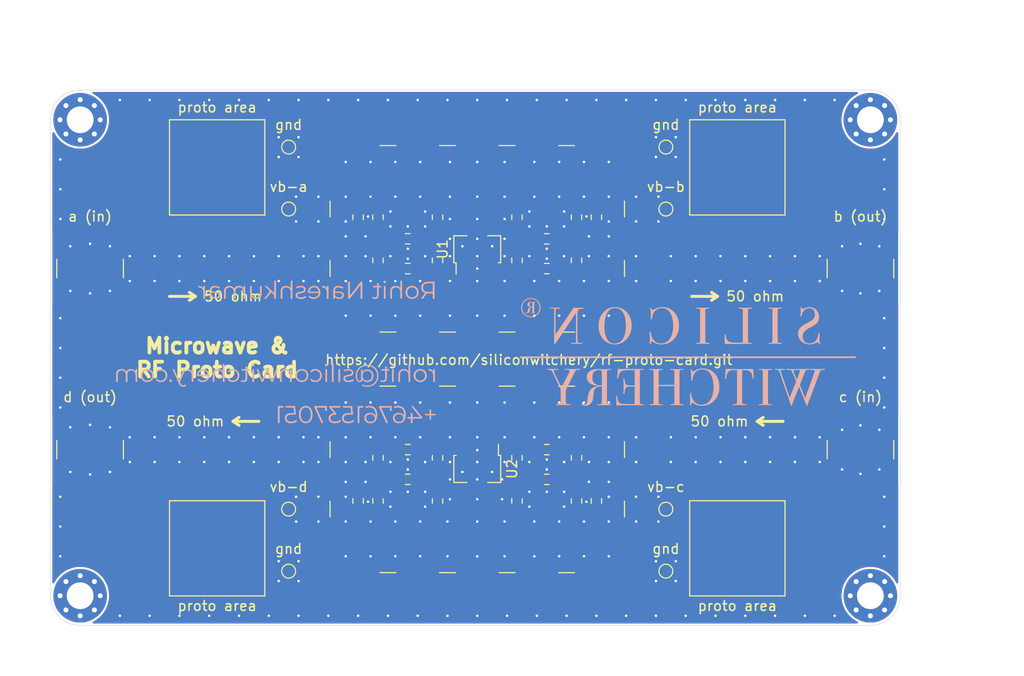
<source format=kicad_pcb>
(kicad_pcb (version 20241229) (generator "pcbnew") (generator_version "9.0")
  (title_block (title "RF Proto Business Card") (date "2025-02-26") (rev "2") (company "Silicon Witchery AB") (comment 1 "Engineer: Raj Nakarja") (comment 2 "https://creativecommons.org/licenses/by/4.0/") (comment 3 "Attribution 4.0 International License") (comment 4 "Released under the Creative Commons"))
  (layers (0 "F.Cu" signal) (2 "B.Cu" power) (5 "F.SilkS" user "F.Silkscreen") (7 "B.SilkS" user "B.Silkscreen") (1 "F.Mask" user) (3 "B.Mask" user) (25 "Edge.Cuts" user))
  (net 0 "")
  (net 1 "Net-(A1-Pad2)")
  (net 2 "Net-(A1-Pad1)")
  (net 3 "GND")
  (net 4 "Net-(A3-Pad1)")
  (net 5 "Net-(A5-Pad1)")
  (net 6 "Net-(B1-Pad1)")
  (net 7 "Net-(A6-Pad1)")
  (net 8 "Net-(B2-Pad1)")
  (net 9 "Net-(B3-Pad2)")
  (net 10 "Net-(B5-Pad1)")
  (net 11 "Net-(B6-Pad1)")
  (net 12 "Net-(C1-Pad2)")
  (net 13 "Net-(C1-Pad1)")
  (net 14 "Net-(C3-Pad1)")
  (net 15 "Net-(C5-Pad1)")
  (net 16 "Net-(C6-Pad1)")
  (net 17 "Net-(D1-Pad1)")
  (net 18 "Net-(D2-Pad1)")
  (net 19 "Net-(D3-Pad2)")
  (net 20 "Net-(D5-Pad1)")
  (net 21 "Net-(D6-Pad1)")
  (footprint "MountingHole:MountingHole_2.7mm_M2.5_Pad_Via" (layer "F.Cu") (at 106 117.98)
    (property "Reference" "H2" (hide yes))
    (property "Value" "MountingHole")
  )
  (footprint "MountingHole:MountingHole_2.7mm_M2.5_Pad_Via" (layer "F.Cu") (at 185.6 117.98)
    (property "Reference" "H3" (hide yes))
    (property "Value" "MountingHole")
  )
  (footprint "MountingHole:MountingHole_2.7mm_M2.5_Pad_Via" (layer "F.Cu") (at 106 70)
    (property "Reference" "H1" (hide yes))
    (property "Value" "MountingHole")
  )
  (footprint "MountingHole:MountingHole_2.7mm_M2.5_Pad_Via" (layer "F.Cu") (at 185.6 70)
    (property "Reference" "H4" (hide yes))
    (property "Value" "MountingHole")
  )
  (footprint "Connector_Coaxial:SMA_Amphenol_132134-10_Vertical" (layer "F.Cu") (at 184.6 85)
    (property "Reference" "J3" (hide yes))
    (property "Value" "sma-b")
  )
  (footprint "Resistor_SMD:R_0603_1608Metric" (layer "F.Cu") (at 153 103.25 180)
    (property "Reference" "C7" (hide yes))
    (property "Value" "R")
  )
  (footprint "Resistor_SMD:R_0603_1608Metric" (layer "F.Cu") (at 150 104.075 -90)
    (property "Reference" "C6" (hide yes))
    (property "Value" "R")
  )
  (footprint "Resistor_SMD:R_0603_1608Metric" (layer "F.Cu") (at 142 104.075 -90)
    (property "Reference" "D5" (hide yes))
    (property "Value" "R")
  )
  (footprint "Resistor_SMD:R_0603_1608Metric" (layer "F.Cu") (at 139 106.25 180)
    (property "Reference" "D4" (hide yes))
    (property "Value" "R")
  )
  (footprint "Resistor_SMD:R_0603_1608Metric" (layer "F.Cu") (at 139 103.25 180)
    (property "Reference" "D7" (hide yes))
    (property "Value" "R")
  )
  (footprint "Resistor_SMD:R_0603_1608Metric" (layer "F.Cu") (at 136 108.425 -90)
    (property "Reference" "D2" (hide yes))
    (property "Value" "R")
  )
  (footprint "Resistor_SMD:R_0603_1608Metric" (layer "F.Cu") (at 136 104.075 -90)
    (property "Reference" "D6" (hide yes))
    (property "Value" "R")
  )
  (footprint "Resistor_SMD:R_0603_1608Metric" (layer "F.Cu") (at 134 108.425 -90)
    (property "Reference" "D3" (hide yes))
    (property "Value" "R")
  )
  (footprint "TestPoint:TestPoint_Pad_D1.0mm" (layer "F.Cu") (at 165 109.25 180)
    (property "Reference" "TP5" (hide yes))
    (property "Value" "vbias-c")
  )
  (footprint "TestPoint:TestPoint_Pad_D1.0mm" (layer "F.Cu") (at 165 115.5 180)
    (property "Reference" "TP7" (hide yes))
    (property "Value" "gnd")
  )
  (footprint "Resistor_SMD:R_0603_1608Metric" (layer "F.Cu") (at 158 108.425 -90)
    (property "Reference" "C1" (hide yes))
    (property "Value" "R")
  )
  (footprint "Resistor_SMD:R_0603_1608Metric" (layer "F.Cu") (at 153 106.25 180)
    (property "Reference" "C4" (hide yes))
    (property "Value" "R")
  )
  (footprint "Resistor_SMD:R_0603_1608Metric" (layer "F.Cu") (at 156 104.075 -90)
    (property "Reference" "C5" (hide yes))
    (property "Value" "R")
  )
  (footprint "Resistor_SMD:R_0603_1608Metric" (layer "F.Cu") (at 156 108.425 -90)
    (property "Reference" "C2" (hide yes))
    (property "Value" "R")
  )
  (footprint "Resistor_SMD:R_0603_1608Metric" (layer "F.Cu") (at 142 108.425 -90)
    (property "Reference" "D1" (hide yes))
    (property "Value" "R")
  )
  (footprint "Package_TO_SOT_SMD:SOT-89-3" (layer "F.Cu") (at 146 104.9 -90)
    (property "Reference" "U2")
    (property "Value" "GALI-52")
  )
  (footprint "Resistor_SMD:R_0603_1608Metric" (layer "F.Cu") (at 150 108.425 -90)
    (property "Reference" "C3" (hide yes))
    (property "Value" "R")
  )
  (footprint "rf-proto-card:proto-area" (layer "F.Cu") (at 119.81 74.81)
    (property "Reference" "Z1" (hide yes))
    (property "Value" "proto-area" (hide yes))
  )
  (footprint "rf-proto-card:proto-area" (layer "F.Cu") (at 172.19 113.19)
    (property "Reference" "Z2" (hide yes))
    (property "Value" "proto-area" (hide yes))
  )
  (footprint "rf-proto-card:proto-area" (layer "F.Cu") (at 119.81 113.19 180)
    (property "Reference" "Z3" (hide yes))
    (property "Value" "proto-area" (hide yes))
  )
  (footprint "rf-proto-card:proto-area" (layer "F.Cu") (at 172.19 74.81)
    (property "Reference" "Z4" (hide yes))
    (property "Value" "proto-area" (hide yes))
  )
  (footprint "RF_Shielding:Laird_Technologies_BMI-S-209-F_29.36x18.50mm" (layer "F.Cu") (at 146 106.25 180)
    (property "Reference" "J4" (hide yes))
    (property "Value" "RF_Shield_One_Piece")
  )
  (footprint "Resistor_SMD:R_0603_1608Metric" (layer "F.Cu") (at 153 85 180)
    (property "Reference" "B7" (hide yes))
    (property "Value" "R")
  )
  (footprint "Resistor_SMD:R_0603_1608Metric" (layer "F.Cu") (at 142 84.175 90)
    (property "Reference" "A6" (hide yes))
    (property "Value" "R")
  )
  (footprint "Resistor_SMD:R_0603_1608Metric" (layer "F.Cu") (at 156 84.175 90)
    (property "Reference" "B6" (hide yes))
    (property "Value" "R")
  )
  (footprint "Resistor_SMD:R_0603_1608Metric" (layer "F.Cu") (at 139 85 180)
    (property "Reference" "A7" (hide yes))
    (property "Value" "R")
  )
  (footprint "Package_TO_SOT_SMD:SOT-89-3" (layer "F.Cu") (at 146 83.35 90)
    (property "Reference" "U1")
    (property "Value" "GALI-52")
  )
  (footprint "TestPoint:TestPoint_Pad_D1.0mm" (layer "F.Cu") (at 127 72.75)
    (property "Reference" "TP3" (hide yes))
    (property "Value" "gnd")
  )
  (footprint "Resistor_SMD:R_0603_1608Metric" (layer "F.Cu") (at 150 84.175 90)
    (property "Reference" "B5" (hide yes))
    (property "Value" "R")
  )
  (footprint "Resistor_SMD:R_0603_1608Metric" (layer "F.Cu") (at 136 84.175 90)
    (property "Reference" "A5" (hide yes))
    (property "Value" "R")
  )
  (footprint "Resistor_SMD:R_0603_1608Metric" (layer "F.Cu") (at 136 79.825 90)
    (property "Reference" "A2" (hide yes))
    (property "Value" "R")
  )
  (footprint "Resistor_SMD:R_0603_1608Metric" (layer "F.Cu") (at 158 79.825 90)
    (property "Reference" "B3" (hide yes))
    (property "Value" "R")
  )
  (footprint "Resistor_SMD:R_0603_1608Metric" (layer "F.Cu") (at 156 79.825 90)
    (property "Reference" "B2" (hide yes))
    (property "Value" "R")
  )
  (footprint "Resistor_SMD:R_0603_1608Metric" (layer "F.Cu") (at 134 79.825 90)
    (property "Reference" "A1" (hide yes))
    (property "Value" "R")
  )
  (footprint "Resistor_SMD:R_0603_1608Metric" (layer "F.Cu") (at 142 79.825 90)
    (property "Reference" "A3" (hide yes))
    (property "Value" "R")
  )
  (footprint "Resistor_SMD:R_0603_1608Metric" (layer "F.Cu") (at 139 82 180)
    (property "Reference" "A4" (hide yes))
    (property "Value" "R")
  )
  (footprint "Resistor_SMD:R_0603_1608Metric" (layer "F.Cu") (at 153 82 180)
    (property "Reference" "B4" (hide yes))
    (property "Value" "R")
  )
  (footprint "Resistor_SMD:R_0603_1608Metric" (layer "F.Cu") (at 150 79.825 90)
    (property "Reference" "B1" (hide yes))
    (property "Value" "R")
  )
  (footprint "RF_Shielding:Laird_Technologies_BMI-S-209-F_29.36x18.50mm" (layer "F.Cu") (at 146 82)
    (property "Reference" "J1" (hide yes))
    (property "Value" "RF_Shield_One_Piece")
  )
  (footprint "Connector_Coaxial:SMA_Amphenol_132134-10_Vertical" (layer "F.Cu") (at 107 85)
    (property "Reference" "J2" (hide yes))
    (property "Value" "sma-a")
  )
  (footprint "TestPoint:TestPoint_Pad_D1.0mm" (layer "F.Cu") (at 165 79)
    (property "Reference" "TP2" (hide yes))
    (property "Value" "vbias-b")
  )
  (footprint "TestPoint:TestPoint_Pad_D1.0mm" (layer "F.Cu") (at 165 72.75)
    (property "Reference" "TP4" (hide yes))
    (property "Value" "gnd")
  )
  (footprint "TestPoint:TestPoint_Pad_D1.0mm" (layer "F.Cu") (at 127 109.25)
    (property "Reference" "TP6" (hide yes))
    (property "Value" "vbias-d")
  )
  (footprint "TestPoint:TestPoint_Pad_D1.0mm" (layer "F.Cu") (at 127 115.5)
    (property "Reference" "TP8" (hide yes))
    (property "Value" "gnd")
  )
  (footprint "TestPoint:TestPoint_Pad_D1.0mm" (layer "F.Cu") (at 127 79)
    (property "Reference" "TP1" (hide yes))
    (property "Value" "vbias-a")
  )
  (footprint "Connector_Coaxial:SMA_Amphenol_132134-10_Vertical" (layer "F.Cu") (at 184.6 103.25 180)
    (property "Reference" "J5" (hide yes))
    (property "Value" "sma-c")
  )
  (footprint "Connector_Coaxial:SMA_Amphenol_132134-10_Vertical" (layer "F.Cu") (at 107 103.25 180)
    (property "Reference" "J6" (hide yes))
    (property "Value" "sma-d")
  )
  (gr_line (start 115 79.6) (end 115 70) (stroke (width 0.12)) (layer "F.SilkS"))
  (gr_line (start 115 108.4) (end 124.6 108.4) (stroke (width 0.12)) (layer "F.SilkS"))
  (gr_line (start 115 118) (end 115 108.4) (stroke (width 0.12)) (layer "F.SilkS"))
  (gr_line (start 124.6 108.4) (end 124.6 118) (stroke (width 0.12)) (layer "F.SilkS"))
  (gr_line (start 124.6 118) (end 115 118) (stroke (width 0.12)) (layer "F.SilkS"))
  (gr_line (start 167.6 87.8) (end 170.2 87.8) (stroke (width 0.3)) (layer "F.SilkS"))
  (gr_line (start 170.2 87.8) (end 169.6 88.2) (stroke (width 0.3)) (layer "F.SilkS"))
  (gr_line (start 170.2 87.8) (end 169.6 87.4) (stroke (width 0.3)) (layer "F.SilkS"))
  (gr_line (start 174.2 100.4) (end 174.8 100) (stroke (width 0.3)) (layer "F.SilkS"))
  (gr_line (start 174.2 100.4) (end 174.8 100.8) (stroke (width 0.3)) (layer "F.SilkS"))
  (gr_line (start 176.8 100.4) (end 174.2 100.4) (stroke (width 0.3)) (layer "F.SilkS"))
  (gr_line (start 167.4 79.6) (end 167.4 70) (stroke (width 0.12)) (layer "F.SilkS"))
  (gr_line (start 117.6 87.8) (end 117 88.2) (stroke (width 0.3)) (layer "F.SilkS"))
  (gr_line (start 167.4 108.4) (end 177 108.4) (stroke (width 0.12)) (layer "F.SilkS"))
  (gr_line (start 117.6 87.8) (end 117 87.4) (stroke (width 0.3)) (layer "F.SilkS"))
  (gr_line (start 124.6 79.6) (end 115 79.6) (stroke (width 0.12)) (layer "F.SilkS"))
  (gr_line (start 121.4 100.4) (end 122 100.8) (stroke (width 0.3)) (layer "F.SilkS"))
  (gr_line (start 177 118) (end 167.4 118) (stroke (width 0.12)) (layer "F.SilkS"))
  (gr_line (start 167.4 118) (end 167.4 108.4) (stroke (width 0.12)) (layer "F.SilkS"))
  (gr_line (start 177 70) (end 177 79.6) (stroke (width 0.12)) (layer "F.SilkS"))
  (gr_line (start 177 79.6) (end 167.4 79.6) (stroke (width 0.12)) (layer "F.SilkS"))
  (gr_line (start 167.4 70) (end 177 70) (stroke (width 0.12)) (layer "F.SilkS"))
  (gr_line (start 115 70) (end 124.6 70) (stroke (width 0.12)) (layer "F.SilkS"))
  (gr_line (start 177 108.4) (end 177 118) (stroke (width 0.12)) (layer "F.SilkS"))
  (gr_line (start 124 100.4) (end 121.4 100.4) (stroke (width 0.3)) (layer "F.SilkS"))
  (gr_line (start 124.6 70) (end 124.6 79.6) (stroke (width 0.12)) (layer "F.SilkS"))
  (gr_line (start 115 87.8) (end 117.6 87.8) (stroke (width 0.3)) (layer "F.SilkS"))
  (gr_line (start 121.4 100.4) (end 122 100) (stroke (width 0.3)) (layer "F.SilkS"))
  (gr_poly (pts (xy 174.414842 95.118173) (xy 174.405321 95.118727) (xy 174.396458 95.11965) (xy 174.388254 95.120942) (xy 174.380707 95.122603) (xy 174.373817 95.124633) (xy 174.367585 95.127032) (xy 174.36201 95.1298) (xy 174.357092 95.132938) (xy 174.354879 95.134645) (xy 174.35283 95.136444) (xy 174.350945 95.138336) (xy 174.349225 95.14032) (xy 174.347668 95.142396) (xy 174.346275 95.144564) (xy 174.345047 95.146825) (xy 174.343982 95.149178) (xy 174.343081 95.151623) (xy 174.342344 95.15416) (xy 174.341771 95.15679) (xy 174.341362 95.159512) (xy 174.341116 95.162326) (xy 174.341034 95.165233) (xy 174.34126 95.167829) (xy 174.341936 95.170364) (xy 174.343064 95.172836) (xy 174.344642 95.175247) (xy 174.346671 95.177596) (xy 174.349152 95.179883) (xy 174.352083 95.182108) (xy 174.355466 95.184271) (xy 174.359299 95.186372) (xy 174.363584 95.188412) (xy 174.36832 95.19039) (xy 174.373507 95.192306) (xy 174.379145 95.194161) (xy 174.385234 95.195954) (xy 174.391774 95.197686) (xy 174.398766 95.199355) (xy 174.414103 95.202511) (xy 174.431244 95.20542) (xy 174.450191 95.208084) (xy 174.470943 95.210502) (xy 174.4935 95.212676) (xy 174.517862 95.214604) (xy 174.54403 95.216288) (xy 174.572003 95.217728) (xy 174.588014 95.218522) (xy 174.603246 95.219605) (xy 174.6177 95.220975) (xy 174.631375 95.222633) (xy 174.644272 95.224579) (xy 174.656391 95.226812) (xy 174.667731 95.229333) (xy 174.678292 95.232142) (xy 174.688075 95.235239) (xy 174.697078 95.238623) (xy 174.705303 95.242295) (xy 174.712748 95.246255) (xy 174.719413 95.250502) (xy 174.725299 95.255037) (xy 174.730406 95.259861) (xy 174.734733 95.264971) (xy 174.737902 95.270758) (xy 174.740868 95.277611) (xy 174.743632 95.28553) (xy 174.746192 95.294514) (xy 174.748549 95.304564) (xy 174.750702 95.315679) (xy 174.752651 95.32786) (xy 174.754397 95.341107) (xy 174.755937 95.35542) (xy 174.757274 95.370798) (xy 174.758405 95.387241) (xy 174.759331 95.40475) (xy 174.760052 95.423325) (xy 174.760567 95.442965) (xy 174.760876 95.463671) (xy 174.760979 95.485443) (xy 174.760979 98.288587) (xy 174.760567 98.359123) (xy 174.759331 98.421128) (xy 174.757274 98.474602) (xy 174.754397 98.519546) (xy 174.750702 98.555962) (xy 174.746192 98.58385) (xy 174.743632 98.594596) (xy 174.740868 98.603211) (xy 174.737902 98.609694) (xy 174.734733 98.614046) (xy 174.730901 98.617611) (xy 174.726629 98.621084) (xy 174.721916 98.624463) (xy 174.716762 98.62775) (xy 174.705133 98.634046) (xy 174.691742 98.639972) (xy 174.676588 98.645528) (xy 174.659671 98.650714) (xy 174.640992 98.65553) (xy 174.620549 98.659977) (xy 174.598344 98.664055) (xy 174.574375 98.667764) (xy 174.548642 98.671104) (xy 174.521147 98.674076) (xy 174.491887 98.67668) (xy 174.460864 98.678916) (xy 174.428078 98.680785) (xy 174.393527 98.682286) (xy 174.38653 98.68245) (xy 174.379985 98.682941) (xy 174.373892 98.68376) (xy 174.368252 98.684907) (xy 174.363063 98.686382) (xy 174.360639 98.687242) (xy 174.358327 98.688184) (xy 174.356128 98.689209) (xy 174.354042 98.690315) (xy 174.352068 98.691504) (xy 174.350208 98.692775) (xy 174.348461 98.694127) (xy 174.346826 98.695562) (xy 174.345304 98.697079) (xy 174.343896 98.698678) (xy 174.342599 98.70036) (xy 174.341416 98.702123) (xy 174.340346 98.703969) (xy 174.339388 98.705897) (xy 174.338543 98.707907) (xy 174.33781 98.709999) (xy 174.337191 98.712174) (xy 174.336684 98.71443) (xy 174.33629 98.716769) (xy 174.336008 98.719191) (xy 174.335839 98.721694) (xy 174.335783 98.72428) (xy 174.335844 98.726867) (xy 174.336029 98.72937) (xy 174.336336 98.731792) (xy 174.336767 98.734131) (xy 174.337321 98.736388) (xy 174.337997 98.738563) (xy 174.338797 98.740655) (xy 174.33972 98.742665) (xy 174.340766 98.744593) (xy 174.341935 98.746439) (xy 174.343226 98.748202) (xy 174.344641 98.749883) (xy 174.346179 98.751483) (xy 174.34784 98.752999) (xy 174.349624 98.754434) (xy 174.351531 98.755787) (xy 174.353561 98.757058) (xy 174.355714 98.758246) (xy 174.357991 98.759353) (xy 174.36039 98.760377) (xy 174.362912 98.761319) (xy 174.365557 98.76218) (xy 174.368325 98.762958) (xy 174.371217 98.763654) (xy 174.374231 98.764269) (xy 174.377368 98.764801) (xy 174.380629 98.765252) (xy 174.384012 98.76562) (xy 174.387518 98.765907) (xy 174.391148 98.766111) (xy 174.3949 98.766234) (xy 174.398776 98.766275) (xy 174.45127 98.766275) (xy 174.457749 98.764368) (xy 174.469312 98.762584) (xy 174.485959 98.760923) (xy 174.507692 98.759386) (xy 174.566411 98.756679) (xy 174.645473 98.754465) (xy 174.744879 98.752742) (xy 174.86463 98.751512) (xy 175.004729 98.750774) (xy 175.165178 98.750528) (xy 175.230775 98.75118) (xy 175.29638 98.753142) (xy 175.362001 98.756421) (xy 175.427645 98.761026) (xy 175.445846 98.762248) (xy 175.466347 98.763311) (xy 175.489148 98.764212) (xy 175.514248 98.764952) (xy 175.571342 98.765943) (xy 175.637619 98.766275) (xy 175.645878 98.76609) (xy 175.653605 98.765537) (xy 175.6608 98.764614) (xy 175.667462 98.763322) (xy 175.673593 98.761662) (xy 175.679191 98.759632) (xy 175.68179 98.758478) (xy 175.684256 98.757233) (xy 175.686589 98.755895) (xy 175.688789 98.754465) (xy 175.690856 98.752942) (xy 175.692789 98.751328) (xy 175.694589 98.749621) (xy 175.696256 98.747821) (xy 175.69779 98.74593) (xy 175.69919 98.743946) (xy 175.700457 98.74187) (xy 175.701591 98.739702) (xy 175.702591 98.737441) (xy 175.703458 98.735088) (xy 175.704192 98.732643) (xy 175.704792 98.730106) (xy 175.705259 98.727476) (xy 175.705593 98.724754) (xy 175.705793 98.72194) (xy 175.70586 98.719034) (xy 175.705726 98.716442) (xy 175.705326 98.713923) (xy 175.704659 98.711475) (xy 175.703725 98.709099) (xy 175.702524 98.706795) (xy 175.701057 98.704564) (xy 175.699322 98.702404) (xy 175.697322 98.700316) (xy 175.695054 98.6983) (xy 175.69252 98.696356) (xy 175.689719 98.694484) (xy 175.686652 98.692684) (xy 175.683318 98.690955) (xy 175.679718 98.689299) (xy 175.675851 98.687715) (xy 175.671718 98.686202) (xy 175.667318 98.684762) (xy 175.662652 98.683393) (xy 175.65772 98.682097) (xy 175.652521 98.680872) (xy 175.647057 98.67972) (xy 175.641326 98.678639) (xy 175.635328 98.67763) (xy 175.629065 98.676693) (xy 175.622535 98.675828) (xy 175.615739 98.675035) (xy 175.608677 98.674314) (xy 175.601349 98.673665) (xy 175.585895 98.672583) (xy 175.569378 98.671788) (xy 175.519573 98.66991) (xy 175.475189 98.666882) (xy 175.436225 98.662703) (xy 175.418774 98.660182) (xy 175.402679 98.657373) (xy 175.387937 98.654277) (xy 175.37455 98.650893) (xy 175.362517 98.64722) (xy 175.351838 98.643261) (xy 175.342513 98.639013) (xy 175.334541 98.634478) (xy 175.327923 98.629655) (xy 175.322659 98.624544) (xy 175.320393 98.621386) (xy 175.3182 98.617818) (xy 175.31403 98.609452) (xy 175.31015 98.599444) (xy 175.306559 98.587796) (xy 175.303256 98.574507) (xy 175.300242 98.559577) (xy 175.297516 98.543007) (xy 175.295078 98.524797) (xy 175.292928 98.504947) (xy 175.291065 98.483457) (xy 175.28949 98.460327) (xy 175.288201 98.435557) (xy 175.287199 98.409148) (xy 175.286484 98.381099) (xy 175.286055 98.351411) (xy 175.285912 98.320084) (xy 175.285912 95.558934) (xy 175.286321 95.498164) (xy 175.287549 95.444444) (xy 175.289596 95.397775) (xy 175.292464 95.358157) (xy 175.296153 95.325591) (xy 175.300665 95.300079) (xy 175.30323 95.289969) (xy 175.306001 95.281622) (xy 175.308978 95.275039) (xy 175.312161 95.27022) (xy 175.31435 95.266983) (xy 175.316979 95.263828) (xy 175.320049 95.260754) (xy 175.323559 95.257763) (xy 175.32751 95.254853) (xy 175.331902 95.252025) (xy 175.336734 95.249279) (xy 175.342008 95.246615) (xy 175.347722 95.244032) (xy 175.353877 95.241532) (xy 175.367509 95.236776) (xy 175.382905 95.232348) (xy 175.400065 95.228247) (xy 175.418989 95.224474) (xy 175.439677 95.221028) (xy 175.46213 95.217909) (xy 175.486348 95.215118) (xy 175.512331 95.212654) (xy 175.540079 95.210518) (xy 175.569593 95.208709) (xy 175.600873 95.207227) (xy 175.612946 95.206453) (xy 175.624241 95.20543) (xy 175.634758 95.20416) (xy 175.644496 95.202643) (xy 175.653457 95.200878) (xy 175.661638 95.198867) (xy 175.669041 95.196609) (xy 175.675666 95.194104) (xy 175.681511 95.191354) (xy 175.686578 95.188358) (xy 175.690865 95.185116) (xy 175.694373 95.181629) (xy 175.697102 95.177897) (xy 175.698174 95.175939) (xy 175.699051 95.17392) (xy 175.699733 95.171839) (xy 175.700221 95.169698) (xy 175.700513 95.167496) (xy 175.700611 95.165233) (xy 175.700549 95.162326) (xy 175.700365 95.159512) (xy 175.700057 95.15679) (xy 175.699626 95.15416) (xy 175.699073 95.151623) (xy 175.698396 95.149178) (xy 175.697596 95.146825) (xy 175.696674 95.144564) (xy 175.695628 95.142396) (xy 175.694459 95.14032) (xy 175.693167 95.138336) (xy 175.691752 95.136444) (xy 175.690214 95.134645) (xy 175.688554 95.132938) (xy 175.68677 95.131323) (xy 175.684863 95.1298) (xy 175.682833 95.12837) (xy 175.68068 95.127032) (xy 175.678403 95.125786) (xy 175.676004 95.124633) (xy 175.673482 95.123572) (xy 175.670837 95.122603) (xy 175.668069 95.121726) (xy 175.665178 95.120942) (xy 175.662163 95.12025) (xy 175.659026 95.11965) (xy 175.655766 95.119142) (xy 175.652382 95.118727) (xy 175.648876 95.118404) (xy 175.645247 95.118173) (xy 175.641494 95.118035) (xy 175.637619 95.117989) (xy 174.928959 95.128487) (xy 174.880398 95.128155) (xy 174.813463 95.127165) (xy 174.624497 95.12324) (xy 174.425022 95.117989)) (stroke (width -0.000001)) (fill yes) (layer "B.SilkS"))
  (gr_poly (pts (xy 124.112196 87.484105) (xy 124.111803 87.509493) (xy 124.110625 87.534095) (xy 124.10866 87.557911) (xy 124.105909 87.58094) (xy 124.102372 87.603184) (xy 124.098048 87.624641) (xy 124.092938 87.645312) (xy 124.087041 87.665196) (xy 124.080357 87.684293) (xy 124.072886 87.702604) (xy 124.064628 87.720127) (xy 124.055583 87.736863) (xy 124.045751 87.752812) (xy 124.035131 87.767973) (xy 124.023723 87.782347) (xy 124.011527 87.795933) (xy 123.99832 87.808421) (xy 123.98448 87.820102) (xy 123.970007 87.830978) (xy 123.954901 87.841049) (xy 123.939162 87.850314) (xy 123.92279 87.858773) (xy 123.905785 87.866427) (xy 123.888147 87.873275) (xy 123.869875 87.879317) (xy 123.850971 87.884554) (xy 123.831434 87.888985) (xy 123.811264 87.892611) (xy 123.79046 87.89543) (xy 123.769024 87.897444) (xy 123.746955 87.898653) (xy 123.724252 87.899056) (xy 123.70752 87.898844) (xy 123.691074 87.898211) (xy 123.674914 87.897154) (xy 123.659041 87.895676) (xy 123.643454 87.893775) (xy 123.628154 87.891453) (xy 123.613142 87.888708) (xy 123.598417 87.885542) (xy 123.58398 87.881954) (xy 123.56983 87.877944) (xy 123.555969 87.873513) (xy 123.542397 87.86866) (xy 123.529113 87.863387) (xy 123.516118 87.857692) (xy 123.503412 87.851576) (xy 123.490995 87.84504) (xy 123.478599 87.837784) (xy 123.466588 87.830144) (xy 123.454961 87.822122) (xy 123.44372 87.813718) (xy 123.432862 87.80493) (xy 123.422389 87.795759) (xy 123.4123 87.786205) (xy 123.402595 87.776268) (xy 123.393275 87.765949) (xy 123.384338 87.755246) (xy 123.375784 87.74416) (xy 123.367615 87.732691) (xy 123.359828 87.72084) (xy 123.352425 87.708605) (xy 123.345405 87.695987) (xy 123.338769 87.682986) (xy 123.332232 87.669631) (xy 123.326115 87.655948) (xy 123.32042 87.641938) (xy 123.315146 87.627601) (xy 123.310294 87.612937) (xy 123.305862 87.597946) (xy 123.301853 87.582628) (xy 123.298264 87.566983) (xy 123.295098 87.551013) (xy 123.292353 87.534716) (xy 123.29003 87.518092) (xy 123.28813 87.501143) (xy 123.286651 87.483868) (xy 123.285595 87.466267) (xy 123.284961 87.44834) (xy 123.28475 87.430087) (xy 123.28475 86.75487) (xy 123.110419 86.75487) (xy 123.110419 88.043922) (xy 123.277387 88.043922) (xy 123.277387 87.808106) (xy 123.285349 87.821548) (xy 123.295437 87.83719) (xy 123.306062 87.852354) (xy 123.317225 87.867039) (xy 123.328926 87.881244) (xy 123.341165 87.894971) (xy 123.353941 87.908218) (xy 123.367255 87.920985) (xy 123.381107 87.933273) (xy 123.395497 87.945082) (xy 123.410424 87.95641) (xy 123.42589 87.967259) (xy 123.441894 87.977628) (xy 123.458021 87.987146) (xy 123.474496 87.99605) (xy 123.491317 88.004339) (xy 123.508485 88.012013) (xy 123.526 88.019073) (xy 123.54386 88.025518) (xy 123.562066 88.031349) (xy 123.580618 88.036565) (xy 123.599515 88.041167) (xy 123.618757 88.045155) (xy 123.638344 88.04853) (xy 123.658275 88.05129) (xy 123.67855 88.053437) (xy 123.69917 88.05497) (xy 123.720133 88.05589) (xy 123.741439 88.056197) (xy 123.761836 88.055957) (xy 123.781906 88.055237) (xy 123.801652 88.054037) (xy 123.821071 88.052357) (xy 123.840165 88.050197) (xy 123.858934 88.047558) (xy 123.877377 88.044439) (xy 123.895494 88.040841) (xy 123.913286 88.036764) (xy 123.930752 88.032207) (xy 123.947893 88.027172) (xy 123.964708 88.021658) (xy 123.981198 88.015665) (xy 123.997363 88.009193) (xy 124.013201 88.002243) (xy 124.028715 87.994815) (xy 124.043855 87.986907) (xy 124.058572 87.978519) (xy 124.072867 87.96965) (xy 124.086739 87.960302) (xy 124.100188 87.950473) (xy 124.113215 87.940164) (xy 124.125819 87.929375) (xy 124.138 87.918106) (xy 124.149759 87.906357) (xy 124.161094 87.894127) (xy 124.172008 87.881417) (xy 124.182498 87.868227) (xy 124.192566 87.854557) (xy 124.202211 87.840406) (xy 124.211434 87.825776) (xy 124.220233 87.810665) (xy 124.228261 87.795074) (xy 124.235771 87.779006) (xy 124.242762 87.762459) (xy 124.249236 87.745433) (xy 124.255192 87.727929) (xy 124.260631 87.709945) (xy 124.265551 87.691483) (xy 124.269953 87.672542) (xy 124.273838 87.653121) (xy 124.277204 87.633221) (xy 124.280053 87.612842) (xy 124.282384 87.591983) (xy 124.284197 87.570644) (xy 124.285491 87.548825) (xy 124.286268 87.526527) (xy 124.286527 87.503748) (xy 124.286527 86.75487) (xy 124.112196 86.75487)) (stroke (width -0.000001)) (fill yes) (layer "B.SilkS"))
  (gr_poly (pts (xy 134.834353 94.693681) (xy 134.773814 94.697361) (xy 134.744063 94.700122) (xy 134.714657 94.703496) (xy 134.685596 94.707484) (xy 134.65688 94.712086) (xy 134.62851 94.717303) (xy 134.600485 94.723134) (xy 134.572805 94.729579) (xy 134.54547 94.736639) (xy 134.518481 94.744313) (xy 134.491837 94.752603) (xy 134.465538 94.761507) (xy 134.439584 94.771026) (xy 134.413721 94.78111) (xy 134.388298 94.791711) (xy 134.363317 94.802828) (xy 134.338775 94.814462) (xy 134.314675 94.826613) (xy 134.291014 94.839281) (xy 134.267795 94.852467) (xy 134.245016 94.86617) (xy 134.222678 94.880391) (xy 134.20078 94.89513) (xy 134.179323 94.910388) (xy 134.158307 94.926164) (xy 134.137731 94.94246) (xy 134.117595 94.959274) (xy 134.097901 94.976608) (xy 134.078646 94.994461) (xy 134.059891 95.012478) (xy 134.041694 95.030937) (xy 134.024054 95.049839) (xy 134.00697 95.069183) (xy 133.990444 95.088969) (xy 133.974475 95.109196) (xy 133.959063 95.129866) (xy 133.944207 95.150977) (xy 133.929908 95.17253) (xy 133.916166 95.194525) (xy 133.90298 95.21696) (xy 133.89035 95.239837) (xy 133.878276 95.263155) (xy 133.866758 95.286913) (xy 133.855796 95.311113) (xy 133.84539 95.335753) (xy 133.835285 95.360776) (xy 133.825832 95.386124) (xy 133.81703 95.411798) (xy 133.80888 95.437798) (xy 133.80138 95.464125) (xy 133.794533 95.490777) (xy 133.788336 95.517755) (xy 133.782792 95.54506) (xy 133.777899 95.57269) (xy 133.773659 95.600648) (xy 133.77007 95.628932) (xy 133.767134 95.657543) (xy 133.76485 95.686481) (xy 133.763218 95.715746) (xy 133.762239 95.745338) (xy 133.761913 95.775257) (xy 133.762679 95.825937) (xy 133.764978 95.874855) (xy 133.76881 95.922008) (xy 133.774177 95.967397) (xy 133.781081 96.011019) (xy 133.78952 96.052875) (xy 133.799498 96.092962) (xy 133.811015 96.13128) (xy 133.817015 96.149436) (xy 133.823362 96.167074) (xy 133.830055 96.184194) (xy 133.837095 96.200797) (xy 133.844482 96.216881) (xy 133.852214 96.232448) (xy 133.860292 96.247496) (xy 133.868716 96.262027) (xy 133.877485 96.27604) (xy 133.886599 96.289535) (xy 133.896058 96.302512) (xy 133.905861 96.314971) (xy 133.916009 96.326912) (xy 133.9265 96.338335) (xy 133.937336 96.34924) (xy 133.948515 96.359627) (xy 133.96001 96.369146) (xy 133.971795 96.37805) (xy 133.98387 96.386339) (xy 133.996233 96.394013) (xy 134.008885 96.401072) (xy 134.021825 96.407517) (xy 134.035054 96.413348) (xy 134.048571 96.418564) (xy 134.062375 96.423167) (xy 134.076467 96.427155) (xy 134.090846 96.430529) (xy 134.105512 96.43329) (xy 134.120465 96.435437) (xy 134.135704 96.43697) (xy 134.151229 96.43789) (xy 134.16704 96.438196) (xy 134.182502 96.437899) (xy 134.197581 96.437006) (xy 134.212276 96.435518) (xy 134.226588 96.433435) (xy 134.240516 96.430758) (xy 134.25406 96.427485) (xy 134.267221 96.423618) (xy 134.279997 96.419157) (xy 134.29239 96.414102) (xy 134.304398 96.408452) (xy 134.316023 96.402208) (xy 134.327263 96.39537) (xy 134.338118 96.387939) (xy 134.348589 96.379914) (xy 134.358676 96.371295) (xy 134.368378 96.362083) (xy 134.37759 96.352334) (xy 134.386209 96.342104) (xy 134.394234 96.331395) (xy 134.401665 96.320205) (xy 134.408503 96.308534) (xy 134.414747 96.296384) (xy 134.420396 96.283753) (xy 134.425452 96.270642) (xy 134.429913 96.257051) (xy 134.43378 96.24298) (xy 134.437052 96.228428) (xy 134.43973 96.213397) (xy 134.441813 96.197885) (xy 134.443301 96.181892) (xy 134.444101 96.167136) (xy 134.449056 96.175697) (xy 134.459365 96.192247) (xy 134.470116 96.2083) (xy 134.481307 96.223854) (xy 134.492939 96.238911) (xy 134.505013 96.253469) (xy 134.517528 96.26753) (xy 134.530485 96.281092) (xy 134.543883 96.294157) (xy 134.557723 96.306723) (xy 134.572005 96.318791) (xy 134.586729 96.330361) (xy 134.601895 96.341433) (xy 134.617503 96.352007) (xy 134.633554 96.362083) (xy 134.649988 96.371295) (xy 134.666748 96.379914) (xy 134.683833 96.387939) (xy 134.701244 96.39537) (xy 134.71898 96.402208) (xy 134.737042 96.408452) (xy 134.755429 96.414102) (xy 134.774142 96.419157) (xy 134.79318 96.423618) (xy 134.812544 96.427485) (xy 134.832233 96.430758) (xy 134.852248 96.433435) (xy 134.872588 96.435518) (xy 134.893253 96.437006) (xy 134.914244 96.437899) (xy 134.935561 96.438196) (xy 134.957213 96.43788) (xy 134.978575 96.43693) (xy 134.999648 96.435348) (xy 135.020432 96.433132) (xy 135.040927 96.430284) (xy 135.061133 96.426802) (xy 135.081052 96.422687) (xy 135.100682 96.41794) (xy 135.120024 96.412559) (xy 135.139079 96.406546) (xy 135.157847 96.399899) (xy 135.176328 96.392619) (xy 135.194522 96.384707) (xy 135.21243 96.376161) (xy 135.230051 96.366983) (xy 135.247387 96.357171) (xy 135.264358 96.34651) (xy 135.280887 96.335387) (xy 135.296974 96.323802) (xy 135.312619 96.311756) (xy 135.327821 96.299248) (xy 135.342582 96.286279) (xy 135.356901 96.272849) (xy 135.370778 96.258958) (xy 135.384214 96.244607) (xy 135.397208 96.229796) (xy 135.409761 96.214525) (xy 135.421873 96.198794) (xy 135.433544 96.182604) (xy 135.444774 96.165955) (xy 135.455563 96.148847) (xy 135.465912 96.13128) (xy 135.475432 96.113014) (xy 135.484336 96.094442) (xy 135.492626 96.075565) (xy 135.5003 96.056381) (xy 135.50736 96.036891) (xy 135.513805 96.017096) (xy 135.519635 95.996993) (xy 135.524851 95.976585) (xy 135.529453 95.95587) (xy 135.533441 95.934847) (xy 135.536815 95.913519) (xy 135.539575 95.891883) (xy 135.541722 95.86994) (xy 135.543255 95.847689) (xy 135.544175 95.825132) (xy 135.544481 95.802266) (xy 135.382431 95.802266) (xy 135.3822 95.820537) (xy 135.38151 95.838521) (xy 135.380359 95.856216) (xy 135.378748 95.873624) (xy 135.376676 95.890744) (xy 135.374144 95.907576) (xy 135.371151 95.924121) (xy 135.367699 95.940377) (xy 135.363785 95.956347) (xy 135.359412 95.972028) (xy 135.354578 95.987422) (xy 135.349284 96.002527) (xy 135.34353 96.017346) (xy 135.337315 96.031876) (xy 135.33064 96.046119) (xy 135.323505 96.060074) (xy 135.315664 96.073703) (xy 135.307475 96.086967) (xy 135.29894 96.099866) (xy 135.290059 96.1124) (xy 135.280831 96.12457) (xy 135.271257 96.136375) (xy 135.261337 96.147816) (xy 135.251072 96.158892) (xy 135.240461 96.169604) (xy 135.229506 96.179953) (xy 135.218206 96.189937) (xy 135.206561 96.199558) (xy 135.194572 96.208815) (xy 135.182239 96.217708) (xy 135.169562 96.226238) (xy 135.156542 96.234405) (xy 135.143225 96.241833) (xy 135.129658 96.248783) (xy 135.115841 96.255255) (xy 135.101773 96.261248) (xy 135.087456 96.266763) (xy 135.072888 96.271798) (xy 135.058071 96.276355) (xy 135.043003 96.280432) (xy 135.027685 96.28403) (xy 135.012118 96.287149) (xy 134.9963 96.289789) (xy 134.980232 96.291949) (xy 134.963914 96.293629) (xy 134.947346 96.294829) (xy 134.930529 96.295549) (xy 134.913461 96.295789) (xy 134.896992 96.295549) (xy 134.880734 96.294829) (xy 134.864687 96.293629) (xy 134.848851 96.291949) (xy 134.833225 96.289789) (xy 134.81781 96.287149) (xy 134.802607 96.28403) (xy 134.787614 96.280432) (xy 134.772833 96.276355) (xy 134.758264 96.271798) (xy 134.743906 96.266763) (xy 134.729759 96.261248) (xy 134.715825 96.255255) (xy 134.702102 96.248783) (xy 134.688591 96.241833) (xy 134.675292 96.234405) (xy 134.661975 96.226545) (xy 134.649043 96.2183) (xy 134.636495 96.20967) (xy 134.624332 96.200656) (xy 134.612554 96.191258) (xy 134.60116 96.181475) (xy 134.59015 96.171307) (xy 134.579525 96.160756) (xy 134.569283 96.149821) (xy 134.559425 96.138501) (xy 134.549952 96.126798) (xy 134.540861 96.114712) (xy 134.532154 96.102242) (xy 134.523831 96.089389) (xy 134.515891 96.076152) (xy 134.508334 96.062532) (xy 134.500905 96.048284) (xy 134.493954 96.033766) (xy 134.487482 96.018979) (xy 134.481488 96.003922) (xy 134.475974 95.988596) (xy 134.470938 95.973) (xy 134.466381 95.957136) (xy 134.462304 95.941002) (xy 134.458705 95.9246) (xy 134.455587 95.907929) (xy 134.452947 95.89099) (xy 134.450788 95.873781) (xy 134.449108 95.856305) (xy 134.447907 95.83856) (xy 134.447187 95.820547) (xy 134.446947 95.802266) (xy 134.447187 95.783712) (xy 134.447907 95.765483) (xy 134.449108 95.74758) (xy 134.450788 95.730002) (xy 134.452947 95.71275) (xy 134.455587 95.695823) (xy 134.458705 95.679222) (xy 134.462304 95.662946) (xy 134.466381 95.646995) (xy 134.470938 95.63137) (xy 134.475974 95.616071) (xy 134.481488 95.601097) (xy 134.487482 95.586448) (xy 134.493954 95.572124) (xy 134.500905 95.558126) (xy 134.508334 95.544454) (xy 134.515891 95.530844) (xy 134.523831 95.517638) (xy 134.532154 95.504834) (xy 134.540861 95.492433) (xy 134.549952 95.480435) (xy 134.559425 95.468839) (xy 134.569283 95.457647) (xy 134.579525 95.446857) (xy 134.59015 95.43647) (xy 134.60116 95.426486) (xy 134.612554 95.416904) (xy 134.624332 95.407726) (xy 134.636495 95.39895) (xy 134.649043 95.390577) (xy 134.661975 95.382607) (xy 134.675292 95.37504) (xy 134.688591 95.367611) (xy 134.702102 95.36066) (xy 134.715825 95.354189) (xy 134.729759 95.348195) (xy 134.743906 95.342681) (xy 134.758264 95.337645) (xy 134.772833 95.333089) (xy 134.787614 95.329012) (xy 134.802607 95.325413) (xy 134.81781 95.322295) (xy 134.833225 95.319655) (xy 134.848851 95.317496) (xy 134.864687 95.315816) (xy 134.880734 95.314616) (xy 134.896992 95.313895) (xy 134.913461 95.313655) (xy 134.930529 95.313895) (xy 134.947346 95.314616) (xy 134.963914 95.315816) (xy 134.980232 95.317496) (xy 134.9963 95.319655) (xy 135.012118 95.322295) (xy 135.027685 95.325413) (xy 135.043003 95.329012) (xy 135.058071 95.333089) (xy 135.072888 95.337645) (xy 135.087456 95.342681) (xy 135.101773 95.348195) (xy 135.115841 95.354189) (xy 135.129658 95.36066) (xy 135.143225 95.367611) (xy 135.156542 95.37504) (xy 135.169562 95.382607) (xy 135.182239 95.390577) (xy 135.194572 95.39895) (xy 135.206561 95.407726) (xy 135.218206 95.416904) (xy 135.229506 95.426486) (xy 135.240461 95.43647) (xy 135.251072 95.446857) (xy 135.261337 95.457647) (xy 135.271257 95.468839) (xy 135.280831 95.480435) (xy 135.290059 95.492433) (xy 135.29894 95.504834) (xy 135.307475 95.517638) (xy 135.315664 95.530844) (xy 135.323505 95.544454) (xy 135.33064 95.55841) (xy 135.337315 95.572653) (xy 135.34353 95.587184) (xy 135.349284 95.602003) (xy 135.354578 95.617109) (xy 135.359412 95.632503) (xy 135.363785 95.648185) (xy 135.367699 95.664154) (xy 135.371151 95.680411) (xy 135.374144 95.696956) (xy 135.376676 95.713788) (xy 135.378748 95.730909) (xy 135.380359 95.748316) (xy 135.38151 95.766012) (xy 135.3822 95.783995) (xy 135.382431 95.802266) (xy 135.544481 95.802266) (xy 135.544175 95.77941) (xy 135.543255 95.756879) (xy 135.541722 95.734674) (xy 135.539575 95.712795) (xy 135.536815 95.691242) (xy 135.533441 95.670015) (xy 135.529453 95.649114) (xy 135.524851 95.62854) (xy 135.519635 95.608292) (xy 135.513805 95.588371) (xy 135.50736 95.568776) (xy 135.5003 95.549508) (xy 135.492626 95.530567) (xy 135.484336 95.511953) (xy 135.475432 95.493666) (xy 135.465912 95.475706) (xy 135.455563 95.45815) (xy 135.444774 95.441072) (xy 135.433544 95.424472) (xy 135.421873 95.408351) (xy 135.409761 95.392708) (xy 135.397208 95.377545) (xy 135.384214 95.36286) (xy 135.370778 95.348654) (xy 135.356901 95.334928) (xy 135.342582 95.321681) (xy 135.327821 95.308913) (xy 135.312619 95.296625) (xy 135.296974 95.284817) (xy 135.280887 95.273488) (xy 135.264358 95.26264) (xy 135.247387 95.252271) (xy 135.230051 95.24246) (xy 135.21243 95.233281) (xy 135.194522 95.224735) (xy 135.176328 95.216823) (xy 135.157847 95.209543) (xy 135.139079 95.202897) (xy 135.120024 95.196883) (xy 135.100682 95.191502) (xy 135.081052 95.186755) (xy 135.061133 95.18264) (xy 135.040927 95.179159) (xy 135.020432 95.17631) (xy 134.999648 95.174094) (xy 134.978575 95.172512) (xy 134.957213 95.171562) (xy 134.935561 95.171246) (xy 134.914536 95.171543) (xy 134.89382 95.172436) (xy 134.873411 95.173924) (xy 134.85331 95.176007) (xy 134.833515 95.178684) (xy 134.814028 95.181956) (xy 134.794848 95.185823) (xy 134.775974 95.190284) (xy 134.757407 95.19534) (xy 134.739147 95.200989) (xy 134.721193 95.207233) (xy 134.703544 95.214071) (xy 134.686202 95.221502) (xy 134.669166 95.229528) (xy 134.652435 95.238147) (xy 134.63601 95.247359) (xy 134.619666 95.257128) (xy 134.603783 95.267417) (xy 134.58836 95.278225) (xy 134.573398 95.289552) (xy 134.558896 95.301399) (xy 134.544854 95.313764) (xy 134.531273 95.326647) (xy 134.518152 95.340049) (xy 134.505492 95.353969) (xy 134.493292 95.368406) (xy 134.481552 95.383361) (xy 134.470273 95.398833) (xy 134.459454 95.414821) (xy 134.449408 95.430829) (xy 134.449408 95.181065) (xy 134.289809 95.181065) (xy 134.289809 96.111636) (xy 134.289636 96.124287) (xy 134.289118 96.136458) (xy 134.288255 96.148149) (xy 134.287046 96.15936) (xy 134.285493 96.170091) (xy 134.283593 96.180342) (xy 134.281349 96.190114) (xy 134.278759 96.199406) (xy 134.275824 96.208219) (xy 134.272544 96.216553) (xy 134.268918 96.224408) (xy 134.264947 96.231784) (xy 134.260631 96.238681) (xy 134.255969 96.2451) (xy 134.250962 96.25104) (xy 134.245609 96.256502) (xy 134.240009 96.261561) (xy 134.234256 96.266293) (xy 134.22835 96.270698) (xy 134.22229 96.274776) (xy 134.216077 96.278527) (xy 134.20971 96.281951) (xy 134.203189 96.285048) (xy 134.196515 96.287819) (xy 134.189687 96.290263) (xy 134.182705 96.292381) (xy 134.175569 96.294172) (xy 134.168279 96.295638) (xy 134.160835 96.296778) (xy 134.153237 96.297592) (xy 134.145484 96.29808) (xy 134.137577 96.298243) (xy 134.128144 96.298003) (xy 134.118864 96.297283) (xy 134.109736 96.296082) (xy 134.100762 96.294402) (xy 134.09194 96.292243) (xy 134.083271 96.289604) (xy 134.074756 96.286485) (xy 134.066392 96.282887) (xy 134.058182 96.278809) (xy 134.050125 96.274253) (xy 134.04222 96.269217) (xy 134.034468 96.263703) (xy 134.026869 96.25771) (xy 134.019423 96.251238) (xy 134.01213 96.244287) (xy 134.004989 96.236859) (xy 133.998031 96.22898) (xy 133.991285 96.220678) (xy 133.984751 96.211954) (xy 133.978429 96.202807) (xy 133.972319 96.193238) (xy 133.966421 96.183246) (xy 133.960734 96.172831) (xy 133.955258 96.161993) (xy 133.949994 96.150733) (xy 133.944941 96.13905) (xy 133.940099 96.126944) (xy 133.935468 96.114416) (xy 133.931048 96.101464) (xy 133.926839 96.08809) (xy 133.92284 96.074293) (xy 133.919052 96.060074) (xy 133.911579 96.029881) (xy 133.905099 95.998228) (xy 133.899612 95.965117) (xy 133.895121 95.930547) (xy 133.891626 95.894521) (xy 133.889128 95.857039) (xy 133.887628 95.818103) (xy 133.887128 95.777713) (xy 133.887416 95.750862) (xy 133.888279 95.724317) (xy 133.889718 95.698078) (xy 133.891733 95.672145) (xy 133.894323 95.646518) (xy 133.897489 95.621198) (xy 133.90123 95.596183) (xy 133.905547 95.571475) (xy 133.910439 95.547074) (xy 133.915906 95.522979) (xy 133.921949 95.499191) (xy 133.928568 95.475711) (xy 133.935761 95.452537) (xy 133.943531 95.42967) (xy 133.951875 95.407111) (xy 133.960795 95.384859) (xy 133.970242 95.362953) (xy 133.980169 95.34143) (xy 133.990576 95.32029) (xy 134.001463 95.299533) (xy 134.01283 95.27916) (xy 134.024677 95.25917) (xy 134.037003 95.239565) (xy 134.049809 95.220342) (xy 134.063094 95.201504) (xy 134.076858 95.18305) (xy 134.091101 95.16498) (xy 134.105823 95.147295) (xy 134.121023 95.129994) (xy 134.136703 95.113077) (xy 134.15286 95.096545) (xy 134.169496 95.080399) (xy 134.186564 95.064683) (xy 134.204016 95.049446) (xy 134.221853 95.034688) (xy 134.240075 95.020408) (xy 134.258681 95.006607) (xy 134.277671 94.993284) (xy 134.297046 94.980441) (xy 134.316805 94.968076) (xy 134.336948 94.956191) (xy 134.357475 94.944786) (xy 134.378385 94.93386) (xy 134.39968 94.923413) (xy 134.421357 94.913447) (xy 134.443418 94.90396) (xy 134.465863 94.894953) (xy 134.48869 94.886426) (xy 134.511863 94.878106) (xy 134.535343 94.870321) (xy 134.559131 94.863073) (xy 134.583226 94.85636) (xy 134.607627 94.850184) (xy 134.632336 94.844545) (xy 134.657351 94.839442) (xy 134.682673 94.834875) (xy 134.708301 94.830846) (xy 134.734236 94.827353) (xy 134.760478 94.824398) (xy 134.787025 94.821979) (xy 134.813878 94.820098) (xy 134.841038 94.818754) (xy 134.868503 94.817948) (xy 134.896273 94.817679) (xy 134.951551 94.81879) (xy 134.97876 94.82018) (xy 135.005683 94.822125) (xy 135.032319 94.824627) (xy 135.058667 94.827684) (xy 135.084729 94.831298) (xy 135.110503 94.835469) (xy 135.135989 94.840196) (xy 135.161188 94.84548) (xy 135.186097 94.851321) (xy 135.210719 94.857719) (xy 135.235051 94.864674) (xy 135.259094 94.872186) (xy 135.282848 94.880255) (xy 135.306312 94.888882) (xy 135.329432 94.898027) (xy 135.352151 94.907651) (xy 135.374469 94.917752) (xy 135.396385 94.928333) (xy 135.417899 94.939392) (xy 135.439011 94.95093) (xy 135.459721 94.962947) (xy 135.480028 94.975443) (xy 135.499933 94.988418) (xy 135.519434 95.001873) (xy 135.538532 95.015807) (xy 135.557226 95.030221) (xy 135.575517 95.045114) (xy 135.593403 95.060488) (xy 135.610885 95.076341) (xy 135.627963 95.092674) (xy 135.644306 95.109147) (xy 135.66019 95.12602) (xy 135.675612 95.143295) (xy 135.690575 95.160972) (xy 135.705077 95.17905) (xy 135.719118 95.197531) (xy 135.732699 95.216413) (xy 135.74582 95.235699) (xy 135.75848 95.255387) (xy 135.77068 95.275478) (xy 135.782419 95.295972) (xy 135.793698 95.31687) (xy 135.804516 95.338172) (xy 135.814874 95.359878) (xy 135.824771 95.381988) (xy 135.834208 95.404503) (xy 135.843129 95.427056) (xy 135.851473 95.449916) (xy 135.859243 95.473085) (xy 135.866437 95.496561) (xy 135.873055 95.520344) (xy 135.879097 95.544435) (xy 135.884564 95.568834) (xy 135.889456 95.593541) (xy 135.893772 95.618555) (xy 135.897512 95.643876) (xy 135.900677 95.669506) (xy 135.903267 95.695443) (xy 135.905281 95.721687) (xy 135.906719 95.748239) (xy 135.907582 95.775099) (xy 135.90787 95.802266) (xy 135.907592 95.829443) (xy 135.906759 95.856329) (xy 135.905369 95.882927) (xy 135.903424 95.909235) (xy 135.900922 95.935255) (xy 135.897864 95.960986) (xy 135.89425 95.986429) (xy 135.89008 96.011583) (xy 135.885352 96.03645) (xy 135.880068 96.06103) (xy 135.874227 96.085322) (xy 135.867829 96.109327) (xy 135.860874 96.133046) (xy 135.853361 96.156478) (xy 135.845291 96.179624) (xy 135.836664 96.202484) (xy 135.827227 96.224999) (xy 135.81733 96.247109) (xy 135.806972 96.268815) (xy 135.796154 96.290117) (xy 135.784875 96.311015) (xy 135.773136 96.33151) (xy 135.760936 96.351601) (xy 135.748276 96.371289) (xy 135.735155 96.390575) (xy 135.721574 96.409457) (xy 135.707533 96.427938) (xy 135.693031 96.446016) (xy 135.678069 96.463692) (xy 135.662646 96.480967) (xy 135.646763 96.49784) (xy 135.630419 96.514312) (xy 135.613644 96.530646) (xy 135.596466 96.546499) (xy 135.578885 96.561873) (xy 135.560901 96.576767) (xy 135.542515 96.59118) (xy 135.523725 96.605115) (xy 135.504533 96.618569) (xy 135.484939 96.631545) (xy 135.464941 96.644041) (xy 135.444541 96.656058) (xy 135.423737 96.667596) (xy 135.402532 96.678655) (xy 135.380923 96.689235) (xy 135.358912 96.699336) (xy 135.336497 96.708959) (xy 135.313681 96.718104) (xy 135.290509 96.727024) (xy 135.267029 96.735368) (xy 135.243242 96.743138) (xy 135.219148 96.750331) (xy 135.194746 96.756949) (xy 135.170038 96.762992) (xy 135.145022 96.768459) (xy 135.1197 96.773351) (xy 135.094071 96.777667) (xy 135.068136 96.781407) (xy 135.041895 96.784572) (xy 135.015347 96.787162) (xy 134.988493 96.789176) (xy 134.961334 96.790615) (xy 134.933868 96.791478) (xy 134.906098 96.791766) (xy 134.878244 96.791345) (xy 134.84993 96.790082) (xy 134.821156 96.787975) (xy 134.791922 96.785024) (xy 134.762227 96.781228) (xy 134.732073 96.776585) (xy 134.701459 96.771095) (xy 134.670385 96.764756) (xy 134.638781 96.757573) (xy 134.607789 96.749548) (xy 134.577408 96.740682) (xy 134.547639 96.730975) (xy 134.518481 96.720426) (xy 134.489934 96.709036) (xy 134.461998 96.696804) (xy 134.434672 96.683731) (xy 134.392929 96.804041) (xy 134.421014 96.817706) (xy 134.450018 96.830445) (xy 134.479943 96.842258) (xy 134.510788 96.853149) (xy 134.542553 96.863119) (xy 134.575239 96.87217) (xy 134.608846 96.880304) (xy 134.643373 96.887523) (xy 134.678092 96.894428) (xy 134.712272 96.900413) (xy 134.745915 96.905477) (xy 134.779022 96.90962) (xy 134.811593 96.912843) (xy 134.843628 96.915144) (xy 134.87513 96.916525) (xy 134.906098 96.916985) (xy 134.937533 96.916659) (xy 134.968624 96.91568) (xy 134.999372 96.914048) (xy 135.029776 96.911764) (xy 135.059836 96.908828) (xy 135.089551 96.905239) (xy 135.118921 96.900998) (xy 135.147946 96.896105) (xy 135.176626 96.890561) (xy 135.204961 96.884364) (xy 135.232949 96.877516) (xy 135.260591 96.870017) (xy 135.287887 96.861866) (xy 135.314837 96.853064) (xy 135.341439 96.843611) (xy 135.367694 96.833506) (xy 135.393557 96.823109) (xy 135.41898 96.812174) (xy 135.443962 96.800702) (xy 135.468503 96.788692) (xy 135.492604 96.776145) (xy 135.516264 96.763061) (xy 135.539483 96.74944) (xy 135.562262 96.735282) (xy 135.5846 96.720588) (xy 135.606498 96.705356) (xy 135.627955 96.689589) (xy 135.648972 96.673284) (xy 135.669548 96.656444) (xy 135.689683 96.639067) (xy 135.709378 96.621154) (xy 135.728632 96.602706) (xy 135.74709 96.58407) (xy 135.765032 96.564995) (xy 135.782458 96.545478) (xy 135.799367 96.52552) (xy 135.81576 96.505121) (xy 135.831635 96.484281) (xy 135.846993 96.463) (xy 135.861833 96.441277) (xy 135.876155 96.419113) (xy 135.88996 96.396508) (xy 135.903245 96.37346) (xy 135.916013 96.349971) (xy 135.928261 96.326039) (xy 135.93999 96.301666) (xy 135.951199 96.27685) (xy 135.961889 96.251592) (xy 135.9717 96.225667) (xy 135.980878 96.199455) (xy 135.989423 96.172954) (xy 135.997336 96.146166) (xy 136.004615 96.11909) (xy 136.011262 96.091726) (xy 136.017276 96.064075) (xy 136.022656 96.036136) (xy 136.027404 96.007909) (xy 136.031519 95.979395) (xy 136.035001 95.950593) (xy 136.03785 95.921503) (xy 136.040065 95.892125) (xy 136.041648 95.86246) (xy 136.042598 95.832507) (xy 136.042914 95.802266) (xy 136.042598 95.771751) (xy 136.041648 95.74158) (xy 136.040065 95.711753) (xy 136.03785 95.682269) (xy 136.035001 95.65313) (xy 136.031519 95.624336) (xy 136.027404 95.595886) (xy 136.022656 95.567781) (xy 136.017276 95.540022) (xy 136.011262 95.512608) (xy 136.004615 95.48554) (xy 135.997336 95.458818) (xy 135.989423 95.432442) (xy 135.980878 95.406412) (xy 135.9717 95.38073) (xy 135.961889 95.355394) (xy 135.95119 95.330136) (xy 135.939954 95.30532) (xy 135.92818 95.280947) (xy 135.915868 95.257016) (xy 135.903018 95.233527) (xy 135.889631 95.210479) (xy 135.875705 95.187874) (xy 135.861242 95.16571) (xy 135.846241 95.143987) (xy 135.830703 95.122706) (xy 135.814626 95.101867) (xy 135.798012 95.081468) (xy 135.78086 95.061511) (xy 135.76317 95.041994) (xy 135.744942 95.022918) (xy 135.726176 95.004283) (xy 135.70662 94.985834) (xy 135.686624 94.967921) (xy 135.666187 94.950545) (xy 135.64531 94.933704) (xy 135.62399 94.9174) (xy 135.60223 94.901632) (xy 135.580029 94.8864) (xy 135.557385 94.871705) (xy 135.534301 94.857547) (xy 135.510774 94.843926) (xy 135.486806 94.830842) (xy 135.462395 94.818295) (xy 135.437543 94.806286) (xy 135.412248 94.794814) (xy 135.386511 94.783879) (xy 135.360331 94.773482) (xy 135.333768 94.76367) (xy 135.30688 94.754491) (xy 135.279666 94.745945) (xy 135.252127 94.738032) (xy 135.224263 94.730753) (xy 135.196073 94.724106) (xy 135.167558 94.718092) (xy 135.138717 94.712711) (xy 135.109551 94.707963) (xy 135.080059 94.703849) (xy 135.050242 94.700367) (xy 135.0201 94.697518) (xy 134.989631 94.695303) (xy 134.958838 94.69372) (xy 134.927718 94.692771) (xy 134.896273 94.692454)) (stroke (width -0.000001)) (fill yes) (layer "B.SilkS"))
  (gr_poly (pts (xy 114.093818 95.124844) (xy 114.073632 95.125592) (xy 114.053694 95.126837) (xy 114.034005 95.128581) (xy 114.014564 95.130824) (xy 113.995371 95.133565) (xy 113.976428 95.136805) (xy 113.957733 95.140544) (xy 113.939288 95.144782) (xy 113.921091 95.149519) (xy 113.903144 95.154756) (xy 113.885447 95.160492) (xy 113.867998 95.166727) (xy 113.8508 95.173463) (xy 113.833851 95.180698) (xy 113.817152 95.188433) (xy 113.8008 95.196667) (xy 113.78489 95.205399) (xy 113.769422 95.214629) (xy 113.754396 95.224357) (xy 113.739811 95.234583) (xy 113.725668 95.245308) (xy 113.711966 95.25653) (xy 113.698704 95.268251) (xy 113.685884 95.28047) (xy 113.673503 95.293187) (xy 113.661563 95.306402) (xy 113.650062 95.320115) (xy 113.639001 95.334326) (xy 113.628379 95.349036) (xy 113.618196 95.364244) (xy 113.608451 95.379949) (xy 113.738583 95.46834) (xy 113.746994 95.45627) (xy 113.755656 95.4446) (xy 113.764567 95.433331) (xy 113.773728 95.422465) (xy 113.783138 95.412) (xy 113.792798 95.401937) (xy 113.802707 95.392276) (xy 113.812866 95.383018) (xy 113.823273 95.374163) (xy 113.83393 95.365711) (xy 113.844835 95.357662) (xy 113.855989 95.350017) (xy 113.867392 95.342776) (xy 113.879043 95.335938) (xy 113.890942 95.329506) (xy 113.90309 95.323477) (xy 113.915444 95.317832) (xy 113.92793 95.312551) (xy 113.94055 95.307633) (xy 113.953303 95.303078) (xy 113.966188 95.298887) (xy 113.979207 95.29506) (xy 113.992358 95.291597) (xy 114.005643 95.288498) (xy 114.01906 95.285763) (xy 114.032611 95.283392) (xy 114.046294 95.281386) (xy 114.06011 95.279744) (xy 114.074059 95.278467) (xy 114.088141 95.277554) (xy 114.102355 95.277007) (xy 114.116703 95.276824) (xy 114.13379 95.277073) (xy 114.150664 95.277821) (xy 114.167326 95.279066) (xy 114.183777 95.28081) (xy 114.200015 95.283053) (xy 114.216042 95.285794) (xy 114.231858 95.289034) (xy 114.247462 95.292773) (xy 114.262854 95.297011) (xy 114.278036 95.301749) (xy 114.293006 95.306986) (xy 114.307766 95.312722) (xy 114.322314 95.318958) (xy 114.336652 95.325693) (xy 114.350779 95.332929) (xy 114.364696 95.340665) (xy 114.378325 95.348535) (xy 114.391591 95.356809) (xy 114.404494 95.365488) (xy 114.417032 95.37457) (xy 114.429207 95.384057) (xy 114.441017 95.393947) (xy 114.452463 95.404241) (xy 114.463543 95.414937) (xy 114.474259 95.426036) (xy 114.484609 95.437538) (xy 114.494594 95.449443) (xy 114.504212 95.461749) (xy 114.513465 95.474457) (xy 114.522351 95.487567) (xy 114.53087 95.501078) (xy 114.539022 95.514991) (xy 114.546758 95.529258) (xy 114.553993 95.543832) (xy 114.560728 95.558715) (xy 114.566964 95.573904) (xy 114.5727 95.589401) (xy 114.577937 95.605206) (xy 114.582674 95.621318) (xy 114.586912 95.637738) (xy 114.590651 95.654465) (xy 114.593891 95.6715) (xy 114.596632 95.688842) (xy 114.598875 95.706492) (xy 114.600619 95.724449) (xy 114.601864 95.742714) (xy 114.602611 95.761287) (xy 114.60286 95.780167) (xy 114.602611 95.799047) (xy 114.601864 95.81762) (xy 114.600619 95.835885) (xy 114.598875 95.853843) (xy 114.596632 95.871493) (xy 114.593891 95.888835) (xy 114.590651 95.90587) (xy 114.586912 95.922598) (xy 114.582674 95.939017) (xy 114.577937 95.95513) (xy 114.5727 95.970934) (xy 114.566964 95.986431) (xy 114.560728 96.001621) (xy 114.553993 96.016503) (xy 114.546758 96.031078) (xy 114.539022 96.045345) (xy 114.53087 96.059266) (xy 114.522351 96.072805) (xy 114.513465 96.08596) (xy 114.504212 96.098732) (xy 114.494594 96.111121) (xy 114.484609 96.123128) (xy 114.474259 96.134751) (xy 114.463543 96.145991) (xy 114.452463 96.156849) (xy 114.441017 96.167323) (xy 114.429207 96.177414) (xy 114.417032 96.187123) (xy 114.404494 96.196448) (xy 114.391591 96.205391) (xy 114.378325 96.21395) (xy 114.364696 96.222127) (xy 114.350779 96.229555) (xy 114.336652 96.236506) (xy 114.322314 96.242977) (xy 114.307766 96.24897) (xy 114.293006 96.254485) (xy 114.278036 96.25952) (xy 114.262854 96.264077) (xy 114.247462 96.268154) (xy 114.231858 96.271753) (xy 114.216042 96.274871) (xy 114.200015 96.277511) (xy 114.183777 96.279671) (xy 114.167326 96.281351) (xy 114.150664 96.282551) (xy 114.13379 96.283271) (xy 114.116703 96.283511) (xy 114.102355 96.283329) (xy 114.088141 96.282781) (xy 114.074059 96.281869) (xy 114.06011 96.280592) (xy 114.046294 96.27895) (xy 114.032611 96.276944) (xy 114.01906 96.274573) (xy 114.005643 96.271838) (xy 113.992358 96.268739) (xy 113.979207 96.265275) (xy 113.966188 96.261448) (xy 113.953303 96.257257) (xy 113.94055 96.252703) (xy 113.92793 96.247785) (xy 113.915444 96.242503) (xy 113.90309 96.236859) (xy 113.890942 96.23084) (xy 113.879043 96.224437) (xy 113.867392 96.217649) (xy 113.855989 96.210476) (xy 113.844835 96.202919) (xy 113.83393 96.194978) (xy 113.823273 96.186652) (xy 113.812866 96.177942) (xy 113.802707 96.168848) (xy 113.792798 96.15937) (xy 113.783138 96.149509) (xy 113.773728 96.139264) (xy 113.764567 96.128635) (xy 113.755656 96.117623) (xy 113.746994 96.106227) (xy 113.738583 96.094449) (xy 113.608451 96.182842) (xy 113.618196 96.198265) (xy 113.628379 96.213227) (xy 113.639001 96.227729) (xy 113.650062 96.24177) (xy 113.661563 96.255351) (xy 113.673503 96.268472) (xy 113.685884 96.281132) (xy 113.698704 96.293332) (xy 113.711966 96.305072) (xy 113.725668 96.316351) (xy 113.739811 96.32717) (xy 113.754396 96.337528) (xy 113.769422 96.347426) (xy 113.78489 96.356864) (xy 113.8008 96.365841) (xy 113.817152 96.374359) (xy 113.833851 96.382094) (xy 113.8508 96.389329) (xy 113.867998 96.396064) (xy 113.885447 96.4023) (xy 113.903144 96.408036) (xy 113.921091 96.413273) (xy 113.939288 96.41801) (xy 113.957733 96.422248) (xy 113.976428 96.425987) (xy 113.995371 96.429227) (xy 114.014564 96.431968) (xy 114.034005 96.434211) (xy 114.053694 96.435955) (xy 114.073632 96.4372) (xy 114.093818 96.437947) (xy 114.114252 96.438196) (xy 114.138038 96.43787) (xy 114.161519 96.436891) (xy 114.184693 96.435259) (xy 114.207562 96.432975) (xy 114.230123 96.430039) (xy 114.252378 96.42645) (xy 114.274326 96.422209) (xy 114.295966 96.417316) (xy 114.317299 96.411771) (xy 114.338324 96.405575) (xy 114.359042 96.398726) (xy 114.37945 96.391227) (xy 114.39955 96.383076) (xy 114.419342 96.374273) (xy 114.438824 96.36482) (xy 114.457997 96.354715) (xy 114.47648 96.343728) (xy 114.494462 96.332264) (xy 114.511944 96.32032) (xy 114.528927 96.307898) (xy 114.545409 96.294997) (xy 114.561391 96.281618) (xy 114.576873 96.267759) (xy 114.591855 96.253422) (xy 114.606337 96.238605) (xy 114.620319 96.223309) (xy 114.633801 96.207533) (xy 114.646783 96.191278) (xy 114.659265 96.174543) (xy 114.671246 96.157328) (xy 114.682728 96.139633) (xy 114.69371 96.121458) (xy 114.704121 96.102578) (xy 114.713859 96.083371) (xy 114.722926 96.063837) (xy 114.731319 96.043975) (xy 114.739041 96.023787) (xy 114.74609 96.003271) (xy 114.752468 95.982429) (xy 114.758173 95.96126) (xy 114.763207 95.939765) (xy 114.76757 95.917943) (xy 114.771261 95.895796) (xy 114.77428 95.873322) (xy 114.776629 95.850522) (xy 114.778306 95.827396) (xy 114.779312 95.803944) (xy 114.779647 95.780167) (xy 114.779312 95.756107) (xy 114.778306 95.732411) (xy 114.776629 95.709079) (xy 114.77428 95.686109) (xy 114.771261 95.663504) (xy 114.76757 95.641262) (xy 114.763207 95.619384) (xy 114.758173 95.59787) (xy 114.752468 95.57672) (xy 114.74609 95.555935) (xy 114.739041 95.535514) (xy 114.731319 95.515457) (xy 114.722926 95.495765) (xy 114.713859 95.476437) (xy 114.704121 95.457475) (xy 114.69371 95.438878) (xy 114.682728 95.420712) (xy 114.671246 95.403044) (xy 114.659265 95.385875) (xy 114.646783 95.369204) (xy 114.633801 95.353031) (xy 114.620319 95.337357) (xy 114.606337 95.322182) (xy 114.591855 95.307506) (xy 114.576873 95.293329) (xy 114.561391 95.279652) (xy 114.545409 95.266473) (xy 114.528927 95.253794) (xy 114.511944 95.241614) (xy 114.494462 95.229935) (xy 114.47648 95.218755) (xy 114.457997 95.208074) (xy 114.438824 95.19797) (xy 114.419342 95.188517) (xy 114.39955 95.179715) (xy 114.37945 95.171564) (xy 114.359042 95.164064) (xy 114.338324 95.157216) (xy 114.317299 95.15102) (xy 114.295966 95.145475) (xy 114.274326 95.140583) (xy 114.252378 95.136342) (xy 114.230123 95.132753) (xy 114.207562 95.129817) (xy 114.184693 95.127533) (xy 114.161519 95.125901) (xy 114.138038 95.124922) (xy 114.114252 95.124595)) (stroke (width -0.000001)) (fill yes) (layer "B.SilkS"))
  (gr_poly (pts (xy 178.613211 88.863893) (xy 178.61008 88.864077) (xy 178.607051 88.864385) (xy 178.604126 88.864815) (xy 178.601304 88.865369) (xy 178.598585 88.866046) (xy 178.595969 88.866846) (xy 178.593456 88.867768) (xy 178.591046 88.868814) (xy 178.588738 88.869983) (xy 178.586534 88.871275) (xy 178.584432 88.87269) (xy 178.582434 88.874228) (xy 178.580538 88.875889) (xy 178.578745 88.877673) (xy 178.577054 88.87958) (xy 178.575466 88.88161) (xy 178.573981 88.883763) (xy 178.572599 88.88604) (xy 178.571319 88.888439) (xy 178.570142 88.890961) (xy 178.569067 88.893606) (xy 178.568094 88.896375) (xy 178.567225 88.899266) (xy 178.566457 88.902281) (xy 178.565792 88.905418) (xy 178.56523 88.908679) (xy 178.56477 88.912062) (xy 178.564412 88.915569) (xy 178.564156 88.919198) (xy 178.564003 88.922951) (xy 178.563952 88.926827) (xy 178.564031 88.937006) (xy 178.564272 88.946526) (xy 178.564675 88.955388) (xy 178.565243 88.963591) (xy 178.565978 88.971135) (xy 178.566881 88.978021) (xy 178.567955 88.984249) (xy 178.569202 88.989818) (xy 178.572893 89.022135) (xy 178.576092 89.056094) (xy 178.578798 89.091695) (xy 178.581013 89.128936) (xy 178.582735 89.167815) (xy 178.583965 89.208333) (xy 178.584704 89.250487) (xy 178.58495 89.294278) (xy 178.584537 89.355631) (xy 178.583301 89.413705) (xy 178.581244 89.468499) (xy 178.578367 89.520011) (xy 178.574672 89.568241) (xy 178.570162 89.613188) (xy 178.564838 89.654851) (xy 178.558703 89.693228) (xy 178.553454 89.777215) (xy 178.553013 89.784212) (xy 178.553025 89.790757) (xy 178.553201 89.79386) (xy 178.553489 89.79685) (xy 178.553891 89.799727) (xy 178.554406 89.80249) (xy 178.555034 89.805141) (xy 178.555775 89.807679) (xy 178.55663 89.810104) (xy 178.557597 89.812416) (xy 178.558677 89.814615) (xy 178.559871 89.816701) (xy 178.561178 89.818674) (xy 178.562598 89.820534) (xy 178.564131 89.822281) (xy 178.565777 89.823916) (xy 178.567536 89.825438) (xy 178.569408 89.826847) (xy 178.571393 89.828143) (xy 178.573492 89.829326) (xy 178.575703 89.830396) (xy 178.578028 89.831354) (xy 178.580466 89.832199) (xy 178.583017 89.832932) (xy 178.585681 89.833551) (xy 178.588458 89.834058) (xy 178.591348 89.834452) (xy 178.594352 89.834734) (xy 178.597468 89.834903) (xy 178.600698 89.834959) (xy 178.604266 89.834841) (xy 178.607762 89.834488) (xy 178.611187 89.833899) (xy 178.614541 89.833074) (xy 178.617823 89.832013) (xy 178.621034 89.830717) (xy 178.624173 89.829185) (xy 178.627241 89.827417) (xy 178.630237 89.825414) (xy 178.633162 89.823174) (xy 178.636015 89.820699) (xy 178.638798 89.817988) (xy 178.641508 89.815041) (xy 178.644147 89.811859) (xy 178.646715 89.80844) (xy 178.649212 89.804786) (xy 178.651636 89.800896) (xy 178.65399 89.796769) (xy 178.656272 89.792407) (xy 178.658483 89.787809) (xy 178.660622 89.782975) (xy 178.662689 89.777905) (xy 178.664686 89.772599) (xy 178.666611 89.767057) (xy 178.668464 89.761279) (xy 178.670246 89.755265) (xy 178.673596 89.742529) (xy 178.676659 89.728849) (xy 178.679437 89.714224) (xy 178.687261 89.675916) (xy 178.696316 89.638429) (xy 178.706604 89.601763) (xy 178.718124 89.565919) (xy 178.730875 89.530896) (xy 178.744858 89.496693) (xy 178.760073 89.463311) (xy 178.776519 89.43075) (xy 178.794196 89.39901) (xy 178.813104 89.368089) (xy 178.833244 89.33799) (xy 178.854614 89.30871) (xy 178.877216 89.28025) (xy 178.901048 89.252611) (xy 178.92611 89.225791) (xy 178.952403 89.199791) (xy 178.979502 89.174369) (xy 179.007013 89.150586) (xy 179.034936 89.128442) (xy 179.063271 89.107938) (xy 179.092019 89.089074) (xy 179.121177 89.07185) (xy 179.150747 89.056265) (xy 179.180728 89.042321) (xy 179.211119 89.030016) (xy 179.241922 89.019352) (xy 179.273134 89.010328) (xy 179.304756 89.002944) (xy 179.336789 88.997202) (xy 179.36923 88.993099) (xy 179.402081 88.990638) (xy 179.435341 88.989818) (xy 179.46773 88.990473) (xy 179.499301 88.992441) (xy 179.530054 88.995721) (xy 179.559989 89.000312) (xy 179.589105 89.006216) (xy 179.617403 89.013432) (xy 179.644881 89.02196) (xy 179.67154 89.031801) (xy 179.69738 89.042955) (xy 179.722399 89.055422) (xy 179.746599 89.069201) (xy 179.769978 89.084293) (xy 179.792537 89.100699) (xy 179.814275 89.118418) (xy 179.835193 89.13745) (xy 179.855288 89.157796) (xy 179.873713 89.17927) (xy 179.890951 89.201687) (xy 179.907002 89.225046) (xy 179.921865 89.249347) (xy 179.935541 89.274592) (xy 179.948029 89.300778) (xy 179.959329 89.327908) (xy 179.96944 89.35598) (xy 179.978363 89.384994) (xy 179.986096 89.414951) (xy 179.992641 89.44585) (xy 179.997996 89.477692) (xy 180.002162 89.510477) (xy 180.005138 89.544204) (xy 180.006923 89.578874) (xy 180.007519 89.614485) (xy 180.006637 89.655963) (xy 180.003991 89.696417) (xy 179.999581 89.735846) (xy 179.993407 89.774251) (xy 179.98547 89.811632) (xy 179.975769 89.847988) (xy 179.964305 89.88332) (xy 179.951078 89.917626) (xy 179.936087 89.950908) (xy 179.919334 89.983164) (xy 179.900818 90.014395) (xy 179.880539 90.044601) (xy 179.858497 90.073782) (xy 179.834693 90.101937) (xy 179.809126 90.129066) (xy 179.781798 90.155169) (xy 179.764901 90.16997) (xy 179.745706 90.18551) (xy 179.724214 90.20179) (xy 179.700425 90.21881) (xy 179.674339 90.236568) (xy 179.645956 90.255066) (xy 179.615277 90.274302) (xy 179.582302 90.294277) (xy 179.509464 90.336441) (xy 179.427444 90.381555) (xy 179.336244 90.429618) (xy 179.235867 90.480628) (xy 179.116836 90.542481) (xy 179.060583 90.573529) (xy 179.006505 90.604659) (xy 178.954601 90.63587) (xy 178.904873 90.667163) (xy 178.857319 90.698537) (xy 178.811941 90.729992) (xy 178.768737 90.761529) (xy 178.727708 90.793147) (xy 178.688854 90.824846) (xy 178.652175 90.856627) (xy 178.617671 90.888489) (xy 178.585341 90.920433) (xy 178.555187 90.952457) (xy 178.527207 90.984564) (xy 178.50114 91.016346) (xy 178.476756 91.048703) (xy 178.454054 91.081633) (xy 178.433035 91.115137) (xy 178.413698 91.149215) (xy 178.396043 91.183867) (xy 178.38007 91.219093) (xy 178.365779 91.254894) (xy 178.35317 91.291269) (xy 178.342242 91.328219) (xy 178.332996 91.365743) (xy 178.325431 91.403843) (xy 178.319548 91.442517) (xy 178.315346 91.481766) (xy 178.312824 91.521591) (xy 178.311984 91.56199) (xy 178.313337 91.617913) (xy 178.317397 91.672809) (xy 178.324164 91.72668) (xy 178.333637 91.779525) (xy 178.345818 91.831344) (xy 178.360704 91.882136) (xy 178.378298 91.931903) (xy 178.398598 91.980645) (xy 178.421605 92.02836) (xy 178.447319 92.075049) (xy 178.475739 92.120712) (xy 178.506866 92.16535) (xy 178.540699 92.208961) (xy 178.57724 92.251547) (xy 178.616487 92.293107) (xy 178.65844 92.333641) (xy 178.701635 92.37178) (xy 178.745939 92.407459) (xy 178.791352 92.440678) (xy 178.837874 92.471436) (xy 178.885505 92.499733) (xy 178.934244 92.52557) (xy 178.984092 92.548946) (xy 179.035048 92.569861) (xy 179.087113 92.588316) (xy 179.140285 92.60431) (xy 179.194566 92.617844) (xy 179.249955 92.628917) (xy 179.306451 92.637529) (xy 179.364055 92.64368) (xy 179.422767 92.647371) (xy 179.482586 92.648602) (xy 179.518449 92.647925) (xy 179.555174 92.645895) (xy 179.59276 92.642512) (xy 179.631207 92.637775) (xy 179.670516 92.631685) (xy 179.710685 92.624242) (xy 179.751716 92.615445) (xy 179.793608 92.605295) (xy 179.836362 92.593792) (xy 179.879976 92.580935) (xy 179.924452 92.566725) (xy 179.969789 92.551162) (xy 180.015987 92.534245) (xy 180.063047 92.515975) (xy 180.110967 92.496351) (xy 180.159749 92.475374) (xy 180.185157 92.464301) (xy 180.20893 92.454705) (xy 180.231068 92.446585) (xy 180.251571 92.439941) (xy 180.261209 92.437173) (xy 180.270438 92.434774) (xy 180.279259 92.432744) (xy 180.28767 92.431083) (xy 180.295673 92.429791) (xy 180.303267 92.428869) (xy 180.310453 92.428315) (xy 180.317229 92.42813) (xy 180.321119 92.428279) (xy 180.324916 92.428725) (xy 180.328621 92.429468) (xy 180.332234 92.430508) (xy 180.335754 92.431845) (xy 180.339183 92.43348) (xy 180.342519 92.435412) (xy 180.345763 92.437641) (xy 180.348915 92.440167) (xy 180.351974 92.442991) (xy 180.354942 92.446112) (xy 180.357817 92.44953) (xy 180.3606 92.453246) (xy 180.363291 92.457259) (xy 180.365889 92.46157) (xy 180.368396 92.466177) (xy 180.37081 92.471083) (xy 180.373132 92.476285) (xy 180.375361 92.481785) (xy 180.377499 92.487583) (xy 180.379544 92.493678) (xy 180.381497 92.50007) (xy 180.383358 92.50676) (xy 180.385126 92.513748) (xy 180.386802 92.521033) (xy 180.388386 92.528615) (xy 180.389878 92.536495) (xy 180.391277 92.544673) (xy 180.393799 92.561921) (xy 180.395952 92.580359) (xy 180.396834 92.589895) (xy 180.398166 92.598815) (xy 180.39995 92.60712) (xy 180.402185 92.614809) (xy 180.403471 92.618424) (xy 180.404871 92.621884) (xy 180.406383 92.625191) (xy 180.408008 92.628343) (xy 180.409746 92.631342) (xy 180.411597 92.634187) (xy 180.41356 92.636879) (xy 180.415636 92.639416) (xy 180.417825 92.6418) (xy 180.420127 92.64403) (xy 180.422542 92.646107) (xy 180.425069 92.648029) (xy 180.427709 92.649798) (xy 180.430462 92.651412) (xy 180.433328 92.652874) (xy 180.436306 92.654181) (xy 180.439397 92.655334) (xy 180.442601 92.656334) (xy 180.445918 92.65718) (xy 180.449348 92.657872) (xy 180.45289 92.65841) (xy 180.456545 92.658795) (xy 180.460313 92.659025) (xy 180.464194 92.659102) (xy 180.467423 92.659041) (xy 180.47055 92.658856) (xy 180.473574 92.658549) (xy 180.476496 92.658118) (xy 180.479316 92.657564) (xy 180.482032 92.656887) (xy 180.484647 92.656088) (xy 180.487159 92.655165) (xy 180.489568 92.654119) (xy 180.491875 92.65295) (xy 180.494079 92.651658) (xy 180.496181 92.650244) (xy 180.49818 92.648706) (xy 180.500077 92.647045) (xy 180.501871 92.645261) (xy 180.503563 92.643354) (xy 180.505152 92.641324) (xy 180.506639 92.63917) (xy 180.508023 92.636894) (xy 180.509305 92.634495) (xy 180.510484 92.631973) (xy 180.51156 92.629328) (xy 180.512534 92.626559) (xy 180.513406 92.623668) (xy 180.514175 92.620654) (xy 180.514842 92.617517) (xy 180.515405 92.614256) (xy 180.515867 92.610873) (xy 180.516226 92.607366) (xy 180.516482 92.603737) (xy 180.516636 92.599984) (xy 180.516687 92.596109) (xy 180.516605 92.585929) (xy 180.516359 92.576408) (xy 180.515948 92.567546) (xy 180.515374 92.559343) (xy 180.514636 92.551798) (xy 180.513733 92.544912) (xy 180.512667 92.538685) (xy 180.511438 92.533116) (xy 180.501595 92.453809) (xy 180.493064 92.375973) (xy 180.485846 92.299609) (xy 180.479941 92.224719) (xy 180.475348 92.151305) (xy 180.472068 92.07937) (xy 180.4701 92.008915) (xy 180.469444 91.939942) (xy 180.470099 91.901892) (xy 180.472067 91.840205) (xy 180.475348 91.754896) (xy 180.479942 91.64598) (xy 180.481172 91.637776) (xy 180.482238 91.628915) (xy 180.48314 91.619397) (xy 180.483878 91.609223) (xy 180.484452 91.598394) (xy 180.484863 91.586912) (xy 180.485109 91.574777) (xy 180.485191 91.56199) (xy 180.484945 91.552456) (xy 180.484207 91.543536) (xy 180.482977 91.535231) (xy 180.481254 91.527542) (xy 180.480209 91.523928) (xy 180.47904 91.520468) (xy 180.477748 91.517161) (xy 180.476333 91.514008) (xy 180.474795 91.511009) (xy 180.473134 91.508164) (xy 180.47135 91.505473) (xy 180.469443 91.502935) (xy 180.467413 91.500552) (xy 180.46526 91.498322) (xy 180.462984 91.496246) (xy 180.460585 91.494323) (xy 180.458063 91.492555) (xy 180.455418 91.49094) (xy 180.452649 91.489479) (xy 180.449758 91.488171) (xy 180.446744 91.487018) (xy 180.443606 91.486018) (xy 180.440346 91.485173) (xy 180.436963 91.48448) (xy 180.433456 91.483942) (xy 180.429827 91.483558) (xy 180.426074 91.483327) (xy 180.422199 91.48325) (xy 180.418949 91.483373) (xy 180.415761 91.483742) (xy 180.412634 91.484357) (xy 180.409568 91.485219) (xy 180.406564 91.486326) (xy 180.403622 91.487679) (xy 180.400741 91.489279) (xy 180.397921 91.491124) (xy 180.395164 91.493216) (xy 180.392467 91.495553) (xy 180.389832 91.498137) (xy 180.387259 91.500967) (xy 180.384747 91.504042) (xy 180.382296 91.507364) (xy 180.379907 91.510932) (xy 180.37758 91.514746) (xy 180.375314 91.518806) (xy 180.373109 91.523112) (xy 180.370967 91.527664) (xy 180.368885 91.532463) (xy 180.366865 91.537507) (xy 180.364907 91.542797) (xy 180.36301 91.548334) (xy 180.361175 91.554116) (xy 180.359401 91.560145) (xy 180.357689 91.566419) (xy 180.354449 91.579707) (xy 180.351456 91.593978) (xy 180.348709 91.609234) (xy 180.329247 91.722377) (xy 180.304987 91.828222) (xy 180.275928 91.926767) (xy 180.242072 92.018014) (xy 180.203417 92.101962) (xy 180.18229 92.141198) (xy 180.159964 92.17861) (xy 180.136439 92.214197) (xy 180.111714 92.247959) (xy 180.08579 92.279896) (xy 180.058666 92.310009) (xy 180.030343 92.338296) (xy 180.000821 92.364759) (xy 179.970099 92.389397) (xy 179.938178 92.41221) (xy 179.905058 92.433198) (xy 179.870738 92.45236) (xy 179.83522 92.469698) (xy 179.798502 92.485211) (xy 179.760585 92.498899) (xy 179.721468 92.510762) (xy 179.681153 92.5208) (xy 179.639638 92.529013) (xy 179.596924 92.535401) (xy 179.553011 92.539964) (xy 179.507899 92.542701) (xy 179.461588 92.543614) (xy 179.422127 92.542916) (xy 179.383816 92.540824) (xy 179.346656 92.537337) (xy 179.310646 92.532455) (xy 179.275786 92.526179) (xy 179.242076 92.518509) (xy 179.209515 92.509444) (xy 179.178103 92.498985) (xy 179.14784 92.487132) (xy 179.118726 92.473885) (xy 179.090761 92.459244) (xy 179.063943 92.443209) (xy 179.038274 92.425782) (xy 179.013752 92.40696) (xy 178.990378 92.386745) (xy 178.968151 92.365137) (xy 178.946529 92.341593) (xy 178.926304 92.316901) (xy 178.907476 92.291062) (xy 178.890043 92.264076) (xy 178.874007 92.235943) (xy 178.859366 92.206662) (xy 178.846121 92.176233) (xy 178.834272 92.144656) (xy 178.823817 92.111931) (xy 178.814757 92.078059) (xy 178.807091 92.043037) (xy 178.80082 92.006868) (xy 178.795943 91.96955) (xy 178.79246 91.931083) (xy 178.79037 91.891468) (xy 178.789673 91.850704) (xy 178.79035 91.814302) (xy 178.79238 91.778599) (xy 178.795763 91.743594) (xy 178.8005 91.709288) (xy 178.80659 91.675679) (xy 178.814033 91.642768) (xy 178.82283 91.610555) (xy 178.83298 91.57904) (xy 178.844484 91.548222) (xy 178.857341 91.518101) (xy 178.871551 91.488678) (xy 178.887114 91.459951) (xy 178.904031 91.431922) (xy 178.922301 91.40459) (xy 178.941925 91.377954) (xy 178.962902 91.352015) (xy 178.984853 91.325794) (xy 179.008733 91.299612) (xy 179.034542 91.273471) (xy 179.062279 91.24737) (xy 179.091946 91.221308) (xy 179.123541 91.195287) (xy 179.157065 91.169307) (xy 179.192518 91.143366) (xy 179.229899 91.117467) (xy 179.26921 91.091608) (xy 179.310449 91.06579) (xy 179.353617 91.040014) (xy 179.398714 91.014278) (xy 179.44574 90.988584) (xy 179.494694 90.962931) (xy 179.545578 90.93732) (xy 179.665473 90.875879) (xy 179.77586 90.814936) (xy 179.876738 90.75449) (xy 179.923611 90.724453) (xy 179.968106 90.694538) (xy 180.010225 90.664747) (xy 180.049966 90.635079) (xy 180.087329 90.605533) (xy 180.122316 90.576109) (xy 180.154925 90.546807) (xy 180.185157 90.517628) (xy 180.213012 90.488569) (xy 180.238489 90.459632) (xy 180.262005 90.430326) (xy 180.284004 90.40016) (xy 180.304487 90.369134) (xy 180.323452 90.337249) (xy 180.3409 90.304503) (xy 180.356831 90.270896) (xy 180.371246 90.236429) (xy 180.384142 90.201101) (xy 180.395522 90.164912) (xy 180.405385 90.127861) (xy 180.41373 90.089948) (xy 180.420558 90.051174) (xy 180.425869 90.011537) (xy 180.429663 89.971038) (xy 180.431939 89.929676) (xy 180.432697 89.887452) (xy 180.431611 89.83358) (xy 180.42835 89.780899) (xy 180.422917 89.729408) (xy 180.41531 89.679107) (xy 180.405529 89.629997) (xy 180.393575 89.582076) (xy 180.379448 89.535345) (xy 180.363147 89.489804) (xy 180.344673 89.445453) (xy 180.324026 89.402291) (xy 180.301205 89.360319) (xy 180.27621 89.319536) (xy 180.249043 89.279942) (xy 180.219702 89.241537) (xy 180.188188 89.204321) (xy 180.1545 89.168294) (xy 180.118493 89.133969) (xy 180.081336 89.101858) (xy 180.043031 89.071961) (xy 180.003578 89.044279) (xy 179.962976 89.018812) (xy 179.921226 88.995559) (xy 179.878327 88.97452) (xy 179.83428 88.955696) (xy 179.789086 88.939087) (xy 179.742743 88.924692) (xy 179.695253 88.912512) (xy 179.646615 88.902546) (xy 179.59683 88.894795) (xy 179.545898 88.889259) (xy 179.493818 88.885937) (xy 179.440591 88.88483) (xy 179.417739 88.885301) (xy 179.393823 88.886715) (xy 179.368843 88.889072) (xy 179.342798 88.892372) (xy 179.315689 88.896615) (xy 179.287515 88.901801) (xy 179.258276 88.90793) (xy 179.227972 88.915003) (xy 179.196602 88.923019) (xy 179.164166 88.93198) (xy 179.130664 88.941884) (xy 179.096095 88.952731) (xy 179.023759 88.977259) (xy 178.947154 89.005565) (xy 178.920496 89.015415) (xy 178.895641 89.023949) (xy 178.872589 89.031168) (xy 178.851343 89.037071) (xy 178.831902 89.041661) (xy 178.814268 89.044939) (xy 178.806129 89.046085) (xy 178.798442 89.046904) (xy 178.791207 89.047395) (xy 178.784424 89.047559) (xy 178.777366 89.047477) (xy 178.770636 89.04723) (xy 178.764236 89.046819) (xy 178.758165 89.046243) (xy 178.752423 89.045503) (xy 178.74701 89.044599) (xy 178.741925 89.043531) (xy 178.737169 89.042299) (xy 178.732742 89.040904) (xy 178.728642 89.039345) (xy 178.724871 89.037622) (xy 178.721428 89.035736) (xy 178.718313 89.033687) (xy 178.715525 89.031474) (xy 178.713066 89.029099) (xy 178.710933 89.026561) (xy 178.70832 89.023675) (xy 178.70575 89.020255) (xy 178.703223 89.016301) (xy 178.700739 89.011814) (xy 178.698297 89.006793) (xy 178.695899 89.001237) (xy 178.693542 88.995148) (xy 178.691227 88.988525) (xy 178.688954 88.981368) (xy 178.686722 88.973678) (xy 178.684532 88.965453) (xy 178.682382 88.956695) (xy 178.680273 88.947403) (xy 178.678205 88.937577) (xy 178.676176 88.927217) (xy 178.674188 88.916324) (xy 178.672727 88.909972) (xy 178.670981 88.904029) (xy 178.668949 88.898495) (xy 178.667825 88.895882) (xy 178.66663 88.893371) (xy 178.665364 88.890962) (xy 178.664026 88.888655) (xy 178.662616 88.886451) (xy 178.661134 88.884349) (xy 178.659581 88.882349) (xy 178.657957 88.880452) (xy 178.656261 88.878658) (xy 178.654493 88.876965) (xy 178.652653 88.875375) (xy 178.650742 88.873888) (xy 178.648759 88.872503) (xy 178.646704 88.871221) (xy 178.644577 88.870041) (xy 178.642379 88.868963) (xy 178.640109 88.867988) (xy 178.637767 88.867116) (xy 178.635353 88.866346) (xy 178.632868 88.865679) (xy 178.63031 88.865115) (xy 178.627681 88.864653) (xy 178.62498 88.864293) (xy 178.622207 88.864037) (xy 178.619362 88.863883) (xy 178.616446 88.863831)) (stroke (width -0.000001)) (fill yes) (layer "B.SilkS"))
  (gr_poly (pts (xy 128.69854 98.841534) (xy 128.674198 98.842772) (xy 128.650201 98.844835) (xy 128.62655 98.847724) (xy 128.603243 98.851437) (xy 128.580282 98.855975) (xy 128.557666 98.861339) (xy 128.535395 98.867526) (xy 128.513469 98.874539) (xy 128.491889 98.882375) (xy 128.470654 98.891036) (xy 128.449764 98.900522) (xy 128.429219 98.910831) (xy 128.40902 98.921964) (xy 128.389166 98.933921) (xy 128.369657 98.946702) (xy 128.350581 98.959957) (xy 128.332023 98.973939) (xy 128.313982 98.988651) (xy 128.29646 99.004091) (xy 128.279455 99.02026) (xy 128.262968 99.037158) (xy 128.246999 99.054785) (xy 128.231548 99.073141) (xy 128.216615 99.092226) (xy 128.202199 99.112041) (xy 128.188302 99.132585) (xy 128.174922 99.153859) (xy 128.16206 99.175863) (xy 128.149716 99.198596) (xy 128.137889 99.22206) (xy 128.126581 99.246253) (xy 128.115571 99.270811) (xy 128.105273 99.296005) (xy 128.095687 99.321832) (xy 128.086812 99.348294) (xy 128.078649 99.37539) (xy 128.071198 99.40312) (xy 128.064456 99.431483) (xy 128.058426 99.46048) (xy 128.053106 99.490109) (xy 128.048496 99.520372) (xy 128.044596 99.551267) (xy 128.041406 99.582794) (xy 128.038925 99.614953) (xy 128.037153 99.647744) (xy 128.036091 99.681167) (xy 128.035736 99.71522) (xy 128.036091 99.749284) (xy 128.037153 99.782733) (xy 128.038925 99.81557) (xy 128.041406 99.847793) (xy 128.044596 99.879404) (xy 128.048496 99.9104) (xy 128.053106 99.940784) (xy 128.058426 99.970554) (xy 128.064456 99.999712) (xy 128.071198 100.028256) (xy 128.078649 100.056187) (xy 128.086812 100.083504) (xy 128.095687 100.110209) (xy 128.105273 100.1363) (xy 128.115571 100.161779) (xy 128.126581 100.186644) (xy 128.137889 100.210541) (xy 128.149716 100.233749) (xy 128.16206 100.256268) (xy 128.174922 100.278098) (xy 128.188302 100.299238) (xy 128.202199 100.319688) (xy 128.216615 100.339448) (xy 128.231548 100.358518) (xy 128.246999 100.376897) (xy 128.262968 100.394586) (xy 128.279455 100.411583) (xy 128.29646 100.427889) (xy 128.313982 100.443503) (xy 128.332023 100.458426) (xy 128.350581 100.472656) (xy 128.369657 100.486194) (xy 128.389166 100.498682) (xy 128.40902 100.510364) (xy 128.429219 100.521241) (xy 128.449764 100.531312) (xy 128.470654 100.540577) (xy 128.491889 100.549036) (xy 128.513469 100.55669) (xy 128.535395 100.563538) (xy 128.557666 100.569581) (xy 128.580282 100.574818) (xy 128.603243 100.579249) (xy 128.62655 100.582874) (xy 128.650201 100.585694) (xy 128.674198 100.587708) (xy 128.69854 100.588917) (xy 128.723227 100.589319) (xy 128.747914 100.588917) (xy 128.772257 100.587708) (xy 128.796254 100.585694) (xy 128.819906 100.582874) (xy 128.843213 100.579249) (xy 128.866174 100.574818) (xy 128.888791 100.569581) (xy 128.911062 100.563538) (xy 128.932987 100.55669) (xy 128.954568 100.549036) (xy 128.975803 100.540577) (xy 128.996692 100.531312) (xy 129.017236 100.521241) (xy 129.037435 100.510364) (xy 129.057288 100.498682) (xy 129.076796 100.486194) (xy 129.095873 100.472656) (xy 129.114432 100.458426) (xy 129.132473 100.443503) (xy 129.149996 100.427889) (xy 129.167001 100.411583) (xy 129.183488 100.394586) (xy 129.199457 100.376897) (xy 129.214909 100.358518) (xy 129.229842 100.339448) (xy 129.244257 100.319688) (xy 129.258155 100.299238) (xy 129.271534 100.278098) (xy 129.284395 100.256268) (xy 129.296739 100.233749) (xy 129.308564 100.210541) (xy 129.319872 100.186644) (xy 129.330576 100.161779) (xy 129.34059 100.1363) (xy 129.349913 100.110209) (xy 129.358545 100.083504) (xy 129.366487 100.056187) (xy 129.373738 100.028256) (xy 129.380298 99.999712) (xy 129.386168 99.970554) (xy 129.391347 99.940784) (xy 129.395836 99.9104) (xy 129.399634 99.879404) (xy 129.402741 99.847793) (xy 129.405158 99.81557) (xy 129.406885 99.782733) (xy 129.40792 99.749284) (xy 129.408266 99.71522) (xy 129.229027 99.71522) (xy 129.228027 99.771798) (xy 129.225029 99.826154) (xy 129.220034 99.878288) (xy 129.216789 99.903521) (xy 129.213045 99.928199) (xy 129.208803 99.952321) (xy 129.204064 99.975888) (xy 129.198826 99.998898) (xy 129.193092 100.021354) (xy 129.18686 100.043253) (xy 129.180131 100.064597) (xy 129.172906 100.085386) (xy 129.165185 100.105618) (xy 129.156999 100.124969) (xy 129.14841 100.143745) (xy 129.139419 100.161948) (xy 129.130025 100.179577) (xy 129.120229 100.196631) (xy 129.11003 100.21311) (xy 129.09943 100.229014) (xy 129.088427 100.244344) (xy 129.077022 100.259097) (xy 129.065216 100.273275) (xy 129.053007 100.286878) (xy 129.040398 100.299904) (xy 129.027387 100.312353) (xy 129.013974 100.324226) (xy 129.000161 100.335522) (xy 128.985946 100.346241) (xy 128.971392 100.356053) (xy 128.956589 100.365232) (xy 128.941538 100.373778) (xy 128.926239 100.381691) (xy 128.910691 100.38897) (xy 128.894895 100.395617) (xy 128.878849 100.401631) (xy 128.862555 100.407012) (xy 128.846012 100.411759) (xy 128.82922 100.415874) (xy 128.812178 100.419356) (xy 128.794887 100.422204) (xy 128.777347 100.42442) (xy 128.759556 100.426003) (xy 128.741516 100.426952) (xy 128.723227 100.427269) (xy 128.704346 100.426952) (xy 128.685773 100.426003) (xy 128.667508 100.42442) (xy 128.64955 100.422204) (xy 128.6319 100.419356) (xy 128.614558 100.415874) (xy 128.597524 100.411759) (xy 128.580797 100.407012) (xy 128.564377 100.401631) (xy 128.548266 100.395617) (xy 128.532461 100.38897) (xy 128.516964 100.381691) (xy 128.501775 100.373778) (xy 128.486893 100.365232) (xy 128.472318 100.356053) (xy 128.458051 100.346241) (xy 128.444114 100.335522) (xy 128.430562 100.324226) (xy 128.417396 100.312353) (xy 128.404614 100.299904) (xy 128.392217 100.286878) (xy 128.380206 100.273275) (xy 128.368579 100.259097) (xy 128.357338 100.244344) (xy 128.346481 100.229014) (xy 128.33601 100.21311) (xy 128.325923 100.196631) (xy 128.316221 100.179577) (xy 128.306905 100.161948) (xy 128.297973 100.143745) (xy 128.289426 100.124969) (xy 128.281264 100.105618) (xy 128.273529 100.085386) (xy 128.266295 100.064597) (xy 128.25956 100.043253) (xy 128.253325 100.021354) (xy 128.247589 99.998898) (xy 128.242353 99.975888) (xy 128.237616 99.952321) (xy 128.233379 99.928199) (xy 128.22964 99.903521) (xy 128.2264 99.878288) (xy 128.223659 99.852499) (xy 128.221416 99.826154) (xy 128.219672 99.799254) (xy 128.218427 99.771798) (xy 128.21768 99.743787) (xy 128.217431 99.71522) (xy 128.218427 99.658678) (xy 128.221416 99.604431) (xy 128.2264 99.552482) (xy 128.22964 99.52737) (xy 128.233379 99.502834) (xy 128.237616 99.478872) (xy 128.242353 99.455487) (xy 128.247589 99.432677) (xy 128.253325 99.410444) (xy 128.25956 99.388787) (xy 128.266295 99.367707) (xy 128.273529 99.347204) (xy 128.281264 99.327278) (xy 128.289426 99.307631) (xy 128.297973 99.288598) (xy 128.306905 99.270181) (xy 128.316221 99.252378) (xy 128.325923 99.23519) (xy 128.33601 99.218616) (xy 128.346481 99.202657) (xy 128.357338 99.187312) (xy 128.368579 99.172582) (xy 128.380206 99.158465) (xy 128.392217 99.144963) (xy 128.404614 99.132074) (xy 128.417396 99.119798) (xy 128.430562 99.108137) (xy 128.444114 99.097088) (xy 128.458051 99.086653) (xy 128.472318 99.07655) (xy 128.486893 99.067097) (xy 128.501775 99.058295) (xy 128.516964 99.050144) (xy 128.532461 99.042645) (xy 128.548266 99.035797) (xy 128.564377 99.0296) (xy 128.580797 99.024055) (xy 128.597524 99.019163) (xy 128.614558 99.014922) (xy 128.6319 99.011333) (xy 128.64955 99.008396) (xy 128.667508 99.006112) (xy 128.685773 99.00448) (xy 128.704346 99.003501) (xy 128.723227 99.003174) (xy 128.741516 99.003501) (xy 128.759556 99.00448) (xy 128.777347 99.006112) (xy 128.794887 99.008396) (xy 128.812178 99.011333) (xy 128.82922 99.014922) (xy 128.846012 99.019163) (xy 128.862555 99.024055) (xy 128.878849 99.0296) (xy 128.894895 99.035797) (xy 128.910691 99.042645) (xy 128.926239 99.050144) (xy 128.941538 99.058295) (xy 128.956589 99.067097) (xy 128.971392 99.07655) (xy 128.985946 99.086653) (xy 129.000161 99.097088) (xy 129.013974 99.108137) (xy 129.027387 99.119798) (xy 129.040398 99.132074) (xy 129.053007 99.144963) (xy 129.065216 99.158465) (xy 129.077022 99.172582) (xy 129.088427 99.187312) (xy 129.09943 99.202657) (xy 129.11003 99.218616) (xy 129.120229 99.23519) (xy 129.130025 99.252378) (xy 129.139419 99.270181) (xy 129.14841 99.288598) (xy 129.156999 99.307631) (xy 129.165185 99.327278) (xy 129.172906 99.347204) (xy 129.180131 99.367707) (xy 129.18686 99.388787) (xy 129.193092 99.410444) (xy 129.198826 99.432677) (xy 129.204064 99.455487) (xy 129.208803 99.478872) (xy 129.213045 99.502834) (xy 129.216789 99.52737) (xy 129.220034 99.552482) (xy 129.222781 99.578169) (xy 129.225029 99.604431) (xy 129.226778 99.631267) (xy 129.228027 99.658678) (xy 129.228777 99.686662) (xy 129.229027 99.71522) (xy 129.408266 99.71522) (xy 129.40792 99.681167) (xy 129.406885 99.647744) (xy 129.405158 99.614953) (xy 129.402741 99.582794) (xy 129.399634 99.551267) (xy 129.395836 99.520372) (xy 129.391347 99.490109) (xy 129.386168 99.46048) (xy 129.380298 99.431483) (xy 129.373738 99.40312) (xy 129.366487 99.37539) (xy 129.358545 99.348294) (xy 129.349913 99.321832) (xy 129.34059 99.296005) (xy 129.330576 99.270811) (xy 129.319872 99.246253) (xy 129.308564 99.22206) (xy 129.296739 99.198596) (xy 129.284395 99.175863) (xy 129.271534 99.153859) (xy 129.258155 99.132585) (xy 129.244257 99.112041) (xy 129.229842 99.092226) (xy 129.214909 99.073141) (xy 129.199457 99.054785) (xy 129.183488 99.037158) (xy 129.167001 99.02026) (xy 129.149996 99.004091) (xy 129.132473 98.988651) (xy 129.114432 98.973939) (xy 129.095873 98.959957) (xy 129.076796 98.946702) (xy 129.057288 98.933921) (xy 129.037435 98.921964) (xy 129.017236 98.910831) (xy 128.996692 98.900522) (xy 128.975803 98.891036) (xy 128.954568 98.882375) (xy 128.932987 98.874539) (xy 128.911062 98.867526) (xy 128.888791 98.861339) (xy 128.866174 98.855975) (xy 128.843213 98.851437) (xy 128.819906 98.847724) (xy 128.796254 98.844835) (xy 128.772257 98.842772) (xy 128.747914 98.841534) (xy 128.723227 98.841121)) (stroke (width -0.000001)) (fill yes) (layer "B.SilkS"))
  (gr_poly (pts (xy 131.358056 96.425921) (xy 131.532387 96.425921) (xy 131.532387 94.604063) (xy 131.358056 94.604063)) (stroke (width -0.000001)) (fill yes) (layer "B.SilkS"))
  (gr_poly (pts (xy 168.099895 88.937509) (xy 168.090373 88.938063) (xy 168.08151 88.938986) (xy 168.073305 88.940277) (xy 168.065758 88.941938) (xy 168.058869 88.943968) (xy 168.052637 88.946367) (xy 168.047061 88.949135) (xy 168.042143 88.952272) (xy 168.03993 88.953979) (xy 168.037881 88.955778) (xy 168.035997 88.95767) (xy 168.034276 88.959654) (xy 168.032719 88.96173) (xy 168.031327 88.963898) (xy 168.030098 88.966159) (xy 168.029033 88.968511) (xy 168.028132 88.970957) (xy 168.027395 88.973494) (xy 168.026822 88.976124) (xy 168.026413 88.978845) (xy 168.026167 88.98166) (xy 168.026085 88.984566) (xy 168.026311 88.987163) (xy 168.026987 88.989697) (xy 168.028115 88.99217) (xy 168.029693 88.99458) (xy 168.031723 88.996929) (xy 168.034203 88.999216) (xy 168.037135 89.001441) (xy 168.040517 89.003604) (xy 168.044351 89.005706) (xy 168.048636 89.007746) (xy 168.053372 89.009724) (xy 168.058559 89.01164) (xy 168.064197 89.013495) (xy 168.070286 89.015288) (xy 168.076826 89.017019) (xy 168.083818 89.018689) (xy 168.099155 89.021844) (xy 168.116297 89.024754) (xy 168.135243 89.027417) (xy 168.155995 89.029836) (xy 168.178553 89.032009) (xy 168.202915 89.033938) (xy 168.229083 89.035622) (xy 168.257057 89.037061) (xy 168.273067 89.037856) (xy 168.288298 89.038938) (xy 168.302752 89.040309) (xy 168.316427 89.041967) (xy 168.329324 89.043912) (xy 168.341443 89.046146) (xy 168.352783 89.048667) (xy 168.363344 89.051476) (xy 168.373127 89.054572) (xy 168.38213 89.057956) (xy 168.390355 89.061628) (xy 168.3978 89.065588) (xy 168.404465 89.069836) (xy 168.410352 89.074371) (xy 168.415458 89.079194) (xy 168.419785 89.084305) (xy 168.422954 89.090092) (xy 168.425921 89.096945) (xy 168.428684 89.104863) (xy 168.431244 89.113847) (xy 168.433601 89.123897) (xy 168.435755 89.135013) (xy 168.437704 89.147194) (xy 168.439449 89.160441) (xy 168.44099 89.174753) (xy 168.442326 89.190131) (xy 168.443457 89.206575) (xy 168.444383 89.224084) (xy 168.445104 89.242659) (xy 168.445619 89.262299) (xy 168.445929 89.283005) (xy 168.446032 89.304776) (xy 168.446032 92.107921) (xy 168.445619 92.178457) (xy 168.444383 92.240461) (xy 168.442326 92.293935) (xy 168.439449 92.33888) (xy 168.435755 92.375295) (xy 168.431244 92.403183) (xy 168.428684 92.41393) (xy 168.425921 92.422544) (xy 168.422954 92.429028) (xy 168.419785 92.43338) (xy 168.415954 92.436945) (xy 168.411681 92.440417) (xy 168.406968 92.443797) (xy 168.401815 92.447084) (xy 168.390186 92.45338) (xy 168.376795 92.459306) (xy 168.361641 92.464861) (xy 168.344724 92.470047) (xy 168.326045 92.474864) (xy 168.305602 92.479311) (xy 168.283396 92.483388) (xy 168.259427 92.487097) (xy 168.233695 92.490438) (xy 168.206199 92.49341) (xy 168.17694 92.496014) (xy 168.145916 92.49825) (xy 168.113129 92.500118) (xy 168.078578 92.501619) (xy 168.071581 92.501783) (xy 168.065037 92.502274) (xy 168.058944 92.503093) (xy 168.053304 92.50424) (xy 168.048116 92.505715) (xy 168.045691 92.506575) (xy 168.043379 92.507518) (xy 168.04118 92.508542) (xy 168.039094 92.509649) (xy 168.037121 92.510837) (xy 168.035261 92.512108) (xy 168.033514 92.513461) (xy 168.031879 92.514896) (xy 168.030358 92.516413) (xy 168.028949 92.518012) (xy 168.027653 92.519693) (xy 168.02647 92.521457) (xy 168.025399 92.523302) (xy 168.024441 92.52523) (xy 168.023596 92.52724) (xy 168.022864 92.529333) (xy 168.022244 92.531507) (xy 168.021737 92.533764) (xy 168.021343 92.536103) (xy 168.021062 92.538524) (xy 168.020893 92.541028) (xy 168.020836 92.543614) (xy 168.020898 92.5462) (xy 168.021082 92.548704) (xy 168.02139 92.551125) (xy 168.021821 92.553465) (xy 168.022374 92.555722) (xy 168.023051 92.557896) (xy 168.023851 92.559989) (xy 168.024773 92.561999) (xy 168.025819 92.563927) (xy 168.026988 92.565773) (xy 168.028279 92.567536) (xy 168.029694 92.569218) (xy 168.031232 92.570817) (xy 168.032893 92.572334) (xy 168.034677 92.573769) (xy 168.036584 92.575122) (xy 168.038614 92.576392) (xy 168.040767 92.577581) (xy 168.043043 92.578688) (xy 168.045442 92.579712) (xy 168.047964 92.580655) (xy 168.050609 92.581515) (xy 168.053377 92.582294) (xy 168.056268 92.58299) (xy 168.059283 92.583604) (xy 168.06242 92.584137) (xy 168.06568 92.584587) (xy 168.069063 92.584956) (xy 168.07257 92.585243) (xy 168.076199 92.585447) (xy 168.079952 92.58557) (xy 168.083827 92.585611) (xy 168.13632 92.585611) (xy 168.142799 92.583704) (xy 168.154362 92.58192) (xy 168.17101 92.580259) (xy 168.192743 92.578721) (xy 168.251463 92.576014) (xy 168.330525 92.573799) (xy 168.429931 92.572077) (xy 168.549682 92.570846) (xy 168.689782 92.570108) (xy 168.850231 92.569861) (xy 168.915828 92.570514) (xy 168.981432 92.572476) (xy 169.047053 92.575755) (xy 169.112698 92.580359) (xy 169.130898 92.581582) (xy 169.151399 92.582645) (xy 169.174201 92.583547) (xy 169.199301 92.584287) (xy 169.256394 92.585279) (xy 169.322671 92.585611) (xy 169.33093 92.585426) (xy 169.338657 92.584873) (xy 169.345852 92.58395) (xy 169.352515 92.582658) (xy 169.358645 92.580997) (xy 169.364243 92.578967) (xy 169.366843 92.577813) (xy 169.369309 92.576568) (xy 169.371642 92.57523) (xy 169.373841 92.573799) (xy 169.375908 92.572277) (xy 169.377841 92.570662) (xy 169.379642 92.568955) (xy 169.381308 92.567156) (xy 169.382842 92.565264) (xy 169.384242 92.56328) (xy 169.385509 92.561204) (xy 169.386643 92.559036) (xy 169.387644 92.556775) (xy 169.388511 92.554422) (xy 169.389244 92.551977) (xy 169.389845 92.54944) (xy 169.390312 92.54681) (xy 169.390645 92.544088) (xy 169.390845 92.541274) (xy 169.390912 92.538367) (xy 169.390779 92.535776) (xy 169.390378 92.533256) (xy 169.389711 92.530808) (xy 169.388777 92.528433) (xy 169.387576 92.526129) (xy 169.386109 92.523897) (xy 169.384375 92.521737) (xy 169.382374 92.519649) (xy 169.380106 92.517633) (xy 169.377572 92.515689) (xy 169.374771 92.513817) (xy 169.371704 92.512017) (xy 169.36837 92.510289) (xy 169.36477 92.508633) (xy 169.360903 92.507048) (xy 169.35677 92.505536) (xy 169.35237 92.504095) (xy 169.347704 92.502727) (xy 169.342772 92.50143) (xy 169.337573 92.500206) (xy 169.332109 92.499053) (xy 169.326377 92.497972) (xy 169.32038 92.496964) (xy 169.314117 92.496027) (xy 169.307587 92.495162) (xy 169.300791 92.494369) (xy 169.293729 92.493648) (xy 169.286402 92.492999) (xy 169.270948 92.491916) (xy 169.25443 92.491121) (xy 169.204626 92.489244) (xy 169.160242 92.486216) (xy 169.121277 92.482037) (xy 169.103827 92.479516) (xy 169.087731 92.476707) (xy 169.07299 92.47361) (xy 169.059603 92.470226) (xy 169.047569 92.466554) (xy 169.03689 92.462594) (xy 169.027565 92.458347) (xy 169.019594 92.453811) (xy 169.012976 92.448988) (xy 169.007711 92.443878) (xy 169.005446 92.44072) (xy 169.003252 92.437152) (xy 168.999083 92.428785) (xy 168.995202 92.418778) (xy 168.991611 92.407129) (xy 168.988308 92.39384) (xy 168.985294 92.378911) (xy 168.982568 92.362341) (xy 168.98013 92.344131) (xy 168.97798 92.324281) (xy 168.976117 92.302791) (xy 168.974542 92.279661) (xy 168.973253 92.254891) (xy 168.972252 92.228481) (xy 168.971536 92.200433) (xy 168.971107 92.170744) (xy 168.970965 92.139417) (xy 168.970965 89.378267) (xy 168.971374 89.317498) (xy 168.972601 89.263778) (xy 168.974648 89.217108) (xy 168.977516 89.17749) (xy 168.981205 89.144925) (xy 168.985717 89.119413) (xy 168.988281 89.109302) (xy 168.991052 89.100956) (xy 168.994028 89.094373) (xy 168.997211 89.089554) (xy 168.9994 89.086317) (xy 169.002029 89.083161) (xy 169.005099 89.080088) (xy 169.00861 89.077096) (xy 169.012561 89.074187) (xy 169.016953 89.071359) (xy 169.021786 89.068613) (xy 169.027059 89.065948) (xy 169.032773 89.063366) (xy 169.038928 89.060865) (xy 169.052561 89.05611) (xy 169.067957 89.051682) (xy 169.085117 89.047581) (xy 169.104041 89.043807) (xy 169.124729 89.040361) (xy 169.147182 89.037243) (xy 169.1714 89.034452) (xy 169.197383 89.031988) (xy 169.225132 89.029851) (xy 169.254646 89.028042) (xy 169.285926 89.026561) (xy 169.297999 89.025786) (xy 169.309293 89.024764) (xy 169.31981 89.023494) (xy 169.329549 89.021977) (xy 169.338509 89.020212) (xy 169.346691 89.018201) (xy 169.354094 89.015943) (xy 169.360718 89.013439) (xy 169.366564 89.010688) (xy 169.37163 89.007692) (xy 169.375917 89.00445) (xy 169.379426 89.000963) (xy 169.382154 88.997231) (xy 169.383226 88.995273) (xy 169.384104 88.993254) (xy 169.384786 88.991174) (xy 169.385273 88.989032) (xy 169.385566 88.98683) (xy 169.385663 88.984566) (xy 169.385602 88.98166) (xy 169.385417 88.978845) (xy 169.385109 88.976124) (xy 169.384679 88.973494) (xy 169.384125 88.970957) (xy 169.383449 88.968511) (xy 169.382649 88.966159) (xy 169.381726 88.963898) (xy 169.38068 88.96173) (xy 169.379512 88.959654) (xy 169.37822 88.95767) (xy 169.376805 88.955778) (xy 169.375267 88.953979) (xy 169.373606 88.952272) (xy 169.371822 88.950658) (xy 169.369915 88.949135) (xy 169.367885 88.947705) (xy 169.365732 88.946367) (xy 169.363456 88.945121) (xy 169.361057 88.943968) (xy 169.358535 88.942907) (xy 169.35589 88.941938) (xy 169.353121 88.941062) (xy 169.35023 88.940277) (xy 169.347216 88.939585) (xy 169.344079 88.938986) (xy 169.340818 88.938478) (xy 169.337435 88.938063) (xy 169.333928 88.93774) (xy 169.330299 88.937509) (xy 169.326547 88.937371) (xy 169.322671 88.937325) (xy 168.614011 88.947823) (xy 168.565451 88.947491) (xy 168.498515 88.946499) (xy 168.30955 88.942574) (xy 168.110075 88.937325)) (stroke (width -0.000001)) (fill yes) (layer "B.SilkS"))
  (gr_poly (pts (xy 118.36059 95.124922) (xy 118.338364 95.125901) (xy 118.316465 95.127533) (xy 118.294893 95.129817) (xy 118.273648 95.132753) (xy 118.252729 95.136342) (xy 118.232137 95.140583) (xy 118.211872 95.145475) (xy 118.191933 95.15102) (xy 118.172321 95.157216) (xy 118.153035 95.164064) (xy 118.134075 95.171564) (xy 118.11544 95.179715) (xy 118.097132 95.188517) (xy 118.07915 95.19797) (xy 118.061493 95.208074) (xy 118.043937 95.218472) (xy 118.026859 95.229407) (xy 118.01026 95.240879) (xy 117.994139 95.252889) (xy 117.978496 95.265436) (xy 117.963332 95.27852) (xy 117.948647 95.292141) (xy 117.934442 95.306299) (xy 117.920715 95.320994) (xy 117.907468 95.336225) (xy 117.894701 95.351993) (xy 117.882413 95.368298) (xy 117.870604 95.385138) (xy 117.859276 95.402515) (xy 117.848428 95.420428) (xy 117.838061 95.438878) (xy 117.828249 95.457475) (xy 117.81907 95.476437) (xy 117.810524 95.495765) (xy 117.80261 95.515457) (xy 117.79533 95.535514) (xy 117.788683 95.555935) (xy 117.782669 95.57672) (xy 117.777288 95.59787) (xy 117.772541 95.619384) (xy 117.768426 95.641262) (xy 117.764944 95.663504) (xy 117.762095 95.686109) (xy 117.759879 95.709079) (xy 117.758296 95.732411) (xy 117.757347 95.756107) (xy 117.75703 95.780167) (xy 117.75707 95.783282) (xy 117.757188 95.78647) (xy 117.757384 95.789732) (xy 117.757656 95.793068) (xy 117.758004 95.796479) (xy 117.758427 95.799967) (xy 117.758923 95.803532) (xy 117.759491 95.807176) (xy 117.759491 95.834185) (xy 118.843021 95.834185) (xy 118.842503 95.841572) (xy 118.840759 95.859049) (xy 118.838516 95.876257) (xy 118.835774 95.893197) (xy 118.832534 95.909868) (xy 118.828795 95.92627) (xy 118.824557 95.942404) (xy 118.819819 95.958268) (xy 118.814583 95.973864) (xy 118.808847 95.98919) (xy 118.802611 96.004246) (xy 118.795876 96.019033) (xy 118.788642 96.033551) (xy 118.780907 96.047798) (xy 118.772429 96.061427) (xy 118.763568 96.074691) (xy 118.754323 96.08759) (xy 118.744695 96.100124) (xy 118.734684 96.112293) (xy 118.724288 96.124098) (xy 118.713509 96.135538) (xy 118.702346 96.146615) (xy 118.6908 96.157327) (xy 118.678869 96.167675) (xy 118.666554 96.177659) (xy 118.653854 96.18728) (xy 118.640771 96.196537) (xy 118.627303 96.20543) (xy 118.61345 96.21396) (xy 118.599213 96.222127) (xy 118.584356 96.229555) (xy 118.569249 96.236506) (xy 118.553893 96.242977) (xy 118.538286 96.24897) (xy 118.52243 96.254485) (xy 118.506325 96.25952) (xy 118.48997 96.264077) (xy 118.473366 96.268154) (xy 118.456513 96.271753) (xy 118.439411 96.274871) (xy 118.42206 96.277511) (xy 118.404461 96.279671) (xy 118.386613 96.281351) (xy 118.368517 96.282551) (xy 118.350173 96.283271) (xy 118.331581 96.283511) (xy 118.316917 96.283349) (xy 118.302387 96.28286) (xy 118.287992 96.282046) (xy 118.273732 96.280906) (xy 118.259606 96.279441) (xy 118.245615 96.277649) (xy 118.231757 96.275531) (xy 118.218034 96.273086) (xy 118.204444 96.270315) (xy 118.190988 96.267218) (xy 118.177666 96.263794) (xy 118.164478 96.260044) (xy 118.151422 96.255966) (xy 118.1385 96.251561) (xy 118.125712 96.24683) (xy 118.113056 96.241771) (xy 118.10028 96.236376) (xy 118.087735 96.230638) (xy 118.07542 96.224556) (xy 118.063335 96.21813) (xy 118.05148 96.211359) (xy 118.039856 96.204244) (xy 118.028462 96.196785) (xy 118.017298 96.18898) (xy 118.006364 96.18083) (xy 117.99566 96.172335) (xy 117.985186 96.163494) (xy 117.974942 96.154306) (xy 117.964929 96.144773) (xy 117.955145 96.134893) (xy 117.945592 96.124666) (xy 117.936269 96.114092) (xy 117.838061 96.227039) (xy 117.84898 96.239738) (xy 117.860242 96.252054) (xy 117.871848 96.263987) (xy 117.883799 96.275536) (xy 117.896093 96.286702) (xy 117.908732 96.297484) (xy 117.921716 96.307882) (xy 117.935045 96.317897) (xy 117.948719 96.327527) (xy 117.962739 96.336773) (xy 117.977104 96.345636) (xy 117.991816 96.354113) (xy 118.006874 96.362206) (xy 118.022279 96.369915) (xy 118.038031 96.377239) (xy 118.05413 96.384178) (xy 118.07019 96.390715) (xy 118.086462 96.396831) (xy 118.102947 96.402526) (xy 118.119644 96.4078) (xy 118.136552 96.412653) (xy 118.153672 96.417084) (xy 118.171004 96.421094) (xy 118.188548 96.424682) (xy 118.206302 96.427848) (xy 118.224268 96.430593) (xy 118.242445 96.432916) (xy 118.260834 96.434817) (xy 118.279432 96.436295) (xy 118.298242 96.437351) (xy 118.317262 96.437985) (xy 118.336493 96.438196) (xy 118.361463 96.43787) (xy 118.38605 96.436891) (xy 118.410254 96.435259) (xy 118.434075 96.432975) (xy 118.457514 96.430039) (xy 118.480569 96.42645) (xy 118.503241 96.422209) (xy 118.525531 96.417316) (xy 118.547437 96.411771) (xy 118.56896 96.405575) (xy 118.590101 96.398726) (xy 118.610858 96.391227) (xy 118.631233 96.383076) (xy 118.651224 96.374273) (xy 118.670832 96.36482) (xy 118.690058 96.354715) (xy 118.708832 96.343728) (xy 118.727087 96.332264) (xy 118.744823 96.32032) (xy 118.762039 96.307898) (xy 118.778736 96.294997) (xy 118.794915 96.281618) (xy 118.810575 96.267759) (xy 118.825717 96.253422) (xy 118.840341 96.238605) (xy 118.854447 96.223309) (xy 118.868036 96.207533) (xy 118.881107 96.191278) (xy 118.893662 96.174543) (xy 118.9057 96.157328) (xy 118.917221 96.139633) (xy 118.928227 96.121458) (xy 118.938638 96.102578) (xy 118.948376 96.083371) (xy 118.957442 96.063837) (xy 118.965836 96.043975) (xy 118.973557 96.023787) (xy 118.980607 96.003271) (xy 118.986984 95.982429) (xy 118.99269 95.96126) (xy 118.997724 95.939765) (xy 119.002086 95.917943) (xy 119.005777 95.895796) (xy 119.008797 95.873322) (xy 119.011145 95.850522) (xy 119.012822 95.827396) (xy 119.013829 95.803944) (xy 119.014164 95.780167) (xy 119.013848 95.7564) (xy 119.012898 95.732979) (xy 119.011316 95.709903) (xy 119.010746 95.704053) (xy 118.842274 95.704053) (xy 117.923722 95.704053) (xy 117.925382 95.687636) (xy 117.927541 95.671266) (xy 117.93018 95.655145) (xy 117.933298 95.639273) (xy 117.936896 95.623651) (xy 117.940973 95.608277) (xy 117.945529 95.593153) (xy 117.950565 95.578277) (xy 117.956079 95.56365) (xy 117.962072 95.549271) (xy 117.968544 95.535141) (xy 117.975495 95.521259) (xy 117.982924 95.507625) (xy 117.990462 95.494005) (xy 117.998345 95.480769) (xy 118.006574 95.467916) (xy 118.015148 95.455446) (xy 118.024068 95.443359) (xy 118.033333 95.431656) (xy 118.042943 95.420337) (xy 118.052899 95.409402) (xy 118.0632 95.39885) (xy 118.073846 95.388683) (xy 118.084837 95.3789) (xy 118.096174 95.369501) (xy 118.107856 95.360487) (xy 118.119884 95.351857) (xy 118.132257 95.343613) (xy 118.144975 95.335753) (xy 118.15799 95.328324) (xy 118.171256 95.321373) (xy 118.184771 95.314901) (xy 118.198536 95.308908) (xy 118.212551 95.303394) (xy 118.226815 95.298358) (xy 118.241328 95.293802) (xy 118.25609 95.289724) (xy 118.271102 95.286126) (xy 118.286362 95.283008) (xy 118.301871 95.280368) (xy 118.317629 95.278209) (xy 118.333635 95.276529) (xy 118.34989 95.275329) (xy 118.366393 95.274608) (xy 118.383144 95.274368) (xy 118.399611 95.274608) (xy 118.415869 95.275329) (xy 118.431916 95.276529) (xy 118.447752 95.278209) (xy 118.463377 95.280368) (xy 118.478792 95.283008) (xy 118.493995 95.286126) (xy 118.508988 95.289724) (xy 118.523769 95.293802) (xy 118.538338 95.298358) (xy 118.552696 95.303394) (xy 118.566842 95.308908) (xy 118.580777 95.314901) (xy 118.594499 95.321373) (xy 118.60801 95.328324) (xy 118.621308 95.335753) (xy 118.634318 95.343613) (xy 118.646965 95.351857) (xy 118.659249 95.360487) (xy 118.671169 95.369501) (xy 118.682726 95.3789) (xy 118.693919 95.388683) (xy 118.704749 95.39885) (xy 118.715214 95.409402) (xy 118.725315 95.420337) (xy 118.735052 95.431656) (xy 118.744424 95.443359) (xy 118.753432 95.455446) (xy 118.762075 95.467916) (xy 118.770353 95.480769) (xy 118.778266 95.494005) (xy 118.785814 95.507625) (xy 118.792951 95.521561) (xy 118.799628 95.535747) (xy 118.805843 95.550183) (xy 118.811599 95.564869) (xy 118.816893 95.579804) (xy 118.821727 95.594989) (xy 118.826101 95.610423) (xy 118.830014 95.626106) (xy 118.833467 95.642038) (xy 118.836459 95.658219) (xy 118.838991 95.674649) (xy 118.841063 95.691327) (xy 118.842274 95.704053) (xy 119.010746 95.704053) (xy 119.0091 95.687172) (xy 119.006252 95.664786) (xy 119.00277 95.642746) (xy 118.998656 95.621051) (xy 118.993908 95.599701) (xy 118.988528 95.578697) (xy 118.982514 95.558037) (xy 118.975868 95.537723) (xy 118.968588 95.517754) (xy 118.960675 95.498131) (xy 118.952129 95.478852) (xy 118.942951 95.459919) (xy 118.933139 95.441331) (xy 118.922477 95.423165) (xy 118.911354 95.405498) (xy 118.899768 95.388328) (xy 118.887722 95.371658) (xy 118.875214 95.355485) (xy 118.862245 95.339812) (xy 118.848815 95.324637) (xy 118.834925 95.309961) (xy 118.820574 95.295784) (xy 118.805763 95.282107) (xy 118.790492 95.268929) (xy 118.774761 95.25625) (xy 118.758571 95.24407) (xy 118.741921 95.232391) (xy 118.724813 95.221211) (xy 118.707245 95.21053) (xy 118.688998 95.200119) (xy 118.670483 95.190381) (xy 118.651701 95.181315) (xy 118.63265 95.172921) (xy 118.613331 95.1652) (xy 118.593744 95.158151) (xy 118.57389 95.151774) (xy 118.553767 95.146068) (xy 118.533377 95.141034) (xy 118.512719 95.136672) (xy 118.491792 95.132982) (xy 118.470598 95.129962) (xy 118.449136 95.127614) (xy 118.427407 95.125937) (xy 118.405409 95.124931) (xy 118.383144 95.124595)) (stroke (width -0.000001)) (fill yes) (layer "B.SilkS"))
  (gr_poly (pts (xy 137.489285 94.604197) (xy 137.482737 94.604599) (xy 137.476323 94.605269) (xy 137.470041 94.606208) (xy 137.463894 94.607414) (xy 137.457879 94.60889) (xy 137.451999 94.610634) (xy 137.446253 94.612647) (xy 137.44064 94.614928) (xy 137.435162 94.617479) (xy 137.429818 94.620298) (xy 137.424608 94.623387) (xy 137.419533 94.626746) (xy 137.414593 94.630374) (xy 137.409787 94.634271) (xy 137.405116 94.638438) (xy 137.400657 94.642807) (xy 137.396485 94.647308) (xy 137.392601 94.651943) (xy 137.389004 94.656712) (xy 137.385695 94.661613) (xy 137.382674 94.666649) (xy 137.37994 94.671818) (xy 137.377494 94.67712) (xy 137.375336 94.682557) (xy 137.373465 94.688128) (xy 137.371883 94.693833) (xy 137.370588 94.699672) (xy 137.36958 94.705646) (xy 137.368861 94.711755) (xy 137.368429 94.717998) (xy 137.368285 94.724376) (xy 137.368429 94.731056) (xy 137.368861 94.737603) (xy 137.36958 94.744017) (xy 137.370588 94.750297) (xy 137.371883 94.756445) (xy 137.373465 94.762458) (xy 137.375336 94.768338) (xy 137.377494 94.774085) (xy 137.37994 94.779697) (xy 137.382674 94.785175) (xy 137.385695 94.79052) (xy 137.389004 94.795729) (xy 137.392601 94.800805) (xy 137.396485 94.805746) (xy 137.400657 94.810552) (xy 137.405116 94.815223) (xy 137.409505 94.819682) (xy 137.414066 94.823854) (xy 137.418799 94.827738) (xy 137.423705 94.831335) (xy 137.428782 94.834644) (xy 137.434032 94.837665) (xy 137.439454 94.840399) (xy 137.445048 94.842845) (xy 137.450813 94.845003) (xy 137.45675 94.846874) (xy 137.462858 94.848456) (xy 137.469138 94.849751) (xy 137.475588 94.850759) (xy 137.48221 94.851478) (xy 137.489002 94.85191) (xy 137.495966 94.852054) (xy 137.50266 94.85191) (xy 137.509218 94.851478) (xy 137.515639 94.850759) (xy 137.521925 94.849751) (xy 137.528074 94.848456) (xy 137.534087 94.846874) (xy 137.539965 94.845003) (xy 137.545708 94.842845) (xy 137.551315 94.840399) (xy 137.556788 94.837665) (xy 137.562127 94.834644) (xy 137.567331 94.831335) (xy 137.572401 94.827738) (xy 137.577338 94.823854) (xy 137.582141 94.819682) (xy 137.586811 94.815223) (xy 137.59127 94.810562) (xy 137.595442 94.805785) (xy 137.599326 94.800894) (xy 137.602923 94.795887) (xy 137.606232 94.790766) (xy 137.609253 94.785529) (xy 137.611987 94.780177) (xy 137.614433 94.77471) (xy 137.616591 94.769128) (xy 137.618461 94.763431) (xy 137.620044 94.757619) (xy 137.621339 94.751692) (xy 137.622346 94.74565) (xy 137.623066 94.739492) (xy 137.623498 94.733219) (xy 137.623642 94.726832) (xy 137.623498 94.720453) (xy 137.623066 94.71421) (xy 137.622346 94.708101) (xy 137.621339 94.702127) (xy 137.620044 94.696287) (xy 137.618461 94.690582) (xy 137.616591 94.685011) (xy 137.614433 94.679574) (xy 137.611987 94.674271) (xy 137.609253 94.669102) (xy 137.606232 94.664067) (xy 137.602923 94.659165) (xy 137.599326 94.654397) (xy 137.595442 94.649762) (xy 137.59127 94.64526) (xy 137.586811 94.640892) (xy 137.582141 94.636432) (xy 137.577338 94.63226) (xy 137.572401 94.628376) (xy 137.567331 94.62478) (xy 137.562127 94.621471) (xy 137.556788 94.61845) (xy 137.551315 94.615717) (xy 137.545708 94.613271) (xy 137.539965 94.611113) (xy 137.534087 94.609243) (xy 137.528074 94.60766) (xy 137.521925 94.606365) (xy 137.515639 94.605358) (xy 137.509218 94.604639) (xy 137.50266 94.604207) (xy 137.495966 94.604063)) (stroke (width -0.000001)) (fill yes) (layer "B.SilkS"))
  (gr_poly (pts (xy 110.118068 95.124835) (xy 110.098919 95.125556) (xy 110.080096 95.126756) (xy 110.061597 95.128436) (xy 110.043424 95.130595) (xy 110.025577 95.133234) (xy 110.008055 95.136353) (xy 109.990858 95.139951) (xy 109.973986 95.144028) (xy 109.95744 95.148585) (xy 109.94122 95.15362) (xy 109.925325 95.159134) (xy 109.909755 95.165127) (xy 109.894511 95.171599) (xy 109.879592 95.178549) (xy 109.864999 95.185977) (xy 109.850478 95.193592) (xy 109.836379 95.201705) (xy 109.822703 95.210317) (xy 109.80945 95.219427) (xy 109.796618 95.229035) (xy 109.784209 95.239143) (xy 109.772222 95.249749) (xy 109.760657 95.260854) (xy 109.749513 95.272458) (xy 109.738791 95.284561) (xy 109.728491 95.297164) (xy 109.718612 95.310266) (xy 109.709154 95.323868) (xy 109.700116 95.337969) (xy 109.6915 95.35257) (xy 109.683305 95.367672) (xy 109.675276 95.383272) (xy 109.667766 95.39937) (xy 109.660774 95.415966) (xy 109.6543 95.433061) (xy 109.648344 95.450653) (xy 109.642905 95.468744) (xy 109.637985 95.487333) (xy 109.633583 95.506419) (xy 109.629699 95.526004) (xy 109.626332 95.546087) (xy 109.623484 95.566668) (xy 109.621154 95.587747) (xy 109.619341 95.609324) (xy 109.618046 95.6314) (xy 109.61727 95.653973) (xy 109.617011 95.677044) (xy 109.617011 96.425921) (xy 109.791342 96.425921) (xy 109.791342 95.694232) (xy 109.791726 95.669146) (xy 109.792877 95.644848) (xy 109.794797 95.621338) (xy 109.797484 95.598615) (xy 109.800938 95.576679) (xy 109.80516 95.555531) (xy 109.810149 95.53517) (xy 109.815905 95.515595) (xy 109.822428 95.496808) (xy 109.829718 95.478807) (xy 109.837774 95.461593) (xy 109.846598 95.445165) (xy 109.856187 95.429523) (xy 109.866544 95.414668) (xy 109.877666 95.400599) (xy 109.889555 95.387315) (xy 109.901841 95.374535) (xy 109.91476 95.362578) (xy 109.928312 95.351445) (xy 109.942498 95.341135) (xy 109.957316 95.33165) (xy 109.972767 95.322989) (xy 109.988852 95.315152) (xy 110.005569 95.30814) (xy 110.022919 95.301952) (xy 110.040903 95.296589) (xy 110.059519 95.29205) (xy 110.078768 95.288337) (xy 110.09865 95.285448) (xy 110.119165 95.283385) (xy 110.140313 95.282147) (xy 110.162094 95.281734) (xy 110.178534 95.281954) (xy 110.194705 95.282615) (xy 110.210609 95.283717) (xy 110.226244 95.28526) (xy 110.241611 95.287244) (xy 110.25671 95.289669) (xy 110.271539 95.292535) (xy 110.2861 95.295843) (xy 110.300392 95.299592) (xy 110.314415 95.303783) (xy 110.328169 95.308416) (xy 110.341653 95.31349) (xy 110.354868 95.319006) (xy 110.367813 95.324965) (xy 110.380489 95.331366) (xy 110.392895 95.338209) (xy 110.404701 95.345158) (xy 110.416183 95.352512) (xy 110.427339 95.36027) (xy 110.438169 95.368432) (xy 110.448673 95.376998) (xy 110.458851 95.385968) (xy 110.468703 95.39534) (xy 110.478228 95.405116) (xy 110.487428 95.415295) (xy 110.4963 95.425876) (xy 110.504846 95.43686) (xy 110.513065 95.448245) (xy 110.520957 95.460033) (xy 110.528522 95.472222) (xy 110.53576 95.484812) (xy 110.54267 95.497803) (xy 110.548914 95.510867) (xy 110.554755 95.524275) (xy 110.560193 95.538029) (xy 110.565229 95.552128) (xy 110.569861 95.566572) (xy 110.574091 95.581362) (xy 110.577918 95.596497) (xy 110.581342 95.611977) (xy 110.584363 95.627802) (xy 110.586981 95.643973) (xy 110.589197 95.660489) (xy 110.59101 95.67735) (xy 110.59242 95.694557) (xy 110.593427 95.712108) (xy 110.594031 95.730005) (xy 110.594232 95.748248) (xy 110.594232 96.425921) (xy 110.768563 96.425921) (xy 110.768563 95.694232) (xy 110.768947 95.669146) (xy 110.770099 95.644848) (xy 110.772018 95.621338) (xy 110.774705 95.598615) (xy 110.77816 95.576679) (xy 110.782382 95.555531) (xy 110.78737 95.53517) (xy 110.793126 95.515595) (xy 110.799649 95.496808) (xy 110.806939 95.478807) (xy 110.814996 95.461593) (xy 110.823819 95.445165) (xy 110.833409 95.429523) (xy 110.843765 95.414668) (xy 110.854888 95.400599) (xy 110.866776 95.387315) (xy 110.879355 95.374535) (xy 110.892548 95.362578) (xy 110.906357 95.351445) (xy 110.92078 95.341135) (xy 110.935818 95.33165) (xy 110.951471 95.322989) (xy 110.967738 95.315152) (xy 110.984619 95.30814) (xy 111.002115 95.301952) (xy 111.020225 95.296589) (xy 111.038948 95.29205) (xy 111.058286 95.288337) (xy 111.078237 95.285448) (xy 111.098802 95.283385) (xy 111.11998 95.282147) (xy 111.141771 95.281734) (xy 111.157918 95.281954) (xy 111.173815 95.282615) (xy 111.189462 95.283717) (xy 111.204858 95.28526) (xy 111.220005 95.287244) (xy 111.234902 95.289669) (xy 111.249549 95.292535) (xy 111.263946 95.295843) (xy 111.278092 95.299592) (xy 111.291989 95.303783) (xy 111.305635 95.308416) (xy 111.319032 95.31349) (xy 111.332178 95.319006) (xy 111.345074 95.324965) (xy 111.35772 95.331366) (xy 111.370116 95.338209) (xy 111.382216 95.345158) (xy 111.393973 95.352512) (xy 111.405385 95.36027) (xy 111.416454 95.368432) (xy 111.427178 95.376998) (xy 111.437558 95.385968) (xy 111.447593 95.39534) (xy 111.457282 95.405116) (xy 111.466627 95.415295) (xy 111.475626 95.425876) (xy 111.484279 95.43686) (xy 111.492586 95.448245) (xy 111.500546 95.460033) (xy 111.50816 95.472222) (xy 111.515428 95.484812) (xy 111.522348 95.497803) (xy 111.528592 95.510867) (xy 111.534433 95.524275) (xy 111.539871 95.538029) (xy 111.544906 95.552128) (xy 111.549539 95.566572) (xy 111.553769 95.581362) (xy 111.557595 95.596497) (xy 111.56102 95.611977) (xy 111.564041 95.627802) (xy 111.566659 95.643973) (xy 111.568875 95.660489) (xy 111.570687 95.67735) (xy 111.572097 95.694557) (xy 111.573104 95.712108) (xy 111.573709 95.730005) (xy 111.57391 95.748248) (xy 111.57391 96.425921) (xy 111.748241 96.425921) (xy 111.748241 95.136871) (xy 111.581278 95.136871) (xy 111.581278 95.369734) (xy 111.574374 95.358008) (xy 111.564506 95.342674) (xy 111.554082 95.327819) (xy 111.543102 95.313443) (xy 111.531565 95.299547) (xy 111.519472 95.28613) (xy 111.506822 95.273192) (xy 111.493616 95.260734) (xy 111.479852 95.248754) (xy 111.465532 95.237253) (xy 111.450654 95.22623) (xy 111.43522 95.215686) (xy 111.419228 95.205621) (xy 111.402471 95.195809) (xy 111.38535 95.18663) (xy 111.367863 95.178084) (xy 111.350012 95.170171) (xy 111.331797 95.162892) (xy 111.313216 95.156245) (xy 111.294272 95.150232) (xy 111.274963 95.144851) (xy 111.25529 95.140104) (xy 111.235253 95.135989) (xy 111.214853 95.132508) (xy 111.194088 95.129659) (xy 111.17296 95.127444) (xy 111.151469 95.125861) (xy 111.129614 95.124912) (xy 111.107396 95.124595) (xy 111.083981 95.124969) (xy 111.061007 95.126091) (xy 111.038476 95.127962) (xy 111.016386 95.13058) (xy 110.994739 95.133946) (xy 110.973533 95.13806) (xy 110.952769 95.142923) (xy 110.932447 95.148533) (xy 110.912566 95.154892) (xy 110.893127 95.161999) (xy 110.874128 95.169854) (xy 110.855571 95.178456) (xy 110.837455 95.187808) (xy 110.81978 95.197907) (xy 110.802545 95.208754) (xy 110.785751 95.22035) (xy 110.769541 95.232391) (xy 110.75406 95.245179) (xy 110.739308 95.258713) (xy 110.725284 95.272995) (xy 110.711988 95.288023) (xy 110.699422 95.303799) (xy 110.687585 95.320322) (xy 110.676477 95.337593) (xy 110.666098 95.355613) (xy 110.656448 95.37438) (xy 110.647529 95.393897) (xy 110.646452 95.396561) (xy 110.63892 95.383501) (xy 110.628166 95.366495) (xy 110.616742 95.349969) (xy 110.604647 95.333922) (xy 110.591881 95.318354) (xy 110.578445 95.303266) (xy 110.564338 95.288657) (xy 110.54956 95.274527) (xy 110.534112 95.260878) (xy 110.517993 95.247708) (xy 110.501204 95.235018) (xy 110.483744 95.222808) (xy 110.46541 95.21092) (xy 110.446636 95.199797) (xy 110.427421 95.189441) (xy 110.407765 95.179851) (xy 110.38767 95.171028) (xy 110.367133 95.162971) (xy 110.346156 95.155681) (xy 110.324739 95.149158) (xy 110.302881 95.143402) (xy 110.280583 95.138413) (xy 110.257844 95.134192) (xy 110.234665 95.130737) (xy 110.211045 95.12805) (xy 110.186985 95.126131) (xy 110.162484 95.124979) (xy 110.137543 95.124595)) (stroke (width -0.000001)) (fill yes) (layer "B.SilkS"))
  (gr_poly (pts (xy 117.924081 86.912012) (xy 117.94372 86.912012) (xy 117.946193 86.911445) (xy 117.94866 86.91095) (xy 117.951121 86.910529) (xy 117.953576 86.910182) (xy 117.956027 86.90991) (xy 117.958475 86.909715) (xy 117.96092 86.909597) (xy 117.963363 86.909558) (xy 117.988498 86.910047) (xy 118.012942 86.911514) (xy 118.036694 86.91396) (xy 118.059756 86.917384) (xy 118.082127 86.921786) (xy 118.103806 86.927167) (xy 118.124794 86.933526) (xy 118.145091 86.940863) (xy 118.164695 86.949178) (xy 118.183609 86.958472) (xy 118.20183 86.968744) (xy 118.21936 86.979994) (xy 118.236197 86.992223) (xy 118.252343 87.00543) (xy 118.267796 87.019615) (xy 118.282558 87.034778) (xy 118.296537 87.050542) (xy 118.309613 87.067128) (xy 118.321787 87.084539) (xy 118.333058 87.102773) (xy 118.343426 87.121831) (xy 118.352893 87.141713) (xy 118.361457 87.16242) (xy 118.369119 87.183951) (xy 118.375879 87.206306) (xy 118.381738 87.229487) (xy 118.386694 87.253491) (xy 118.39075 87.278321) (xy 118.393903 87.303976) (xy 118.396156 87.330456) (xy 118.397508 87.357761) (xy 118.397958 87.385892) (xy 118.397958 88.043922) (xy 118.572289 88.043922) (xy 118.572289 86.75487) (xy 118.405326 86.75487) (xy 118.405326 87.003595) (xy 118.399682 86.991856) (xy 118.39092 86.975387) (xy 118.381582 86.959473) (xy 118.371669 86.944116) (xy 118.361179 86.929315) (xy 118.350113 86.915071) (xy 118.33847 86.901383) (xy 118.326251 86.888252) (xy 118.313455 86.875678) (xy 118.300082 86.863661) (xy 118.286132 86.852201) (xy 118.271605 86.841298) (xy 118.256501 86.830953) (xy 118.240819 86.821165) (xy 118.224625 86.811646) (xy 118.207951 86.802742) (xy 118.190796 86.794453) (xy 118.173161 86.786778) (xy 118.155046 86.779718) (xy 118.13645 86.773273) (xy 118.117374 86.767443) (xy 118.097818 86.762226) (xy 118.077782 86.757624) (xy 118.057265 86.753636) (xy 118.036268 86.750262) (xy 118.014791 86.747501) (xy 117.992834 86.745354) (xy 117.970397 86.743821) (xy 117.947479 86.742901) (xy 117.924081 86.742595)) (stroke (width -0.000001)) (fill yes) (layer "B.SilkS"))
  (gr_poly (pts (xy 126.634743 95.124835) (xy 126.615565 95.125556) (xy 126.596692 95.126756) (xy 126.578125 95.128436) (xy 126.559864 95.130595) (xy 126.541909 95.133234) (xy 126.524261 95.136353) (xy 126.506919 95.139951) (xy 126.489884 95.144028) (xy 126.473155 95.148585) (xy 126.456734 95.15362) (xy 126.440619 95.159134) (xy 126.424811 95.165127) (xy 126.409311 95.171599) (xy 126.394118 95.178549) (xy 126.379232 95.185977) (xy 126.364409 95.193592) (xy 126.350006 95.201705) (xy 126.336024 95.210317) (xy 126.322464 95.219427) (xy 126.309324 95.229035) (xy 126.296606 95.239143) (xy 126.28431 95.249749) (xy 126.272435 95.260854) (xy 126.260982 95.272458) (xy 126.249951 95.284561) (xy 126.239341 95.297164) (xy 126.229154 95.310266) (xy 126.21939 95.323868) (xy 126.210047 95.337969) (xy 126.201128 95.35257) (xy 126.192631 95.367672) (xy 126.18431 95.383272) (xy 126.176526 95.39937) (xy 126.169277 95.415966) (xy 126.162564 95.433061) (xy 126.156388 95.450653) (xy 126.150748 95.468744) (xy 126.145645 95.487333) (xy 126.141079 95.506419) (xy 126.137049 95.526004) (xy 126.133556 95.546087) (xy 126.1306 95.566668) (xy 126.128182 95.587747) (xy 126.1263 95.609324) (xy 126.124956 95.6314) (xy 126.12415 95.653973) (xy 126.123881 95.677044) (xy 126.123881 96.425921) (xy 126.298202 96.425921) (xy 126.298202 95.694232) (xy 126.298605 95.669146) (xy 126.299813 95.644848) (xy 126.301828 95.621338) (xy 126.304647 95.598615) (xy 126.308273 95.576679) (xy 126.312704 95.555531) (xy 126.317941 95.53517) (xy 126.323983 95.515595) (xy 126.330832 95.496808) (xy 126.338485 95.478807) (xy 126.346945 95.461593) (xy 126.35621 95.445165) (xy 126.366281 95.429523) (xy 126.377157 95.414668) (xy 126.388839 95.400599) (xy 126.401327 95.387315) (xy 126.414242 95.374535) (xy 126.427808 95.362578) (xy 126.442025 95.351445) (xy 126.456893 95.341135) (xy 126.472412 95.33165) (xy 126.488583 95.322989) (xy 126.505406 95.315152) (xy 126.52288 95.30814) (xy 126.541006 95.301952) (xy 126.559784 95.296589) (xy 126.579214 95.29205) (xy 126.599297 95.288337) (xy 126.620031 95.285448) (xy 126.641419 95.283385) (xy 126.663459 95.282147) (xy 126.686151 95.281734) (xy 126.703209 95.281954) (xy 126.719997 95.282615) (xy 126.736515 95.283717) (xy 126.752764 95.28526) (xy 126.768743 95.287244) (xy 126.784453 95.289669) (xy 126.799894 95.292535) (xy 126.815066 95.295843) (xy 126.829968 95.299592) (xy 126.844603 95.303783) (xy 126.858968 95.308416) (xy 126.873065 95.31349) (xy 126.886894 95.319006) (xy 126.900454 95.324965) (xy 126.913747 95.331366) (xy 126.926771 95.338209) (xy 126.939187 95.345158) (xy 126.951256 95.352512) (xy 126.962977 95.36027) (xy 126.974353 95.368432) (xy 126.985381 95.376998) (xy 126.996064 95.385968) (xy 127.006401 95.39534) (xy 127.016392 95.405116) (xy 127.026038 95.415295) (xy 127.035339 95.425876) (xy 127.044295 95.43686) (xy 127.052907 95.448245) (xy 127.061175 95.460033) (xy 127.069098 95.472222) (xy 127.076678 95.484812) (xy 127.083915 95.497803) (xy 127.090451 95.510867) (xy 127.096567 95.524275) (xy 127.102261 95.538029) (xy 127.107534 95.552128) (xy 127.112387 95.566572) (xy 127.116817 95.581362) (xy 127.120827 95.596497) (xy 127.124415 95.611977) (xy 127.127581 95.627802) (xy 127.130326 95.643973) (xy 127.132648 95.660489) (xy 127.134549 95.67735) (xy 127.136027 95.694557) (xy 127.137084 95.712108) (xy 127.137717 95.730005) (xy 127.137929 95.748248) (xy 127.137929 96.425921) (xy 127.31226 96.425921) (xy 127.31226 95.136871) (xy 127.145292 95.136871) (xy 127.145292 95.371518) (xy 127.137016 95.358008) (xy 127.126753 95.342674) (xy 127.115913 95.327819) (xy 127.104497 95.313443) (xy 127.092506 95.299547) (xy 127.079939 95.28613) (xy 127.066797 95.273192) (xy 127.053079 95.260734) (xy 127.038788 95.248754) (xy 127.023921 95.237253) (xy 127.008481 95.22623) (xy 126.992466 95.215686) (xy 126.975878 95.205621) (xy 126.958801 95.195809) (xy 126.941318 95.18663) (xy 126.923432 95.178084) (xy 126.905142 95.170171) (xy 126.886447 95.162892) (xy 126.867349 95.156245) (xy 126.847848 95.150232) (xy 126.827943 95.144851) (xy 126.807636 95.140104) (xy 126.786926 95.135989) (xy 126.765814 95.132508) (xy 126.7443 95.129659) (xy 126.722384 95.127444) (xy 126.700066 95.125861) (xy 126.677347 95.124912) (xy 126.654228 95.124595)) (stroke (width -0.000001)) (fill yes) (layer "B.SilkS"))
  (gr_poly (pts (xy 129.541498 86.742921) (xy 129.519272 86.7439) (xy 129.497374 86.745532) (xy 129.475802 86.747816) (xy 129.454557 86.750753) (xy 129.433639 86.754342) (xy 129.413048 86.758582) (xy 129.392783 86.763475) (xy 129.372844 86.76902) (xy 129.353232 86.775217) (xy 129.333947 86.782065) (xy 129.314987 86.789564) (xy 129.296353 86.797715) (xy 129.278045 86.806517) (xy 129.260063 86.815971) (xy 129.242406 86.826075) (xy 129.224836 86.836472) (xy 129.207747 86.847407) (xy 129.19114 86.858879) (xy 129.175014 86.870889) (xy 129.15937 86.883436) (xy 129.144206 86.89652) (xy 129.129524 86.910141) (xy 129.115321 86.924299) (xy 129.101599 86.938994) (xy 129.088357 86.954225) (xy 129.075594 86.969993) (xy 129.063311 86.986298) (xy 129.051507 87.003139) (xy 129.040183 87.020515) (xy 129.029336 87.038428) (xy 129.018969 87.056877) (xy 129.009157 87.075474) (xy 128.999978 87.094437) (xy 128.991432 87.113764) (xy 128.983519 87.133456) (xy 128.97624 87.153513) (xy 128.969593 87.173934) (xy 128.96358 87.19472) (xy 128.958199 87.21587) (xy 128.953452 87.237384) (xy 128.949337 87.259262) (xy 128.945856 87.281504) (xy 128.943007 87.30411) (xy 128.940792 87.327079) (xy 128.939209 87.350412) (xy 128.93826 87.374109) (xy 128.937943 87.398168) (xy 128.937979 87.401284) (xy 128.938089 87.404472) (xy 128.938274 87.407734) (xy 128.938536 87.41107) (xy 128.938878 87.414481) (xy 128.939301 87.417969) (xy 128.939807 87.421534) (xy 128.940399 87.425178) (xy 128.940399 87.452186) (xy 130.023925 87.452186) (xy 130.023404 87.459574) (xy 130.021656 87.47705) (xy 130.019408 87.494258) (xy 130.016662 87.511198) (xy 130.013417 87.527869) (xy 130.009674 87.544271) (xy 130.005432 87.560405) (xy 130.000693 87.576269) (xy 129.995456 87.591864) (xy 129.989722 87.60719) (xy 129.98349 87.622247) (xy 129.976762 87.637034) (xy 129.969537 87.651551) (xy 129.961815 87.665799) (xy 129.953337 87.679428) (xy 129.944473 87.692692) (xy 129.935225 87.705591) (xy 129.925592 87.718125) (xy 129.915576 87.730295) (xy 129.905176 87.742099) (xy 129.894392 87.75354) (xy 129.883225 87.764616) (xy 129.871675 87.775328) (xy 129.859743 87.785676) (xy 129.847427 87.79566) (xy 129.83473 87.805281) (xy 129.82165 87.814537) (xy 129.808189 87.823431) (xy 129.794345 87.831961) (xy 129.780121 87.840128) (xy 129.765264 87.847556) (xy 129.750158 87.854507) (xy 129.734801 87.860979) (xy 129.719195 87.866972) (xy 129.703339 87.872486) (xy 129.687234 87.877522) (xy 129.67088 87.882078) (xy 129.654276 87.886156) (xy 129.637424 87.889754) (xy 129.620322 87.892873) (xy 129.602972 87.895512) (xy 129.585373 87.897672) (xy 129.567526 87.899351) (xy 129.54943 87.900552) (xy 129.531086 87.901272) (xy 129.512494 87.901512) (xy 129.497828 87.901349) (xy 129.483295 87.900861) (xy 129.468896 87.900047) (xy 129.454631 87.898907) (xy 129.440499 87.897442) (xy 129.426502 87.89565) (xy 129.412639 87.893532) (xy 129.398911 87.891088) (xy 129.385318 87.888317) (xy 129.37186 87.88522) (xy 129.358538 87.881796) (xy 129.345351 87.878045) (xy 129.3323 87.873967) (xy 129.319385 87.869563) (xy 129.306606 87.86483) (xy 129.293964 87.859771) (xy 129.281189 87.854376) (xy 129.268645 87.848638) (xy 129.25633 87.842556) (xy 129.244245 87.83613) (xy 129.232391 87.82936) (xy 129.220767 87.822245) (xy 129.209372 87.814785) (xy 129.198208 87.806981) (xy 129.187274 87.798831) (xy 129.17657 87.790335) (xy 129.166097 87.781494) (xy 129.155853 87.772307) (xy 129.14584 87.762773) (xy 129.136057 87.752893) (xy 129.126504 87.742667) (xy 129.117182 87.732093) (xy 129.018969 87.84504) (xy 129.029874 87.857738) (xy 129.041127 87.870054) (xy 129.052726 87.881986) (xy 129.064672 87.893536) (xy 129.076965 87.904701) (xy 129.089605 87.915483) (xy 129.102591 87.925882) (xy 129.115924 87.935897) (xy 129.129602 87.945527) (xy 129.143627 87.954774) (xy 129.157998 87.963636) (xy 129.172715 87.972114) (xy 129.187777 87.980208) (xy 129.203185 87.987917) (xy 129.218939 87.995241) (xy 129.235038 88.002181) (xy 129.251098 88.008717) (xy 129.267371 88.014833) (xy 129.283855 88.020528) (xy 129.300552 88.025802) (xy 129.31746 88.030654) (xy 129.334581 88.035085) (xy 129.351912 88.039095) (xy 129.369456 88.042683) (xy 129.387211 88.045849) (xy 129.405177 88.048594) (xy 129.423354 88.050916) (xy 129.441742 88.052817) (xy 129.460341 88.054296) (xy 129.47915 88.055352) (xy 129.498171 88.055986) (xy 129.517401 88.056197) (xy 129.542371 88.055871) (xy 129.566958 88.054891) (xy 129.591163 88.05326) (xy 129.614984 88.050976) (xy 129.638422 88.048039) (xy 129.661477 88.04445) (xy 129.684149 88.040209) (xy 129.706439 88.035316) (xy 129.728345 88.029772) (xy 129.749869 88.023575) (xy 129.771009 88.016727) (xy 129.791766 88.009227) (xy 129.812141 88.001076) (xy 129.832132 87.992274) (xy 129.85174 87.98282) (xy 129.870966 87.972715) (xy 129.889726 87.961729) (xy 129.907971 87.950264) (xy 129.925699 87.938321) (xy 129.942911 87.925899) (xy 129.959607 87.912998) (xy 129.975786 87.899618) (xy 129.991449 87.88576) (xy 130.006594 87.871422) (xy 130.021223 87.856606) (xy 130.035335 87.84131) (xy 130.04893 87.825534) (xy 130.062007 87.809279) (xy 130.074567 87.792544) (xy 130.086609 87.77533) (xy 130.098133 87.757635) (xy 130.10914 87.739461) (xy 130.119536 87.720581) (xy 130.129264 87.701373) (xy 130.138322 87.681838) (xy 130.146711 87.661976) (xy 130.15443 87.641787) (xy 130.16148 87.621272) (xy 130.167859 87.600429) (xy 130.173568 87.57926) (xy 130.178606 87.557765) (xy 130.182973 87.535943) (xy 130.186669 87.513796) (xy 130.189693 87.491322) (xy 130.192046 87.468522) (xy 130.193727 87.445396) (xy 130.194736 87.421945) (xy 130.195072 87.398168) (xy 130.194756 87.374402) (xy 130.193806 87.35098) (xy 130.192224 87.327904) (xy 130.191654 87.322053) (xy 130.023182 87.322053) (xy 129.104624 87.322053) (xy 129.106278 87.305637) (xy 129.108432 87.289267) (xy 129.111066 87.273146) (xy 129.11418 87.257274) (xy 129.117773 87.241652) (xy 129.121847 87.226278) (xy 129.126401 87.211154) (xy 129.131436 87.196278) (xy 129.136952 87.181651) (xy 129.142949 87.167272) (xy 129.149428 87.153142) (xy 129.156389 87.13926) (xy 129.163832 87.125627) (xy 129.17137 87.112007) (xy 129.179254 87.09877) (xy 129.187482 87.085917) (xy 129.196057 87.073447) (xy 129.204976 87.06136) (xy 129.214241 87.049657) (xy 129.223851 87.038337) (xy 129.233807 87.027402) (xy 129.244108 87.016851) (xy 129.254754 87.006683) (xy 129.265746 86.9969) (xy 129.277083 86.987501) (xy 129.288765 86.978487) (xy 129.300792 86.969857) (xy 129.313165 86.961612) (xy 129.325883 86.953752) (xy 129.338898 86.946324) (xy 129.352161 86.939374) (xy 129.365672 86.932902) (xy 129.379433 86.926909) (xy 129.393442 86.921395) (xy 129.407701 86.91636) (xy 129.422209 86.911804) (xy 129.436967 86.907726) (xy 129.451975 86.904128) (xy 129.467234 86.901009) (xy 129.482743 86.89837) (xy 129.498502 86.89621) (xy 129.514512 86.89453) (xy 129.530774 86.89333) (xy 129.547287 86.89261) (xy 129.564052 86.89237) (xy 129.580519 86.89261) (xy 129.596775 86.89333) (xy 129.612818 86.89453) (xy 129.62865 86.89621) (xy 129.644271 86.89837) (xy 129.659681 86.901009) (xy 129.674879 86.904128) (xy 129.689867 86.907726) (xy 129.704645 86.911804) (xy 129.719212 86.91636) (xy 129.73357 86.921395) (xy 129.747718 86.926909) (xy 129.761657 86.932902) (xy 129.775387 86.939374) (xy 129.788908 86.946324) (xy 129.802221 86.953752) (xy 129.815232 86.961612) (xy 129.82788 86.969857) (xy 129.840164 86.978487) (xy 129.852084 86.987501) (xy 129.863641 86.9969) (xy 129.874835 87.006683) (xy 129.885664 87.016851) (xy 129.896129 87.027402) (xy 129.90623 87.038337) (xy 129.915966 87.049657) (xy 129.925338 87.06136) (xy 129.934346 87.073447) (xy 129.942989 87.085917) (xy 129.951267 87.09877) (xy 129.95918 87.112007) (xy 129.966728 87.125627) (xy 129.973864 87.139563) (xy 129.980539 87.153749) (xy 129.986754 87.168185) (xy 129.992509 87.182871) (xy 129.997803 87.197806) (xy 130.002637 87.21299) (xy 130.00701 87.228424) (xy 130.010923 87.244107) (xy 130.014376 87.260039) (xy 130.017368 87.27622) (xy 130.019899 87.29265) (xy 130.021971 87.309328) (xy 130.023182 87.322053) (xy 130.191654 87.322053) (xy 130.190008 87.305173) (xy 130.18716 87.282787) (xy 130.183678 87.260747) (xy 130.179564 87.239051) (xy 130.174817 87.217702) (xy 130.169436 87.196697) (xy 130.163422 87.176038) (xy 130.156776 87.155724) (xy 130.149496 87.135755) (xy 130.141583 87.116131) (xy 130.133038 87.096853) (xy 130.123859 87.07792) (xy 130.114047 87.059333) (xy 130.103372 87.041167) (xy 130.092238 87.023499) (xy 130.080646 87.006329) (xy 130.068595 86.989658) (xy 130.056085 86.973486) (xy 130.043116 86.957812) (xy 130.029689 86.942637) (xy 130.015802 86.927961) (xy 130.001455 86.913785) (xy 129.986649 86.900107) (xy 129.971383 86.886929) (xy 129.955658 86.87425) (xy 129.939472 86.86207) (xy 129.922826 86.850391) (xy 129.90572 86.839211) (xy 129.888153 86.828531) (xy 129.869907 86.81812) (xy 129.851392 86.808381) (xy 129.832609 86.799315) (xy 129.813558 86.790922) (xy 129.794239 86.7832) (xy 129.774653 86.776151) (xy 129.754798 86.769774) (xy 129.734676 86.764068) (xy 129.714285 86.759034) (xy 129.693627 86.754672) (xy 129.672701 86.750981) (xy 129.651506 86.747962) (xy 129.630044 86.745613) (xy 129.608315 86.743936) (xy 129.586317 86.74293) (xy 129.564052 86.742595)) (stroke (width -0.000001)) (fill yes) (layer "B.SilkS"))
  (gr_poly (pts (xy 132.981221 95.125131) (xy 132.949914 95.12674) (xy 132.918608 95.129422) (xy 132.887302 95.133179) (xy 132.855997 95.138011) (xy 132.824692 95.14392) (xy 132.793388 95.150906) (xy 132.762084 95.15897) (xy 132.731467 95.167287) (xy 132.702232 95.176301) (xy 132.674379 95.18601) (xy 132.647907 95.196412) (xy 132.622816 95.207504) (xy 132.610789 95.213309) (xy 132.599107 95.219285) (xy 132.587771 95.225433) (xy 132.57678 95.231753) (xy 132.566134 95.238244) (xy 132.555834 95.244905) (xy 132.631952 95.384859) (xy 132.642747 95.377627) (xy 132.653637 95.370663) (xy 132.664623 95.363967) (xy 132.675703 95.357539) (xy 132.686879 95.35138) (xy 132.698151 95.345489) (xy 132.709517 95.339867) (xy 132.720979 95.334514) (xy 132.732536 95.32943) (xy 132.744188 95.324615) (xy 132.755935 95.320068) (xy 132.767778 95.315791) (xy 132.779716 95.311784) (xy 132.79175 95.308045) (xy 132.803878 95.304577) (xy 132.816103 95.301378) (xy 132.840648 95.29504) (xy 132.8652 95.28955) (xy 132.889755 95.284907) (xy 132.914314 95.281111) (xy 132.938872 95.27816) (xy 132.963429 95.276053) (xy 132.987981 95.274789) (xy 133.012528 95.274368) (xy 133.033969 95.274608) (xy 133.0547 95.275329) (xy 133.07472 95.276529) (xy 133.094029 95.278209) (xy 133.112629 95.280368) (xy 133.130518 95.283008) (xy 133.147696 95.286126) (xy 133.164165 95.289724) (xy 133.179923 95.293802) (xy 133.19497 95.298358) (xy 133.209307 95.303394) (xy 133.222934 95.308908) (xy 133.23585 95.314901) (xy 133.248056 95.321373) (xy 133.259551 95.328324) (xy 133.270336 95.335753) (xy 133.280148 95.343253) (xy 133.289327 95.351021) (xy 133.297873 95.359057) (xy 133.305785 95.367362) (xy 133.313065 95.375935) (xy 133.319712 95.384776) (xy 133.325725 95.393886) (xy 133.331106 95.403265) (xy 133.335853 95.412913) (xy 133.339968 95.422829) (xy 133.343449 95.433015) (xy 133.346297 95.44347) (xy 133.348513 95.454194) (xy 133.350095 95.465188) (xy 133.351045 95.476451) (xy 133.351361 95.487984) (xy 133.351189 95.497066) (xy 133.350671 95.505899) (xy 133.349808 95.514482) (xy 133.348599 95.522815) (xy 133.347045 95.530898) (xy 133.345147 95.538732) (xy 133.342902 95.546317) (xy 133.340313 95.553653) (xy 133.337378 95.56074) (xy 133.334098 95.567577) (xy 133.330473 95.574166) (xy 133.326502 95.580507) (xy 133.322186 95.586599) (xy 133.317525 95.592442) (xy 133.312519 95.598037) (xy 133.307167 95.603384) (xy 133.301234 95.60854) (xy 133.29509 95.613561) (xy 133.288733 95.618446) (xy 133.282164 95.623197) (xy 133.275384 95.627813) (xy 133.268392 95.632293) (xy 133.261188 95.636639) (xy 133.253773 95.64085) (xy 133.246146 95.644926) (xy 133.238309 95.648867) (xy 133.23026 95.652673) (xy 133.222 95.656344) (xy 133.21353 95.65988) (xy 133.204849 95.663281) (xy 133.195957 95.666547) (xy 133.186854 95.669678) (xy 133.167641 95.675088) (xy 133.148041 95.680266) (xy 133.128054 95.685215) (xy 133.107681 95.689934) (xy 133.086923 95.694422) (xy 133.065781 95.698681) (xy 133.044256 95.702709) (xy 133.022348 95.706507) (xy 132.97709 95.714334) (xy 132.932125 95.723081) (xy 132.909756 95.7278) (xy 132.887462 95.73275) (xy 132.865244 95.737929) (xy 132.843104 95.743338) (xy 132.820671 95.748525) (xy 132.79877 95.754245) (xy 132.777402 95.760499) (xy 132.756568 95.767288) (xy 132.73627 95.774613) (xy 132.716508 95.782474) (xy 132.697284 95.790874) (xy 132.678598 95.799813) (xy 132.669213 95.804239) (xy 132.660076 95.808913) (xy 132.651188 95.813835) (xy 132.642548 95.819006) (xy 132.634157 95.824426) (xy 132.626014 95.830094) (xy 132.61812 95.83601) (xy 132.610475 95.842176) (xy 132.603079 95.848591) (xy 132.595932 95.855255) (xy 132.589034 95.862168) (xy 132.582386 95.869331) (xy 132.575988 95.876743) (xy 132.569839 95.884405) (xy 132.563939 95.892317) (xy 132.55829 95.900479) (xy 132.552646 95.908627) (xy 132.547365 95.9171) (xy 132.542448 95.925899) (xy 132.537894 95.935023) (xy 132.533703 95.944473) (xy 132.529876 95.954248) (xy 132.526413 95.964349) (xy 132.523314 95.974774) (xy 132.520579 95.985526) (xy 132.518208 95.996603) (xy 132.516202 96.008005) (xy 132.51456 96.019733) (xy 132.513282 96.031786) (xy 132.51237 96.044164) (xy 132.511822 96.056869) (xy 132.51164 96.069898) (xy 132.511889 96.083896) (xy 132.512636 96.097666) (xy 132.513881 96.111208) (xy 132.515625 96.12452) (xy 132.517868 96.137604) (xy 132.520609 96.150458) (xy 132.523849 96.163082) (xy 132.527588 96.175476) (xy 132.531826 96.187641) (xy 132.536563 96.199575) (xy 132.5418 96.211278) (xy 132.547536 96.22275) (xy 132.553772 96.233991) (xy 132.560507 96.245) (xy 132.567742 96.255778) (xy 132.575478 96.266324) (xy 132.583376 96.276318) (xy 132.591737 96.286044) (xy 132.60056 96.295502) (xy 132.609844 96.304692) (xy 132.619589 96.313614) (xy 132.629796 96.322267) (xy 132.640464 96.330651) (xy 132.651592 96.338767) (xy 132.663181 96.346614) (xy 132.675229 96.354191) (xy 132.687738 96.3615) (xy 132.700707 96.368539) (xy 132.714134 96.375309) (xy 132.728021 96.381809) (xy 132.742367 96.388039) (xy 132.757172 96.394) (xy 132.772105 96.399352) (xy 132.787441 96.404358) (xy 132.80318 96.40902) (xy 132.819322 96.413336) (xy 132.835866 96.417307) (xy 132.852813 96.420932) (xy 132.870163 96.424213) (xy 132.887917 96.427148) (xy 132.906072 96.429737) (xy 132.924631 96.431981) (xy 132.943592 96.43388) (xy 132.962957 96.435434) (xy 132.982724 96.436643) (xy 133.002894 96.437506) (xy 133.023467 96.438024) (xy 133.044442 96.438196) (xy 133.084082 96.437506) (xy 133.123183 96.435434) (xy 133.161744 96.431981) (xy 133.199765 96.427148) (xy 133.237247 96.420932) (xy 133.274188 96.413336) (xy 133.310589 96.404358) (xy 133.346449 96.394) (xy 133.381086 96.381999) (xy 133.413809 96.369302) (xy 133.429452 96.362693) (xy 133.444616 96.355911) (xy 133.459301 96.348955) (xy 133.473507 96.341826) (xy 133.487233 96.334524) (xy 133.50048 96.327051) (xy 133.513248 96.319405) (xy 133.525535 96.311587) (xy 133.537343 96.303597) (xy 133.548671 96.295436) (xy 133.559519 96.287104) (xy 133.569887 96.278602) (xy 133.491312 96.141102) (xy 133.481315 96.14841) (xy 133.470974 96.155604) (xy 133.460289 96.162683) (xy 133.44926 96.169646) (xy 133.437886 96.176494) (xy 133.426168 96.183227) (xy 133.414105 96.189845) (xy 133.401696 96.196348) (xy 133.388943 96.202736) (xy 133.375844 96.209009) (xy 133.362399 96.215166) (xy 133.348608 96.221209) (xy 133.319987 96.232948) (xy 133.289979 96.244227) (xy 133.274581 96.249286) (xy 133.259087 96.254018) (xy 133.243498 96.258423) (xy 133.227814 96.2625) (xy 133.212034 96.266251) (xy 133.196159 96.269675) (xy 133.180188 96.272772) (xy 133.164123 96.275542) (xy 133.147962 96.277986) (xy 133.131706 96.280104) (xy 133.098908 96.283361) (xy 133.06573 96.285314) (xy 133.032172 96.285965) (xy 133.009556 96.285745) (xy 132.987745 96.285084) (xy 132.96674 96.283982) (xy 132.946541 96.28244) (xy 132.927147 96.280456) (xy 132.908559 96.278031) (xy 132.890777 96.275166) (xy 132.8738 96.271858) (xy 132.857629 96.268109) (xy 132.842264 96.263919) (xy 132.827704 96.259286) (xy 132.81395 96.254212) (xy 132.801002 96.248696) (xy 132.788859 96.242737) (xy 132.777523 96.236336) (xy 132.766991 96.229493) (xy 132.757179 96.221983) (xy 132.748001 96.214186) (xy 132.739455 96.2061) (xy 132.731543 96.197727) (xy 132.724263 96.189066) (xy 132.717617 96.180118) (xy 132.711604 96.170882) (xy 132.706224 96.161358) (xy 132.701477 96.151546) (xy 132.697363 96.141447) (xy 132.693882 96.131059) (xy 132.691034 96.120384) (xy 132.688819 96.109422) (xy 132.687236 96.098172) (xy 132.686287 96.086634) (xy 132.685971 96.074808) (xy 132.686153 96.066027) (xy 132.6867 96.057496) (xy 132.687613 96.049215) (xy 132.688889 96.041185) (xy 132.690531 96.033404) (xy 132.692536 96.025873) (xy 132.694906 96.018592) (xy 132.697641 96.011562) (xy 132.700739 96.004781) (xy 132.704202 95.99825) (xy 132.708028 95.99197) (xy 132.712218 95.985939) (xy 132.716772 95.980158) (xy 132.72169 95.974628) (xy 132.726971 95.969347) (xy 132.732616 95.964317) (xy 132.738256 95.959182) (xy 132.744127 95.954221) (xy 132.750227 95.949434) (xy 132.756557 95.944821) (xy 132.763118 95.940381) (xy 132.769909 95.936115) (xy 132.77693 95.932022) (xy 132.784181 95.928102) (xy 132.791662 95.924354) (xy 132.799373 95.920779) (xy 132.807315 95.917376) (xy 132.815487 95.914145) (xy 132.823889 95.911086) (xy 132.832521 95.908198) (xy 132.841384 95.905481) (xy 132.850478 95.902935) (xy 132.869161 95.897525) (xy 132.888383 95.892346) (xy 132.908143 95.887396) (xy 132.928441 95.882678) (xy 132.949275 95.878189) (xy 132.970644 95.873931) (xy 132.992547 95.869902) (xy 133.014984 95.866104) (xy 133.060397 95.858435) (xy 133.105828 95.850154) (xy 133.15126 95.841255) (xy 133.196679 95.831729) (xy 133.218546 95.826542) (xy 133.239952 95.820822) (xy 133.260898 95.814569) (xy 133.281384 95.80778) (xy 133.301411 95.800456) (xy 133.320977 95.792595) (xy 133.340083 95.784195) (xy 133.358729 95.775257) (xy 133.367832 95.770246) (xy 133.376724 95.765022) (xy 133.385405 95.759587) (xy 133.393875 95.753939) (xy 133.402135 95.748079) (xy 133.410184 95.742008) (xy 133.418021 95.735725) (xy 133.425648 95.729231) (xy 133.433063 95.722525) (xy 133.440267 95.715608) (xy 133.447259 95.70848) (xy 133.454039 95.701141) (xy 133.460608 95.693591) (xy 133.466965 95.685831) (xy 133.473109 95.67786) (xy 133.479042 95.669678) (xy 133.484393 95.661219) (xy 133.489399 95.652414) (xy 133.494059 95.643264) (xy 133.498375 95.633769) (xy 133.502345 95.623928) (xy 133.505971 95.613742) (xy 133.509251 95.603211) (xy 133.512186 95.592335) (xy 133.514776 95.581113) (xy 133.51702 95.569546) (xy 133.518919 95.557634) (xy 133.520473 95.545376) (xy 133.521682 95.532774) (xy 133.522546 95.519826) (xy 133.523064 95.506532) (xy 133.523236 95.492894) (xy 133.523006 95.479787) (xy 133.522316 95.466851) (xy 133.521165 95.454086) (xy 133.519553 95.441493) (xy 133.517482 95.429071) (xy 133.514949 95.416821) (xy 133.511957 95.404744) (xy 133.508504 95.392838) (xy 133.504591 95.381106) (xy 133.500218 95.369546) (xy 133.495384 95.35816) (xy 133.49009 95.346947) (xy 133.484335 95.335907) (xy 133.478121 95.325042) (xy 133.471446 95.314351) (xy 133.464311 95.303834) (xy 133.456733 95.293546) (xy 133.448733 95.283545) (xy 133.44031 95.27383) (xy 133.431465 95.264402) (xy 133.422198 95.255261) (xy 133.412509 95.246406) (xy 133.402398 95.237839) (xy 133.391865 95.229559) (xy 133.380911 95.221567) (xy 133.369535 95.213863) (xy 133.357737 95.206447) (xy 133.345518 95.19932) (xy 133.332878 95.192481) (xy 133.319816 95.185931) (xy 133.306334 95.179671) (xy 133.292431 95.173699) (xy 133.277809 95.167748) (xy 133.262805 95.162182) (xy 133.247418 95.157) (xy 133.231647 95.152204) (xy 133.215494 95.147791) (xy 133.198957 95.143763) (xy 133.182037 95.14012) (xy 133.164735 95.13686) (xy 133.147049 95.133984) (xy 133.128981 95.131493) (xy 133.110529 95.129385) (xy 133.091695 95.12766) (xy 133.072477 95.126319) (xy 133.052877 95.125361) (xy 133.032894 95.124787) (xy 133.012528 95.124595)) (stroke (width -0.000001)) (fill yes) (layer "B.SilkS"))
  (gr_poly (pts (xy 133.950463 100.574588) (xy 134.127245 100.574588) (xy 134.127245 99.012994) (xy 134.532377 99.012994) (xy 134.532377 98.855855) (xy 133.950463 98.855855)) (stroke (width -0.000001)) (fill yes) (layer "B.SilkS"))
  (gr_poly (pts (xy 175.389031 88.937509) (xy 175.37952 88.938063) (xy 175.370664 88.938986) (xy 175.362463 88.940277) (xy 175.354918 88.941938) (xy 175.348028 88.943968) (xy 175.341794 88.946367) (xy 175.336215 88.949135) (xy 175.331293 88.952272) (xy 175.329077 88.953979) (xy 175.327026 88.955778) (xy 175.325139 88.95767) (xy 175.323415 88.959654) (xy 175.321856 88.96173) (xy 175.320461 88.963898) (xy 175.31923 88.966159) (xy 175.318163 88.968511) (xy 175.31726 88.970957) (xy 175.316521 88.973494) (xy 175.315947 88.976124) (xy 175.315536 88.978845) (xy 175.31529 88.98166) (xy 175.315208 88.984566) (xy 175.315433 88.987163) (xy 175.31611 88.989697) (xy 175.317237 88.99217) (xy 175.318815 88.99458) (xy 175.320845 88.996929) (xy 175.323325 88.999216) (xy 175.326257 89.001441) (xy 175.329639 89.003604) (xy 175.333473 89.005706) (xy 175.337758 89.007746) (xy 175.342494 89.009724) (xy 175.34768 89.01164) (xy 175.353319 89.013495) (xy 175.359408 89.015288) (xy 175.365948 89.017019) (xy 175.37294 89.018689) (xy 175.388276 89.021844) (xy 175.405418 89.024754) (xy 175.424365 89.027417) (xy 175.445117 89.029836) (xy 175.467674 89.032009) (xy 175.492036 89.033938) (xy 175.518204 89.035622) (xy 175.546178 89.037061) (xy 175.562188 89.037856) (xy 175.57742 89.038938) (xy 175.591874 89.040309) (xy 175.60555 89.041967) (xy 175.618447 89.043912) (xy 175.630565 89.046146) (xy 175.641905 89.048667) (xy 175.652467 89.051476) (xy 175.662249 89.054572) (xy 175.671253 89.057956) (xy 175.679477 89.061628) (xy 175.686922 89.065588) (xy 175.693588 89.069836) (xy 175.699474 89.074371) (xy 175.704581 89.079194) (xy 175.708908 89.084305) (xy 175.712091 89.090092) (xy 175.715067 89.096945) (xy 175.717838 89.104863) (xy 175.720402 89.113847) (xy 175.722761 89.123897) (xy 175.724914 89.135013) (xy 175.726861 89.147194) (xy 175.728603 89.160441) (xy 175.730139 89.174753) (xy 175.731471 89.190131) (xy 175.732597 89.206575) (xy 175.733518 89.224084) (xy 175.734234 89.242659) (xy 175.734745 89.262299) (xy 175.735052 89.283005) (xy 175.735154 89.304776) (xy 175.735154 92.107921) (xy 175.734745 92.178457) (xy 175.733518 92.240461) (xy 175.731471 92.293935) (xy 175.728603 92.33888) (xy 175.724914 92.375295) (xy 175.720402 92.403183) (xy 175.717838 92.41393) (xy 175.715067 92.422544) (xy 175.712091 92.429028) (xy 175.708908 92.43338) (xy 175.705076 92.436945) (xy 175.700803 92.440417) (xy 175.69609 92.443797) (xy 175.690937 92.447084) (xy 175.679308 92.45338) (xy 175.665917 92.459306) (xy 175.650763 92.464861) (xy 175.633846 92.470047) (xy 175.615166 92.474864) (xy 175.594724 92.479311) (xy 175.572518 92.483388) (xy 175.548549 92.487097) (xy 175.522817 92.490438) (xy 175.495321 92.49341) (xy 175.466062 92.496014) (xy 175.435039 92.49825) (xy 175.402252 92.500118) (xy 175.3677 92.501619) (xy 175.360704 92.501783) (xy 175.354159 92.502274) (xy 175.348067 92.503093) (xy 175.342426 92.50424) (xy 175.337238 92.505715) (xy 175.334813 92.506575) (xy 175.332502 92.507518) (xy 175.330303 92.508542) (xy 175.328217 92.509649) (xy 175.326244 92.510837) (xy 175.324383 92.512108) (xy 175.322636 92.513461) (xy 175.321002 92.514896) (xy 175.31948 92.516413) (xy 175.318071 92.518012) (xy 175.316775 92.519693) (xy 175.315592 92.521457) (xy 175.314521 92.523302) (xy 175.313564 92.52523) (xy 175.312719 92.52724) (xy 175.311986 92.529333) (xy 175.311367 92.531507) (xy 175.31086 92.533764) (xy 175.310466 92.536103) (xy 175.310184 92.538524) (xy 175.310015 92.541028) (xy 175.309959 92.543614) (xy 175.31002 92.5462) (xy 175.310205 92.548704) (xy 175.310512 92.551125) (xy 175.310943 92.553465) (xy 175.311497 92.555722) (xy 175.312173 92.557896) (xy 175.312973 92.559989) (xy 175.313896 92.561999) (xy 175.314941 92.563927) (xy 175.31611 92.565773) (xy 175.317402 92.567536) (xy 175.318817 92.569218) (xy 175.320355 92.570817) (xy 175.322016 92.572334) (xy 175.3238 92.573769) (xy 175.325707 92.575122) (xy 175.327737 92.576392) (xy 175.32989 92.577581) (xy 175.332166 92.578688) (xy 175.334565 92.579712) (xy 175.337087 92.580655) (xy 175.339732 92.581515) (xy 175.3425 92.582294) (xy 175.345391 92.58299) (xy 175.348405 92.583604) (xy 175.351543 92.584137) (xy 175.354803 92.584587) (xy 175.358186 92.584956) (xy 175.361692 92.585243) (xy 175.365322 92.585447) (xy 175.369074 92.58557) (xy 175.372949 92.585611) (xy 175.425445 92.585611) (xy 175.431925 92.583704) (xy 175.44349 92.58192) (xy 175.460142 92.580259) (xy 175.481879 92.578721) (xy 175.540609 92.576014) (xy 175.61968 92.573799) (xy 175.719091 92.572077) (xy 175.83884 92.570846) (xy 175.978928 92.570108) (xy 176.139352 92.569861) (xy 176.204961 92.570514) (xy 176.270586 92.572476) (xy 176.336211 92.575755) (xy 176.40182 92.580359) (xy 176.420021 92.581582) (xy 176.440522 92.582645) (xy 176.463323 92.583547) (xy 176.488423 92.584287) (xy 176.545516 92.585279) (xy 176.611792 92.585611) (xy 176.620051 92.585426) (xy 176.627778 92.584873) (xy 176.634973 92.58395) (xy 176.641636 92.582658) (xy 176.647767 92.580997) (xy 176.653365 92.578967) (xy 176.655964 92.577813) (xy 176.65843 92.576568) (xy 176.660763 92.57523) (xy 176.662963 92.573799) (xy 176.66503 92.572277) (xy 176.666963 92.570662) (xy 176.668763 92.568955) (xy 176.67043 92.567156) (xy 176.671964 92.565264) (xy 176.673364 92.56328) (xy 176.674631 92.561204) (xy 176.675765 92.559036) (xy 176.676766 92.556775) (xy 176.677633 92.554422) (xy 176.678367 92.551977) (xy 176.678967 92.54944) (xy 176.679434 92.54681) (xy 176.679768 92.544088) (xy 176.679968 92.541274) (xy 176.680034 92.538367) (xy 176.679901 92.535776) (xy 176.679502 92.533256) (xy 176.678836 92.530808) (xy 176.677903 92.528433) (xy 176.676704 92.526129) (xy 176.675239 92.523897) (xy 176.673507 92.521737) (xy 176.671508 92.519649) (xy 176.669243 92.517633) (xy 176.666712 92.515689) (xy 176.663914 92.513817) (xy 176.660849 92.512017) (xy 176.657518 92.510289) (xy 176.65392 92.508633) (xy 176.650055 92.507048) (xy 176.645924 92.505536) (xy 176.641526 92.504095) (xy 176.636862 92.502727) (xy 176.631931 92.50143) (xy 176.626733 92.500206) (xy 176.621268 92.499053) (xy 176.615537 92.497972) (xy 176.609539 92.496964) (xy 176.603274 92.496027) (xy 176.596743 92.495162) (xy 176.589945 92.494369) (xy 176.58288 92.493648) (xy 176.575548 92.492999) (xy 176.560083 92.491916) (xy 176.543551 92.491121) (xy 176.493772 92.489244) (xy 176.449399 92.486216) (xy 176.410437 92.482037) (xy 176.392984 92.479516) (xy 176.376885 92.476707) (xy 176.362139 92.47361) (xy 176.348747 92.470226) (xy 176.336709 92.466554) (xy 176.326024 92.462594) (xy 176.316694 92.458347) (xy 176.308719 92.453811) (xy 176.302098 92.448988) (xy 176.296833 92.443878) (xy 176.294574 92.44072) (xy 176.292387 92.437152) (xy 176.288228 92.428785) (xy 176.284355 92.418778) (xy 176.280768 92.407129) (xy 176.277468 92.39384) (xy 176.274453 92.378911) (xy 176.271726 92.362341) (xy 176.269284 92.344131) (xy 176.26713 92.324281) (xy 176.265262 92.302791) (xy 176.263682 92.279661) (xy 176.262388 92.254891) (xy 176.261382 92.228481) (xy 176.260663 92.200433) (xy 176.260232 92.170744) (xy 176.260088 92.139417) (xy 176.260088 89.378267) (xy 176.260497 89.317498) (xy 176.261725 89.263778) (xy 176.263772 89.217108) (xy 176.266639 89.17749) (xy 176.270328 89.144925) (xy 176.27484 89.119413) (xy 176.277404 89.109302) (xy 176.280175 89.100956) (xy 176.283152 89.094373) (xy 176.286334 89.089554) (xy 176.288523 89.086317) (xy 176.291153 89.083161) (xy 176.294225 89.080088) (xy 176.297737 89.077096) (xy 176.301689 89.074187) (xy 176.306083 89.071359) (xy 176.310918 89.068613) (xy 176.316194 89.065948) (xy 176.321911 89.063366) (xy 176.328068 89.060865) (xy 176.341706 89.05611) (xy 176.357107 89.051682) (xy 176.374271 89.047581) (xy 176.393199 89.043807) (xy 176.413889 89.040361) (xy 176.436343 89.037243) (xy 176.460559 89.034452) (xy 176.486537 89.031988) (xy 176.514278 89.029851) (xy 176.543782 89.028042) (xy 176.575048 89.026561) (xy 176.587121 89.025786) (xy 176.598415 89.024764) (xy 176.608932 89.023494) (xy 176.618671 89.021977) (xy 176.627631 89.020212) (xy 176.635813 89.018201) (xy 176.643216 89.015943) (xy 176.64984 89.013439) (xy 176.655686 89.010688) (xy 176.660752 89.007692) (xy 176.66504 89.00445) (xy 176.668548 89.000963) (xy 176.671276 88.997231) (xy 176.672349 88.995273) (xy 176.673226 88.993254) (xy 176.673908 88.991174) (xy 176.674395 88.989032) (xy 176.674688 88.98683) (xy 176.674785 88.984566) (xy 176.674724 88.98166) (xy 176.674539 88.978845) (xy 176.674232 88.976124) (xy 176.673801 88.973494) (xy 176.673247 88.970957) (xy 176.672571 88.968511) (xy 176.671771 88.966159) (xy 176.670848 88.963898) (xy 176.669803 88.96173) (xy 176.668634 88.959654) (xy 176.667342 88.95767) (xy 176.665927 88.955778) (xy 176.664389 88.953979) (xy 176.662728 88.952272) (xy 176.660944 88.950658) (xy 176.659037 88.949135) (xy 176.657007 88.947705) (xy 176.654854 88.946367) (xy 176.652578 88.945121) (xy 176.650179 88.943968) (xy 176.647657 88.942907) (xy 176.645011 88.941938) (xy 176.642243 88.941062) (xy 176.639352 88.940277) (xy 176.636338 88.939585) (xy 176.6332 88.938986) (xy 176.62994 88.938478) (xy 176.626556 88.938063) (xy 176.62305 88.93774) (xy 176.61942 88.937509) (xy 176.615668 88.937371) (xy 176.611792 88.937325) (xy 175.903134 88.947823) (xy 175.854573 88.947491) (xy 175.787637 88.946499) (xy 175.598671 88.942574) (xy 175.399197 88.937325)) (stroke (width -0.000001)) (fill yes) (layer "B.SilkS"))
  (gr_poly (pts (xy 135.901181 86.75487) (xy 135.508329 86.75487) (xy 135.508329 86.899735) (xy 135.901181 86.899735) (xy 135.901181 87.670709) (xy 135.900959 87.684621) (xy 135.900296 87.698133) (xy 135.89919 87.711243) (xy 135.897643 87.723952) (xy 135.895654 87.736258) (xy 135.893224 87.748163) (xy 135.890353 87.759665) (xy 135.887041 87.770765) (xy 135.883289 87.781462) (xy 135.879096 87.791755) (xy 135.874464 87.801646) (xy 135.869392 87.811132) (xy 135.86388 87.820216) (xy 135.857929 87.828895) (xy 135.851539 87.837169) (xy 135.844711 87.84504) (xy 135.837153 87.852468) (xy 135.82921 87.859418) (xy 135.820883 87.86589) (xy 135.812171 87.871883) (xy 135.803076 87.877397) (xy 135.793596 87.882433) (xy 135.783733 87.886989) (xy 135.773487 87.891067) (xy 135.762857 87.894665) (xy 135.751845 87.897784) (xy 135.74045 87.900423) (xy 135.728673 87.902583) (xy 135.716514 87.904263) (xy 135.703974 87.905464) (xy 135.691051 87.906184) (xy 135.677748 87.906424) (xy 135.663472 87.906165) (xy 135.649504 87.905388) (xy 135.635842 87.904093) (xy 135.622489 87.90228) (xy 135.609443 87.89995) (xy 135.596704 87.897101) (xy 135.584272 87.893734) (xy 135.572149 87.88985) (xy 135.560332 87.885447) (xy 135.548824 87.880527) (xy 135.537622 87.875088) (xy 135.526729 87.869132) (xy 135.516142 87.862658) (xy 135.505864 87.855666) (xy 135.495893 87.848156) (xy 135.486229 87.840128) (xy 135.424853 87.96535) (xy 135.431384 87.97108) (xy 135.438088 87.976621) (xy 135.444965 87.98197) (xy 135.452014 87.987129) (xy 135.459236 87.992096) (xy 135.466631 87.996873) (xy 135.474198 88.001458) (xy 135.481938 88.005852) (xy 135.489851 88.010055) (xy 135.497936 88.014066) (xy 135.506193 88.017885) (xy 135.514624 88.021512) (xy 135.523227 88.024947) (xy 135.532003 88.028191) (xy 135.540951 88.031241) (xy 135.550072 88.0341) (xy 135.567931 88.039279) (xy 135.585949 88.043767) (xy 135.604126 88.047565) (xy 135.622461 88.050673) (xy 135.640956 88.053089) (xy 135.659609 88.054816) (xy 135.678421 88.055852) (xy 135.697392 88.056197) (xy 135.719768 88.055813) (xy 135.741493 88.054661) (xy 135.762567 88.052742) (xy 135.78299 88.050055) (xy 135.802762 88.0466) (xy 135.821883 88.042378) (xy 135.840354 88.037389) (xy 135.858173 88.031633) (xy 135.875342 88.02511) (xy 135.89186 88.01782) (xy 135.907727 88.009763) (xy 135.922943 88.00094) (xy 135.937508 87.99135) (xy 135.951423 87.980994) (xy 135.964686 87.969872) (xy 135.977299 87.957984) (xy 135.989187 87.945395) (xy 136.000309 87.932172) (xy 136.010664 87.918314) (xy 136.020254 87.903821) (xy 136.029077 87.888695) (xy 136.037134 87.872935) (xy 136.044424 87.856541) (xy 136.050947 87.839514) (xy 136.056703 87.821854) (xy 136.061692 87.803561) (xy 136.065914 87.784636) (xy 136.069369 87.765079) (xy 136.072056 87.744889) (xy 136.073976 87.724068) (xy 136.075128 87.702615) (xy 136.075512 87.68053) (xy 136.075512 86.899735) (xy 136.306312 86.899735) (xy 136.306312 86.75487) (xy 136.075512 86.75487) (xy 136.075512 86.470052) (xy 135.901181 86.470052)) (stroke (width -0.000001)) (fill yes) (layer "B.SilkS"))
  (gr_poly (pts (xy 140.223585 99.965665) (xy 139.475976 99.965665) (xy 139.475976 99.567899) (xy 139.304105 99.567899) (xy 139.304105 99.965665) (xy 138.96036 99.965665) (xy 138.96036 100.122806) (xy 139.304105 100.122806) (xy 139.304105 100.574588) (xy 139.480893 100.574588) (xy 139.480893 100.122806) (xy 140.450746 100.122806) (xy 140.450746 99.995128) (xy 139.539818 98.855855) (xy 139.343393 98.855855)) (stroke (width -0.000001)) (fill yes) (layer "B.SilkS"))
  (gr_poly (pts (xy 139.413776 86.742921) (xy 139.390353 86.7439) (xy 139.367277 86.745532) (xy 139.344545 86.747816) (xy 139.322159 86.750753) (xy 139.300119 86.754342) (xy 139.278424 86.758582) (xy 139.257074 86.763475) (xy 139.236069 86.76902) (xy 139.21541 86.775217) (xy 139.195096 86.782065) (xy 139.175127 86.789564) (xy 139.155504 86.797715) (xy 139.136225 86.806517) (xy 139.117293 86.815971) (xy 139.098705 86.826075) (xy 139.080246 86.836755) (xy 139.062304 86.847935) (xy 139.044878 86.859614) (xy 139.027968 86.871794) (xy 139.011576 86.884473) (xy 138.995701 86.897651) (xy 138.980344 86.911329) (xy 138.965504 86.925506) (xy 138.951182 86.940182) (xy 138.937378 86.955357) (xy 138.924093 86.97103) (xy 138.911326 86.987203) (xy 138.899078 87.003874) (xy 138.887348 87.021043) (xy 138.876139 87.038711) (xy 138.865448 87.056877) (xy 138.855037 87.075474) (xy 138.845299 87.094437) (xy 138.836233 87.113764) (xy 138.827839 87.133456) (xy 138.820117 87.153513) (xy 138.813068 87.173934) (xy 138.80669 87.19472) (xy 138.800985 87.21587) (xy 138.795951 87.237384) (xy 138.791588 87.259262) (xy 138.787897 87.281504) (xy 138.784878 87.30411) (xy 138.78253 87.327079) (xy 138.780852 87.350412) (xy 138.779846 87.374109) (xy 138.779511 87.398168) (xy 138.779846 87.421945) (xy 138.780852 87.445396) (xy 138.78253 87.468522) (xy 138.784878 87.491322) (xy 138.787897 87.513796) (xy 138.791588 87.535943) (xy 138.795951 87.557765) (xy 138.800985 87.57926) (xy 138.80669 87.600429) (xy 138.813068 87.621272) (xy 138.820117 87.641787) (xy 138.827839 87.661976) (xy 138.836233 87.681838) (xy 138.845299 87.701373) (xy 138.855037 87.720581) (xy 138.865448 87.739461) (xy 138.876139 87.757635) (xy 138.887348 87.77533) (xy 138.899078 87.792544) (xy 138.911326 87.809279) (xy 138.924093 87.825534) (xy 138.937378 87.84131) (xy 138.951182 87.856606) (xy 138.965504 87.871422) (xy 138.980344 87.88576) (xy 138.995701 87.899618) (xy 139.011576 87.912998) (xy 139.027968 87.925899) (xy 139.044878 87.938321) (xy 139.062304 87.950264) (xy 139.080246 87.961729) (xy 139.098705 87.972715) (xy 139.117575 87.98282) (xy 139.136753 87.992274) (xy 139.156238 88.001076) (xy 139.176031 88.009227) (xy 139.196131 88.016727) (xy 139.216539 88.023575) (xy 139.237255 88.029772) (xy 139.258278 88.035316) (xy 139.27961 88.040209) (xy 139.301248 88.04445) (xy 139.323195 88.048039) (xy 139.345449 88.050976) (xy 139.368011 88.05326) (xy 139.390881 88.054891) (xy 139.414058 88.055871) (xy 139.437543 88.056197) (xy 139.46072 88.055871) (xy 139.48361 88.054891) (xy 139.506215 88.05326) (xy 139.528533 88.050976) (xy 139.550565 88.048039) (xy 139.57231 88.04445) (xy 139.593768 88.040209) (xy 139.614939 88.035316) (xy 139.635821 88.029772) (xy 139.656416 88.023575) (xy 139.676723 88.016727) (xy 139.696741 88.009227) (xy 139.716471 88.001076) (xy 139.735912 87.992274) (xy 139.755063 87.98282) (xy 139.773925 87.972715) (xy 139.792099 87.961729) (xy 139.809793 87.950264) (xy 139.827007 87.938321) (xy 139.843742 87.925899) (xy 139.859997 87.912998) (xy 139.875773 87.899618) (xy 139.891069 87.88576) (xy 139.905886 87.871422) (xy 139.920224 87.856606) (xy 139.934082 87.84131) (xy 139.947462 87.825534) (xy 139.960362 87.809279) (xy 139.972784 87.792544) (xy 139.984727 87.77533) (xy 139.996191 87.757635) (xy 140.007177 87.739461) (xy 140.017588 87.720581) (xy 140.027326 87.701373) (xy 140.036392 87.681838) (xy 140.044786 87.661976) (xy 140.052508 87.641787) (xy 140.059557 87.621272) (xy 140.065935 87.600429) (xy 140.07164 87.57926) (xy 140.076674 87.557765) (xy 140.081037 87.535943) (xy 140.084727 87.513796) (xy 140.087747 87.491322) (xy 140.090095 87.468522) (xy 140.091773 87.445396) (xy 140.092779 87.421945) (xy 140.093114 87.398168) (xy 139.916327 87.398168) (xy 139.916078 87.416751) (xy 139.915331 87.435066) (xy 139.914085 87.453113) (xy 139.912341 87.470892) (xy 139.910099 87.488403) (xy 139.907358 87.505647) (xy 139.904118 87.522622) (xy 139.900379 87.539329) (xy 139.896141 87.555769) (xy 139.891405 87.571941) (xy 139.886168 87.587844) (xy 139.880433 87.60348) (xy 139.874198 87.618848) (xy 139.867463 87.633949) (xy 139.860228 87.648781) (xy 139.852494 87.663345) (xy 139.844337 87.677266) (xy 139.835837 87.690804) (xy 139.826992 87.703959) (xy 139.817804 87.716732) (xy 139.808271 87.729121) (xy 139.798394 87.741127) (xy 139.788172 87.75275) (xy 139.777605 87.763991) (xy 139.766692 87.774848) (xy 139.755434 87.785323) (xy 139.74383 87.795414) (xy 139.73188 87.805123) (xy 139.719584 87.814448) (xy 139.706941 87.823391) (xy 139.693951 87.831951) (xy 139.680614 87.840128) (xy 139.667 87.847556) (xy 139.653176 87.854507) (xy 139.639141 87.860979) (xy 139.624896 87.866972) (xy 139.61044 87.872486) (xy 139.595773 87.877522) (xy 139.580897 87.882078) (xy 139.56581 87.886156) (xy 139.550512 87.889754) (xy 139.535004 87.892873) (xy 139.519286 87.895512) (xy 139.503358 87.897672) (xy 139.48722 87.899351) (xy 139.470871 87.900552) (xy 139.454312 87.901272) (xy 139.437543 87.901512) (xy 139.420173 87.901272) (xy 139.403053 87.900552) (xy 139.386183 87.899351) (xy 139.369563 87.897672) (xy 139.353192 87.895512) (xy 139.337071 87.892873) (xy 139.321199 87.889754) (xy 139.305576 87.886156) (xy 139.290202 87.882078) (xy 139.275077 87.877522) (xy 139.260201 87.872486) (xy 139.245574 87.866972) (xy 139.231195 87.860979) (xy 139.217065 87.854507) (xy 139.203183 87.847556) (xy 139.18955 87.840128) (xy 139.176223 87.831951) (xy 139.163261 87.823391) (xy 139.150664 87.814448) (xy 139.138432 87.805123) (xy 139.126566 87.795414) (xy 139.115064 87.785323) (xy 139.103928 87.774848) (xy 139.093157 87.763991) (xy 139.082751 87.75275) (xy 139.07271 87.741127) (xy 139.063035 87.729121) (xy 139.053724 87.716732) (xy 139.044779 87.703959) (xy 139.0362 87.690804) (xy 139.027985 87.677266) (xy 139.020136 87.663345) (xy 139.0124 87.648781) (xy 139.005165 87.633949) (xy 138.998429 87.618848) (xy 138.992194 87.60348) (xy 138.986457 87.587844) (xy 138.98122 87.571941) (xy 138.976482 87.555769) (xy 138.972244 87.539329) (xy 138.968504 87.522622) (xy 138.965264 87.505647) (xy 138.962522 87.488403) (xy 138.960279 87.470892) (xy 138.958535 87.453113) (xy 138.957289 87.435066) (xy 138.956542 87.416751) (xy 138.956293 87.398168) (xy 138.956542 87.379288) (xy 138.957289 87.360715) (xy 138.958535 87.34245) (xy 138.960279 87.324492) (xy 138.962522 87.306842) (xy 138.965264 87.2895) (xy 138.968504 87.272465) (xy 138.972244 87.255738) (xy 138.976482 87.239318) (xy 138.98122 87.223206) (xy 138.986457 87.207401) (xy 138.992194 87.191904) (xy 138.998429 87.176715) (xy 139.005165 87.161833) (xy 139.0124 87.147259) (xy 139.020136 87.132993) (xy 139.027985 87.11908) (xy 139.0362 87.105569) (xy 139.044779 87.092459) (xy 139.053724 87.07975) (xy 139.063035 87.067444) (xy 139.07271 87.055539) (xy 139.082751 87.044037) (xy 139.093157 87.032938) (xy 139.103928 87.022241) (xy 139.115064 87.011947) (xy 139.126566 87.002057) (xy 139.138432 86.99257) (xy 139.150664 86.983487) (xy 139.163261 86.974808) (xy 139.176223 86.966534) (xy 139.18955 86.958664) (xy 139.203174 86.950929) (xy 139.217026 86.943693) (xy 139.231107 86.936958) (xy 139.245417 86.930722) (xy 139.259956 86.924986) (xy 139.274725 86.919749) (xy 139.289724 86.915012) (xy 139.304952 86.910774) (xy 139.320411 86.907035) (xy 139.3361 86.903795) (xy 139.35202 86.901053) (xy 139.36817 86.898811) (xy 139.384552 86.897067) (xy 139.401165 86.895821) (xy 139.41801 86.895074) (xy 139.435087 86.894825) (xy 139.452164 86.895074) (xy 139.469008 86.895821) (xy 139.485621 86.897067) (xy 139.502003 86.898811) (xy 139.518153 86.901053) (xy 139.534072 86.903795) (xy 139.549761 86.907035) (xy 139.565219 86.910774) (xy 139.580447 86.915012) (xy 139.595444 86.919749) (xy 139.610212 86.924986) (xy 139.624751 86.930722) (xy 139.63906 86.936958) (xy 139.65314 86.943693) (xy 139.666991 86.950929) (xy 139.680614 86.958664) (xy 139.693951 86.966534) (xy 139.706941 86.974808) (xy 139.719584 86.983487) (xy 139.73188 86.99257) (xy 139.74383 87.002057) (xy 139.755434 87.011947) (xy 139.766692 87.022241) (xy 139.777605 87.032938) (xy 139.788172 87.044037) (xy 139.798394 87.055539) (xy 139.808271 87.067444) (xy 139.817804 87.07975) (xy 139.826992 87.092459) (xy 139.835837 87.105569) (xy 139.844337 87.11908) (xy 139.852494 87.132993) (xy 139.860228 87.147259) (xy 139.867463 87.161833) (xy 139.874198 87.176715) (xy 139.880433 87.191904) (xy 139.886168 87.207401) (xy 139.891405 87.223206) (xy 139.896141 87.239318) (xy 139.900379 87.255738) (xy 139.904118 87.272465) (xy 139.907358 87.2895) (xy 139.910099 87.306842) (xy 139.912341 87.324492) (xy 139.914085 87.34245) (xy 139.915331 87.360715) (xy 139.916078 87.379288) (xy 139.916327 87.398168) (xy 140.093114 87.398168) (xy 140.092779 87.374109) (xy 140.091773 87.350412) (xy 140.090095 87.327079) (xy 140.087747 87.30411) (xy 140.084727 87.281504) (xy 140.081037 87.259262) (xy 140.076674 87.237384) (xy 140.07164 87.21587) (xy 140.065935 87.19472) (xy 140.059557 87.173934) (xy 140.052508 87.153513) (xy 140.044786 87.133456) (xy 140.036392 87.113764) (xy 140.027326 87.094437) (xy 140.017588 87.075474) (xy 140.007177 87.056877) (xy 139.996191 87.038711) (xy 139.984727 87.021043) (xy 139.972784 87.003874) (xy 139.960362 86.987203) (xy 139.947462 86.97103) (xy 139.934082 86.955357) (xy 139.920224 86.940182) (xy 139.905886 86.925506) (xy 139.891069 86.911329) (xy 139.875773 86.897651) (xy 139.859997 86.884473) (xy 139.843742 86.871794) (xy 139.827007 86.859614) (xy 139.809793 86.847935) (xy 139.792099 86.836755) (xy 139.773925 86.826075) (xy 139.755346 86.815971) (xy 139.736442 86.806517) (xy 139.717213 86.797715) (xy 139.697658 86.789564) (xy 139.677777 86.782065) (xy 139.65757 86.775217) (xy 139.637037 86.76902) (xy 139.616178 86.763475) (xy 139.594993 86.758582) (xy 139.573481 86.754342) (xy 139.551642 86.750753) (xy 139.529476 86.747816) (xy 139.506984 86.745532) (xy 139.484164 86.7439) (xy 139.461017 86.742921) (xy 139.437543 86.742595)) (stroke (width -0.000001)) (fill yes) (layer "B.SilkS"))
  (gr_poly (pts (xy 128.302458 95.124922) (xy 128.279037 95.125901) (xy 128.255961 95.127533) (xy 128.23323 95.129817) (xy 128.210844 95.132753) (xy 128.188804 95.136342) (xy 128.167109 95.140583) (xy 128.14576 95.145475) (xy 128.124755 95.15102) (xy 128.104096 95.157216) (xy 128.083782 95.164064) (xy 128.063813 95.171564) (xy 128.04419 95.179715) (xy 128.024912 95.188517) (xy 128.005979 95.19797) (xy 127.987392 95.208074) (xy 127.968918 95.218755) (xy 127.950965 95.229935) (xy 127.933531 95.241614) (xy 127.916617 95.253794) (xy 127.900223 95.266473) (xy 127.884348 95.279652) (xy 127.868992 95.293329) (xy 127.854156 95.307506) (xy 127.839838 95.322182) (xy 127.826039 95.337357) (xy 127.812759 95.353031) (xy 127.799998 95.369204) (xy 127.787755 95.385875) (xy 127.77603 95.403044) (xy 127.764823 95.420712) (xy 127.754135 95.438878) (xy 127.743724 95.457475) (xy 127.733985 95.476437) (xy 127.724919 95.495765) (xy 127.716525 95.515457) (xy 127.708804 95.535514) (xy 127.701754 95.555935) (xy 127.695377 95.57672) (xy 127.689671 95.59787) (xy 127.684637 95.619384) (xy 127.680275 95.641262) (xy 127.676584 95.663504) (xy 127.673564 95.686109) (xy 127.671216 95.709079) (xy 127.669539 95.732411) (xy 127.668533 95.756107) (xy 127.668197 95.780167) (xy 127.668533 95.803944) (xy 127.669539 95.827396) (xy 127.671216 95.850522) (xy 127.673564 95.873322) (xy 127.676584 95.895796) (xy 127.680275 95.917943) (xy 127.684637 95.939765) (xy 127.689671 95.96126) (xy 127.695377 95.982429) (xy 127.701754 96.003271) (xy 127.708804 96.023787) (xy 127.716525 96.043975) (xy 127.724919 96.063837) (xy 127.733985 96.083371) (xy 127.743724 96.102578) (xy 127.754135 96.121458) (xy 127.764823 96.139633) (xy 127.77603 96.157328) (xy 127.787755 96.174543) (xy 127.799998 96.191278) (xy 127.812759 96.207533) (xy 127.826039 96.223309) (xy 127.839838 96.238605) (xy 127.854156 96.253422) (xy 127.868992 96.267759) (xy 127.884348 96.281618) (xy 127.900223 96.294997) (xy 127.916617 96.307898) (xy 127.933531 96.32032) (xy 127.950965 96.332264) (xy 127.968918 96.343728) (xy 127.987392 96.354715) (xy 128.006262 96.36482) (xy 128.025439 96.374273) (xy 128.044925 96.383076) (xy 128.064718 96.391227) (xy 128.084818 96.398726) (xy 128.105227 96.405575) (xy 128.125943 96.411771) (xy 128.146966 96.417316) (xy 128.168297 96.422209) (xy 128.189936 96.42645) (xy 128.211882 96.430039) (xy 128.234136 96.432975) (xy 128.256697 96.435259) (xy 128.279565 96.436891) (xy 128.302741 96.43787) (xy 128.326225 96.438196) (xy 128.349401 96.43787) (xy 128.37229 96.436891) (xy 128.394891 96.435259) (xy 128.417206 96.432975) (xy 128.439232 96.430039) (xy 128.460972 96.42645) (xy 128.482425 96.422209) (xy 128.503591 96.417316) (xy 128.52447 96.411771) (xy 128.545063 96.405575) (xy 128.565369 96.398726) (xy 128.585389 96.391227) (xy 128.605122 96.383076) (xy 128.62457 96.374273) (xy 128.643731 96.36482) (xy 128.662606 96.354715) (xy 128.680781 96.343728) (xy 128.698476 96.332264) (xy 128.715691 96.32032) (xy 128.732426 96.307898) (xy 128.748681 96.294997) (xy 128.764457 96.281618) (xy 128.779753 96.267759) (xy 128.79457 96.253422) (xy 128.808908 96.238605) (xy 128.822766 96.223309) (xy 128.836146 96.207533) (xy 128.849046 96.191278) (xy 128.861468 96.174543) (xy 128.873412 96.157328) (xy 128.884877 96.139633) (xy 128.895863 96.121458) (xy 128.90626 96.102578) (xy 128.915988 96.083371) (xy 128.925046 96.063837) (xy 128.933436 96.043975) (xy 128.941155 96.023787) (xy 128.948205 96.003271) (xy 128.954585 95.982429) (xy 128.960294 95.96126) (xy 128.965332 95.939765) (xy 128.9697 95.917943) (xy 128.973396 95.895796) (xy 128.976421 95.873322) (xy 128.978774 95.850522) (xy 128.980456 95.827396) (xy 128.981464 95.803944) (xy 128.981801 95.780167) (xy 128.805019 95.780167) (xy 128.804769 95.79875) (xy 128.804019 95.817065) (xy 128.802769 95.835112) (xy 128.80102 95.852891) (xy 128.798772 95.870402) (xy 128.796026 95.887646) (xy 128.79278 95.904621) (xy 128.789036 95.921329) (xy 128.784795 95.937768) (xy 128.780055 95.95394) (xy 128.774818 95.969844) (xy 128.769083 95.98548) (xy 128.762851 96.000848) (xy 128.756123 96.015948) (xy 128.748897 96.03078) (xy 128.741176 96.045345) (xy 128.733018 96.059266) (xy 128.724515 96.072805) (xy 128.715667 96.08596) (xy 128.706474 96.098732) (xy 128.696936 96.111121) (xy 128.687054 96.123128) (xy 128.676827 96.134751) (xy 128.666256 96.145991) (xy 128.655341 96.156849) (xy 128.644082 96.167323) (xy 128.632478 96.177414) (xy 128.620531 96.187123) (xy 128.60824 96.196448) (xy 128.595605 96.205391) (xy 128.582627 96.21395) (xy 128.569306 96.222127) (xy 128.555691 96.229555) (xy 128.541866 96.236506) (xy 128.527831 96.242977) (xy 128.513585 96.24897) (xy 128.499129 96.254485) (xy 128.484462 96.25952) (xy 128.469585 96.264077) (xy 128.454498 96.268154) (xy 128.4392 96.271753) (xy 128.423692 96.274871) (xy 128.407974 96.277511) (xy 128.392045 96.279671) (xy 128.375905 96.281351) (xy 128.359556 96.282551) (xy 128.342995 96.283271) (xy 128.326225 96.283511) (xy 128.308855 96.283271) (xy 128.291733 96.282551) (xy 128.27486 96.281351) (xy 128.258236 96.279671) (xy 128.24186 96.277511) (xy 128.225734 96.274871) (xy 128.209858 96.271753) (xy 128.194231 96.268154) (xy 128.178855 96.264077) (xy 128.163728 96.25952) (xy 128.148852 96.254485) (xy 128.134228 96.24897) (xy 128.119854 96.242977) (xy 128.105731 96.236506) (xy 128.09186 96.229555) (xy 128.078241 96.222127) (xy 128.064913 96.21395) (xy 128.051951 96.205391) (xy 128.039354 96.196448) (xy 128.027122 96.187123) (xy 128.015255 96.177414) (xy 128.003753 96.167323) (xy 127.992617 96.156849) (xy 127.981845 96.145991) (xy 127.971439 96.134751) (xy 127.961398 96.123128) (xy 127.951722 96.111121) (xy 127.942411 96.098732) (xy 127.933465 96.08596) (xy 127.924884 96.072805) (xy 127.916668 96.059266) (xy 127.908817 96.045345) (xy 127.901083 96.03078) (xy 127.893849 96.015948) (xy 127.887114 96.000848) (xy 127.880879 95.98548) (xy 127.875143 95.969844) (xy 127.869907 95.95394) (xy 127.86517 95.937768) (xy 127.860932 95.921329) (xy 127.857193 95.904621) (xy 127.853954 95.887646) (xy 127.851212 95.870402) (xy 127.84897 95.852891) (xy 127.847226 95.835112) (xy 127.845981 95.817065) (xy 127.845233 95.79875) (xy 127.844984 95.780167) (xy 127.845233 95.761287) (xy 127.845981 95.742714) (xy 127.847226 95.724449) (xy 127.84897 95.706492) (xy 127.851212 95.688842) (xy 127.853954 95.6715) (xy 127.857193 95.654465) (xy 127.860932 95.637738) (xy 127.86517 95.621318) (xy 127.869907 95.605206) (xy 127.875143 95.589401) (xy 127.880879 95.573904) (xy 127.887114 95.558715) (xy 127.893849 95.543832) (xy 127.901083 95.529258) (xy 127.908817 95.514991) (xy 127.916668 95.501078) (xy 127.924884 95.487567) (xy 127.933465 95.474457) (xy 127.942411 95.461749) (xy 127.951722 95.449443) (xy 127.961398 95.437538) (xy 127.971439 95.426036) (xy 127.981845 95.414937) (xy 127.992617 95.404241) (xy 128.003753 95.393947) (xy 128.015255 95.384057) (xy 128.027122 95.37457) (xy 128.039354 95.365488) (xy 128.051951 95.356809) (xy 128.064913 95.348535) (xy 128.078241 95.340665) (xy 128.09185 95.332929) (xy 128.105692 95.325693) (xy 128.119765 95.318958) (xy 128.13407 95.312722) (xy 128.148606 95.306986) (xy 128.163375 95.301749) (xy 128.178374 95.297011) (xy 128.193606 95.292773) (xy 128.209068 95.289034) (xy 128.224761 95.285794) (xy 128.240686 95.283053) (xy 128.256841 95.28081) (xy 128.273227 95.279066) (xy 128.289844 95.277821) (xy 128.306691 95.277073) (xy 128.323769 95.276824) (xy 128.340832 95.277073) (xy 128.357666 95.277821) (xy 128.374272 95.279066) (xy 128.39065 95.28081) (xy 128.406799 95.283053) (xy 128.422719 95.285794) (xy 128.43841 95.289034) (xy 128.453872 95.292773) (xy 128.469105 95.297011) (xy 128.484109 95.301749) (xy 128.498883 95.306986) (xy 128.513427 95.312722) (xy 128.527742 95.318958) (xy 128.541826 95.325693) (xy 128.555681 95.332929) (xy 128.569306 95.340665) (xy 128.582627 95.348535) (xy 128.595605 95.356809) (xy 128.60824 95.365488) (xy 128.620531 95.37457) (xy 128.632478 95.384057) (xy 128.644082 95.393947) (xy 128.655341 95.404241) (xy 128.666256 95.414937) (xy 128.676827 95.426036) (xy 128.687054 95.437538) (xy 128.696936 95.449443) (xy 128.706474 95.461749) (xy 128.715667 95.474457) (xy 128.724515 95.487567) (xy 128.733018 95.501078) (xy 128.741176 95.514991) (xy 128.748897 95.529258) (xy 128.756123 95.543832) (xy 128.762851 95.558715) (xy 128.769083 95.573904) (xy 128.774818 95.589401) (xy 128.780055 95.605206) (xy 128.784795 95.621318) (xy 128.789036 95.637738) (xy 128.79278 95.654465) (xy 128.796026 95.6715) (xy 128.798772 95.688842) (xy 128.80102 95.706492) (xy 128.802769 95.724449) (xy 128.804019 95.742714) (xy 128.804769 95.761287) (xy 128.805019 95.780167) (xy 128.981801 95.780167) (xy 128.981464 95.756107) (xy 128.980456 95.732411) (xy 128.978774 95.709079) (xy 128.976421 95.686109) (xy 128.973396 95.663504) (xy 128.9697 95.641262) (xy 128.965332 95.619384) (xy 128.960294 95.59787) (xy 128.954585 95.57672) (xy 128.948205 95.555935) (xy 128.941155 95.535514) (xy 128.933436 95.515457) (xy 128.925046 95.495765) (xy 128.915988 95.476437) (xy 128.90626 95.457475) (xy 128.895863 95.438878) (xy 128.884877 95.420712) (xy 128.873412 95.403044) (xy 128.861468 95.385875) (xy 128.849046 95.369204) (xy 128.836146 95.353031) (xy 128.822766 95.337357) (xy 128.808908 95.322182) (xy 128.79457 95.307506) (xy 128.779753 95.293329) (xy 128.764457 95.279652) (xy 128.748681 95.266473) (xy 128.732426 95.253794) (xy 128.715691 95.241614) (xy 128.698476 95.229935) (xy 128.680781 95.218755) (xy 128.662606 95.208074) (xy 128.644029 95.19797) (xy 128.625123 95.188517) (xy 128.605891 95.179715) (xy 128.586332 95.171564) (xy 128.566446 95.164064) (xy 128.546234 95.157216) (xy 128.525696 95.15102) (xy 128.504832 95.145475) (xy 128.483643 95.140583) (xy 128.462128 95.136342) (xy 128.440289 95.132753) (xy 128.418124 95.129817) (xy 128.395635 95.127533) (xy 128.372822 95.125901) (xy 128.349685 95.124922) (xy 128.326225 95.124595)) (stroke (width -0.000001)) (fill yes) (layer "B.SilkS"))
  (gr_poly (pts (xy 151.81407 88.360329) (xy 151.798954 88.361433) (xy 151.779181 88.362365) (xy 151.754752 88.363125) (xy 151.725667 88.363714) (xy 151.691927 88.364134) (xy 151.653535 88.364385) (xy 151.61049 88.364468) (xy 151.507536 88.364468) (xy 151.50194 88.364425) (xy 151.496009 88.364295) (xy 151.489743 88.36408) (xy 151.483141 88.363781) (xy 151.468923 88.362933) (xy 151.453349 88.361758) (xy 151.412709 88.361758) (xy 151.39232 88.362033) (xy 151.372458 88.362858) (xy 151.353125 88.364233) (xy 151.33432 88.366157) (xy 151.316043 88.368632) (xy 151.298294 88.371658) (xy 151.281075 88.375233) (xy 151.264383 88.379359) (xy 151.248221 88.384036) (xy 151.232588 88.389264) (xy 151.217483 88.395042) (xy 151.202908 88.401372) (xy 151.188862 88.408253) (xy 151.175346 88.415685) (xy 151.162359 88.423668) (xy 151.149901 88.432203) (xy 151.13809 88.440856) (xy 151.127041 88.449891) (xy 151.116754 88.459309) (xy 151.107229 88.469109) (xy 151.098466 88.479291) (xy 151.090465 88.489855) (xy 151.083226 88.500801) (xy 151.076749 88.512127) (xy 151.071034 88.523835) (xy 151.066081 88.535923) (xy 151.06189 88.548392) (xy 151.058461 88.561242) (xy 151.055794 88.574471) (xy 151.053889 88.58808) (xy 151.052746 88.602068) (xy 151.052365 88.616436) (xy 151.052904 88.633778) (xy 151.054524 88.650591) (xy 151.057223 88.666877) (xy 151.061001 88.682634) (xy 151.065859 88.697863) (xy 151.071796 88.712563) (xy 151.078813 88.726735) (xy 151.086909 88.740378) (xy 151.096085 88.753492) (xy 151.106341 88.766077) (xy 151.117676 88.778133) (xy 151.13009 88.78966) (xy 151.143584 88.800658) (xy 151.158158 88.811126) (xy 151.173811 88.821065) (xy 151.190543 88.830474) (xy 151.200623 88.835762) (xy 151.211209 88.840797) (xy 151.222301 88.845579) (xy 151.2339 88.850109) (xy 151.246006 88.854386) (xy 151.25862 88.85841) (xy 151.27174 88.86218) (xy 151.285369 88.865696) (xy 151.299506 88.868958) (xy 151.314151 88.871966) (xy 151.329305 88.87472) (xy 151.344967 88.877218) (xy 151.361138 88.879462) (xy 151.377819 88.881451) (xy 151.395009 88.883184) (xy 151.412709 88.884661) (xy 151.414354 88.884693) (xy 151.415892 88.884788) (xy 151.417323 88.884947) (xy 151.418647 88.885169) (xy 151.419865 88.885455) (xy 151.420976 88.885804) (xy 151.421981 88.886217) (xy 151.422879 88.886693) (xy 151.423289 88.886955) (xy 151.423672 88.887233) (xy 151.424028 88.887527) (xy 151.424358 88.887836) (xy 151.424662 88.888162) (xy 151.424939 88.888503) (xy 151.425189 88.88886) (xy 151.425413 88.889233) (xy 151.425611 88.889622) (xy 151.425782 88.890027) (xy 151.425927 88.890448) (xy 151.426046 88.890884) (xy 151.426138 88.891336) (xy 151.426204 88.891805) (xy 151.426243 88.892289) (xy 151.426256 88.892789) (xy 151.426081 88.893125) (xy 151.42589 88.893449) (xy 151.425682 88.893763) (xy 151.425458 88.894067) (xy 151.425218 88.894359) (xy 151.424962 88.89464) (xy 151.424689 88.894911) (xy 151.4244 88.895171) (xy 151.424096 88.89542) (xy 151.423775 88.895658) (xy 151.423438 88.895886) (xy 151.423085 88.896102) (xy 151.422716 88.896309) (xy 151.422331 88.896504) (xy 151.42193 88.896689) (xy 151.421513 88.896862) (xy 151.421081 88.897026) (xy 151.420632 88.897178) (xy 151.420168 88.89732) (xy 151.419688 88.897452) (xy 151.419192 88.897573) (xy 151.418681 88.897683) (xy 151.418154 88.897783) (xy 151.417611 88.897872) (xy 151.416478 88.898018) (xy 151.415284 88.898123) (xy 151.414027 88.898185) (xy 151.412709 88.898206) (xy 151.391431 88.900545) (xy 151.370934 88.903497) (xy 151.35122 88.907062) (xy 151.332288 88.911241) (xy 151.314138 88.916034) (xy 151.296771 88.92144) (xy 151.280186 88.92746) (xy 151.264384 88.934095) (xy 151.249365 88.941343) (xy 151.235129 88.949206) (xy 151.221676 88.957683) (xy 151.209006 88.966775) (xy 151.197119 88.976481) (xy 151.186016 88.986803) (xy 151.175697 88.997739) (xy 151.166161 89.00929) (xy 151.156894 89.02135) (xy 151.148051 89.034512) (xy 151.139629 89.048775) (xy 151.131631 89.064139) (xy 151.124055 89.080604) (xy 151.116902 89.098171) (xy 151.110172 89.116839) (xy 151.103865 89.136609) (xy 151.09798 89.157479) (xy 151.092518 89.179451) (xy 151.087478 89.202524) (xy 151.082862 89.226699) (xy 151.078668 89.251975) (xy 151.074897 89.278352) (xy 151.071548 89.30583) (xy 151.068622 89.33441) (xy 151.066712 89.349834) (xy 151.06438 89.364263) (xy 151.061625 89.377695) (xy 151.058447 89.390132) (xy 151.054846 89.401573) (xy 151.050823 89.412019) (xy 151.046377 89.421469) (xy 151.041509 89.429924) (xy 151.036217 89.437384) (xy 151.030504 89.443849) (xy 151.027488 89.446708) (xy 151.024367 89.449319) (xy 151.02114 89.451681) (xy 151.017808 89.453794) (xy 151.01437 89.455658) (xy 151.010826 89.457274) (xy 151.007177 89.458641) (xy 151.003422 89.45976) (xy 150.999561 89.46063) (xy 150.995595 89.461252) (xy 150.987345 89.461749) (xy 150.9857 89.461728) (xy 150.984161 89.461665) (xy 150.98273 89.461561) (xy 150.981405 89.461414) (xy 150.980187 89.461225) (xy 150.979076 89.460994) (xy 150.978071 89.460721) (xy 150.977173 89.460405) (xy 150.976381 89.460046) (xy 150.975695 89.459645) (xy 150.975115 89.459201) (xy 150.97464 89.458713) (xy 150.974443 89.458454) (xy 150.974271 89.458183) (xy 150.974127 89.457901) (xy 150.974008 89.457609) (xy 150.973916 89.457306) (xy 150.97385 89.456992) (xy 150.973798 89.456331) (xy 150.973809 89.455997) (xy 150.973841 89.455661) (xy 150.973895 89.455324) (xy 150.973971 89.454985) (xy 150.974068 89.454645) (xy 150.974186 89.454305) (xy 150.974325 89.453963) (xy 150.974485 89.453622) (xy 150.974666 89.453281) (xy 150.974868 89.45294) (xy 150.97509 89.452599) (xy 150.975332 89.452259) (xy 150.975596 89.45192) (xy 150.975879 89.451582) (xy 150.976182 89.451246) (xy 150.976505 89.450911) (xy 150.977783 89.447018) (xy 150.978888 89.443464) (xy 150.979819 89.44025) (xy 150.980579 89.437375) (xy 150.981169 89.434837) (xy 150.981588 89.432635) (xy 150.981839 89.430768) (xy 150.981902 89.429961) (xy 150.981923 89.429236) (xy 150.981878 89.4264) (xy 150.981743 89.423654) (xy 150.981519 89.420999) (xy 150.981204 89.418433) (xy 150.9808 89.415958) (xy 150.980306 89.413573) (xy 150.979722 89.411278) (xy 150.979048 89.409073) (xy 150.978284 89.406959) (xy 150.977431 89.404935) (xy 150.976487 89.403) (xy 150.975453 89.401156) (xy 150.97433 89.399402) (xy 150.973116 89.397739) (xy 150.971813 89.396165) (xy 150.970419 89.394681) (xy 150.968935 89.393287) (xy 150.967362 89.391984) (xy 150.965698 89.39077) (xy 150.963944 89.389647) (xy 150.9621 89.388613) (xy 150.960166 89.387669) (xy 150.958142 89.386815) (xy 150.956027 89.386052) (xy 150.953823 89.385378) (xy 150.951528 89.384794) (xy 150.949143 89.3843) (xy 150.946668 89.383895) (xy 150.944103 89.383581) (xy 150.941448 89.383356) (xy 150.938702 89.383222) (xy 150.935866 89.383177) (xy 150.929637 89.383367) (xy 150.926673 89.383606) (xy 150.923809 89.383939) (xy 150.921045 89.384368) (xy 150.918382 89.384892) (xy 150.915819 89.385511) (xy 150.913357 89.386225) (xy 150.910994 89.387035) (xy 150.908732 89.38794) (xy 150.906571 89.38894) (xy 150.904509 89.390035) (xy 150.902549 89.391226) (xy 150.900688 89.392512) (xy 150.898928 89.393893) (xy 150.897269 89.39537) (xy 150.89571 89.396941) (xy 150.894251 89.398608) (xy 150.892893 89.40037) (xy 150.891635 89.402228) (xy 150.890478 89.404181) (xy 150.889421 89.406228) (xy 150.888465 89.408372) (xy 150.88761 89.41061) (xy 150.886855 89.412944) (xy 150.886201 89.415373) (xy 150.885647 89.417897) (xy 150.885194 89.420516) (xy 150.884842 89.423231) (xy 150.88459 89.426041) (xy 150.884439 89.428946) (xy 150.884389 89.431946) (xy 150.884516 89.436611) (xy 150.884897 89.441128) (xy 150.885532 89.445497) (xy 150.886421 89.449718) (xy 150.887564 89.453791) (xy 150.888961 89.457716) (xy 150.890612 89.461494) (xy 150.892517 89.465123) (xy 150.894676 89.468605) (xy 150.897089 89.471938) (xy 150.899756 89.475124) (xy 150.902677 89.478161) (xy 150.905852 89.481051) (xy 150.909281 89.483793) (xy 150.912964 89.486386) (xy 150.916901 89.488831) (xy 150.921092 89.491129) (xy 150.925536 89.493278) (xy 150.930235 89.495279) (xy 150.935188 89.497132) (xy 150.940395 89.498837) (xy 150.945856 89.500394) (xy 150.951571 89.501802) (xy 150.95754 89.503063) (xy 150.963763 89.504175) (xy 150.97024 89.505139) (xy 150.976971 89.505954) (xy 150.983956 89.506622) (xy 150.991195 89.507141) (xy 150.998687 89.507512) (xy 151.006434 89.507734) (xy 151.014435 89.507808) (xy 151.030835 89.507395) (xy 151.046856 89.506157) (xy 151.062497 89.504093) (xy 151.077759 89.501204) (xy 151.09264 89.497489) (xy 151.107142 89.492949) (xy 151.121262 89.487583) (xy 151.135002 89.481392) (xy 151.14836 89.474375) (xy 151.161338 89.466532) (xy 151.173934 89.457864) (xy 151.186148 89.448371) (xy 151.19798 89.438052) (xy 151.209429 89.426907) (xy 151.220496 89.414937) (xy 151.231181 89.402142) (xy 151.235161 89.396718) (xy 151.238972 89.391272) (xy 151.242614 89.385804) (xy 151.246087 89.380315) (xy 151.249391 89.374803) (xy 151.252526 89.36927) (xy 151.255491 89.363715) (xy 151.258287 89.358138) (xy 151.260913 89.352539) (xy 151.263369 89.346918) (xy 151.265655 89.341276) (xy 151.267771 89.335611) (xy 151.269717 89.329925) (xy 151.271493 89.324217) (xy 151.273098 89.318487) (xy 151.274533 89.312735) (xy 151.277362 89.301087) (xy 151.280452 89.285126) (xy 151.283799 89.264851) (xy 151.287402 89.240261) (xy 151.291259 89.211352) (xy 151.295369 89.178124) (xy 151.299728 89.140574) (xy 151.304335 89.098699) (xy 151.305885 89.085745) (xy 151.307839 89.073299) (xy 151.310195 89.06136) (xy 151.312954 89.04993) (xy 151.316116 89.039008) (xy 151.319681 89.028594) (xy 151.323649 89.018688) (xy 151.32802 89.00929) (xy 151.332793 89.0004) (xy 151.33797 88.992018) (xy 151.343549 88.984144) (xy 151.349531 88.976778) (xy 151.355916 88.96992) (xy 151.362705 88.963571) (xy 151.369895 88.957729) (xy 151.377489 88.952396) (xy 151.383849 88.948437) (xy 151.390739 88.944691) (xy 151.398159 88.941158) (xy 151.406108 88.937836) (xy 151.414587 88.934726) (xy 151.423595 88.931828) (xy 151.433132 88.929142) (xy 151.443198 88.926667) (xy 151.453793 88.924403) (xy 151.464917 88.922351) (xy 151.47657 88.920509) (xy 151.488751 88.918879) (xy 151.50146 88.917459) (xy 151.514698 88.91625) (xy 151.528464 88.915252) (xy 151.542758 88.914464) (xy 151.542758 89.353375) (xy 151.542504 89.37123) (xy 151.541742 89.386887) (xy 151.54117 89.393891) (xy 151.540471 89.400345) (xy 151.539646 89.40625) (xy 151.538693 89.411604) (xy 151.537614 89.416409) (xy 151.536407 89.420665) (xy 151.535073 89.42437) (xy 151.533613 89.427527) (xy 151.532025 89.430133) (xy 151.530311 89.43219) (xy 151.528469 89.433697) (xy 151.5265 89.434654) (xy 151.522928 89.435962) (xy 151.518973 89.437186) (xy 151.514635 89.438327) (xy 151.509915 89.439384) (xy 151.504812 89.440357) (xy 151.499329 89.441246) (xy 151.493463 89.442051) (xy 151.487216 89.442772) (xy 151.480588 89.443408) (xy 151.473579 89.44396) (xy 151.46619 89.444427) (xy 151.458421 89.44481) (xy 151.441741 89.445321) (xy 151.423544 89.445491) (xy 151.419284 89.445576) (xy 151.415298 89.445829) (xy 151.411586 89.446251) (xy 151.408148 89.446842) (xy 151.404984 89.447603) (xy 151.402095 89.448533) (xy 151.39948 89.449632) (xy 151.39714 89.450901) (xy 151.396073 89.451599) (xy 151.395075 89.452339) (xy 151.394146 89.453122) (xy 151.393285 89.453947) (xy 151.392493 89.454815) (xy 151.39177 89.455725) (xy 151.391115 89.456678) (xy 151.39053 89.457673) (xy 151.390013 89.45871) (xy 151.389565 89.459791) (xy 151.389186 89.460914) (xy 151.388876 89.462079) (xy 151.388634 89.463287) (xy 151.388462 89.464537) (xy 151.388359 89.46583) (xy 151.388324 89.467166) (xy 151.388367 89.468502) (xy 151.388494 89.469795) (xy 151.388706 89.471046) (xy 151.389003 89.472254) (xy 151.389384 89.47342) (xy 151.389851 89.474543) (xy 151.390402 89.475623) (xy 151.391037 89.476661) (xy 151.391758 89.477656) (xy 151.392563 89.478609) (xy 151.393453 89.479519) (xy 151.394428 89.480387) (xy 151.395487 89.481212) (xy 151.396631 89.481995) (xy 151.397859 89.482736) (xy 151.399172 89.483434) (xy 151.40057 89.484089) (xy 151.402052 89.484703) (xy 151.403619 89.485273) (xy 151.40527 89.485802) (xy 151.407006 89.486288) (xy 151.408826 89.486732) (xy 151.410731 89.487133) (xy 151.41272 89.487492) (xy 151.414794 89.487809) (xy 151.416952 89.488084) (xy 151.419195 89.488316) (xy 151.421522 89.488506) (xy 151.423933 89.488653) (xy 151.426429 89.488759) (xy 151.429009 89.488822) (xy 151.431674 89.488843) (xy 151.450639 89.488843) (xy 151.45931 89.488217) (xy 151.471798 89.48767) (xy 151.4881 89.487205) (xy 151.508213 89.486822) (xy 151.559868 89.486307) (xy 151.626747 89.486133) (xy 151.678222 89.486133) (xy 151.700925 89.487307) (xy 151.722937 89.488155) (xy 151.744267 89.48867) (xy 151.764921 89.488843) (xy 151.829945 89.488843) (xy 151.836175 89.488759) (xy 151.842003 89.488506) (xy 151.84743 89.488084) (xy 151.852456 89.487492) (xy 151.85708 89.486732) (xy 151.861303 89.485802) (xy 151.865125 89.484703) (xy 151.868545 89.483434) (xy 151.871562 89.481995) (xy 151.874178 89.480387) (xy 151.876392 89.478609) (xy 151.878203 89.476661) (xy 151.878958 89.475623) (xy 151.879613 89.474543) (xy 151.880166 89.47342) (xy 151.880619 89.472254) (xy 151.880972 89.471046) (xy 151.881223 89.469795) (xy 151.881374 89.468502) (xy 151.881425 89.467166) (xy 151.881366 89.46583) (xy 151.881192 89.464537) (xy 151.8809 89.463287) (xy 151.880492 89.462079) (xy 151.879968 89.460914) (xy 151.879327 89.459791) (xy 151.878569 89.45871) (xy 151.877695 89.457673) (xy 151.876705 89.456678) (xy 151.875598 89.455725) (xy 151.874374 89.454815) (xy 151.873034 89.453947) (xy 151.871578 89.453122) (xy 151.870006 89.452339) (xy 151.868317 89.451599) (xy 151.866511 89.450901) (xy 151.86459 89.450245) (xy 151.862552 89.449632) (xy 151.860398 89.449061) (xy 151.858127 89.448533) (xy 151.85574 89.448047) (xy 151.853238 89.447603) (xy 151.850618 89.447202) (xy 151.847883 89.446842) (xy 151.845031 89.446526) (xy 151.842063 89.446251) (xy 151.838979 89.446019) (xy 151.835779 89.445829) (xy 151.832463 89.445681) (xy 151.829031 89.445576) (xy 151.825482 89.445512) (xy 151.821818 89.445491) (xy 151.807685 89.445364) (xy 151.795071 89.444984) (xy 151.783976 89.444349) (xy 151.774404 89.44346) (xy 151.766356 89.442318) (xy 151.762904 89.441651) (xy 151.759834 89.440921) (xy 151.757146 89.440128) (xy 151.75484 89.439271) (xy 151.752916 89.43835) (xy 151.751376 89.437366) (xy 151.75054 89.436649) (xy 151.749731 89.435847) (xy 151.748948 89.43496) (xy 151.748193 89.433988) (xy 151.747464 89.432931) (xy 151.746761 89.43179) (xy 151.746086 89.430564) (xy 151.745437 89.429253) (xy 151.744219 89.426376) (xy 151.743108 89.423161) (xy 151.742103 89.419606) (xy 151.741205 89.415711) (xy 151.740412 89.411478) (xy 151.739726 89.406905) (xy 151.739146 89.401993) (xy 151.738671 89.396741) (xy 151.738302 89.39115) (xy 151.738039 89.38522) (xy 151.737881 89.378951) (xy 151.737829 89.372342) (xy 151.737829 88.489097) (xy 151.737999 88.474965) (xy 151.738304 88.467422) (xy 151.542758 88.467422) (xy 151.542758 88.865694) (xy 151.508969 88.864762) (xy 151.47736 88.861968) (xy 151.44793 88.85731) (xy 151.434032 88.854282) (xy 151.420679 88.850789) (xy 151.40787 88.84683) (xy 151.395607 88.842405) (xy 151.383888 88.837515) (xy 151.372715 88.832159) (xy 151.362086 88.826338) (xy 151.352002 88.82005) (xy 151.342463 88.813298) (xy 151.333469 88.806079) (xy 151.325021 88.798395) (xy 151.317117 88.790245) (xy 151.309758 88.78163) (xy 151.302944 88.77255) (xy 151.296675 88.763003) (xy 151.290951 88.752992) (xy 151.285772 88.742514) (xy 151.281138 88.731572) (xy 151.27705 88.720163) (xy 151.273506 88.70829) (xy 151.270508 88.69595) (xy 151.268054 88.683146) (xy 151.266146 88.669876) (xy 151.264783 88.65614) (xy 151.263965 88.64194) (xy 151.263693 88.627274) (xy 151.264466 88.601022) (xy 151.266785 88.576465) (xy 151.268524 88.564822) (xy 151.270649 88.553603) (xy 151.273161 88.542807) (xy 151.276059 88.532435) (xy 151.279343 88.522486) (xy 151.283014 88.512961) (xy 151.287071 88.503859) (xy 151.291514 88.495181) (xy 151.296344 88.486927) (xy 151.30156 88.479095) (xy 151.307162 88.471688) (xy 151.313151 88.464703) (xy 151.319525 88.458142) (xy 151.326286 88.452005) (xy 151.333433 88.446291) (xy 151.340966 88.441) (xy 151.348885 88.436133) (xy 151.35719 88.431689) (xy 151.365882 88.427668) (xy 151.374959 88.42407) (xy 151.384423 88.420896) (xy 151.394272 88.418145) (xy 151.404508 88.415818) (xy 151.41513 88.413913) (xy 151.426137 88.412432) (xy 151.437531 88.411374) (xy 151.449311 88.41074) (xy 151.461476 88.410528) (xy 151.468732 88.410591) (xy 151.475609 88.410782) (xy 151.482106 88.411099) (xy 151.488223 88.411544) (xy 151.493961 88.412115) (xy 151.499318 88.412814) (xy 151.504294 88.413639) (xy 151.50889 88.414591) (xy 151.513105 88.415671) (xy 151.516938 88.416877) (xy 151.52039 88.418211) (xy 151.52346 88.419671) (xy 151.526148 88.421258) (xy 151.528454 88.422973) (xy 151.530377 88.424814) (xy 151.531918 88.426783) (xy 151.533226 88.428534) (xy 151.534451 88.430391) (xy 151.535592 88.432352) (xy 151.536649 88.434419) (xy 151.537622 88.436591) (xy 151.538512 88.438868) (xy 151.539317 88.441251) (xy 151.540038 88.443738) (xy 151.540674 88.446331) (xy 151.541226 88.449028) (xy 151.541694 88.451831) (xy 151.542077 88.454739) (xy 151.542374 88.457752) (xy 151.542587 88.460871) (xy 151.542715 88.464094) (xy 151.542758 88.467422) (xy 151.738304 88.467422) (xy 151.73851 88.462351) (xy 151.73936 88.451257) (xy 151.739912 88.446281) (xy 151.740548 88.441685) (xy 151.741269 88.43747) (xy 151.742074 88.433637) (xy 151.742962 88.430185) (xy 151.743935 88.427114) (xy 151.744992 88.424426) (xy 151.746132 88.42212) (xy 151.747356 88.420196) (xy 151.748664 88.418655) (xy 151.749381 88.417819) (xy 151.750183 88.41701) (xy 151.75107 88.416228) (xy 151.752042 88.415472) (xy 151.753098 88.414743) (xy 151.75424 88.414041) (xy 151.755466 88.413366) (xy 151.756777 88.412717) (xy 151.759654 88.411499) (xy 151.762869 88.410388) (xy 151.766424 88.409384) (xy 151.770319 88.408485) (xy 151.774552 88.407693) (xy 151.779125 88.407007) (xy 151.784037 88.406427) (xy 151.789289 88.405953) (xy 151.794879 88.405584) (xy 151.80081 88.405321) (xy 151.807079 88.405163) (xy 151.813688 88.40511) (xy 151.827235 88.40511) (xy 151.828262 88.405434) (xy 151.829311 88.405737) (xy 151.830382 88.40602) (xy 151.831473 88.406283) (xy 151.832586 88.406526) (xy 151.833721 88.406748) (xy 151.834876 88.40695) (xy 151.836052 88.407131) (xy 151.838467 88.40743) (xy 151.840964 88.407645) (xy 151.843542 88.407775) (xy 151.8462 88.407818) (xy 151.850461 88.407723) (xy 151.854448 88.407437) (xy 151.85816 88.406961) (xy 151.861599 88.406294) (xy 151.864763 88.405437) (xy 151.867653 88.404389) (xy 151.868995 88.403794) (xy 151.870268 88.403151) (xy 151.871472 88.40246) (xy 151.872608 88.401722) (xy 151.873675 88.400936) (xy 151.874673 88.400103) (xy 151.875603 88.399222) (xy 151.876464 88.398293) (xy 151.877256 88.397317) (xy 151.877979 88.396293) (xy 151.878634 88.395221) (xy 151.879219 88.394102) (xy 151.879736 88.392935) (xy 151.880184 88.391721) (xy 151.880563 88.390458) (xy 151.880873 88.389149) (xy 151.881115 88.387791) (xy 151.881287 88.386386) (xy 151.88139 88.384934) (xy 151.881425 88.383433) (xy 151.88139 88.381933) (xy 151.881287 88.380481) (xy 151.881115 88.379076) (xy 151.880873 88.377719) (xy 151.880563 88.376409) (xy 151.880184 88.375147) (xy 151.879736 88.373933) (xy 151.879219 88.372766) (xy 151.878634 88.371647) (xy 151.877979 88.370575) (xy 151.877256 88.369551) (xy 151.876464 88.368575) (xy 151.875603 88.367647) (xy 151.874673 88.366766) (xy 151.873675 88.365932) (xy 151.872608 88.365146) (xy 151.871472 88.364408) (xy 151.870268 88.363718) (xy 151.868995 88.363075) (xy 151.867653 88.36248) (xy 151.866242 88.361932) (xy 151.864763 88.361432) (xy 151.863215 88.36098) (xy 151.861599 88.360575) (xy 151.859914 88.360218) (xy 151.85816 88.359908) (xy 151.856338 88.359646) (xy 151.854448 88.359432) (xy 151.852489 88.359265) (xy 151.850461 88.359146) (xy 151.848365 88.359075) (xy 151.8462 88.359051) (xy 151.824528 88.359051)) (stroke (width -0.000001)) (fill yes) (layer "B.SilkS"))
  (gr_poly (pts (xy 135.108617 98.841467) (xy 135.08022 98.842503) (xy 135.052133 98.844229) (xy 135.024354 98.846646) (xy 134.996886 98.849754) (xy 134.969727 98.853552) (xy 134.942877 98.85804) (xy 134.916337 98.863218) (xy 134.890334 98.869164) (xy 134.865095 98.875952) (xy 134.84062 98.883584) (xy 134.816909 98.892059) (xy 134.805341 98.896614) (xy 134.793965 98.90138) (xy 134.78278 98.906358) (xy 134.771787 98.911547) (xy 134.760986 98.916948) (xy 134.750377 98.922562) (xy 134.73996 98.928387) (xy 134.729735 98.934424) (xy 134.800941 99.076834) (xy 134.809304 99.071415) (xy 134.81782 99.066206) (xy 134.826489 99.061208) (xy 134.835311 99.056421) (xy 134.844286 99.051844) (xy 134.853415 99.047478) (xy 134.862697 99.043323) (xy 134.872133 99.03938) (xy 134.881723 99.035648) (xy 134.891466 99.032127) (xy 134.901364 99.028818) (xy 134.911416 99.02572) (xy 134.921622 99.022835) (xy 134.931983 99.020161) (xy 134.942498 99.017699) (xy 134.953168 99.01545) (xy 134.974814 99.010838) (xy 134.996763 99.006844) (xy 135.019015 99.003468) (xy 135.041573 99.000707) (xy 135.064435 98.998562) (xy 135.087604 98.99703) (xy 135.111079 98.996112) (xy 135.134862 98.995806) (xy 135.169116 98.996497) (xy 135.202506 98.998569) (xy 135.23503 99.002022) (xy 135.266691 99.006856) (xy 135.297487 99.013071) (xy 135.327419 99.020667) (xy 135.356488 99.029645) (xy 135.384693 99.040004) (xy 135.412035 99.051744) (xy 135.438515 99.064864) (xy 135.464131 99.079367) (xy 135.488885 99.09525) (xy 135.512777 99.112514) (xy 135.535807 99.131159) (xy 135.557975 99.151186) (xy 135.579281 99.172593) (xy 135.599197 99.195372) (xy 135.617828 99.219511) (xy 135.635176 99.245013) (xy 135.651239 99.271876) (xy 135.666018 99.300101) (xy 135.679513 99.329687) (xy 135.691724 99.360636) (xy 135.702649 99.392947) (xy 135.71229 99.426621) (xy 135.720646 99.461657) (xy 135.727716 99.498055) (xy 135.733502 99.535816) (xy 135.738002 99.57494) (xy 135.741216 99.615426) (xy 135.743145 99.657276) (xy 135.743788 99.700489) (xy 135.743485 99.729174) (xy 135.742572 99.761248) (xy 135.741038 99.796702) (xy 135.738876 99.83553) (xy 135.73803 99.843555) (xy 135.737293 99.841836) (xy 135.730898 99.828177) (xy 135.7241 99.814824) (xy 135.7169 99.801778) (xy 135.709296 99.789039) (xy 135.701289 99.776607) (xy 135.692877 99.764483) (xy 135.684062 99.752665) (xy 135.674843 99.741155) (xy 135.665219 99.729952) (xy 135.655239 99.718773) (xy 135.644953 99.707937) (xy 135.634361 99.697446) (xy 135.623464 99.687298) (xy 135.612261 99.677495) (xy 135.600751 99.668036) (xy 135.588935 99.658922) (xy 135.576813 99.650154) (xy 135.564384 99.64173) (xy 135.551649 99.633652) (xy 135.538607 99.62592) (xy 135.525258 99.618534) (xy 135.511603 99.611494) (xy 135.49764 99.6048) (xy 135.48337 99.598454) (xy 135.468793 99.592454) (xy 135.453975 99.586809) (xy 135.438984 99.581528) (xy 135.423821 99.57661) (xy 135.408484 99.572055) (xy 135.392976 99.567864) (xy 135.377294 99.564037) (xy 135.36144 99.560574) (xy 135.345413 99.557475) (xy 135.329213 99.55474) (xy 135.312841 99.552369) (xy 135.296296 99.550363) (xy 135.279578 99.548721) (xy 135.262688 99.547444) (xy 135.245625 99.546531) (xy 135.228389 99.545984) (xy 135.21098 99.545801) (xy 135.189664 99.54605) (xy 135.168673 99.546798) (xy 135.148008 99.548043) (xy 135.127668 99.549788) (xy 135.107654 99.55203) (xy 135.087965 99.554772) (xy 135.068602 99.558012) (xy 135.049564 99.561751) (xy 135.030851 99.565989) (xy 135.012464 99.570727) (xy 134.994403 99.575964) (xy 134.976666 99.5817) (xy 134.959255 99.587936) (xy 134.942169 99.594671) (xy 134.925409 99.601906) (xy 134.908974 99.609642) (xy 134.892923 99.617827) (xy 134.877315 99.626413) (xy 134.862149 99.635401) (xy 134.847425 99.644791) (xy 134.833143 99.654582) (xy 134.819303 99.664776) (xy 134.805905 99.675372) (xy 134.792949 99.68637) (xy 134.780434 99.697772) (xy 134.768361 99.709576) (xy 134.756728 99.721784) (xy 134.745538 99.734395) (xy 134.734788 99.74741) (xy 134.724479 99.760829) (xy 134.714611 99.774652) (xy 134.705185 99.78888) (xy 134.696264 99.803473) (xy 134.687919 99.818392) (xy 134.68015 99.833636) (xy 134.672956 99.849205) (xy 134.666338 99.8651) (xy 134.660295 99.881321) (xy 134.654828 99.897866) (xy 134.649937 99.914738) (xy 134.645621 99.931934) (xy 134.64188 99.949456) (xy 134.638715 99.967303) (xy 134.636126 99.985476) (xy 134.634112 100.003974) (xy 134.632673 100.022798) (xy 134.63181 100.041947) (xy 134.631522 100.061422) (xy 134.63182 100.081223) (xy 134.632713 100.100717) (xy 134.634201 100.119903) (xy 134.636284 100.138781) (xy 134.638961 100.157352) (xy 134.642234 100.175615) (xy 134.646101 100.193571) (xy 134.650562 100.211219) (xy 134.655618 100.228559) (xy 134.661268 100.245592) (xy 134.667512 100.262317) (xy 134.674351 100.278735) (xy 134.681783 100.294844) (xy 134.689808 100.310647) (xy 134.698428 100.326142) (xy 134.707641 100.341329) (xy 134.71738 100.35586) (xy 134.727582 100.369987) (xy 134.738246 100.383713) (xy 134.749371 100.397035) (xy 134.760958 100.409954) (xy 134.773006 100.422471) (xy 134.785515 100.434585) (xy 134.798484 100.446296) (xy 134.811914 100.457604) (xy 134.825804 100.468509) (xy 134.840154 100.479012) (xy 134.854963 100.489111) (xy 134.870232 100.498808) (xy 134.88596 100.508102) (xy 134.902147 100.516993) (xy 134.918793 100.525482) (xy 134.935501 100.533216) (xy 134.952477 100.540451) (xy 134.96972 100.547186) (xy 134.987233 100.553422) (xy 135.005013 100.559158) (xy 135.023062 100.564395) (xy 135.04138 100.569132) (xy 135.059966 100.57337) (xy 135.078821 100.577109) (xy 135.097945 100.580349) (xy 135.117338 100.583091) (xy 135.137001 100.585333) (xy 135.156932 100.587077) (xy 135.177133 100.588323) (xy 135.197604 100.58907) (xy 135.218344 100.589319) (xy 135.24661 100.588927) (xy 135.274321 100.587748) (xy 135.301475 100.585783) (xy 135.328073 100.583032) (xy 135.354115 100.579494) (xy 135.379601 100.57517) (xy 135.40453 100.57006) (xy 135.428902 100.564163) (xy 135.452718 100.557479) (xy 135.475977 100.550008) (xy 135.498679 100.541749) (xy 135.520824 100.532704) (xy 135.542412 100.522871) (xy 135.563443 100.512251) (xy 135.583916 100.500844) (xy 135.603832 100.488648) (xy 135.623173 100.475413) (xy 135.64192 100.461487) (xy 135.660074 100.44687) (xy 135.677634 100.431563) (xy 135.6946 100.415565) (xy 135.710973 100.398877) (xy 135.726751 100.381498) (xy 135.741936 100.363428) (xy 135.756526 100.344668) (xy 135.770521 100.325217) (xy 135.783922 100.305076) (xy 135.796728 100.284244) (xy 135.808939 100.262722) (xy 135.820555 100.240509) (xy 135.831576 100.217606) (xy 135.842001 100.194012) (xy 135.851813 100.169473) (xy 135.860992 100.144339) (xy 135.869538 100.118609) (xy 135.87745 100.092284) (xy 135.88314 100.071243) (xy 135.67995 100.071243) (xy 135.679749 100.082882) (xy 135.679145 100.094461) (xy 135.678137 100.105981) (xy 135.676728 100.117443) (xy 135.674915 100.128845) (xy 135.672699 100.14019) (xy 135.670081 100.151476) (xy 135.66706 100.162704) (xy 135.663635 100.173875) (xy 135.659809 100.184989) (xy 135.655579 100.196046) (xy 135.650946 100.207045) (xy 135.645911 100.217989) (xy 135.640473 100.228875) (xy 135.634632 100.239706) (xy 135.628388 100.250482) (xy 135.621751 100.260798) (xy 135.614731 100.270885) (xy 135.607328 100.280744) (xy 135.599542 100.290374) (xy 135.591372 100.299774) (xy 135.582818 100.308945) (xy 135.573881 100.317887) (xy 135.56456 100.326598) (xy 135.554855 100.335079) (xy 135.544766 100.34333) (xy 135.534292 100.35135) (xy 135.523435 100.359139) (xy 135.512192 100.366697) (xy 135.500565 100.374024) (xy 135.488553 100.381119) (xy 135.476156 100.387982) (xy 135.463094 100.394225) (xy 135.449686 100.400067) (xy 135.435932 100.405505) (xy 135.421834 100.41054) (xy 135.407389 100.415173) (xy 135.3926 100.419402) (xy 135.377465 100.423229) (xy 135.361984 100.426653) (xy 135.346159 100.429675) (xy 135.329988 100.432293) (xy 135.313472 100.434509) (xy 135.29661 100.436321) (xy 135.279403 100.437731) (xy 135.261851 100.438738) (xy 135.243954 100.439343) (xy 135.225712 100.439544) (xy 135.210476 100.439371) (xy 135.195473 100.438853) (xy 135.180701 100.43799) (xy 135.166161 100.436782) (xy 135.151853 100.435228) (xy 135.137775 100.433328) (xy 135.123928 100.431084) (xy 135.110312 100.428494) (xy 135.096925 100.425559) (xy 135.083769 100.422279) (xy 135.070843 100.418653) (xy 135.058146 100.414683) (xy 135.045678 100.410367) (xy 135.033439 100.405705) (xy 135.021429 100.400699) (xy 135.009647 100.395347) (xy 134.99784 100.389376) (xy 134.986358 100.383115) (xy 134.975201 100.376566) (xy 134.964371 100.369727) (xy 134.953866 100.3626) (xy 134.943687 100.355184) (xy 134.933835 100.34748) (xy 134.924309 100.339488) (xy 134.91511 100.331208) (xy 134.906237 100.322641) (xy 134.897691 100.313787) (xy 134.889472 100.304646) (xy 134.88158 100.295218) (xy 134.874015 100.285503) (xy 134.866777 100.275502) (xy 134.859867 100.265215) (xy 134.853331 100.254363) (xy 134.847215 100.2433) (xy 134.841521 100.232027) (xy 134.836247 100.220543) (xy 134.831395 100.208849) (xy 134.826963 100.196944) (xy 134.822953 100.18483) (xy 134.819365 100.172505) (xy 134.816198 100.159969) (xy 134.813453 100.147224) (xy 134.81113 100.134268) (xy 134.809229 100.121101) (xy 134.80775 100.107725) (xy 134.806694 100.094138) (xy 134.80606 100.080341) (xy 134.805849 100.066334) (xy 134.806309 100.045425) (xy 134.80769 100.025054) (xy 134.809992 100.005221) (xy 134.813215 99.985925) (xy 134.817359 99.967166) (xy 134.822423 99.948945) (xy 134.828408 99.93126) (xy 134.835314 99.914113) (xy 134.843141 99.897502) (xy 134.851888 99.881428) (xy 134.861557 99.86589) (xy 134.872146 99.850889) (xy 134.883656 99.836424) (xy 134.896086 99.822495) (xy 134.909438 99.809103) (xy 134.92371 99.796246) (xy 134.938465 99.784051) (xy 134.953871 99.772644) (xy 134.969929 99.762025) (xy 134.986638 99.752192) (xy 135.003998 99.743148) (xy 135.02201 99.73489) (xy 135.040674 99.727419) (xy 135.059989 99.720735) (xy 135.079956 99.714838) (xy 135.100576 99.709728) (xy 135.121847 99.705404) (xy 135.14377 99.701867) (xy 135.166346 99.699116) (xy 135.189574 99.697151) (xy 135.213454 99.695972) (xy 135.237987 99.695579) (xy 135.254427 99.695771) (xy 135.270599 99.696345) (xy 135.286503 99.697303) (xy 135.302138 99.698644) (xy 135.317505 99.700369) (xy 135.332603 99.702477) (xy 135.347433 99.704969) (xy 135.361994 99.707845) (xy 135.376286 99.711105) (xy 135.39031 99.714748) (xy 135.404064 99.718776) (xy 135.417549 99.723189) (xy 135.430764 99.727985) (xy 135.44371 99.733167) (xy 135.456386 99.738732) (xy 135.468793 99.744683) (xy 135.480901 99.75097) (xy 135.492684 99.757542) (xy 135.504141 99.764401) (xy 135.515273 99.771547) (xy 135.52608 99.778979) (xy 135.536561 99.786698) (xy 135.546717 99.794704) (xy 135.556548 99.802998) (xy 135.566053 99.811579) (xy 135.575233 99.820449) (xy 135.584088 99.829606) (xy 135.592617 99.839053) (xy 135.600821 99.848788) (xy 135.608699 99.858812) (xy 135.616253 99.869125) (xy 135.62348 99.879727) (xy 135.630323 99.890254) (xy 135.636723 99.900972) (xy 135.64268 99.911884) (xy 135.648196 99.922987) (xy 135.65327 99.934283) (xy 135.657902 99.945772) (xy 135.662093 99.957453) (xy 135.665842 99.969326) (xy 135.669149 99.981392) (xy 135.672016 99.993651) (xy 135.67444 100.006102) (xy 135.676424 100.018745) (xy 135.677967 100.031581) (xy 135.679069 100.044609) (xy 135.67973 100.05783) (xy 135.67995 100.071243) (xy 135.88314 100.071243) (xy 135.88473 100.065364) (xy 135.891377 100.037848) (xy 135.89739 100.009737) (xy 135.902771 99.981031) (xy 135.907518 99.95173) (xy 135.911633 99.921833) (xy 135.915114 99.891341) (xy 135.917963 99.860254) (xy 135.920178 99.828571) (xy 135.92176 99.796293) (xy 135.92271 99.76342) (xy 135.923026 99.729952) (xy 135.922642 99.693798) (xy 135.921491 99.658395) (xy 135.919571 99.62374) (xy 135.916884 99.589836) (xy 135.913429 99.55668) (xy 135.909207 99.524274) (xy 135.904218 99.492616) (xy 135.898462 99.461706) (xy 135.891938 99.431545) (xy 135.884648 99.402131) (xy 135.876592 99.373465) (xy 135.867769 99.345547) (xy 135.858179 99.318375) (xy 135.847823 99.291951) (xy 135.836701 99.266273) (xy 135.824813 99.241341) (xy 135.811927 99.216865) (xy 135.798448 99.193156) (xy 135.784375 99.170215) (xy 135.769709 99.148042) (xy 135.754449 99.126637) (xy 135.738595 99.105998) (xy 135.722147 99.086127) (xy 135.705105 99.067023) (xy 135.687468 99.048686) (xy 135.669237 99.031116) (xy 135.650411 99.014312) (xy 135.630991 98.998275) (xy 135.610975 98.983004) (xy 135.590365 98.9685) (xy 135.569159 98.954762) (xy 135.547357 98.94179) (xy 135.52504 98.929595) (xy 135.502282 98.918188) (xy 135.479083 98.907568) (xy 135.455443 98.897735) (xy 135.431362 98.88869) (xy 135.406839 98.880433) (xy 135.381876 98.872962) (xy 135.356471 98.866278) (xy 135.330624 98.860381) (xy 135.304336 98.85527) (xy 135.277605 98.850946) (xy 135.250433 98.847409) (xy 135.222819 98.844658) (xy 135.194763 98.842693) (xy 135.166264 98.841514) (xy 135.137323 98.841121)) (stroke (width -0.000001)) (fill yes) (layer "B.SilkS"))
  (gr_poly (pts (xy 132.096693 94.604197) (xy 132.090146 94.604599) (xy 132.083732 94.605269) (xy 132.077452 94.606208) (xy 132.071305 94.607414) (xy 132.065292 94.60889) (xy 132.059412 94.610634) (xy 132.053666 94.612647) (xy 132.048054 94.614928) (xy 132.042576 94.617479) (xy 132.037232 94.620298) (xy 132.032022 94.623387) (xy 132.026947 94.626746) (xy 132.022006 94.630374) (xy 132.0172 94.634271) (xy 132.012528 94.638438) (xy 132.008068 94.642807) (xy 132.003896 94.647308) (xy 132.000011 94.651943) (xy 131.996414 94.656712) (xy 131.993105 94.661613) (xy 131.990084 94.666649) (xy 131.98735 94.671818) (xy 131.984904 94.67712) (xy 131.982746 94.682557) (xy 131.980876 94.688128) (xy 131.979294 94.693833) (xy 131.977999 94.699672) (xy 131.976992 94.705646) (xy 131.976273 94.711755) (xy 131.975841 94.717998) (xy 131.975697 94.724376) (xy 131.975841 94.731056) (xy 131.976273 94.737603) (xy 131.976992 94.744017) (xy 131.977999 94.750297) (xy 131.979294 94.756445) (xy 131.980876 94.762458) (xy 131.982746 94.768338) (xy 131.984904 94.774085) (xy 131.98735 94.779697) (xy 131.990084 94.785175) (xy 131.993105 94.79052) (xy 131.996414 94.795729) (xy 132.000011 94.800805) (xy 132.003896 94.805746) (xy 132.008068 94.810552) (xy 132.012528 94.815223) (xy 132.016916 94.819682) (xy 132.021474 94.823854) (xy 132.026203 94.827738) (xy 132.031104 94.831335) (xy 132.036177 94.834644) (xy 132.041421 94.837665) (xy 132.046838 94.840399) (xy 132.052426 94.842845) (xy 132.058188 94.845003) (xy 132.064122 94.846874) (xy 132.07023 94.848456) (xy 132.076511 94.849751) (xy 132.082965 94.850759) (xy 132.089594 94.851478) (xy 132.096396 94.85191) (xy 132.103373 94.852054) (xy 132.110054 94.85191) (xy 132.116602 94.851478) (xy 132.123016 94.850759) (xy 132.129297 94.849751) (xy 132.135444 94.848456) (xy 132.141458 94.846874) (xy 132.147338 94.845003) (xy 132.153084 94.842845) (xy 132.158697 94.840399) (xy 132.164175 94.837665) (xy 132.169519 94.834644) (xy 132.174729 94.831335) (xy 132.179804 94.827738) (xy 132.184745 94.823854) (xy 132.189551 94.819682) (xy 132.194223 94.815223) (xy 132.198683 94.810562) (xy 132.202855 94.805785) (xy 132.20674 94.800894) (xy 132.210336 94.795887) (xy 132.213645 94.790766) (xy 132.216666 94.785529) (xy 132.219399 94.780177) (xy 132.221844 94.77471) (xy 132.224002 94.769128) (xy 132.225871 94.763431) (xy 132.227454 94.757619) (xy 132.228748 94.751692) (xy 132.229755 94.74565) (xy 132.230474 94.739492) (xy 132.230905 94.733219) (xy 132.231049 94.726832) (xy 132.230905 94.720453) (xy 132.230474 94.71421) (xy 132.229755 94.708101) (xy 132.228748 94.702127) (xy 132.227454 94.696287) (xy 132.225871 94.690582) (xy 132.224002 94.685011) (xy 132.221844 94.679574) (xy 132.219399 94.674271) (xy 132.216666 94.669102) (xy 132.213645 94.664067) (xy 132.210336 94.659165) (xy 132.20674 94.654397) (xy 132.202855 94.649762) (xy 132.198683 94.64526) (xy 132.194223 94.640892) (xy 132.189551 94.636432) (xy 132.184745 94.63226) (xy 132.179804 94.628376) (xy 132.174729 94.62478) (xy 132.169519 94.621471) (xy 132.164175 94.61845) (xy 132.158697 94.615717) (xy 132.153084 94.613271) (xy 132.147338 94.611113) (xy 132.141458 94.609243) (xy 132.135444 94.60766) (xy 132.129297 94.606365) (xy 132.123016 94.605358) (xy 132.116602 94.604639) (xy 132.110054 94.604207) (xy 132.103373 94.604063)) (stroke (width -0.000001)) (fill yes) (layer "B.SilkS"))
  (gr_poly (pts (xy 119.537961 86.743084) (xy 119.508007 86.744551) (xy 119.478953 86.746997) (xy 119.450801 86.750421) (xy 119.423551 86.754823) (xy 119.397202 86.760204) (xy 119.371755 86.766563) (xy 119.34721 86.7739) (xy 119.323566 86.782215) (xy 119.300825 86.791509) (xy 119.278986 86.801781) (xy 119.258048 86.813032) (xy 119.238014 86.82526) (xy 119.218881 86.838467) (xy 119.200651 86.852652) (xy 119.183324 86.867816) (xy 119.166669 86.883675) (xy 119.15109 86.90055) (xy 119.136586 86.918441) (xy 119.123157 86.937349) (xy 119.110803 86.957272) (xy 119.099525 86.978211) (xy 119.089321 87.000166) (xy 119.080191 87.023137) (xy 119.072137 87.047124) (xy 119.065156 87.072128) (xy 119.05925 87.098147) (xy 119.054418 87.125182) (xy 119.05066 87.153233) (xy 119.047976 87.182301) (xy 119.046366 87.212384) (xy 119.045829 87.243483) (xy 119.045829 88.043922) (xy 119.212792 88.043922) (xy 119.212792 87.841365) (xy 119.218764 87.851046) (xy 119.228065 87.864792) (xy 119.237942 87.878136) (xy 119.248394 87.891077) (xy 119.259421 87.903616) (xy 119.271024 87.915751) (xy 119.283204 87.927483) (xy 119.295959 87.938811) (xy 119.309291 87.949736) (xy 119.3232 87.960256) (xy 119.337685 87.970372) (xy 119.352748 87.980084) (xy 119.368031 87.989296) (xy 119.383814 87.997914) (xy 119.400097 88.005939) (xy 119.41688 88.013371) (xy 119.434163 88.020209) (xy 119.451945 88.026452) (xy 119.470226 88.032102) (xy 119.489007 88.037158) (xy 119.508287 88.041619) (xy 119.528066 88.045486) (xy 119.548344 88.048758) (xy 119.56912 88.051436) (xy 119.590395 88.053519) (xy 119.612169 88.055006) (xy 119.634441 88.055899) (xy 119.657211 88.056197) (xy 119.675179 88.056014) (xy 119.692858 88.055467) (xy 119.710247 88.054554) (xy 119.727347 88.053277) (xy 119.744159 88.051635) (xy 119.760683 88.049629) (xy 119.776918 88.047259) (xy 119.792865 88.044524) (xy 119.808525 88.041425) (xy 119.823897 88.037962) (xy 119.838982 88.034135) (xy 119.85378 88.029944) (xy 119.868291 88.02539) (xy 119.882516 88.020472) (xy 119.896454 88.015191) (xy 119.910106 88.009547) (xy 119.923108 88.003269) (xy 119.935726 87.996723) (xy 119.947961 87.98991) (xy 119.959812 87.982829) (xy 119.971281 87.97548) (xy 119.982367 87.967862) (xy 119.99307 87.959978) (xy 120.00339 87.951825) (xy 120.013326 87.943404) (xy 120.02288 87.934715) (xy 120.032051 87.925759) (xy 120.040839 87.916535) (xy 120.049244 87.907042) (xy 120.057266 87.897282) (xy 120.064906 87.887254) (xy 120.072162 87.876959) (xy 120.079004 87.866116) (xy 120.085404 87.855083) (xy 120.091362 87.843859) (xy 120.096878 87.832444) (xy 120.101952 87.820838) (xy 120.106584 87.809041) (xy 120.110775 87.797053) (xy 120.114524 87.784873) (xy 120.117831 87.772502) (xy 120.120697 87.759939) (xy 120.123122 87.747184) (xy 120.125106 87.734238) (xy 120.126649 87.721099) (xy 120.12775 87.707769) (xy 120.128412 87.694246) (xy 120.128632 87.68053) (xy 120.12856 87.675621) (xy 119.956757 87.675621) (xy 119.956421 87.689259) (xy 119.955415 87.702553) (xy 119.953738 87.715501) (xy 119.95139 87.728103) (xy 119.94837 87.740361) (xy 119.944679 87.752273) (xy 119.940317 87.76384) (xy 119.935283 87.775062) (xy 119.929577 87.785938) (xy 119.9232 87.796469) (xy 119.91615 87.806655) (xy 119.908429 87.816496) (xy 119.900035 87.825991) (xy 119.890969 87.835141) (xy 119.88123 87.843946) (xy 119.870819 87.852405) (xy 119.859804 87.860433) (xy 119.848253 87.867943) (xy 119.836166 87.874934) (xy 119.823543 87.881408) (xy 119.810383 87.887364) (xy 119.796688 87.892803) (xy 119.782455 87.897723) (xy 119.767686 87.902125) (xy 119.752381 87.90601) (xy 119.736538 87.909376) (xy 119.720158 87.912225) (xy 119.703241 87.914556) (xy 119.685787 87.916369) (xy 119.667796 87.917663) (xy 119.649266 87.91844) (xy 119.630199 87.918699) (xy 119.611947 87.91844) (xy 119.59402 87.917663) (xy 119.576419 87.916369) (xy 119.559144 87.914556) (xy 119.542194 87.912225) (xy 119.525571 87.909376) (xy 119.509274 87.90601) (xy 119.493303 87.902125) (xy 119.477658 87.897723) (xy 119.46234 87.892803) (xy 119.447349 87.887364) (xy 119.432685 87.881408) (xy 119.418348 87.874934) (xy 119.404337 87.867943) (xy 119.390654 87.860433) (xy 119.377299 87.852405) (xy 119.36402 87.843586) (xy 119.351204 87.834304) (xy 119.33885 87.82456) (xy 119.326957 87.814355) (xy 119.315525 87.803688) (xy 119.304555 87.792561) (xy 119.294045 87.780972) (xy 119.283996 87.768923) (xy 119.274408 87.756413) (xy 119.265279 87.743444) (xy 119.25661 87.730014) (xy 119.248401 87.716125) (xy 119.240651 87.701777) (xy 119.23336 87.686969) (xy 119.226529 87.671702) (xy 119.220155 87.655977) (xy 119.220155 87.44482) (xy 119.625287 87.44482) (xy 119.648167 87.445079) (xy 119.670165 87.445856) (xy 119.691283 87.447151) (xy 119.711518 87.448963) (xy 119.730873 87.451294) (xy 119.749345 87.454142) (xy 119.766936 87.457509) (xy 119.783645 87.461393) (xy 119.799471 87.465795) (xy 119.814416 87.470716) (xy 119.828478 87.476154) (xy 119.841658 87.48211) (xy 119.853955 87.488584) (xy 119.86537 87.495576) (xy 119.875902 87.503086) (xy 119.885551 87.511114) (xy 119.894178 87.519526) (xy 119.902248 87.528188) (xy 119.909761 87.537099) (xy 119.916716 87.54626) (xy 119.923114 87.555671) (xy 119.928955 87.565331) (xy 119.934239 87.57524) (xy 119.938966 87.585399) (xy 119.943137 87.595806) (xy 119.946751 87.606462) (xy 119.949809 87.617368) (xy 119.952311 87.628521) (xy 119.954256 87.639924) (xy 119.955645 87.651574) (xy 119.956479 87.663474) (xy 119.956757 87.675621) (xy 120.12856 87.675621) (xy 120.128449 87.668019) (xy 120.127902 87.655662) (xy 120.126989 87.64346) (xy 120.125712 87.631412) (xy 120.12407 87.619518) (xy 120.122063 87.607779) (xy 120.119692 87.596194) (xy 120.116957 87.584762) (xy 120.113858 87.573485) (xy 120.110394 87.562361) (xy 120.106567 87.55139) (xy 120.102376 87.540573) (xy 120.097821 87.529909) (xy 120.092903 87.519399) (xy 120.087621 87.509041) (xy 120.081977 87.498836) (xy 120.075604 87.48854) (xy 120.068773 87.478512) (xy 120.061483 87.468752) (xy 120.053734 87.45926) (xy 120.045525 87.450036) (xy 120.036857 87.441079) (xy 120.027728 87.432391) (xy 120.01814 87.42397) (xy 120.008091 87.415817) (xy 119.997582 87.407933) (xy 119.986611 87.400316) (xy 119.97518 87.392966) (xy 119.963287 87.385885) (xy 119.950933 87.379072) (xy 119.938116 87.372527) (xy 119.924838 87.366249) (xy 119.910739 87.360006) (xy 119.896064 87.354164) (xy 119.880814 87.348726) (xy 119.864989 87.343691) (xy 119.848588 87.339058) (xy 119.831612 87.334829) (xy 119.81406 87.331002) (xy 119.795933 87.327578) (xy 119.777231 87.324556) (xy 119.757953 87.321938) (xy 119.7381 87.319722) (xy 119.717671 87.31791) (xy 119.696666 87.3165) (xy 119.675086 87.315493) (xy 119.65293 87.314888) (xy 119.630199 87.314687) (xy 119.220155 87.314687) (xy 119.220155 87.236116) (xy 119.220519 87.215855) (xy 119.221612 87.196187) (xy 119.223433 87.177112) (xy 119.225983 87.158632) (xy 119.229262 87.140745) (xy 119.233269 87.123452) (xy 119.238006 87.106753) (xy 119.243471 87.090649) (xy 119.249666 87.075138) (xy 119.256591 87.060222) (xy 119.264245 87.045901) (xy 119.272628 87.032174) (xy 119.281741 87.019043) (xy 119.291584 87.006506) (xy 119.302158 86.994564) (xy 119.313461 86.983217) (xy 119.325167 86.972513) (xy 119.337583 86.9625) (xy 119.35071 86.953178) (xy 119.364547 86.944546) (xy 119.379094 86.936604) (xy 119.394352 86.929353) (xy 119.41032 86.922793) (xy 119.426999 86.916923) (xy 119.444388 86.911744) (xy 119.462487 86.907255) (xy 119.481297 86.903457) (xy 119.500818 86.900349) (xy 119.521049 86.897932) (xy 119.54199 86.896206) (xy 119.563642 86.89517) (xy 119.586005 86.894825) (xy 119.601609 86.894988) (xy 119.617118 86.895476) (xy 119.632532 86.89629) (xy 119.64785 86.89743) (xy 119.663073 86.898895) (xy 119.678199 86.900687) (xy 119.69323 86.902805) (xy 119.708165 86.905249) (xy 119.723003 86.90802) (xy 119.737746 86.911117) (xy 119.752392 86.914541) (xy 119.766941 86.918292) (xy 119.781393 86.92237) (xy 119.795749 86.926775) (xy 119.810007 86.931506) (xy 119.824169 86.936566) (xy 119.838148 86.941894) (xy 119.851859 86.947432) (xy 119.865302 86.953181) (xy 119.878478 86.95914) (xy 119.891385 86.965309) (xy 119.904025 86.971689) (xy 119.916397 86.978279) (xy 119.928501 86.985079) (xy 119.940336 86.99209) (xy 119.951904 86.999311) (xy 119.963204 87.006743) (xy 119.974236 87.014384) (xy 119.985 87.022237) (xy 119.995495 87.030299) (xy 120.005723 87.038572) (xy 120.015683 87.047055) (xy 120.094257 86.916922) (xy 120.081831 86.906645) (xy 120.069098 86.896674) (xy 120.056058 86.887009) (xy 120.04271 86.877649) (xy 120.029054 86.868596) (xy 120.015091 86.859849) (xy 120.00082 86.851408) (xy 119.986242 86.843274) (xy 119.971357 86.835446) (xy 119.956163 86.827925) (xy 119.940662 86.82071) (xy 119.924854 86.813803) (xy 119.908738 86.807203) (xy 119.892314 86.800909) (xy 119.875583 86.794923) (xy 119.858544 86.789245) (xy 119.841295 86.7836) (xy 119.823932 86.778319) (xy 119.806456 86.773401) (xy 119.788866 86.768847) (xy 119.771162 86.764656) (xy 119.753344 86.760829) (xy 119.735411 86.757366) (xy 119.717363 86.754267) (xy 119.6992 86.751533) (xy 119.680922 86.749162) (xy 119.644019 86.745514) (xy 119.606651 86.743325) (xy 119.568817 86.742595)) (stroke (width -0.000001)) (fill yes) (layer "B.SilkS"))
  (gr_poly (pts (xy 131.090341 98.981075) (xy 131.576986 99.591641) (xy 131.565446 99.592145) (xy 131.529845 99.59483) (xy 131.495472 99.598588) (xy 131.462327 99.60342) (xy 131.43041 99.609326) (xy 131.399721 99.616307) (xy 131.370258 99.624362) (xy 131.342024 99.633491) (xy 131.315016 99.643695) (xy 131.289235 99.654974) (xy 131.264682 99.667328) (xy 131.241355 99.680757) (xy 131.219255 99.695261) (xy 131.198381 99.710841) (xy 131.178734 99.727496) (xy 131.160003 99.744995) (xy 131.142479 99.763107) (xy 131.126164 99.781833) (xy 131.111058 99.801172) (xy 131.09716 99.821124) (xy 131.08447 99.841689) (xy 131.072989 99.862867) (xy 131.062716 99.884659) (xy 131.053652 99.907063) (xy 131.045796 99.930081) (xy 131.039149 99.953712) (xy 131.033711 99.977957) (xy 131.029481 100.002814) (xy 131.026459 100.028284) (xy 131.024646 100.054368) (xy 131.024042 100.081065) (xy 131.024311 100.099063) (xy 131.025117 100.116828) (xy 131.026461 100.134362) (xy 131.028343 100.151665) (xy 131.030762 100.168736) (xy 131.033718 100.185576) (xy 131.037211 100.202185) (xy 131.04124 100.218564) (xy 131.045807 100.234713) (xy 131.050911 100.250632) (xy 131.056551 100.266321) (xy 131.062728 100.28178) (xy 131.069441 100.29701) (xy 131.07669 100.312012) (xy 131.084475 100.326785) (xy 131.092797 100.341329) (xy 131.101678 100.355567) (xy 131.111113 100.36942) (xy 131.121101 100.382889) (xy 131.131645 100.395972) (xy 131.142742 100.408672) (xy 131.154395 100.420987) (xy 131.166602 100.432917) (xy 131.179365 100.444464) (xy 131.192684 100.455627) (xy 131.206559 100.466405) (xy 131.220989 100.4768) (xy 131.235976 100.486812) (xy 131.25152 100.49644) (xy 131.26762 100.505684) (xy 131.284278 100.514545) (xy 131.301493 100.523023) (xy 131.318964 100.531051) (xy 131.33699 100.538561) (xy 131.355572 100.545553) (xy 131.37471 100.552027) (xy 131.394403 100.557984) (xy 131.414652 100.563422) (xy 131.435456 100.568343) (xy 131.456817 100.572745) (xy 131.478732 100.57663) (xy 131.501204 100.579996) (xy 131.524231 100.582845) (xy 131.547814 100.585176) (xy 131.571952 100.586989) (xy 131.596645 100.588284) (xy 131.621895 100.58906) (xy 131.647699 100.589319) (xy 131.694062 100.588399) (xy 131.739806 100.585636) (xy 131.784931 100.581032) (xy 131.829437 100.574587) (xy 131.873324 100.5663) (xy 131.916592 100.556172) (xy 131.937993 100.550417) (xy 131.95924 100.544202) (xy 131.980332 100.537527) (xy 132.001269 100.530391) (xy 132.021592 100.52257) (xy 132.041416 100.514441) (xy 132.06074 100.506004) (xy 132.079563 100.49726) (xy 132.097887 100.488208) (xy 132.115711 100.478849) (xy 132.133034 100.469182) (xy 132.149858 100.459207) (xy 132.166182 100.448925) (xy 132.182005 100.438336) (xy 132.197328 100.427438) (xy 132.212152 100.416233) (xy 132.226475 100.404721) (xy 132.240298 100.392901) (xy 132.253621 100.380773) (xy 132.266444 100.368338) (xy 132.180507 100.228387) (xy 132.169856 100.239018) (xy 132.158763 100.249418) (xy 132.147227 100.259585) (xy 132.135249 100.269521) (xy 132.122829 100.279226) (xy 132.109968 100.288701) (xy 132.096664 100.297944) (xy 132.082919 100.306957) (xy 132.068732 100.31574) (xy 132.054104 100.324292) (xy 132.039035 100.332615) (xy 132.023525 100.340709) (xy 132.007573 100.348573) (xy 131.991181 100.356209) (xy 131.974348 100.363616) (xy 131.957074 100.370794) (xy 131.939181 100.377637) (xy 131.921096 100.384038) (xy 131.902818 100.389996) (xy 131.884348 100.395513) (xy 131.865686 100.400587) (xy 131.846831 100.40522) (xy 131.827784 100.409411) (xy 131.808545 100.41316) (xy 131.789113 100.416467) (xy 131.769488 100.419334) (xy 131.749671 100.421759) (xy 131.729662 100.423743) (xy 131.70946 100.425285) (xy 131.689066 100.426387) (xy 131.668479 100.427048) (xy 131.647699 100.427269) (xy 131.621392 100.426905) (xy 131.595872 100.425812) (xy 131.571139 100.423991) (xy 131.547193 100.421441) (xy 131.524034 100.418162) (xy 131.501661 100.414155) (xy 131.480075 100.409418) (xy 131.459275 100.403953) (xy 131.43926 100.397758) (xy 131.420031 100.390833) (xy 131.401588 100.383179) (xy 131.383929 100.374796) (xy 131.367056 100.365683) (xy 131.350967 100.355839) (xy 131.335662 100.345266) (xy 131.321142 100.333963) (xy 131.307176 100.322046) (xy 131.29411 100.309631) (xy 131.281943 100.296718) (xy 131.270676 100.283307) (xy 131.260309 100.269398) (xy 131.250842 100.25499) (xy 131.242275 100.240085) (xy 131.234609 100.224681) (xy 131.227844 100.20878) (xy 131.22198 100.19238) (xy 131.217018 100.175482) (xy 131.212957 100.158086) (xy 131.209798 100.140192) (xy 131.207542 100.1218) (xy 131.206188 100.10291) (xy 131.205736 100.083521) (xy 131.206178 100.064133) (xy 131.207502 100.045243) (xy 131.20971 100.026851) (xy 131.2128 100.008957) (xy 131.216773 99.99156) (xy 131.221628 99.974662) (xy 131.227365 99.958262) (xy 131.233985 99.942361) (xy 131.241486 99.926957) (xy 131.24987 99.912051) (xy 131.259135 99.897643) (xy 131.269281 99.883734) (xy 131.280309 99.870322) (xy 131.292219 99.857409) (xy 131.305009 99.844994) (xy 131.318681 99.833077) (xy 131.333001 99.821774) (xy 131.34834 99.811201) (xy 131.364696 99.801358) (xy 131.382069 99.792245) (xy 131.400459 99.783861) (xy 131.419866 99.776208) (xy 131.44029 99.769284) (xy 131.461729 99.76309) (xy 131.484185 99.757624) (xy 131.507656 99.752888) (xy 131.532143 99.748881) (xy 131.557645 99.745603) (xy 131.584162 99.743053) (xy 131.611693 99.741233) (xy 131.640239 99.74014) (xy 131.669799 99.739776) (xy 131.792567 99.739776) (xy 131.792567 99.609642) (xy 131.317008 99.012994) (xy 132.195238 99.012994) (xy 132.195238 98.855855) (xy 131.090341 98.855855)) (stroke (width -0.000001)) (fill yes) (layer "B.SilkS"))
  (gr_poly (pts (xy 168.658108 95.066234) (xy 168.596347 95.068449) (xy 168.53803 95.07214) (xy 168.483159 95.077308) (xy 168.431731 95.083951) (xy 168.383749 95.092071) (xy 168.339212 95.101668) (xy 168.298119 95.11274) (xy 168.277496 95.118363) (xy 168.256297 95.124723) (xy 168.234523 95.131819) (xy 168.212174 95.139652) (xy 168.16575 95.15753) (xy 168.117028 95.178358) (xy 168.066007 95.202139) (xy 168.01269 95.228875) (xy 167.957077 95.258566) (xy 167.899169 95.291216) (xy 167.87121 95.307203) (xy 167.845052 95.321061) (xy 167.832648 95.327192) (xy 167.820696 95.33279) (xy 167.809193 95.337856) (xy 167.798141 95.342388) (xy 167.78754 95.346388) (xy 167.777388 95.349855) (xy 167.767688 95.352789) (xy 167.758437 95.35519) (xy 167.749638 95.357057) (xy 167.741288 95.358391) (xy 167.73339 95.359192) (xy 167.725941 95.359459) (xy 167.722994 95.359377) (xy 167.720057 95.35913) (xy 167.71713 95.35872) (xy 167.714214 95.358145) (xy 167.711308 95.357406) (xy 167.708413 95.356503) (xy 167.705527 95.355436) (xy 167.702652 95.354205) (xy 167.699788 95.35281) (xy 167.696933 95.351251) (xy 167.694089 95.349527) (xy 167.691255 95.34764) (xy 167.688431 95.345589) (xy 167.685618 95.343373) (xy 167.682814 95.340994) (xy 167.680021 95.338451) (xy 167.677238 95.335743) (xy 167.674465 95.332872) (xy 167.66895 95.326638) (xy 167.663475 95.319748) (xy 167.658041 95.312203) (xy 167.652646 95.304002) (xy 167.647292 95.295146) (xy 167.641978 95.285635) (xy 167.636703 95.275469) (xy 167.62828 95.257676) (xy 167.620062 95.241029) (xy 167.612048 95.225529) (xy 167.604239 95.211177) (xy 167.596633 95.197972) (xy 167.589233 95.185915) (xy 167.582036 95.175005) (xy 167.575044 95.165244) (xy 167.568257 95.15663) (xy 167.561674 95.149164) (xy 167.555295 95.142847) (xy 167.549121 95.137677) (xy 167.543151 95.133657) (xy 167.537386 95.130785) (xy 167.531825 95.129061) (xy 167.526469 95.128487) (xy 167.52389 95.128528) (xy 167.521392 95.128651) (xy 167.518976 95.128855) (xy 167.516642 95.129142) (xy 167.514389 95.129511) (xy 167.512217 95.129961) (xy 167.510127 95.130494) (xy 167.508119 95.131108) (xy 167.506192 95.131804) (xy 167.504347 95.132583) (xy 167.502584 95.133443) (xy 167.500902 95.134386) (xy 167.499302 95.13541) (xy 167.497784 95.136517) (xy 167.496348 95.137705) (xy 167.494993 95.138976) (xy 167.493721 95.140329) (xy 167.49253 95.141764) (xy 167.491421 95.143281) (xy 167.490394 95.14488) (xy 167.489449 95.146562) (xy 167.488586 95.148325) (xy 167.487805 95.150171) (xy 167.487106 95.152099) (xy 167.48649 95.154109) (xy 167.485955 95.156202) (xy 167.485503 95.158376) (xy 167.485133 95.160633) (xy 167.484845 95.162972) (xy 167.484639 95.165394) (xy 167.484515 95.167898) (xy 167.484474 95.170484) (xy 167.484516 95.173206) (xy 167.48464 95.176135) (xy 167.485138 95.182611) (xy 167.485965 95.18991) (xy 167.487119 95.198031) (xy 167.488599 95.206974) (xy 167.490403 95.216738) (xy 167.492528 95.227322) (xy 167.494972 95.238724) (xy 167.501969 95.271943) (xy 167.508514 95.308606) (xy 167.520246 95.392268) (xy 167.530171 95.489709) (xy 167.538289 95.600929) (xy 167.544601 95.725929) (xy 167.549109 95.864708) (xy 167.551813 96.017266) (xy 167.552714 96.183604) (xy 167.55296 96.207218) (xy 167.553698 96.228212) (xy 167.554928 96.246584) (xy 167.556651 96.262334) (xy 167.557696 96.269225) (xy 167.558865 96.27546) (xy 167.560157 96.281039) (xy 167.561572 96.285962) (xy 167.563109 96.290229) (xy 167.56477 96.293839) (xy 167.566554 96.296793) (xy 167.568461 96.29909) (xy 167.570471 96.300997) (xy 167.572565 96.302781) (xy 167.574741 96.304442) (xy 167.577 96.305979) (xy 167.579341 96.307394) (xy 167.581765 96.308686) (xy 167.58427 96.309855) (xy 167.586856 96.3109) (xy 167.589524 96.311823) (xy 167.592273 96.312623) (xy 167.595103 96.313299) (xy 167.598013 96.313853) (xy 167.601004 96.314283) (xy 167.604075 96.314591) (xy 167.607225 96.314776) (xy 167.610456 96.314837) (xy 167.613706 96.31474) (xy 167.616883 96.314447) (xy 167.619989 96.31396) (xy 167.623021 96.313278) (xy 167.625982 96.3124) (xy 167.62887 96.311328) (xy 167.631687 96.310062) (xy 167.63443 96.3086) (xy 167.637102 96.306943) (xy 167.639702 96.305092) (xy 167.642229 96.303046) (xy 167.644684 96.300805) (xy 167.647067 96.298369) (xy 167.649379 96.295738) (xy 167.651618 96.292913) (xy 167.653785 96.289893) (xy 167.65588 96.286678) (xy 167.657904 96.283269) (xy 167.659855 96.279665) (xy 167.661735 96.275866) (xy 167.663543 96.271873) (xy 167.665279 96.267685) (xy 167.666943 96.263302) (xy 167.668535 96.258724) (xy 167.670056 96.253952) (xy 167.671506 96.248986) (xy 167.672883 96.243825) (xy 167.674189 96.238469) (xy 167.676586 96.227174) (xy 167.678698 96.215101) (xy 167.696677 96.113469) (xy 167.716452 96.018567) (xy 167.738024 95.930394) (xy 167.761397 95.848949) (xy 167.786571 95.774231) (xy 167.799834 95.739394) (xy 167.813549 95.706238) (xy 167.827715 95.674764) (xy 167.842332 95.644971) (xy 167.857402 95.616859) (xy 167.872924 95.590428) (xy 167.889292 95.564589) (xy 167.906234 95.539571) (xy 167.923749 95.515373) (xy 167.941838 95.491996) (xy 167.9605 95.469439) (xy 167.979736 95.447702) (xy 167.999546 95.426786) (xy 168.019929 95.406691) (xy 168.040886 95.387416) (xy 168.062417 95.368961) (xy 168.084522 95.351326) (xy 168.1072 95.334512) (xy 168.130452 95.318519) (xy 168.154279 95.303345) (xy 168.178679 95.288992) (xy 168.203653 95.27546) (xy 168.229201 95.262747) (xy 168.255323 95.250855) (xy 168.282019 95.239783) (xy 168.309289 95.229531) (xy 168.337133 95.2201) (xy 168.365552 95.211489) (xy 168.394544 95.203698) (xy 168.424111 95.196727) (xy 168.454252 95.190576) (xy 168.484968 95.185245) (xy 168.516257 95.180735) (xy 168.548121 95.177044) (xy 168.613572 95.172124) (xy 168.681321 95.170484) (xy 168.733774 95.171591) (xy 168.784833 95.174913) (xy 168.834499 95.180449) (xy 168.882772 95.1882) (xy 168.92965 95.198166) (xy 168.975134 95.210346) (xy 169.019224 95.22474) (xy 169.061918 95.241349) (xy 169.103218 95.260173) (xy 169.143123 95.281211) (xy 169.181632 95.304464) (xy 169.218745 95.329931) (xy 169.254462 95.357613) (xy 169.288783 95.38751) (xy 169.321707 95.41962) (xy 169.353235 95.453946) (xy 169.407276 95.519435) (xy 169.457828 95.588617) (xy 169.504892 95.661492) (xy 169.548469 95.738058) (xy 169.588558 95.818316) (xy 169.62516 95.902267) (xy 169.658274 95.989908) (xy 169.687902 96.081241) (xy 169.714043 96.176265) (xy 169.736698 96.274979) (xy 169.755867 96.377384) (xy 169.77155 96.483479) (xy 169.783747 96.593264) (xy 169.792459 96.706739) (xy 169.797687 96.823903) (xy 169.799429 96.944756) (xy 169.797994 97.052803) (xy 169.79369 97.157772) (xy 169.786515 97.259664) (xy 169.776471 97.358478) (xy 169.763556 97.454216) (xy 169.747771 97.546877) (xy 169.729114 97.636462) (xy 169.707587 97.722971) (xy 169.683188 97.806404) (xy 169.655917 97.886762) (xy 169.625775 97.964044) (xy 169.59276 98.038252) (xy 169.556873 98.109384) (xy 169.518114 98.177443) (xy 169.476481 98.242427) (xy 169.431975 98.304337) (xy 169.391134 98.355194) (xy 169.348652 98.40277) (xy 169.304528 98.447063) (xy 169.258764 98.488075) (xy 169.211358 98.525805) (xy 169.162311 98.560253) (xy 169.111623 98.59142) (xy 169.059294 98.619306) (xy 169.005324 98.64391) (xy 168.949713 98.665234) (xy 168.892461 98.683276) (xy 168.833567 98.698038) (xy 168.773033 98.709519) (xy 168.710857 98.71772) (xy 168.647041 98.72264) (xy 168.581583 98.72428) (xy 168.547652 98.723767) (xy 168.514091 98.722229) (xy 168.480897 98.719664) (xy 168.448073 98.716075) (xy 168.415617 98.711459) (xy 168.38353 98.705819) (xy 168.351811 98.699153) (xy 168.320461 98.691462) (xy 168.289478 98.682746) (xy 168.258864 98.673006) (xy 168.228617 98.662241) (xy 168.198738 98.650451) (xy 168.169227 98.637637) (xy 168.140083 98.623799) (xy 168.111306 98.608936) (xy 168.082897 98.59305) (xy 168.055097 98.575616) (xy 168.028117 98.557446) (xy 168.001956 98.538538) (xy 167.976614 98.518895) (xy 167.952093 98.498513) (xy 167.92839 98.477395) (xy 167.905507 98.455539) (xy 167.883444 98.432945) (xy 167.8622 98.409612) (xy 167.841776 98.385542) (xy 167.822172 98.360732) (xy 167.803387 98.335184) (xy 167.785421 98.308896) (xy 167.768275 98.28187) (xy 167.751949 98.254103) (xy 167.736442 98.225596) (xy 167.703569 98.157929) (xy 167.673149 98.088786) (xy 167.645184 98.018166) (xy 167.619675 97.946069) (xy 167.596623 97.872496) (xy 167.576028 97.797447) (xy 167.557892 97.720921) (xy 167.542216 97.642918) (xy 167.539493 97.627662) (xy 167.536565 97.613391) (xy 167.53343 97.600103) (xy 167.530089 97.5878) (xy 167.526542 97.576481) (xy 167.522789 97.566147) (xy 167.518831 97.556796) (xy 167.514667 97.54843) (xy 167.510298 97.541048) (xy 167.505724 97.534651) (xy 167.500944 97.529237) (xy 167.49596 97.524808) (xy 167.49077 97.521363) (xy 167.485376 97.518903) (xy 167.479777 97.517426) (xy 167.473974 97.516934) (xy 167.470747 97.517011) (xy 167.467622 97.517242) (xy 167.464599 97.517626) (xy 167.461679 97.518165) (xy 167.458861 97.518857) (xy 167.456145 97.519703) (xy 167.453532 97.520702) (xy 167.45102 97.521856) (xy 167.448612 97.523163) (xy 167.446305 97.524624) (xy 167.444101 97.526239) (xy 167.441999 97.528007) (xy 167.439999 97.52993) (xy 167.438102 97.532006) (xy 167.436307 97.534236) (xy 167.434615 97.53662) (xy 167.433025 97.539157) (xy 167.431538 97.541849) (xy 167.430153 97.544694) (xy 167.42887 97.547693) (xy 167.427691 97.550846) (xy 167.426613 97.554152) (xy 167.425638 97.557613) (xy 167.424766 97.561227) (xy 167.423996 97.564995) (xy 167.423329 97.568917) (xy 167.422764 97.572992) (xy 167.422302 97.577222) (xy 167.421943 97.581605) (xy 167.421686 97.586142) (xy 167.421532 97.590832) (xy 167.421481 97.595677) (xy 167.421523 97.594995) (xy 167.421647 97.595585) (xy 167.422145 97.600581) (xy 167.424126 97.625837) (xy 167.427409 97.671445) (xy 167.431979 97.737405) (xy 167.44119 97.888312) (xy 167.447749 98.036608) (xy 167.451673 98.182284) (xy 167.452978 98.325333) (xy 167.452815 98.334274) (xy 167.452325 98.34535) (xy 167.451509 98.358559) (xy 167.450363 98.3739) (xy 167.448889 98.391372) (xy 167.447084 98.410975) (xy 167.442479 98.456566) (xy 167.440035 98.480842) (xy 167.43791 98.50643) (xy 167.436106 98.533329) (xy 167.434625 98.561541) (xy 167.433471 98.591067) (xy 167.432643 98.621908) (xy 167.432145 98.654064) (xy 167.431979 98.687537) (xy 167.431979 98.734778) (xy 167.432144 98.743038) (xy 167.432638 98.750765) (xy 167.43346 98.75796) (xy 167.434612 98.764623) (xy 167.436092 98.770754) (xy 167.4379 98.776352) (xy 167.440035 98.781418) (xy 167.442499 98.78595) (xy 167.443854 98.788017) (xy 167.44529 98.78995) (xy 167.446808 98.79175) (xy 167.448408 98.793417) (xy 167.45009 98.794951) (xy 167.451853 98.796351) (xy 167.453698 98.797618) (xy 167.455625 98.798752) (xy 167.457633 98.799752) (xy 167.459723 98.800619) (xy 167.461895 98.801353) (xy 167.464147 98.801953) (xy 167.466482 98.80242) (xy 167.468898 98.802754) (xy 167.471395 98.802954) (xy 167.473974 98.803021) (xy 167.476591 98.802944) (xy 167.479187 98.802713) (xy 167.481762 98.802329) (xy 167.484316 98.80179) (xy 167.48685 98.801098) (xy 167.489363 98.800252) (xy 167.491856 98.799253) (xy 167.494327 98.798099) (xy 167.496778 98.796792) (xy 167.499208 98.795331) (xy 167.501617 98.793716) (xy 167.504006 98.791948) (xy 167.506374 98.790025) (xy 167.508722 98.787949) (xy 167.511049 98.785719) (xy 167.513355 98.783335) (xy 167.515641 98.780798) (xy 167.517906 98.778106) (xy 167.52015 98.775261) (xy 167.522374 98.772262) (xy 167.526761 98.765803) (xy 167.531065 98.758729) (xy 167.535288 98.751039) (xy 167.539428 98.742735) (xy 167.543487 98.733815) (xy 167.547465 98.72428) (xy 167.556656 98.703099) (xy 167.565848 98.682859) (xy 167.575039 98.663563) (xy 167.58423 98.645209) (xy 167.59342 98.627799) (xy 167.60261 98.611332) (xy 167.611799 98.595808) (xy 167.620987 98.581227) (xy 167.630174 98.56759) (xy 167.639361 98.554897) (xy 167.648546 98.543147) (xy 167.657729 98.532341) (xy 167.666911 98.52248) (xy 167.676092 98.513562) (xy 167.68527 98.505589) (xy 167.694447 98.49856) (xy 167.742286 98.538607) (xy 167.791316 98.57607) (xy 167.841536 98.61095) (xy 167.892945 98.643246) (xy 167.945544 98.672958) (xy 167.999333 98.700086) (xy 168.054311 98.724631) (xy 168.110477 98.746592) (xy 168.167832 98.765969) (xy 168.226376 98.782763) (xy 168.286108 98.796973) (xy 168.347027 98.808599) (xy 168.409135 98.817642) (xy 168.47243 98.824101) (xy 168.536912 98.827976) (xy 168.602581 98.829268) (xy 168.698012 98.827177) (xy 168.791394 98.820902) (xy 168.882725 98.810445) (xy 168.972007 98.795804) (xy 169.059238 98.77698) (xy 169.144418 98.753973) (xy 169.227548 98.726784) (xy 169.308627 98.695411) (xy 169.387655 98.659855) (xy 169.464632 98.620116) (xy 169.539558 98.576194) (xy 169.612433 98.528089) (xy 169.683257 98.475801) (xy 169.752029 98.41933) (xy 169.818749 98.358676) (xy 169.883418 98.293839) (xy 169.944442 98.225171) (xy 170.001528 98.154328) (xy 170.054678 98.081311) (xy 170.10389 98.006119) (xy 170.149165 97.928753) (xy 170.190504 97.849213) (xy 170.227905 97.767499) (xy 170.26137 97.683611) (xy 170.290897 97.597549) (xy 170.316488 97.509314) (xy 170.338141 97.418904) (xy 170.355858 97.326322) (xy 170.369637 97.231566) (xy 170.37948 97.134636) (xy 170.385385 97.035534) (xy 170.387354 96.934258) (xy 170.38555 96.832435) (xy 170.380138 96.732988) (xy 170.371119 96.635919) (xy 170.35849 96.541228) (xy 170.342254 96.448914) (xy 170.322408 96.358978) (xy 170.298954 96.27142) (xy 170.27189 96.18624) (xy 170.241216 96.103438) (xy 170.206933 96.023015) (xy 170.16904 95.94497) (xy 170.127536 95.869304) (xy 170.082422 95.796016) (xy 170.033697 95.725108) (xy 169.98136 95.656578) (xy 169.925413 95.590428) (xy 169.865978 95.526866) (xy 169.804449 95.467405) (xy 169.740827 95.412043) (xy 169.675113 95.360782) (xy 169.607305 95.313621) (xy 169.537404 95.27056) (xy 169.465411 95.231599) (xy 169.391324 95.19674) (xy 169.315146 95.16598) (xy 169.236875 95.139322) (xy 169.156511 95.116765) (xy 169.074056 95.098308) (xy 168.989508 95.083953) (xy 168.902869 95.073699) (xy 168.814137 95.067547) (xy 168.723314 95.065496)) (stroke (width -0.000001)) (fill yes) (layer "B.SilkS"))
  (gr_poly (pts (xy 171.020928 95.190667) (xy 171.016079 95.277446) (xy 171.00196 95.477568) (xy 170.981951 95.713125) (xy 170.95606 95.984131) (xy 170.955977 95.988231) (xy 170.955728 95.992657) (xy 170.955314 95.997411) (xy 170.954737 96.002493) (xy 170.953997 96.007905) (xy 170.953095 96.013647) (xy 170.952033 96.01972) (xy 170.950811 96.026126) (xy 170.949564 96.031122) (xy 170.94849 96.035631) (xy 170.947587 96.039653) (xy 170.946853 96.043185) (xy 170.946285 96.046224) (xy 170.945882 96.04877) (xy 170.945641 96.05082) (xy 170.945562 96.052371) (xy 170.945808 96.06063) (xy 170.946546 96.068357) (xy 170.9471 96.072021) (xy 170.947776 96.075552) (xy 170.948576 96.07895) (xy 170.949499 96.082215) (xy 170.950545 96.085347) (xy 170.951713 96.088346) (xy 170.953005 96.091211) (xy 170.95442 96.093944) (xy 170.955958 96.096543) (xy 170.957619 96.099009) (xy 170.959403 96.101342) (xy 170.96131 96.103542) (xy 170.96334 96.105609) (xy 170.965493 96.107542) (xy 170.967769 96.109342) (xy 170.970168 96.111009) (xy 170.97269 96.112543) (xy 170.975335 96.113943) (xy 170.978103 96.11521) (xy 170.980995 96.116344) (xy 170.984009 96.117345) (xy 170.987146 96.118212) (xy 170.990407 96.118946) (xy 170.99379 96.119546) (xy 170.997296 96.120013) (xy 171.000926 96.120347) (xy 171.004678 96.120547) (xy 171.008554 96.120613) (xy 171.012455 96.12048) (xy 171.016284 96.120081) (xy 171.020041 96.119415) (xy 171.023726 96.118482) (xy 171.02734 96.117283) (xy 171.030881 96.115818) (xy 171.034351 96.114086) (xy 171.037749 96.112087) (xy 171.041075 96.109822) (xy 171.04433 96.107291) (xy 171.047512 96.104493) (xy 171.050623 96.101428) (xy 171.053662 96.098097) (xy 171.056629 96.094499) (xy 171.059525 96.090634) (xy 171.062349 96.086503) (xy 171.065101 96.082106) (xy 171.067781 96.077441) (xy 171.07039 96.07251) (xy 171.072928 96.067312) (xy 171.075393 96.061848) (xy 171.077787 96.056117) (xy 171.08011 96.050119) (xy 171.08236 96.043854) (xy 171.08454 96.037323) (xy 171.086647 96.030524) (xy 171.090648 96.016127) (xy 171.094363 96.000663) (xy 171.097792 95.984131) (xy 171.118789 95.795152) (xy 171.128703 95.74881) (xy 171.134214 95.726315) (xy 171.140094 95.70427) (xy 171.146344 95.682677) (xy 171.152964 95.661534) (xy 171.159954 95.640843) (xy 171.167313 95.620603) (xy 171.175043 95.600814) (xy 171.183143 95.581477) (xy 171.191613 95.562592) (xy 171.200454 95.544158) (xy 171.209665 95.526177) (xy 171.219247 95.508647) (xy 171.2292 95.49157) (xy 171.239524 95.474944) (xy 171.253857 95.453783) (xy 171.269298 95.433606) (xy 171.285845 95.414413) (xy 171.3035 95.396204) (xy 171.322262 95.37898) (xy 171.342132 95.36274) (xy 171.363109 95.347484) (xy 171.385193 95.333213) (xy 171.408384 95.319926) (xy 171.432683 95.307623) (xy 171.458089 95.296304) (xy 171.484602 95.285969) (xy 171.512222 95.276619) (xy 171.54095 95.268253) (xy 171.570785 95.260871) (xy 171.601728 95.254473) (xy 171.641416 95.247174) (xy 171.679136 95.241025) (xy 171.71489 95.236025) (xy 171.748678 95.232173) (xy 171.780501 95.229468) (xy 171.810361 95.227909) (xy 171.838258 95.227496) (xy 171.864193 95.228226) (xy 172.062315 95.237433) (xy 172.124989 95.241037) (xy 172.163407 95.243975) (xy 172.163407 98.409322) (xy 172.163017 98.43239) (xy 172.161848 98.454351) (xy 172.159898 98.475205) (xy 172.157169 98.494952) (xy 172.153661 98.513591) (xy 172.149374 98.531123) (xy 172.144307 98.547548) (xy 172.138462 98.562865) (xy 172.131837 98.577075) (xy 172.124434 98.590178) (xy 172.116252 98.602174) (xy 172.107292 98.613062) (xy 172.097553 98.622843) (xy 172.087036 98.631517) (xy 172.075741 98.639083) (xy 172.063668 98.645543) (xy 172.056359 98.648746) (xy 172.047575 98.651785) (xy 172.037317 98.654659) (xy 172.025583 98.657369) (xy 172.012375 98.659913) (xy 171.997692 98.662293) (xy 171.981533 98.664509) (xy 171.9639 98.66656) (xy 171.944791 98.668446) (xy 171.924206 98.670167) (xy 171.87861 98.673117) (xy 171.82711 98.675407) (xy 171.769706 98.677039) (xy 171.762078 98.677834) (xy 171.754942 98.678916) (xy 171.748299 98.680286) (xy 171.742147 98.681944) (xy 171.736488 98.683889) (xy 171.731321 98.686122) (xy 171.726646 98.688644) (xy 171.724493 98.690012) (xy 171.722463 98.691452) (xy 171.720556 98.692965) (xy 171.718772 98.694549) (xy 171.717111 98.696205) (xy 171.715573 98.697933) (xy 171.714158 98.699733) (xy 171.712867 98.701605) (xy 171.711698 98.703549) (xy 171.710652 98.705565) (xy 171.709729 98.707653) (xy 171.70893 98.709812) (xy 171.708253 98.712044) (xy 171.7077 98.714347) (xy 171.707269 98.716723) (xy 171.706961 98.71917) (xy 171.706777 98.721689) (xy 171.706715 98.72428) (xy 171.706797 98.727187) (xy 171.707043 98.730001) (xy 171.707452 98.732724) (xy 171.708025 98.735353) (xy 171.708762 98.737891) (xy 171.709663 98.740336) (xy 171.710728 98.742689) (xy 171.711956 98.74495) (xy 171.713349 98.747119) (xy 171.714906 98.749195) (xy 171.716626 98.751179) (xy 171.718511 98.753071) (xy 171.72056 98.75487) (xy 171.722772 98.756577) (xy 171.72515 98.758192) (xy 171.727691 98.759715) (xy 171.730396 98.761145) (xy 171.733266 98.762483) (xy 171.7363 98.763729) (xy 171.739498 98.764882) (xy 171.74286 98.765944) (xy 171.746387 98.766912) (xy 171.750078 98.767789) (xy 171.753934 98.768573) (xy 171.757954 98.769266) (xy 171.762139 98.769865) (xy 171.766488 98.770373) (xy 171.771002 98.770788) (xy 171.77568 98.771111) (xy 171.780523 98.771342) (xy 171.785531 98.77148) (xy 171.790703 98.771526) (xy 171.801022 98.771443) (xy 171.811021 98.771195) (xy 171.820699 98.770781) (xy 171.830053 98.770204) (xy 171.839081 98.769463) (xy 171.847782 98.768561) (xy 171.856153 98.767498) (xy 171.864193 98.766275) (xy 172.133201 98.758391) (xy 172.233264 98.756429) (xy 172.310387 98.755777) (xy 172.395685 98.756109) (xy 172.478356 98.757101) (xy 172.558407 98.758742) (xy 172.635847 98.761026) (xy 172.717188 98.763311) (xy 172.809054 98.764952) (xy 172.911429 98.765943) (xy 173.024297 98.766275) (xy 173.038908 98.766111) (xy 173.052578 98.76562) (xy 173.065307 98.764801) (xy 173.077095 98.763654) (xy 173.087941 98.76218) (xy 173.097845 98.760377) (xy 173.106807 98.758246) (xy 173.114827 98.755787) (xy 173.121904 98.752999) (xy 173.128039 98.749883) (xy 173.13323 98.746439) (xy 173.137478 98.742665) (xy 173.140783 98.738563) (xy 173.142081 98.736388) (xy 173.143143 98.734131) (xy 173.143969 98.731792) (xy 173.14456 98.72937) (xy 173.144914 98.726867) (xy 173.145032 98.72428) (xy 173.144811 98.721369) (xy 173.14415 98.718539) (xy 173.143047 98.71579) (xy 173.141504 98.713124) (xy 173.139519 98.71054) (xy 173.137094 98.708038) (xy 173.134228 98.705617) (xy 173.13092 98.703279) (xy 173.127172 98.701023) (xy 173.122983 98.698848) (xy 173.118353 98.696756) (xy 173.113282 98.694745) (xy 173.107771 98.692817) (xy 173.101818 98.690971) (xy 173.095425 98.689207) (xy 173.088591 98.687525) (xy 173.081316 98.685925) (xy 173.073601 98.684407) (xy 173.065444 98.682971) (xy 173.056847 98.681618) (xy 173.038331 98.679157) (xy 173.018052 98.677025) (xy 172.99601 98.675222) (xy 172.972206 98.673748) (xy 172.946639 98.672603) (xy 172.919311 98.671788) (xy 172.899411 98.671521) (xy 172.880416 98.67072) (xy 172.862326 98.669386) (xy 172.84514 98.667519) (xy 172.828858 98.665118) (xy 172.813479 98.662184) (xy 172.799004 98.658717) (xy 172.785431 98.654717) (xy 172.772762 98.650184) (xy 172.760995 98.645119) (xy 172.750131 98.639521) (xy 172.740169 98.633391) (xy 172.731109 98.626728) (xy 172.72295 98.619533) (xy 172.715693 98.611807) (xy 172.709337 98.603548) (xy 172.706155 98.597781) (xy 172.703178 98.590991) (xy 172.700407 98.583176) (xy 172.697843 98.574336) (xy 172.695484 98.564473) (xy 172.693331 98.553584) (xy 172.691384 98.541672) (xy 172.689642 98.528734) (xy 172.688106 98.514771) (xy 172.686775 98.499784) (xy 172.685649 98.483771) (xy 172.684728 98.466733) (xy 172.684011 98.448669) (xy 172.6835 98.429581) (xy 172.683193 98.409466) (xy 172.683091 98.388326) (xy 172.683091 95.243975) (xy 172.80686 95.245935) (xy 172.918326 95.249212) (xy 173.01749 95.253804) (xy 173.10435 95.259711) (xy 173.178907 95.266932) (xy 173.24116 95.275466) (xy 173.291111 95.285312) (xy 173.311473 95.290726) (xy 173.328759 95.296468) (xy 173.349161 95.304411) (xy 173.369031 95.313144) (xy 173.388367 95.322665) (xy 173.407169 95.332976) (xy 173.425439 95.344077) (xy 173.443175 95.355966) (xy 173.460378 95.368645) (xy 173.477048 95.382114) (xy 173.493185 95.396371) (xy 173.508789 95.411418) (xy 173.523859 95.427254) (xy 173.538396 95.443879) (xy 173.552401 95.461294) (xy 173.565872 95.479498) (xy 173.57881 95.498491) (xy 173.591215 95.518274) (xy 173.603087 95.538846) (xy 173.614425 95.560207) (xy 173.625231 95.582357) (xy 173.635504 95.605297) (xy 173.645244 95.629026) (xy 173.654451 95.653544) (xy 173.663125 95.678852) (xy 173.671266 95.704949) (xy 173.678874 95.731835) (xy 173.685949 95.75951) (xy 173.6985 95.817228) (xy 173.70892 95.878104) (xy 173.717208 95.942137) (xy 173.719341 95.961206) (xy 173.721801 95.979046) (xy 173.724588 95.995655) (xy 173.727704 96.011033) (xy 173.731147 96.025182) (xy 173.734918 96.0381) (xy 173.739018 96.049788) (xy 173.743445 96.060245) (xy 173.748201 96.069473) (xy 173.753286 96.07747) (xy 173.758699 96.084236) (xy 173.764441 96.089772) (xy 173.770512 96.094079) (xy 173.776912 96.097154) (xy 173.780236 96.098231) (xy 173.783641 96.099) (xy 173.7907 96.099615) (xy 173.794575 96.099507) (xy 173.798328 96.099184) (xy 173.801957 96.098646) (xy 173.805463 96.097892) (xy 173.808847 96.096924) (xy 173.812107 96.095739) (xy 173.815244 96.09434) (xy 173.818259 96.092725) (xy 173.82115 96.090895) (xy 173.823918 96.08885) (xy 173.826563 96.086589) (xy 173.829085 96.084113) (xy 173.831485 96.081421) (xy 173.833761 96.078515) (xy 173.835914 96.075393) (xy 173.837944 96.072056) (xy 173.839851 96.068503) (xy 173.841635 96.064735) (xy 173.843296 96.060752) (xy 173.844833 96.056554) (xy 173.846248 96.05214) (xy 173.84754 96.047511) (xy 173.848709 96.042666) (xy 173.849755 96.037607) (xy 173.850677 96.032332) (xy 173.851477 96.026841) (xy 173.852154 96.021136) (xy 173.852707 96.015215) (xy 173.853138 96.009079) (xy 173.853446 96.002727) (xy 173.85363 95.99616) (xy 173.853692 95.989378) (xy 173.853608 95.974936) (xy 173.85336 95.9605) (xy 173.852946 95.946068) (xy 173.852369 95.931637) (xy 173.851629 95.917207) (xy 173.850727 95.902774) (xy 173.849665 95.888337) (xy 173.848443 95.873895) (xy 173.837945 95.753157) (xy 173.818259 95.473644) (xy 173.7907 95.117989) (xy 173.554479 95.117989) (xy 172.483616 95.133738) (xy 172.376001 95.13537) (xy 172.242136 95.135049) (xy 172.08203 95.132761) (xy 171.895691 95.128487) (xy 171.024301 95.11274)) (stroke (width -0.000001)) (fill yes) (layer "B.SilkS"))
  (gr_poly (pts (xy 126.707064 99.012994) (xy 127.494465 99.012994) (xy 127.552198 99.560535) (xy 127.330712 99.560535) (xy 127.267268 99.561532) (xy 127.207046 99.564521) (xy 127.150044 99.569505) (xy 127.096262 99.576484) (xy 127.070579 99.580722) (xy 127.045699 99.585459) (xy 127.021624 99.590696) (xy 126.998354 99.596432) (xy 126.975887 99.602667) (xy 126.954224 99.609403) (xy 126.933365 99.616638) (xy 126.91331 99.624373) (xy 126.894017 99.632559) (xy 126.875415 99.641146) (xy 126.857503 99.650134) (xy 126.840282 99.659523) (xy 126.823751 99.669314) (xy 126.80791 99.679508) (xy 126.792759 99.690104) (xy 126.778297 99.701102) (xy 126.764526 99.712503) (xy 126.751443 99.724308) (xy 126.73905 99.736515) (xy 126.727347 99.749127) (xy 126.716332 99.762142) (xy 126.706006 99.775561) (xy 126.696369 99.789385) (xy 126.687421 99.803614) (xy 126.678808 99.81788) (xy 126.670749 99.832454) (xy 126.663244 99.847336) (xy 126.656293 99.862525) (xy 126.649897 99.878022) (xy 126.644055 99.893826) (xy 126.638769 99.909938) (xy 126.634038 99.926358) (xy 126.629863 99.943085) (xy 126.626244 99.96012) (xy 126.62318 99.977462) (xy 126.620673 99.995112) (xy 126.618723 100.01307) (xy 126.61733 100.031335) (xy 126.616494 100.049907) (xy 126.616215 100.068787) (xy 126.616484 100.086804) (xy 126.61729 100.104629) (xy 126.618634 100.122261) (xy 126.620516 100.139701) (xy 126.622934 100.156948) (xy 126.62589 100.174003) (xy 126.629383 100.190865) (xy 126.633412 100.207535) (xy 126.637978 100.224012) (xy 126.643081 100.240297) (xy 126.648721 100.256389) (xy 126.654896 100.272289) (xy 126.661608 100.287996) (xy 126.668856 100.303511) (xy 126.67664 100.318833) (xy 126.68496 100.333963) (xy 126.693833 100.348504) (xy 126.703241 100.362661) (xy 126.713185 100.376436) (xy 126.723665 100.389827) (xy 126.73468 100.402834) (xy 126.746231 100.415458) (xy 126.758318 100.427698) (xy 126.770941 100.439554) (xy 126.784099 100.451027) (xy 126.797793 100.462115) (xy 126.812023 100.472819) (xy 126.826789 100.483138) (xy 126.84209 100.493073) (xy 126.857928 100.502623) (xy 126.874301 100.511789) (xy 126.89121 100.520569) (xy 126.90869 100.52889) (xy 126.926746 100.536675) (xy 126.945377 100.543923) (xy 126.964583 100.550636) (xy 126.984365 100.556812) (xy 127.004721 100.562452) (xy 127.025651 100.567555) (xy 127.047157 100.572122) (xy 127.069236 100.576151) (xy 127.09189 100.579644) (xy 127.115119 100.5826) (xy 127.138921 100.585019) (xy 127.163297 100.5869) (xy 127.188247 100.588244) (xy 127.21377 100.589051) (xy 127.239867 100.589319) (xy 127.285639 100.588399) (xy 127.330877 100.585636) (xy 127.375579 100.581032) (xy 127.419743 100.574587) (xy 127.463367 100.5663) (xy 127.50645 100.556172) (xy 127.527787 100.550417) (xy 127.548988 100.544202) (xy 127.570053 100.537527) (xy 127.59098 100.530391) (xy 127.611587 100.52257) (xy 127.631657 100.514441) (xy 127.651188 100.506004) (xy 127.670182 100.49726) (xy 127.688638 100.488208) (xy 127.706556 100.478849) (xy 127.723936 100.469182) (xy 127.740778 100.459207) (xy 127.757083 100.448925) (xy 127.77285 100.438336) (xy 127.788079 100.427438) (xy 127.80277 100.416233) (xy 127.816923 100.404721) (xy 127.830539 100.392901) (xy 127.843616 100.380773) (xy 127.856156 100.368338) (xy 127.770224 100.228387) (xy 127.759865 100.239018) (xy 127.749046 100.249418) (xy 127.737766 100.259585) (xy 127.726027 100.269521) (xy 127.713826 100.279226) (xy 127.701166 100.288701) (xy 127.688045 100.297944) (xy 127.674463 100.306957) (xy 127.660421 100.31574) (xy 127.645919 100.324292) (xy 127.630956 100.332615) (xy 127.615533 100.340709) (xy 127.59965 100.348573) (xy 127.583306 100.356209) (xy 127.566502 100.363616) (xy 127.549237 100.370794) (xy 127.531356 100.377637) (xy 127.513301 100.384038) (xy 127.495074 100.389996) (xy 127.476673 100.395513) (xy 127.458099 100.400587) (xy 127.439352 100.40522) (xy 127.420432 100.409411) (xy 127.401338 100.41316) (xy 127.38207 100.416467) (xy 127.362628 100.419334) (xy 127.343013 100.421759) (xy 127.323223 100.423743) (xy 127.30326 100.425285) (xy 127.283122 100.426387) (xy 127.26281 100.427048) (xy 127.242323 100.427269) (xy 127.21543 100.426895) (xy 127.189361 100.425772) (xy 127.164115 100.423902) (xy 127.139693 100.421284) (xy 127.116094 100.417917) (xy 127.093318 100.413802) (xy 127.071366 100.408939) (xy 127.050238 100.403328) (xy 127.029933 100.396969) (xy 127.010451 100.389862) (xy 126.991793 100.382007) (xy 126.973958 100.373403) (xy 126.956947 100.364052) (xy 126.940759 100.353953) (xy 126.925395 100.343105) (xy 126.910854 100.331509) (xy 126.896888 100.319007) (xy 126.883822 100.306042) (xy 126.871655 100.292615) (xy 126.860388 100.278727) (xy 126.850022 100.264377) (xy 126.840555 100.249567) (xy 126.831989 100.234295) (xy 126.824323 100.218563) (xy 126.817559 100.202371) (xy 126.811695 100.185718) (xy 126.806734 100.168606) (xy 126.802673 100.151034) (xy 126.799515 100.133003) (xy 126.797258 100.114513) (xy 126.795904 100.095563) (xy 126.795453 100.076155) (xy 126.795664 100.062469) (xy 126.796298 100.049033) (xy 126.797354 100.035846) (xy 126.798833 100.022909) (xy 126.800734 100.010222) (xy 126.803056 99.997784) (xy 126.805801 99.985595) (xy 126.808968 99.973655) (xy 126.812556 99.961965) (xy 126.816566 99.950523) (xy 126.820997 99.93933) (xy 126.82585 99.928386) (xy 126.831123 99.91769) (xy 126.836819 99.907243) (xy 126.842935 99.897044) (xy 126.849472 99.887093) (xy 126.856204 99.877109) (xy 126.863512 99.867412) (xy 126.871395 99.858004) (xy 126.879854 99.848882) (xy 126.888889 99.840049) (xy 126.898499 99.831503) (xy 126.908685 99.823246) (xy 126.919446 99.815275) (xy 126.930783 99.807593) (xy 126.942695 99.800198) (xy 126.955183 99.793091) (xy 126.968246 99.786271) (xy 126.981885 99.77974) (xy 126.996099 99.773496) (xy 127.010889 99.767539) (xy 127.026254 99.761871) (xy 127.042272 99.756519) (xy 127.05902 99.751513) (xy 127.076497 99.746852) (xy 127.094704 99.742536) (xy 127.113641 99.738565) (xy 127.133306 99.73494) (xy 127.1537 99.73166) (xy 127.174823 99.728725) (xy 127.196673 99.726135) (xy 127.219252 99.723891) (xy 127.242559 99.721992) (xy 127.266593 99.720439) (xy 127.316842 99.718367) (xy 127.369999 99.717676) (xy 127.735849 99.717676) (xy 127.647455 98.855855) (xy 126.707064 98.855855)) (stroke (width -0.000001)) (fill yes) (layer "B.SilkS"))
  (gr_poly (pts (xy 120.994415 86.742835) (xy 120.975253 86.743555) (xy 120.956418 86.744755) (xy 120.93791 86.746435) (xy 120.91973 86.748595) (xy 120.901878 86.751234) (xy 120.884352 86.754353) (xy 120.867155 86.757951) (xy 120.850285 86.762028) (xy 120.833742 86.766584) (xy 120.817527 86.77162) (xy 120.80164 86.777134) (xy 120.78608 86.783127) (xy 120.770848 86.789599) (xy 120.755943 86.796549) (xy 120.741366 86.803978) (xy 120.726844 86.811593) (xy 120.712743 86.819706) (xy 120.699062 86.828318) (xy 120.685804 86.837428) (xy 120.672967 86.847036) (xy 120.660552 86.857144) (xy 120.648559 86.86775) (xy 120.636989 86.878855) (xy 120.625842 86.890459) (xy 120.615118 86.902563) (xy 120.604817 86.915165) (xy 120.59494 86.928267) (xy 120.585486 86.941869) (xy 120.576457 86.955971) (xy 120.567852 86.970572) (xy 120.559672 86.985673) (xy 120.551643 87.001273) (xy 120.544133 87.017371) (xy 120.537141 87.033967) (xy 120.530666 87.051062) (xy 120.52471 87.068654) (xy 120.519271 87.086745) (xy 120.51435 87.105333) (xy 120.509948 87.12442) (xy 120.506063 87.144005) (xy 120.502696 87.164088) (xy 120.499848 87.184669) (xy 120.497517 87.205748) (xy 120.495704 87.227325) (xy 120.494409 87.2494) (xy 120.493632 87.271973) (xy 120.493373 87.295045) (xy 120.493373 88.043922) (xy 120.667704 88.043922) (xy 120.667704 87.312232) (xy 120.668087 87.287147) (xy 120.669236 87.262849) (xy 120.671152 87.239338) (xy 120.673834 87.216616) (xy 120.677284 87.19468) (xy 120.6815 87.173532) (xy 120.686484 87.15317) (xy 120.692236 87.133596) (xy 120.698756 87.114808) (xy 120.706043 87.096807) (xy 120.7141 87.079593) (xy 120.722925 87.063165) (xy 120.732519 87.047524) (xy 120.742882 87.032668) (xy 120.754015 87.018599) (xy 120.765917 87.005316) (xy 120.778204 86.992535) (xy 120.791124 86.980578) (xy 120.804676 86.969445) (xy 120.818862 86.959136) (xy 120.83368 86.949651) (xy 120.849132 86.94099) (xy 120.865216 86.933153) (xy 120.881933 86.92614) (xy 120.899283 86.919953) (xy 120.917266 86.914589) (xy 120.935882 86.910051) (xy 120.955131 86.906337) (xy 120.975013 86.903449) (xy 120.995528 86.901385) (xy 121.016675 86.900147) (xy 121.038456 86.899735) (xy 121.054895 86.899955) (xy 121.071064 86.900616) (xy 121.086964 86.901717) (xy 121.102595 86.90326) (xy 121.117957 86.905244) (xy 121.13305 86.907669) (xy 121.147875 86.910535) (xy 121.162432 86.913842) (xy 121.176721 86.917591) (xy 121.190742 86.921782) (xy 121.204496 86.926415) (xy 121.217982 86.931489) (xy 121.231202 86.937005) (xy 121.244155 86.942964) (xy 121.256841 86.949365) (xy 121.269262 86.956208) (xy 121.281067 86.963157) (xy 121.292545 86.970511) (xy 121.303696 86.978269) (xy 121.314521 86.986432) (xy 121.32502 86.994998) (xy 121.335192 87.003967) (xy 121.345039 87.01334) (xy 121.35456 87.023116) (xy 121.363756 87.033295) (xy 121.372626 87.043877) (xy 121.381172 87.05486) (xy 121.389392 87.066246) (xy 121.397289 87.078034) (xy 121.40486 87.090223) (xy 121.412108 87.102813) (xy 121.419032 87.115805) (xy 121.425276 87.128868) (xy 121.431117 87.142277) (xy 121.436555 87.156031) (xy 121.441591 87.17013) (xy 121.446223 87.184574) (xy 121.450453 87.199363) (xy 121.45428 87.214498) (xy 121.457704 87.229978) (xy 121.460725 87.245804) (xy 121.463344 87.261974) (xy 121.465559 87.27849) (xy 121.467372 87.295351) (xy 121.468782 87.312558) (xy 121.469789 87.33011) (xy 121.470393 87.348007) (xy 121.470595 87.366249) (xy 121.470595 88.043922) (xy 121.644926 88.043922) (xy 121.644926 87.312232) (xy 121.645309 87.287147) (xy 121.646458 87.262849) (xy 121.648374 87.239338) (xy 121.651056 87.216616) (xy 121.654505 87.19468) (xy 121.658722 87.173532) (xy 121.663706 87.15317) (xy 121.669458 87.133596) (xy 121.675977 87.114808) (xy 121.683265 87.096807) (xy 121.691321 87.079593) (xy 121.700146 87.063165) (xy 121.70974 87.047524) (xy 121.720104 87.032668) (xy 121.731236 87.018599) (xy 121.743139 87.005316) (xy 121.755718 86.992535) (xy 121.768912 86.980578) (xy 121.782721 86.969445) (xy 121.797145 86.959136) (xy 121.812184 86.949651) (xy 121.827837 86.94099) (xy 121.844104 86.933153) (xy 121.860985 86.92614) (xy 121.878481 86.919953) (xy 121.89659 86.914589) (xy 121.915314 86.910051) (xy 121.934651 86.906337) (xy 121.954602 86.903449) (xy 121.975166 86.901385) (xy 121.996343 86.900147) (xy 122.018134 86.899735) (xy 122.034267 86.899955) (xy 122.050151 86.900616) (xy 122.065788 86.901717) (xy 122.081176 86.90326) (xy 122.096316 86.905244) (xy 122.111208 86.907669) (xy 122.125852 86.910535) (xy 122.140248 86.913842) (xy 122.154396 86.917591) (xy 122.168295 86.921782) (xy 122.181947 86.926415) (xy 122.19535 86.931489) (xy 122.208505 86.937005) (xy 122.221413 86.942964) (xy 122.234072 86.949365) (xy 122.246483 86.956208) (xy 122.258582 86.963157) (xy 122.270336 86.970511) (xy 122.281745 86.978269) (xy 122.292809 86.986432) (xy 122.303527 86.994998) (xy 122.313901 87.003967) (xy 122.323931 87.01334) (xy 122.333616 87.023116) (xy 122.342957 87.033295) (xy 122.351953 87.043877) (xy 122.360605 87.05486) (xy 122.368914 87.066246) (xy 122.376878 87.078034) (xy 122.384499 87.090223) (xy 122.391776 87.102813) (xy 122.39871 87.115805) (xy 122.404954 87.128868) (xy 122.410795 87.142277) (xy 122.416233 87.156031) (xy 122.421269 87.17013) (xy 122.425901 87.184574) (xy 122.430131 87.199363) (xy 122.433958 87.214498) (xy 122.437382 87.229978) (xy 122.440403 87.245804) (xy 122.443021 87.261974) (xy 122.445237 87.27849) (xy 122.44705 87.295351) (xy 122.44846 87.312558) (xy 122.449467 87.33011) (xy 122.450071 87.348007) (xy 122.450272 87.366249) (xy 122.450272 88.043922) (xy 122.624604 88.043922) (xy 122.624604 86.75487) (xy 122.457641 86.75487) (xy 122.457641 86.987745) (xy 122.450727 86.976008) (xy 122.440855 86.960674) (xy 122.430426 86.945819) (xy 122.419441 86.931443) (xy 122.4079 86.917547) (xy 122.395803 86.90413) (xy 122.383151 86.891193) (xy 122.369944 86.878734) (xy 122.356182 86.866754) (xy 122.341866 86.855253) (xy 122.326994 86.844231) (xy 122.311569 86.833687) (xy 122.29559 86.823621) (xy 122.278834 86.813809) (xy 122.261712 86.804631) (xy 122.244226 86.796085) (xy 122.226375 86.788172) (xy 122.20816 86.780893) (xy 122.18958 86.774246) (xy 122.170636 86.768232) (xy 122.151327 86.762851) (xy 122.131654 86.758104) (xy 122.111618 86.753989) (xy 122.091217 86.750507) (xy 122.070453 86.747659) (xy 122.049324 86.745443) (xy 122.027833 86.743861) (xy 122.005977 86.742911) (xy 121.983759 86.742595) (xy 121.960343 86.742969) (xy 121.937369 86.744091) (xy 121.914838 86.745961) (xy 121.892749 86.748579) (xy 121.871101 86.751946) (xy 121.849896 86.75606) (xy 121.829132 86.760923) (xy 121.808809 86.766534) (xy 121.788929 86.772893) (xy 121.769489 86.78) (xy 121.750491 86.787855) (xy 121.731934 86.796458) (xy 121.713817 86.80581) (xy 121.696142 86.815909) (xy 121.678907 86.826757) (xy 121.662113 86.838353) (xy 121.645904 86.850394) (xy 121.630424 86.863182) (xy 121.615672 86.876716) (xy 121.601648 86.890997) (xy 121.588353 86.906025) (xy 121.575786 86.9218) (xy 121.563949 86.938324) (xy 121.552841 86.955594) (xy 121.542462 86.973614) (xy 121.532812 86.992381) (xy 121.523892 87.011897) (xy 121.522815 87.014561) (xy 121.515283 87.0015) (xy 121.50453 86.984495) (xy 121.493106 86.967969) (xy 121.481011 86.951922) (xy 121.468246 86.936354) (xy 121.454809 86.921266) (xy 121.440702 86.906657) (xy 121.425925 86.892527) (xy 121.410476 86.878877) (xy 121.394357 86.865707) (xy 121.377567 86.853017) (xy 121.360106 86.840807) (xy 121.341773 86.828919) (xy 121.322999 86.817797) (xy 121.303785 86.807441) (xy 121.28413 86.797851) (xy 121.264034 86.789028) (xy 121.243498 86.780972) (xy 121.222521 86.773682) (xy 121.201103 86.767159) (xy 121.179245 86.761402) (xy 121.156946 86.756413) (xy 121.134207 86.752191) (xy 121.111028 86.748737) (xy 121.087408 86.74605) (xy 121.063347 86.74413) (xy 121.038847 86.742979) (xy 121.013905 86.742595)) (stroke (width -0.000001)) (fill yes) (layer "B.SilkS"))
  (gr_poly (pts (xy 163.441245 95.118173) (xy 163.428757 95.118727) (xy 163.41713 95.11965) (xy 163.406365 95.120942) (xy 163.396461 95.122603) (xy 163.387418 95.124633) (xy 163.379237 95.127032) (xy 163.371916 95.1298) (xy 163.365457 95.132938) (xy 163.359859 95.136444) (xy 163.355122 95.14032) (xy 163.353077 95.142396) (xy 163.351247 95.144564) (xy 163.349632 95.146825) (xy 163.348232 95.149178) (xy 163.347048 95.151623) (xy 163.346079 95.15416) (xy 163.345326 95.15679) (xy 163.344788 95.159512) (xy 163.344465 95.162326) (xy 163.344357 95.165233) (xy 163.344582 95.168144) (xy 163.345259 95.170974) (xy 163.346386 95.173723) (xy 163.347965 95.176389) (xy 163.349994 95.178973) (xy 163.352475 95.181475) (xy 163.355406 95.183896) (xy 163.358789 95.186234) (xy 163.362622 95.188491) (xy 163.366907 95.190665) (xy 163.371643 95.192758) (xy 163.37683 95.194768) (xy 163.382468 95.196697) (xy 163.388557 95.198543) (xy 163.395098 95.200307) (xy 163.402089 95.201989) (xy 163.409532 95.20359) (xy 163.417426 95.205108) (xy 163.434568 95.207897) (xy 163.453515 95.210358) (xy 163.474267 95.21249) (xy 163.496824 95.214293) (xy 163.521187 95.215767) (xy 163.547355 95.216912) (xy 163.575329 95.217728) (xy 163.591807 95.217891) (xy 163.607141 95.21838) (xy 163.62133 95.219197) (xy 163.634373 95.220342) (xy 163.646269 95.221816) (xy 163.657017 95.223621) (xy 163.666616 95.225757) (xy 163.670984 95.22695) (xy 163.675065 95.228226) (xy 163.681478 95.230296) (xy 163.687606 95.232571) (xy 163.693447 95.235051) (xy 163.699003 95.237736) (xy 163.704272 95.240625) (xy 163.709255 95.24372) (xy 163.713952 95.247019) (xy 163.718361 95.250524) (xy 163.722485 95.254235) (xy 163.726321 95.258151) (xy 163.72987 95.262272) (xy 163.733132 95.2666) (xy 163.736107 95.271133) (xy 163.738795 95.275872) (xy 163.741195 95.280818) (xy 163.743307 95.28597) (xy 163.744569 95.29186) (xy 163.745751 95.299019) (xy 163.746853 95.307449) (xy 163.747876 95.31715) (xy 163.749679 95.340362) (xy 163.751159 95.368658) (xy 163.752314 95.402037) (xy 163.753141 95.440501) (xy 163.753639 95.484052) (xy 163.753805 95.532689) (xy 163.753805 98.325333) (xy 163.753393 98.385043) (xy 163.752157 98.43819) (xy 163.7501 98.484774) (xy 163.747223 98.524797) (xy 163.743528 98.55826) (xy 163.739018 98.585163) (xy 163.736457 98.596156) (xy 163.733694 98.605508) (xy 163.730727 98.613221) (xy 163.727558 98.619295) (xy 163.724077 98.62285) (xy 163.720208 98.626292) (xy 163.715949 98.629621) (xy 163.711302 98.632837) (xy 163.706265 98.635939) (xy 163.700839 98.638929) (xy 163.68882 98.644569) (xy 163.675245 98.649758) (xy 163.660112 98.654495) (xy 163.643423 98.65878) (xy 163.625175 98.662613) (xy 163.60537 98.665995) (xy 163.584008 98.668926) (xy 163.561087 98.671406) (xy 163.536607 98.673434) (xy 163.510569 98.675011) (xy 163.482972 98.676138) (xy 163.453815 98.676814) (xy 163.4231 98.677039) (xy 163.412919 98.675968) (xy 163.403397 98.675391) (xy 163.394534 98.675308) (xy 163.386329 98.675718) (xy 163.378781 98.676621) (xy 163.371892 98.678017) (xy 163.365659 98.679906) (xy 163.36279 98.681035) (xy 163.360084 98.682287) (xy 163.357543 98.683662) (xy 163.355166 98.68516) (xy 163.352953 98.686781) (xy 163.350904 98.688525) (xy 163.349019 98.690392) (xy 163.347299 98.692382) (xy 163.345742 98.694495) (xy 163.344349 98.69673) (xy 163.343121 98.699089) (xy 163.342056 98.70157) (xy 163.341155 98.704174) (xy 163.340418 98.706901) (xy 163.339845 98.70975) (xy 163.339435 98.712722) (xy 163.33919 98.715817) (xy 163.339108 98.719034) (xy 163.339205 98.72194) (xy 163.339497 98.724754) (xy 163.339983 98.727476) (xy 163.340664 98.730106) (xy 163.34154 98.732643) (xy 163.34261 98.735088) (xy 163.343874 98.737441) (xy 163.345334 98.739702) (xy 163.346988 98.74187) (xy 163.348837 98.743946) (xy 163.350881 98.74593) (xy 163.353119 98.747821) (xy 163.355552 98.749621) (xy 163.358181 98.751328) (xy 163.361004 98.752942) (xy 163.364022 98.754465) (xy 163.367235 98.755895) (xy 163.370643 98.757233) (xy 163.374246 98.758478) (xy 163.378044 98.759632) (xy 163.382037 98.760693) (xy 163.386226 98.761662) (xy 163.390609 98.762538) (xy 163.395188 98.763322) (xy 163.399961 98.764014) (xy 163.404931 98.764614) (xy 163.410095 98.765122) (xy 163.415455 98.765537) (xy 163.421009 98.76586) (xy 163.42676 98.76609) (xy 163.432706 98.766229) (xy 163.438847 98.766275) (xy 164.163256 98.761026) (xy 164.20424 98.761358) (xy 164.253783 98.76235) (xy 164.311868 98.763991) (xy 164.378478 98.766275) (xy 164.444742 98.768561) (xy 164.501815 98.770204) (xy 164.549712 98.771195) (xy 164.588449 98.771526) (xy 164.601153 98.771363) (xy 164.613039 98.770872) (xy 164.624108 98.770053) (xy 164.634358 98.768906) (xy 164.643789 98.767431) (xy 164.652401 98.765629) (xy 164.660195 98.763498) (xy 164.667169 98.761039) (xy 164.673323 98.758251) (xy 164.678658 98.755135) (xy 164.683173 98.75169) (xy 164.686867 98.747917) (xy 164.688406 98.745906) (xy 164.689741 98.743814) (xy 164.69087 98.741639) (xy 164.691794 98.739383) (xy 164.692512 98.737043) (xy 164.693026 98.734622) (xy 164.693334 98.732118) (xy 164.693437 98.729532) (xy 164.693195 98.72693) (xy 164.692472 98.72438) (xy 164.691267 98.721882) (xy 164.689579 98.719435) (xy 164.68741 98.71704) (xy 164.684758 98.714696) (xy 164.681624 98.712403) (xy 164.678008 98.710163) (xy 164.673911 98.707973) (xy 164.669331 98.705835) (xy 164.66427 98.703749) (xy 164.658726 98.701714) (xy 164.652701 98.69973) (xy 164.646194 98.697798) (xy 164.639206 98.695917) (xy 164.631735 98.694087) (xy 164.615349 98.690582) (xy 164.597037 98.687282) (xy 164.576798 98.684188) (xy 164.554633 98.681298) (xy 164.530542 98.678613) (xy 164.504526 98.676134) (xy 164.476584 98.673858) (xy 164.446718 98.671788) (xy 164.415615 98.668827) (xy 164.387964 98.665215) (xy 164.375432 98.663164) (xy 164.363763 98.660949) (xy 164.352957 98.658571) (xy 164.343013 98.65603) (xy 164.333931 98.653325) (xy 164.325711 98.650456) (xy 164.318352 98.647423) (xy 164.311856 98.644225) (xy 164.306221 98.640864) (xy 164.301448 98.637338) (xy 164.297537 98.633648) (xy 164.294486 98.629793) (xy 164.291934 98.624528) (xy 164.289549 98.617907) (xy 164.287329 98.609932) (xy 164.285276 98.600602) (xy 164.283388 98.589918) (xy 164.281666 98.57788) (xy 164.280109 98.564488) (xy 164.278716 98.549742) (xy 164.277489 98.533643) (xy 164.276426 98.51619) (xy 164.275527 98.497385) (xy 164.274792 98.477227) (xy 164.273814 98.432855) (xy 164.273488 98.383074) (xy 164.273488 96.850269) (xy 165.853539 96.850269) (xy 165.853539 98.335833) (xy 165.852964 98.391852) (xy 165.851239 98.441799) (xy 165.848365 98.485676) (xy 165.844343 98.523484) (xy 165.841901 98.540113) (xy 165.839174 98.555225) (xy 165.836159 98.568819) (xy 165.832858 98.580898) (xy 165.829271 98.591459) (xy 165.825398 98.600504) (xy 165.821239 98.608033) (xy 165.816793 98.614046) (xy 165.814323 98.616647) (xy 165.811514 98.619197) (xy 165.808367 98.621695) (xy 165.804883 98.624142) (xy 165.801061 98.626537) (xy 165.796901 98.628881) (xy 165.787566 98.633414) (xy 165.77688 98.637741) (xy 165.764842 98.641862) (xy 165.751452 98.645778) (xy 165.736709 98.649489) (xy 165.720614 98.652993) (xy 165.703167 98.656293) (xy 165.684367 98.659388) (xy 165.664215 98.662277) (xy 165.642709 98.664962) (xy 165.619851 98.667442) (xy 165.595639 98.669717) (xy 165.570075 98.671788) (xy 165.553543 98.673208) (xy 165.538079 98.674832) (xy 165.523682 98.676661) (xy 165.510352 98.678694) (xy 165.49809 98.680932) (xy 165.486894 98.683373) (xy 165.476765 98.68602) (xy 165.467703 98.68887) (xy 165.459707 98.691925) (xy 165.452778 98.695185) (xy 165.446916 98.698648) (xy 165.442119 98.702317) (xy 165.438389 98.706189) (xy 165.435724 98.710266) (xy 165.434126 98.714548) (xy 165.433593 98.719034) (xy 165.433695 98.72194) (xy 165.434003 98.724754) (xy 165.434515 98.727476) (xy 165.435232 98.730106) (xy 165.436154 98.732643) (xy 165.437281 98.735088) (xy 165.438613 98.737441) (xy 165.440151 98.739702) (xy 165.441893 98.74187) (xy 165.44384 98.743946) (xy 165.445992 98.74593) (xy 165.448349 98.747821) (xy 165.450912 98.749621) (xy 165.453679 98.751328) (xy 165.456651 98.752942) (xy 165.459829 98.754465) (xy 165.463212 98.755895) (xy 165.4668 98.757233) (xy 165.470593 98.758478) (xy 165.474591 98.759632) (xy 165.478794 98.760693) (xy 165.483203 98.761662) (xy 165.487817 98.762538) (xy 165.492636 98.763322) (xy 165.49766 98.764014) (xy 165.50289 98.764614) (xy 165.508324 98.765122) (xy 165.513964 98.765537) (xy 165.51981 98.76586) (xy 165.525861 98.76609) (xy 165.532117 98.766229) (xy 165.538578 98.766275) (xy 165.585822 98.766275) (xy 165.649798 98.765943) (xy 165.715744 98.764952) (xy 165.783657 98.763311) (xy 165.853539 98.761026) (xy 165.962431 98.757101) (xy 165.996235 98.756109) (xy 166.016269 98.755777) (xy 166.057576 98.756109) (xy 166.10809 98.757101) (xy 166.167812 98.758742) (xy 166.23674 98.761026) (xy 166.319401 98.763311) (xy 166.420445 98.764952) (xy 166.539873 98.765943) (xy 166.677685 98.766275) (xy 166.690388 98.766111) (xy 166.702274 98.76562) (xy 166.713342 98.764801) (xy 166.723592 98.763654) (xy 166.733023 98.76218) (xy 166.741635 98.760377) (xy 166.749429 98.758246) (xy 166.756403 98.755787) (xy 166.762557 98.752999) (xy 166.767892 98.749883) (xy 166.772406 98.746439) (xy 166.7761 98.742665) (xy 166.77764 98.740655) (xy 166.778974 98.738563) (xy 166.780103 98.736388) (xy 166.781027 98.734131) (xy 166.781746 98.731792) (xy 166.782259 98.72937) (xy 166.782567 98.726867) (xy 166.78267 98.72428) (xy 166.782567 98.721684) (xy 166.782259 98.71915) (xy 166.781746 98.716678) (xy 166.781027 98.714268) (xy 166.780103 98.711919) (xy 166.778974 98.709633) (xy 166.77764 98.707408) (xy 166.7761 98.705245) (xy 166.774356 98.703144) (xy 166.772406 98.701104) (xy 166.770251 98.699126) (xy 166.767892 98.69721) (xy 166.765327 98.695356) (xy 166.762557 98.693563) (xy 166.759582 98.691831) (xy 166.756403 98.690161) (xy 166.753018 98.688553) (xy 166.749429 98.687006) (xy 166.745634 98.685521) (xy 166.741635 98.684097) (xy 166.737432 98.682734) (xy 166.733023 98.681433) (xy 166.72841 98.680193) (xy 166.723592 98.679014) (xy 166.718569 98.677897) (xy 166.713342 98.676841) (xy 166.707911 98.675846) (xy 166.702274 98.674912) (xy 166.690388 98.673228) (xy 166.677685 98.671788) (xy 166.608088 98.666539) (xy 166.535951 98.66129) (xy 166.521834 98.65985) (xy 166.508376 98.658166) (xy 166.495576 98.656238) (xy 166.483434 98.654064) (xy 166.47195 98.651646) (xy 166.461124 98.648982) (xy 166.450955 98.646073) (xy 166.441442 98.642918) (xy 166.432587 98.639517) (xy 166.424389 98.635869) (xy 166.416846 98.631975) (xy 166.40996 98.627834) (xy 166.40373 98.623446) (xy 166.398155 98.618811) (xy 166.393235 98.613928) (xy 166.388971 98.608797) (xy 166.387064 98.604569) (xy 166.38528 98.598455) (xy 166.383619 98.590455) (xy 166.382081 98.580571) (xy 166.380666 98.5688) (xy 166.379374 98.555144) (xy 166.378206 98.539601) (xy 166.37716 98.522173) (xy 166.375438 98.481658) (xy 166.374208 98.433597) (xy 166.37347 98.377989) (xy 166.373224 98.314835) (xy 166.373224 95.543187) (xy 166.373633 95.487167) (xy 166.37486 95.437218) (xy 166.376907 95.39334) (xy 166.379774 95.355531) (xy 166.383463 95.323791) (xy 166.387974 95.298118) (xy 166.390539 95.287557) (xy 166.393309 95.278512) (xy 166.396286 95.270984) (xy 166.399469 95.264971) (xy 166.400897 95.26238) (xy 166.402561 95.259861) (xy 166.404461 95.257413) (xy 166.406598 95.255037) (xy 166.40897 95.252734) (xy 166.411578 95.250502) (xy 166.414423 95.248342) (xy 166.417503 95.246255) (xy 166.420819 95.244239) (xy 166.424372 95.242295) (xy 166.42816 95.240423) (xy 166.432184 95.238623) (xy 166.436445 95.236895) (xy 166.440941 95.235239) (xy 166.445673 95.233654) (xy 166.450641 95.232142) (xy 166.461284 95.229333) (xy 166.472871 95.226812) (xy 166.485402 95.224579) (xy 166.498875 95.222633) (xy 166.513292 95.220975) (xy 166.528651 95.219605) (xy 166.544954 95.218522) (xy 166.562199 95.217728) (xy 166.63535 95.212791) (xy 166.69211 95.20852) (xy 166.73247 95.204917) (xy 166.756425 95.201981) (xy 166.758035 95.201624) (xy 166.759594 95.201205) (xy 166.761102 95.200725) (xy 166.76256 95.200182) (xy 166.763967 95.199578) (xy 166.765323 95.198912) (xy 166.766629 95.198184) (xy 166.767884 95.197394) (xy 166.769088 95.196543) (xy 166.77024 95.195629) (xy 166.771343 95.194655) (xy 166.772394 95.193618) (xy 166.773394 95.19252) (xy 166.774343 95.19136) (xy 166.775241 95.190139) (xy 166.776088 95.188856) (xy 166.776884 95.187512) (xy 166.777629 95.186106) (xy 166.778322 95.184638) (xy 166.778965 95.18311) (xy 166.779556 95.18152) (xy 166.780096 95.179868) (xy 166.780584 95.178155) (xy 166.781022 95.176381) (xy 166.781408 95.174546) (xy 166.781743 95.17265) (xy 166.782026 95.170692) (xy 166.782258 95.168673) (xy 166.782438 95.166593) (xy 166.782567 95.164452) (xy 166.782644 95.162249) (xy 166.78267 95.159986) (xy 166.782603 95.1574) (xy 166.782403 95.154896) (xy 166.782069 95.152474) (xy 166.781602 95.150135) (xy 166.781002 95.147878) (xy 166.780268 95.145704) (xy 166.779401 95.143611) (xy 166.778401 95.141601) (xy 166.777267 95.139673) (xy 166.776 95.137827) (xy 166.7746 95.136064) (xy 166.773066 95.134382) (xy 166.771399 95.132783) (xy 166.769599 95.131266) (xy 166.767666 95.129831) (xy 166.765599 95.128478) (xy 166.763399 95.127207) (xy 166.761066 95.126019) (xy 166.7586 95.124912) (xy 166.756001 95.123888) (xy 166.753269 95.122945) (xy 166.750403 95.122085) (xy 166.747404 95.121306) (xy 166.744273 95.12061) (xy 166.741008 95.119996) (xy 166.73761 95.119463) (xy 166.734079 95.119013) (xy 166.730415 95.118644) (xy 166.726619 95.118357) (xy 166.722689 95.118153) (xy 166.718626 95.11803) (xy 166.71443 95.117989) (xy 166.708424 95.118072) (xy 166.70095 95.118321) (xy 166.692005 95.118735) (xy 166.681589 95.119313) (xy 166.656339 95.120955) (xy 166.625189 95.12324) (xy 166.586788 95.125709) (xy 166.53724 95.127845) (xy 166.476544 95.12965) (xy 166.404698 95.131124) (xy 166.227547 95.133086) (xy 166.00577 95.133738) (xy 165.882074 95.133406) (xy 165.778714 95.132415) (xy 165.695706 95.130773) (xy 165.633068 95.128487) (xy 165.623534 95.127265) (xy 165.61335 95.126204) (xy 165.602515 95.125302) (xy 165.59103 95.124563) (xy 165.578893 95.123986) (xy 165.566106 95.123572) (xy 165.552668 95.123324) (xy 165.538578 95.12324) (xy 165.527136 95.123446) (xy 165.516433 95.124062) (xy 165.506467 95.125088) (xy 165.49724 95.126525) (xy 165.488751 95.128372) (xy 165.481 95.13063) (xy 165.473988 95.133297) (xy 165.467713 95.136375) (xy 165.462177 95.139862) (xy 165.459685 95.141759) (xy 165.457378 95.143758) (xy 165.455256 95.14586) (xy 165.453318 95.148064) (xy 165.451565 95.150371) (xy 165.449996 95.15278) (xy 165.448612 95.155291) (xy 165.447413 95.157905) (xy 165.446398 95.16062) (xy 165.445567 95.163438) (xy 165.444921 95.166359) (xy 165.44446 95.169381) (xy 165.444183 95.172506) (xy 165.444091 95.175733) (xy 165.44426 95.178639) (xy 165.444767 95.181454) (xy 165.445613 95.184176) (xy 165.446798 95.186805) (xy 165.44832 95.189343) (xy 165.450181 95.191788) (xy 165.45238 95.194141) (xy 165.454918 95.196401) (xy 165.457794 95.19857) (xy 165.461008 95.200646) (xy 165.46456 95.20263) (xy 165.468451 95.204521) (xy 165.472681 95.206321) (xy 165.477248 95.208028) (xy 165.482154 95.209643) (xy 165.487398 95.211165) (xy 165.492981 95.212595) (xy 165.498902 95.213933) (xy 165.505161 95.215179) (xy 165.511759 95.216333) (xy 165.518694 95.217394) (xy 165.525969 95.218363) (xy 165.533581 95.219239) (xy 165.541532 95.220024) (xy 165.549821 95.220716) (xy 165.558449 95.221316) (xy 165.576719 95.222238) (xy 165.596342 95.222792) (xy 165.617318 95.222977) (xy 165.657244 95.223632) (xy 165.675671 95.224451) (xy 165.693074 95.225597) (xy 165.709453 95.227072) (xy 165.724808 95.228875) (xy 165.739139 95.231006) (xy 165.752446 95.233465) (xy 165.76473 95.236252) (xy 165.775989 95.239368) (xy 165.786224 95.242813) (xy 165.795436 95.246587) (xy 165.803623 95.250689) (xy 165.810787 95.255121) (xy 165.816927 95.259881) (xy 165.822042 95.264971) (xy 165.82398 95.267435) (xy 165.825857 95.270237) (xy 165.827671 95.273378) (xy 165.829425 95.276857) (xy 165.832747 95.284833) (xy 165.835823 95.294162) (xy 165.838652 95.304847) (xy 165.841236 95.316885) (xy 165.843574 95.330278) (xy 165.845665 95.345024) (xy 165.847511 95.361123) (xy 165.84911 95.378575) (xy 165.850463 95.39738) (xy 165.851571 95.417538) (xy 165.852432 95.439048) (xy 165.853047 95.46191) (xy 165.853416 95.486124) (xy 165.853539 95.51169) (xy 165.853539 96.719036) (xy 164.273488 96.719036) (xy 164.273488 95.590428) (xy 164.274143 95.524476) (xy 164.276109 95.465745) (xy 164.279386 95.414236) (xy 164.283977 95.369947) (xy 164.286764 95.35051) (xy 164.289881 95.332877) (xy 164.293325 95.317049) (xy 164.297099 95.303025) (xy 164.301201 95.290806) (xy 164.305632 95.28039) (xy 164.310393 95.271779) (xy 164.315482 95.264971) (xy 164.318307 95.261749) (xy 164.321543 95.25864) (xy 164.325189 95.255643) (xy 164.329246 95.252759) (xy 164.333714 95.249988) (xy 164.338592 95.247329) (xy 164.343881 95.244783) (xy 164.34958 95.242349) (xy 164.362211 95.23782) (xy 164.376483 95.233741) (xy 164.392396 95.230112) (xy 164.409951 95.226935) (xy 164.429147 95.224207) (xy 164.449984 95.22193) (xy 164.472461 95.220104) (xy 164.496579 95.218727) (xy 164.522336 95.217802) (xy 164.549734 95.217327) (xy 164.578771 95.217302) (xy 164.609447 95.217728) (xy 164.618982 95.217543) (xy 164.627902 95.21699) (xy 164.636206 95.216067) (xy 164.643896 95.214775) (xy 164.65097 95.213114) (xy 164.657429 95.211084) (xy 164.663273 95.208685) (xy 164.668502 95.205917) (xy 164.670886 95.204395) (xy 164.673116 95.20278) (xy 164.675192 95.201073) (xy 164.677114 95.199273) (xy 164.678883 95.197382) (xy 164.680498 95.195398) (xy 164.681959 95.193322) (xy 164.683266 95.191153) (xy 164.68442 95.188893) (xy 164.685419 95.18654) (xy 164.686265 95.184095) (xy 164.686957 95.181557) (xy 164.687495 95.178927) (xy 164.68788 95.176205) (xy 164.688111 95.173391) (xy 164.688187 95.170484) (xy 164.6881 95.167577) (xy 164.687838 95.164763) (xy 164.687402 95.16204) (xy 164.686791 95.15941) (xy 164.686005 95.156873) (xy 164.685045 95.154427) (xy 164.683911 95.152074) (xy 164.682602 95.149814) (xy 164.681119 95.147645) (xy 164.679462 95.145569) (xy 164.67763 95.143585) (xy 164.675624 95.141693) (xy 164.673443 95.139894) (xy 164.671089 95.138187) (xy 164.66856 95.136572) (xy 164.665857 95.13505) (xy 164.66298 95.13362) (xy 164.659929 95.132282) (xy 164.656703 95.131036) (xy 164.653304 95.129883) (xy 164.649731 95.128822) (xy 164.645984 95.127853) (xy 164.642062 95.126977) (xy 164.637967 95.126193) (xy 164.633698 95.125501) (xy 164.629255 95.124901) (xy 164.624639 95.124394) (xy 164.619848 95.123978) (xy 164.614884 95.123656) (xy 164.609746 95.123425) (xy 164.604435 95.123286) (xy 164.598949 95.12324) (xy 164.572702 95.12324) (xy 164.315482 95.12324) (xy 164.150131 95.127165) (xy 164.085171 95.128155) (xy 164.03202 95.128487) (xy 163.885015 95.128155) (xy 163.764283 95.127165) (xy 163.669808 95.125524) (xy 163.601576 95.12324) (xy 163.507066 95.119313) (xy 163.475584 95.118321) (xy 163.454594 95.117989)) (stroke (width -0.000001)) (fill yes) (layer "B.SilkS"))
  (gr_poly (pts (xy 123.344613 96.425921) (xy 123.518935 96.425921) (xy 123.518935 95.136871) (xy 123.344613 95.136871)) (stroke (width -0.000001)) (fill yes) (layer "B.SilkS"))
  (gr_poly (pts (xy 120.368998 95.359554) (xy 120.368051 95.358008) (xy 120.357785 95.342674) (xy 120.346946 95.327819) (xy 120.335532 95.313443) (xy 120.323544 95.299547) (xy 120.310981 95.28613) (xy 120.297844 95.273192) (xy 120.284132 95.260734) (xy 120.269845 95.248754) (xy 120.254983 95.237253) (xy 120.239547 95.22623) (xy 120.223535 95.215686) (xy 120.206947 95.205621) (xy 120.189855 95.195809) (xy 120.172363 95.18663) (xy 120.154469 95.178084) (xy 120.136174 95.170171) (xy 120.117478 95.162892) (xy 120.09838 95.156245) (xy 120.078881 95.150232) (xy 120.05898 95.144851) (xy 120.038677 95.140104) (xy 120.017972 95.135989) (xy 119.996866 95.132508) (xy 119.975357 95.129659) (xy 119.953446 95.127444) (xy 119.931132 95.125861) (xy 119.908416 95.124912) (xy 119.885297 95.124595) (xy 119.865799 95.124835) (xy 119.84661 95.125556) (xy 119.82773 95.126756) (xy 119.809159 95.128436) (xy 119.790897 95.130595) (xy 119.772942 95.133234) (xy 119.755296 95.136353) (xy 119.737957 95.139951) (xy 119.720926 95.144028) (xy 119.704203 95.148585) (xy 119.687786 95.15362) (xy 119.671677 95.159134) (xy 119.655874 95.165127) (xy 119.640377 95.171599) (xy 119.625186 95.178549) (xy 119.610302 95.185977) (xy 119.595465 95.193592) (xy 119.581052 95.201705) (xy 119.567063 95.210317) (xy 119.553499 95.219427) (xy 119.540358 95.229035) (xy 119.52764 95.239143) (xy 119.515346 95.249749) (xy 119.503474 95.260854) (xy 119.492025 95.272458) (xy 119.480999 95.284561) (xy 119.470395 95.297164) (xy 119.460212 95.310266) (xy 119.450451 95.323868) (xy 119.441111 95.337969) (xy 119.432193 95.35257) (xy 119.423695 95.367672) (xy 119.415361 95.383272) (xy 119.407566 95.39937) (xy 119.400311 95.415966) (xy 119.393595 95.433061) (xy 119.387417 95.450653) (xy 119.381778 95.468744) (xy 119.376677 95.487333) (xy 119.372115 95.506419) (xy 119.36809 95.526004) (xy 119.364602 95.546087) (xy 119.361652 95.566668) (xy 119.359239 95.587747) (xy 119.357362 95.609324) (xy 119.356022 95.6314) (xy 119.355218 95.653973) (xy 119.35495 95.677044) (xy 119.35495 96.425921) (xy 119.529271 96.425921) (xy 119.529271 95.694232) (xy 119.529674 95.669146) (xy 119.530883 95.644848) (xy 119.532897 95.621338) (xy 119.535717 95.598615) (xy 119.539342 95.576679) (xy 119.543774 95.555531) (xy 119.549011 95.53517) (xy 119.555053 95.515595) (xy 119.561902 95.496808) (xy 119.569556 95.478807) (xy 119.578016 95.461593) (xy 119.587281 95.445165) (xy 119.597353 95.429523) (xy 119.60823 95.414668) (xy 119.619913 95.400599) (xy 119.632401 95.387315) (xy 119.645301 95.374535) (xy 119.658855 95.362578) (xy 119.673064 95.351445) (xy 119.687927 95.341135) (xy 119.703444 95.33165) (xy 119.719615 95.322989) (xy 119.736439 95.315152) (xy 119.753917 95.30814) (xy 119.772047 95.301952) (xy 119.79083 95.296589) (xy 119.810266 95.29205) (xy 119.830354 95.288337) (xy 119.851093 95.285448) (xy 119.872484 95.283385) (xy 119.894527 95.282147) (xy 119.917221 95.281734) (xy 119.934264 95.281954) (xy 119.951041 95.282615) (xy 119.967552 95.283717) (xy 119.983796 95.28526) (xy 119.999773 95.287244) (xy 120.015484 95.289669) (xy 120.030927 95.292535) (xy 120.046102 95.295843) (xy 120.061009 95.299592) (xy 120.075649 95.303783) (xy 120.09002 95.308416) (xy 120.104122 95.31349) (xy 120.117956 95.319006) (xy 120.13152 95.324965) (xy 120.144815 95.331366) (xy 120.157841 95.338209) (xy 120.170242 95.345158) (xy 120.1823 95.352512) (xy 120.194014 95.36027) (xy 120.205385 95.368432) (xy 120.216412 95.376998) (xy 120.227094 95.385968) (xy 120.237433 95.39534) (xy 120.247428 95.405116) (xy 120.257079 95.415295) (xy 120.266385 95.425876) (xy 120.275347 95.43686) (xy 120.283964 95.448245) (xy 120.292236 95.460033) (xy 120.300164 95.472222) (xy 120.307747 95.484812) (xy 120.314984 95.497803) (xy 120.321521 95.510867) (xy 120.327636 95.524275) (xy 120.33333 95.538029) (xy 120.338604 95.552128) (xy 120.343456 95.566572) (xy 120.347887 95.581362) (xy 120.351896 95.596497) (xy 120.355484 95.611977) (xy 120.358651 95.627802) (xy 120.361395 95.643973) (xy 120.363718 95.660489) (xy 120.365618 95.67735) (xy 120.367097 95.694557) (xy 120.368153 95.712108) (xy 120.368787 95.730005) (xy 120.368998 95.748248) (xy 120.368998 96.425921) (xy 120.543329 96.425921) (xy 120.543329 94.604063) (xy 120.368998 94.604063)) (stroke (width -0.000001)) (fill yes) (layer "B.SilkS"))
  (gr_poly (pts (xy 136.669271 86.222198) (xy 136.662713 86.2226) (xy 136.656292 86.22327) (xy 136.650007 86.224208) (xy 136.643858 86.225415) (xy 136.637845 86.22689) (xy 136.631967 86.228634) (xy 136.626224 86.230647) (xy 136.620616 86.232929) (xy 136.615143 86.235479) (xy 136.609805 86.238299) (xy 136.604601 86.241388) (xy 136.59953 86.244746) (xy 136.594594 86.248374) (xy 136.589791 86.252271) (xy 136.585121 86.256439) (xy 136.580662 86.260807) (xy 136.57649 86.265309) (xy 136.572605 86.269944) (xy 136.569009 86.274712) (xy 136.5657 86.279613) (xy 136.562679 86.284649) (xy 136.559945 86.289818) (xy 136.557499 86.29512) (xy 136.555341 86.300557) (xy 136.55347 86.306128) (xy 136.551887 86.311833) (xy 136.550592 86.317672) (xy 136.549585 86.323646) (xy 136.548866 86.329754) (xy 136.548434 86.335997) (xy 136.54829 86.342375) (xy 136.548434 86.349055) (xy 136.548866 86.355603) (xy 136.549585 86.362017) (xy 136.550592 86.368298) (xy 136.551887 86.374445) (xy 136.55347 86.380459) (xy 136.555341 86.386339) (xy 136.557499 86.392085) (xy 136.559945 86.397697) (xy 136.562679 86.403175) (xy 136.5657 86.408519) (xy 136.569009 86.413729) (xy 136.572605 86.418804) (xy 136.57649 86.423745) (xy 136.580662 86.428551) (xy 136.585121 86.433222) (xy 136.589495 86.437682) (xy 136.594043 86.441854) (xy 136.598765 86.445739) (xy 136.603662 86.449336) (xy 136.608733 86.452645) (xy 136.613977 86.455666) (xy 136.619396 86.458399) (xy 136.624988 86.460845) (xy 136.630754 86.463003) (xy 136.636693 86.464873) (xy 136.642806 86.466455) (xy 136.649092 86.46775) (xy 136.655551 86.468757) (xy 136.662183 86.469476) (xy 136.668988 86.469908) (xy 136.675966 86.470052) (xy 136.682647 86.469908) (xy 136.689195 86.469476) (xy 136.695609 86.468757) (xy 136.70189 86.46775) (xy 136.708038 86.466455) (xy 136.714052 86.464873) (xy 136.719933 86.463003) (xy 136.725679 86.460845) (xy 136.731291 86.458399) (xy 136.73677 86.455666) (xy 136.742114 86.452645) (xy 136.747323 86.449336) (xy 136.752398 86.445739) (xy 136.757339 86.441854) (xy 136.762145 86.437682) (xy 136.766815 86.433222) (xy 136.771275 86.428561) (xy 136.775447 86.423784) (xy 136.779331 86.418893) (xy 136.782928 86.413886) (xy 136.786237 86.408765) (xy 136.789258 86.403528) (xy 136.791992 86.398176) (xy 136.794437 86.392709) (xy 136.796596 86.387127) (xy 136.798466 86.38143) (xy 136.800049 86.375618) (xy 136.801344 86.369691) (xy 136.802351 86.363648) (xy 136.803071 86.357491) (xy 136.803503 86.351218) (xy 136.803646 86.344831) (xy 136.803503 86.338453) (xy 136.803071 86.33221) (xy 136.802351 86.326102) (xy 136.801344 86.320128) (xy 136.800049 86.314289) (xy 136.798466 86.308584) (xy 136.796596 86.303013) (xy 136.794437 86.297576) (xy 136.791992 86.292274) (xy 136.789258 86.287105) (xy 136.786237 86.282069) (xy 136.782928 86.277168) (xy 136.779331 86.2724) (xy 136.775447 86.267765) (xy 136.771275 86.263263) (xy 136.766815 86.258895) (xy 136.762145 86.254435) (xy 136.757339 86.250262) (xy 136.752398 86.246378) (xy 136.747323 86.242781) (xy 136.742114 86.239472) (xy 136.73677 86.236451) (xy 136.731291 86.233717) (xy 136.725679 86.231271) (xy 136.719933 86.229113) (xy 136.714052 86.227243) (xy 136.708038 86.22566) (xy 136.70189 86.224365) (xy 136.695609 86.223358) (xy 136.689195 86.222639) (xy 136.682647 86.222207) (xy 136.675966 86.222064)) (stroke (width -0.000001)) (fill yes) (layer "B.SilkS"))
  (gr_poly (pts (xy 151.334562 87.967319) (xy 151.287065 87.970685) (xy 151.240414 87.976296) (xy 151.194611 87.98415) (xy 151.149655 87.994248) (xy 151.105545 88.00659) (xy 151.062282 88.021176) (xy 151.019865 88.038004) (xy 150.978295 88.057077) (xy 150.937571 88.078392) (xy 150.897693 88.101951) (xy 150.858661 88.127753) (xy 150.820475 88.155797) (xy 150.783135 88.186084) (xy 150.74664 88.218614) (xy 150.71099 88.253387) (xy 150.676542 88.289704) (xy 150.644316 88.326868) (xy 150.614312 88.36488) (xy 150.586531 88.403739) (xy 150.560973 88.443445) (xy 150.537636 88.483999) (xy 150.516523 88.5254) (xy 150.497631 88.567648) (xy 150.480962 88.610744) (xy 150.466516 88.654687) (xy 150.454292 88.699477) (xy 150.444291 88.745115) (xy 150.436512 88.7916) (xy 150.430955 88.838932) (xy 150.427622 88.887112) (xy 150.42651 88.936138) (xy 150.427622 88.986139) (xy 150.430955 89.035206) (xy 150.436512 89.083342) (xy 150.444291 89.130545) (xy 150.454292 89.176815) (xy 150.466516 89.222154) (xy 150.480962 89.266561) (xy 150.497631 89.310036) (xy 150.516523 89.352579) (xy 150.537636 89.394191) (xy 150.560973 89.434872) (xy 150.586531 89.474621) (xy 150.614312 89.513439) (xy 150.644316 89.551326) (xy 150.676542 89.588282) (xy 150.71099 89.624307) (xy 150.747016 89.658756) (xy 150.783972 89.690983) (xy 150.821859 89.720987) (xy 150.860677 89.748769) (xy 150.900426 89.774328) (xy 150.941107 89.797664) (xy 150.982719 89.818778) (xy 151.025263 89.837669) (xy 151.068738 89.854338) (xy 151.113145 89.868785) (xy 151.158484 89.881008) (xy 151.204755 89.89101) (xy 151.251958 89.898788) (xy 151.300093 89.904345) (xy 151.349161 89.907678) (xy 151.399162 89.90879) (xy 151.449486 89.907678) (xy 151.498857 89.904345) (xy 151.547276 89.898788) (xy 151.594743 89.89101) (xy 151.641256 89.881008) (xy 151.686818 89.868785) (xy 151.731426 89.854338) (xy 151.775083 89.837669) (xy 151.817786 89.818778) (xy 151.859537 89.797664) (xy 151.900336 89.774328) (xy 151.940182 89.748769) (xy 151.979075 89.720987) (xy 152.017016 89.690983) (xy 152.054005 89.658756) (xy 152.090041 89.624307) (xy 152.124166 89.58826) (xy 152.156089 89.551239) (xy 152.185809 89.513243) (xy 152.213328 89.474274) (xy 152.238644 89.434331) (xy 152.261758 89.393414) (xy 152.28267 89.351524) (xy 152.30138 89.30866) (xy 152.317889 89.264823) (xy 152.332196 89.220012) (xy 152.344302 89.174229) (xy 152.354206 89.127472) (xy 152.361909 89.079743) (xy 152.367411 89.031041) (xy 152.370713 88.981366) (xy 152.371695 88.936138) (xy 152.271569 88.936138) (xy 152.270574 88.98178) (xy 152.267588 89.026598) (xy 152.262613 89.070591) (xy 152.255647 89.113761) (xy 152.246691 89.156106) (xy 152.235746 89.197626) (xy 152.222811 89.238321) (xy 152.207887 89.278191) (xy 152.190974 89.317236) (xy 152.172071 89.355454) (xy 152.151179 89.392847) (xy 152.128298 89.429414) (xy 152.103429 89.465154) (xy 152.07657 89.500067) (xy 152.047724 89.534154) (xy 152.016889 89.567413) (xy 151.984636 89.598909) (xy 151.951536 89.628372) (xy 151.917588 89.655804) (xy 151.882793 89.681204) (xy 151.847151 89.704573) (xy 151.810661 89.725909) (xy 151.773325 89.745213) (xy 151.73514 89.762485) (xy 151.696109 89.777725) (xy 151.65623 89.790934) (xy 151.615504 89.80211) (xy 151.57393 89.811254) (xy 151.531509 89.818366) (xy 151.48824 89.823446) (xy 151.444125 89.826494) (xy 151.399162 89.82751) (xy 151.354198 89.826494) (xy 151.310083 89.823446) (xy 151.266814 89.818366) (xy 151.224393 89.811254) (xy 151.18282 89.80211) (xy 151.142093 89.790934) (xy 151.102214 89.777725) (xy 151.063183 89.762485) (xy 151.024999 89.745213) (xy 150.987662 89.725909) (xy 150.951172 89.704573) (xy 150.91553 89.681204) (xy 150.880735 89.655804) (xy 150.846788 89.628372) (xy 150.813687 89.598909) (xy 150.781435 89.567413) (xy 150.750599 89.534133) (xy 150.721752 89.499984) (xy 150.694894 89.464966) (xy 150.670024 89.429079) (xy 150.647144 89.392324) (xy 150.626252 89.3547) (xy 150.60735 89.316208) (xy 150.590436 89.276847) (xy 150.575512 89.236619) (xy 150.562578 89.195522) (xy 150.551633 89.153557) (xy 150.542678 89.110724) (xy 150.535713 89.067024) (xy 150.530737 89.022456) (xy 150.527752 88.977021) (xy 150.526757 88.930718) (xy 150.527773 88.885099) (xy 150.530821 88.840346) (xy 150.535901 88.796461) (xy 150.543013 88.753443) (xy 150.552156 88.711292) (xy 150.563332 88.670008) (xy 150.57654 88.629591) (xy 150.59178 88.590042) (xy 150.609052 88.551359) (xy 150.628356 88.513544) (xy 150.649692 88.476596) (xy 150.67306 88.440515) (xy 150.69846 88.405302) (xy 150.725892 88.370955) (xy 150.755356 88.337476) (xy 150.786852 88.304864) (xy 150.819465 88.273691) (xy 150.852944 88.24453) (xy 150.887291 88.217382) (xy 150.922505 88.192245) (xy 150.958586 88.16912) (xy 150.995534 88.148006) (xy 151.033349 88.128904) (xy 151.072032 88.111813) (xy 151.111581 88.096734) (xy 151.151998 88.083665) (xy 151.193282 88.072608) (xy 151.235433 88.063561) (xy 151.278451 88.056525) (xy 151.322337 88.051499) (xy 151.367089 88.048484) (xy 151.412709 88.047479) (xy 151.456027 88.048515) (xy 151.498605 88.051626) (xy 151.540442 88.056811) (xy 151.581538 88.064069) (xy 151.621894 88.073402) (xy 151.661509 88.084809) (xy 151.700383 88.09829) (xy 151.738516 88.113846) (xy 151.775908 88.131477) (xy 151.812559 88.151182) (xy 151.848468 88.172963) (xy 151.883636 88.196818) (xy 151.918062 88.222748) (xy 151.951746 88.250754) (xy 151.984688 88.280835) (xy 152.016889 88.312991) (xy 152.047724 88.346219) (xy 152.07657 88.38021) (xy 152.103429 88.414964) (xy 152.128298 88.450482) (xy 152.151179 88.486763) (xy 152.172071 88.523806) (xy 152.190974 88.561612) (xy 152.207887 88.600181) (xy 152.222811 88.639511) (xy 152.235746 88.679603) (xy 152.246691 88.720456) (xy 152.255647 88.762071) (xy 152.262613 88.804447) (xy 152.267588 88.847584) (xy 152.270574 88.891481) (xy 152.271569 88.936138) (xy 152.371695 88.936138) (xy 152.371813 88.930718) (xy 152.370691 88.881066) (xy 152.367324 88.832345) (xy 152.361714 88.784554) (xy 152.353859 88.737695) (xy 152.343761 88.691765) (xy 152.331419 88.646767) (xy 152.316834 88.602699) (xy 152.300005 88.559561) (xy 152.280932 88.517355) (xy 152.259617 88.476079) (xy 152.236058 88.435734) (xy 152.210256 88.396319) (xy 152.182212 88.357835) (xy 152.151925 88.320282) (xy 152.119395 88.283659) (xy 152.084623 88.247967) (xy 152.047905 88.213842) (xy 152.010237 88.181919) (xy 151.971617 88.152198) (xy 151.932046 88.12468) (xy 151.891524 88.099364) (xy 151.850049 88.07625) (xy 151.807623 88.055339) (xy 151.764245 88.036628) (xy 151.719914 88.02012) (xy 151.67463 88.005813) (xy 151.628393 87.993708) (xy 151.581203 87.983803) (xy 151.53306 87.9761) (xy 151.483963 87.970598) (xy 151.433912 87.967297) (xy 151.382907 87.966197)) (stroke (width -0.000001)) (fill yes) (layer "B.SilkS"))
  (gr_poly (pts (xy 130.698671 96.425921) (xy 130.872997 96.425921) (xy 130.872997 95.136871) (xy 130.698671 95.136871)) (stroke (width -0.000001)) (fill yes) (layer "B.SilkS"))
  (gr_line (start 184.058023 93.935706) (end 150.36411 93.935706) (stroke (width 0.169333) (color 255 255 255 1)) (layer "B.SilkS"))
  (gr_poly (pts (xy 141.089135 95.294012) (xy 141.108778 95.294012) (xy 141.111225 95.293444) (xy 141.113678 95.292949) (xy 141.116136 95.292528) (xy 141.118596 95.29218) (xy 141.121056 95.291909) (xy 141.123514 95.291713) (xy 141.125969 95.291595) (xy 141.128417 95.291556) (xy 141.15355 95.292045) (xy 141.177991 95.293512) (xy 141.201739 95.295958) (xy 141.224796 95.299382) (xy 141.247162 95.303785) (xy 141.268836 95.309165) (xy 141.289819 95.315524) (xy 141.310111 95.322861) (xy 141.329713 95.331177) (xy 141.348625 95.340471) (xy 141.366846 95.350743) (xy 141.384378 95.361993) (xy 141.40122 95.374222) (xy 141.417373 95.387429) (xy 141.432836 95.401614) (xy 141.447611 95.416778) (xy 141.46159 95.432541) (xy 141.474667 95.449127) (xy 141.48684 95.466538) (xy 141.498111 95.484772) (xy 141.50848 95.50383) (xy 141.517946 95.523712) (xy 141.52651 95.544419) (xy 141.534173 95.56595) (xy 141.540933 95.588306) (xy 141.546791 95.611486) (xy 141.551748 95.635491) (xy 141.555803 95.66032) (xy 141.558957 95.685975) (xy 141.56121 95.712455) (xy 141.562561 95.739761) (xy 141.563012 95.767891) (xy 141.563012 96.425921) (xy 141.737343 96.425921) (xy 141.737343 95.136871) (xy 141.570375 95.136871) (xy 141.570375 95.3856) (xy 141.564725 95.373855) (xy 141.555959 95.357385) (xy 141.546617 95.341472) (xy 141.536698 95.326115) (xy 141.526203 95.311314) (xy 141.515132 95.29707) (xy 141.503486 95.283382) (xy 141.491264 95.270251) (xy 141.478468 95.257677) (xy 141.465097 95.24566) (xy 141.451151 95.234201) (xy 141.43663 95.223298) (xy 141.421536 95.212953) (xy 141.405868 95.203165) (xy 141.389674 95.193645) (xy 141.373 95.184741) (xy 141.355845 95.176452) (xy 141.33821 95.168778) (xy 141.320095 95.161718) (xy 141.301499 95.155273) (xy 141.282424 95.149443) (xy 141.262868 95.144226) (xy 141.242832 95.139624) (xy 141.222315 95.135636) (xy 141.201319 95.132262) (xy 141.179842 95.129502) (xy 141.157886 95.127355) (xy 141.135449 95.125822) (xy 141.112532 95.124902) (xy 141.089135 95.124595)) (stroke (width -0.000001)) (fill yes) (layer "B.SilkS"))
  (gr_poly (pts (xy 122.655761 95.136871) (xy 122.262909 95.136871) (xy 122.262909 95.281734) (xy 122.655761 95.281734) (xy 122.655761 96.052711) (xy 122.65554 96.066623) (xy 122.65488 96.080133) (xy 122.653778 96.093243) (xy 122.652235 96.105951) (xy 122.650252 96.118258) (xy 122.647827 96.130162) (xy 122.644961 96.141664) (xy 122.641654 96.152764) (xy 122.637905 96.16346) (xy 122.633714 96.173754) (xy 122.629081 96.183645) (xy 122.624007 96.193132) (xy 122.61849 96.202215) (xy 122.612531 96.210894) (xy 122.60613 96.219169) (xy 122.599286 96.227039) (xy 122.591729 96.234468) (xy 122.583789 96.241418) (xy 122.575466 96.247889) (xy 122.566759 96.253882) (xy 122.557669 96.259397) (xy 122.548195 96.264432) (xy 122.538337 96.268989) (xy 122.528095 96.273066) (xy 122.51747 96.276665) (xy 122.50646 96.279784) (xy 122.495066 96.282423) (xy 122.483288 96.284583) (xy 122.471125 96.286263) (xy 122.458577 96.287463) (xy 122.445645 96.288183) (xy 122.432328 96.288423) (xy 122.418066 96.288164) (xy 122.404109 96.287388) (xy 122.390459 96.286093) (xy 122.377114 96.28428) (xy 122.364074 96.281949) (xy 122.35134 96.2791) (xy 122.338912 96.275734) (xy 122.326789 96.271849) (xy 122.314972 96.267447) (xy 122.303461 96.262526) (xy 122.292255 96.257088) (xy 122.281355 96.251131) (xy 122.27076 96.244657) (xy 122.260471 96.237665) (xy 122.250487 96.230155) (xy 122.24081 96.222127) (xy 122.179428 96.347349) (xy 122.185959 96.35308) (xy 122.192664 96.35862) (xy 122.19954 96.363969) (xy 122.20659 96.369128) (xy 122.213812 96.374095) (xy 122.221206 96.378872) (xy 122.228773 96.383457) (xy 122.236513 96.387851) (xy 122.244426 96.392053) (xy 122.252511 96.396064) (xy 122.260769 96.399883) (xy 122.269199 96.403511) (xy 122.277802 96.406946) (xy 122.286578 96.410189) (xy 122.295526 96.41324) (xy 122.304647 96.416099) (xy 122.322535 96.421279) (xy 122.340574 96.425768) (xy 122.358763 96.429566) (xy 122.377102 96.432673) (xy 122.395592 96.43509) (xy 122.414233 96.436816) (xy 122.433025 96.437851) (xy 122.451967 96.438196) (xy 122.474358 96.437812) (xy 122.496097 96.436661) (xy 122.517182 96.434741) (xy 122.537615 96.432054) (xy 122.557394 96.4286) (xy 122.576521 96.424378) (xy 122.594994 96.419389) (xy 122.612815 96.413633) (xy 122.629983 96.407109) (xy 122.646498 96.399819) (xy 122.66236 96.391763) (xy 122.67757 96.38294) (xy 122.692126 96.37335) (xy 122.70603 96.362994) (xy 122.719281 96.351872) (xy 122.731879 96.339984) (xy 122.743781 96.327395) (xy 122.754914 96.314171) (xy 122.765277 96.300313) (xy 122.774871 96.285821) (xy 122.783696 96.270695) (xy 122.791752 96.254934) (xy 122.79904 96.238541) (xy 122.80556 96.221514) (xy 122.811312 96.203854) (xy 122.816296 96.185561) (xy 122.820512 96.166636) (xy 122.823961 96.147079) (xy 122.826644 96.12689) (xy 122.82856 96.106069) (xy 122.829709 96.084616) (xy 122.830092 96.062532) (xy 122.830092 95.281734) (xy 123.060893 95.281734) (xy 123.060893 95.136871) (xy 122.830092 95.136871) (xy 122.830092 94.852054) (xy 122.655761 94.852054)) (stroke (width -0.000001)) (fill yes) (layer "B.SilkS"))
  (gr_poly (pts (xy 137.983558 98.841467) (xy 137.955161 98.842503) (xy 137.927074 98.844229) (xy 137.899296 98.846646) (xy 137.871827 98.849754) (xy 137.844668 98.853552) (xy 137.817819 98.85804) (xy 137.791278 98.863218) (xy 137.765276 98.869164) (xy 137.740037 98.875952) (xy 137.715561 98.883584) (xy 137.691851 98.892059) (xy 137.680283 98.896614) (xy 137.668906 98.90138) (xy 137.657721 98.906358) (xy 137.646728 98.911547) (xy 137.635927 98.916948) (xy 137.625318 98.922562) (xy 137.614901 98.928387) (xy 137.604677 98.934424) (xy 137.675883 99.076834) (xy 137.684246 99.071415) (xy 137.692762 99.066206) (xy 137.701431 99.061208) (xy 137.710253 99.056421) (xy 137.719228 99.051844) (xy 137.728357 99.047478) (xy 137.73764 99.043323) (xy 137.747076 99.03938) (xy 137.756666 99.035648) (xy 137.76641 99.032127) (xy 137.776307 99.028818) (xy 137.786359 99.02572) (xy 137.796565 99.022835) (xy 137.806926 99.020161) (xy 137.81744 99.017699) (xy 137.828109 99.01545) (xy 137.849755 99.010838) (xy 137.871704 99.006844) (xy 137.893956 99.003468) (xy 137.916513 99.000707) (xy 137.939375 98.998562) (xy 137.962545 98.99703) (xy 137.986022 98.996112) (xy 138.009809 98.995806) (xy 138.044063 98.996497) (xy 138.077452 98.998569) (xy 138.109976 99.002022) (xy 138.141636 99.006856) (xy 138.172432 99.013071) (xy 138.202364 99.020667) (xy 138.231432 99.029645) (xy 138.259637 99.040004) (xy 138.286979 99.051744) (xy 138.313457 99.064864) (xy 138.339074 99.079367) (xy 138.363827 99.09525) (xy 138.387719 99.112514) (xy 138.410748 99.131159) (xy 138.432916 99.151186) (xy 138.454223 99.172593) (xy 138.474138 99.195372) (xy 138.49277 99.219511) (xy 138.510117 99.245013) (xy 138.526181 99.271876) (xy 138.54096 99.300101) (xy 138.554455 99.329687) (xy 138.566665 99.360636) (xy 138.577591 99.392947) (xy 138.587231 99.426621) (xy 138.595587 99.461657) (xy 138.602658 99.498055) (xy 138.608443 99.535816) (xy 138.612943 99.57494) (xy 138.616158 99.615426) (xy 138.618087 99.657276) (xy 138.618729 99.700489) (xy 138.618426 99.729174) (xy 138.617511 99.761248) (xy 138.615977 99.796702) (xy 138.613817 99.83553) (xy 138.612972 99.843555) (xy 138.612234 99.841836) (xy 138.605839 99.828177) (xy 138.599042 99.814824) (xy 138.591841 99.801778) (xy 138.584237 99.789039) (xy 138.57623 99.776607) (xy 138.567819 99.764483) (xy 138.559004 99.752665) (xy 138.549784 99.741155) (xy 138.54016 99.729952) (xy 138.53018 99.718773) (xy 138.519894 99.707937) (xy 138.509303 99.697446) (xy 138.498405 99.687298) (xy 138.487202 99.677495) (xy 138.475692 99.668036) (xy 138.463876 99.658922) (xy 138.451754 99.650154) (xy 138.439325 99.64173) (xy 138.426589 99.633652) (xy 138.413547 99.62592) (xy 138.400198 99.618534) (xy 138.386542 99.611494) (xy 138.372578 99.6048) (xy 138.358308 99.598454) (xy 138.343729 99.592454) (xy 138.328911 99.586809) (xy 138.313921 99.581528) (xy 138.298757 99.57661) (xy 138.283421 99.572055) (xy 138.267912 99.567864) (xy 138.252231 99.564037) (xy 138.236377 99.560574) (xy 138.22035 99.557475) (xy 138.204151 99.55474) (xy 138.187779 99.552369) (xy 138.171234 99.550363) (xy 138.154517 99.548721) (xy 138.137627 99.547444) (xy 138.120564 99.546531) (xy 138.103329 99.545984) (xy 138.085922 99.545801) (xy 138.064605 99.54605) (xy 138.043615 99.546798) (xy 138.022949 99.548043) (xy 138.00261 99.549788) (xy 137.982595 99.55203) (xy 137.962906 99.554772) (xy 137.943543 99.558012) (xy 137.924505 99.561751) (xy 137.905793 99.565989) (xy 137.887406 99.570727) (xy 137.869344 99.575964) (xy 137.851608 99.5817) (xy 137.834196 99.587936) (xy 137.817111 99.594671) (xy 137.80035 99.601906) (xy 137.783915 99.609642) (xy 137.767864 99.617827) (xy 137.752255 99.626413) (xy 137.737089 99.635401) (xy 137.722365 99.644791) (xy 137.708083 99.654582) (xy 137.694243 99.664776) (xy 137.680845 99.675372) (xy 137.667888 99.68637) (xy 137.655374 99.697772) (xy 137.643301 99.709576) (xy 137.631669 99.721784) (xy 137.620478 99.734395) (xy 137.609729 99.74741) (xy 137.59942 99.760829) (xy 137.589553 99.774652) (xy 137.580126 99.78888) (xy 137.571205 99.803473) (xy 137.56286 99.818392) (xy 137.555091 99.833636) (xy 137.547897 99.849205) (xy 137.541279 99.8651) (xy 137.535237 99.881321) (xy 137.52977 99.897866) (xy 137.524878 99.914738) (xy 137.520562 99.931934) (xy 137.516822 99.949456) (xy 137.513657 99.967303) (xy 137.511067 99.985476) (xy 137.509053 100.003974) (xy 137.507615 100.022798) (xy 137.506752 100.041947) (xy 137.506464 100.061422) (xy 137.506762 100.081223) (xy 137.507654 100.100717) (xy 137.509142 100.119903) (xy 137.511225 100.138781) (xy 137.513903 100.157352) (xy 137.517175 100.175615) (xy 137.521042 100.193571) (xy 137.525503 100.211219) (xy 137.530559 100.228559) (xy 137.536208 100.245592) (xy 137.542452 100.262317) (xy 137.54929 100.278735) (xy 137.556721 100.294844) (xy 137.564747 100.310647) (xy 137.573365 100.326142) (xy 137.582577 100.341329) (xy 137.592318 100.35586) (xy 137.60252 100.369987) (xy 137.613185 100.383713) (xy 137.624311 100.397035) (xy 137.635898 100.409954) (xy 137.647946 100.422471) (xy 137.660456 100.434585) (xy 137.673426 100.446296) (xy 137.686856 100.457604) (xy 137.700746 100.468509) (xy 137.715096 100.479012) (xy 137.729907 100.489111) (xy 137.745176 100.498808) (xy 137.760905 100.508102) (xy 137.777093 100.516993) (xy 137.793739 100.525482) (xy 137.810446 100.533216) (xy 137.827421 100.540451) (xy 137.844664 100.547186) (xy 137.862176 100.553422) (xy 137.879956 100.559158) (xy 137.898005 100.564395) (xy 137.916322 100.569132) (xy 137.934908 100.57337) (xy 137.953763 100.577109) (xy 137.972887 100.580349) (xy 137.99228 100.583091) (xy 138.011942 100.585333) (xy 138.031874 100.587077) (xy 138.052075 100.588323) (xy 138.072545 100.58907) (xy 138.093285 100.589319) (xy 138.121552 100.588927) (xy 138.149262 100.587748) (xy 138.176417 100.585783) (xy 138.203015 100.583032) (xy 138.229058 100.579494) (xy 138.254544 100.57517) (xy 138.279473 100.57006) (xy 138.303846 100.564163) (xy 138.327662 100.557479) (xy 138.350922 100.550008) (xy 138.373624 100.541749) (xy 138.39577 100.532704) (xy 138.417358 100.522871) (xy 138.438389 100.512251) (xy 138.458862 100.500844) (xy 138.478778 100.488648) (xy 138.498119 100.475413) (xy 138.516866 100.461487) (xy 138.535019 100.44687) (xy 138.552579 100.431563) (xy 138.569545 100.415565) (xy 138.585918 100.398877) (xy 138.601696 100.381498) (xy 138.61688 100.363428) (xy 138.631469 100.344668) (xy 138.645464 100.325217) (xy 138.658864 100.305076) (xy 138.67167 100.284244) (xy 138.683881 100.262722) (xy 138.695497 100.240509) (xy 138.706517 100.217606) (xy 138.716942 100.194012) (xy 138.726754 100.169473) (xy 138.735933 100.144339) (xy 138.744479 100.118609) (xy 138.752392 100.092284) (xy 138.758081 100.071243) (xy 138.554892 100.071243) (xy 138.55469 100.082882) (xy 138.554086 100.094461) (xy 138.553079 100.105981) (xy 138.551669 100.117443) (xy 138.549856 100.128845) (xy 138.547641 100.14019) (xy 138.545022 100.151476) (xy 138.542001 100.162704) (xy 138.538577 100.173875) (xy 138.53475 100.184989) (xy 138.53052 100.196046) (xy 138.525888 100.207045) (xy 138.520852 100.217989) (xy 138.515414 100.228875) (xy 138.509573 100.239706) (xy 138.503329 100.250482) (xy 138.496692 100.260798) (xy 138.489672 100.270885) (xy 138.482269 100.280744) (xy 138.474482 100.290374) (xy 138.466312 100.299774) (xy 138.457758 100.308945) (xy 138.448821 100.317887) (xy 138.4395 100.326598) (xy 138.429795 100.335079) (xy 138.419705 100.34333) (xy 138.409232 100.35135) (xy 138.398374 100.359139) (xy 138.387132 100.366697) (xy 138.375505 100.374024) (xy 138.363494 100.381119) (xy 138.351098 100.387982) (xy 138.338035 100.394225) (xy 138.324627 100.400067) (xy 138.310874 100.405505) (xy 138.296775 100.41054) (xy 138.282331 100.415173) (xy 138.267541 100.419402) (xy 138.252407 100.423229) (xy 138.236927 100.426653) (xy 138.221101 100.429675) (xy 138.20493 100.432293) (xy 138.188415 100.434509) (xy 138.171554 100.436321) (xy 138.154347 100.437731) (xy 138.136796 100.438738) (xy 138.1189 100.439343) (xy 138.100658 100.439544) (xy 138.085422 100.439371) (xy 138.070418 100.438853) (xy 138.055645 100.43799) (xy 138.041105 100.436782) (xy 138.026796 100.435228) (xy 138.012717 100.433328) (xy 137.99887 100.431084) (xy 137.985253 100.428494) (xy 137.971866 100.425559) (xy 137.95871 100.422279) (xy 137.945783 100.418653) (xy 137.933085 100.414683) (xy 137.920617 100.410367) (xy 137.908377 100.405705) (xy 137.896366 100.400699) (xy 137.884584 100.395347) (xy 137.872777 100.389376) (xy 137.861296 100.383115) (xy 137.85014 100.376566) (xy 137.839311 100.369727) (xy 137.828807 100.3626) (xy 137.818629 100.355184) (xy 137.808777 100.34748) (xy 137.799252 100.339488) (xy 137.790053 100.331208) (xy 137.781181 100.322641) (xy 137.772635 100.313787) (xy 137.764416 100.304646) (xy 137.756523 100.295218) (xy 137.748958 100.285503) (xy 137.74172 100.275502) (xy 137.734809 100.265215) (xy 137.728272 100.254363) (xy 137.722157 100.2433) (xy 137.716462 100.232027) (xy 137.711189 100.220543) (xy 137.706336 100.208849) (xy 137.701905 100.196944) (xy 137.697895 100.18483) (xy 137.694306 100.172505) (xy 137.69114 100.159969) (xy 137.688395 100.147224) (xy 137.686072 100.134268) (xy 137.684171 100.121101) (xy 137.682692 100.107725) (xy 137.681635 100.094138) (xy 137.681001 100.080341) (xy 137.68079 100.066334) (xy 137.68125 100.045425) (xy 137.682632 100.025054) (xy 137.684934 100.005221) (xy 137.688156 99.985925) (xy 137.6923 99.967166) (xy 137.697364 99.948945) (xy 137.703349 99.93126) (xy 137.710255 99.914113) (xy 137.718081 99.897502) (xy 137.726828 99.881428) (xy 137.736496 99.86589) (xy 137.747085 99.850889) (xy 137.758594 99.836424) (xy 137.771024 99.822495) (xy 137.784375 99.809103) (xy 137.798646 99.796246) (xy 137.813402 99.784051) (xy 137.828809 99.772644) (xy 137.844867 99.762025) (xy 137.861577 99.752192) (xy 137.878937 99.743148) (xy 137.896949 99.73489) (xy 137.915613 99.727419) (xy 137.934928 99.720735) (xy 137.954895 99.714838) (xy 137.975515 99.709728) (xy 137.996786 99.705404) (xy 138.018709 99.701867) (xy 138.041285 99.699116) (xy 138.064514 99.697151) (xy 138.088395 99.695972) (xy 138.112929 99.695579) (xy 138.129369 99.695771) (xy 138.14554 99.696345) (xy 138.161444 99.697303) (xy 138.177079 99.698644) (xy 138.192446 99.700369) (xy 138.207545 99.702477) (xy 138.222374 99.704969) (xy 138.236935 99.707845) (xy 138.251227 99.711105) (xy 138.26525 99.714748) (xy 138.279004 99.718776) (xy 138.292488 99.723189) (xy 138.305703 99.727985) (xy 138.318648 99.733167) (xy 138.331324 99.738732) (xy 138.343729 99.744683) (xy 138.355838 99.75097) (xy 138.367622 99.757542) (xy 138.37908 99.764401) (xy 138.390213 99.771547) (xy 138.40102 99.778979) (xy 138.411502 99.786698) (xy 138.421658 99.794704) (xy 138.431489 99.802998) (xy 138.440994 99.811579) (xy 138.450174 99.820449) (xy 138.459029 99.829606) (xy 138.467558 99.839053) (xy 138.475762 99.848788) (xy 138.483641 99.858812) (xy 138.491194 99.869125) (xy 138.498422 99.879727) (xy 138.505264 99.890254) (xy 138.511664 99.900972) (xy 138.517622 99.911884) (xy 138.523138 99.922987) (xy 138.528212 99.934283) (xy 138.532844 99.945772) (xy 138.537034 99.957453) (xy 138.540783 99.969326) (xy 138.544091 99.981392) (xy 138.546957 99.993651) (xy 138.549382 100.006102) (xy 138.551366 100.018745) (xy 138.552908 100.031581) (xy 138.55401 100.044609) (xy 138.554671 100.05783) (xy 138.554892 100.071243) (xy 138.758081 100.071243) (xy 138.759671 100.065364) (xy 138.766318 100.037848) (xy 138.772331 100.009737) (xy 138.777712 99.981031) (xy 138.78246 99.95173) (xy 138.786574 99.921833) (xy 138.790055 99.891341) (xy 138.792904 99.860254) (xy 138.795119 99.828571) (xy 138.796702 99.796293) (xy 138.797651 99.76342) (xy 138.797968 99.729952) (xy 138.797584 99.693798) (xy 138.796432 99.658395) (xy 138.794513 99.62374) (xy 138.791826 99.589836) (xy 138.788371 99.55668) (xy 138.78415 99.524274) (xy 138.779161 99.492616) (xy 138.773405 99.461706) (xy 138.766882 99.431545) (xy 138.759592 99.402131) (xy 138.751535 99.373465) (xy 138.742712 99.345547) (xy 138.733122 99.318375) (xy 138.722766 99.291951) (xy 138.711644 99.266273) (xy 138.699755 99.241341) (xy 138.686869 99.216865) (xy 138.67339 99.193156) (xy 138.659317 99.170215) (xy 138.64465 99.148042) (xy 138.62939 99.126637) (xy 138.613536 99.105998) (xy 138.597088 99.086127) (xy 138.580046 99.067023) (xy 138.562409 99.048686) (xy 138.544178 99.031116) (xy 138.525353 99.014312) (xy 138.505932 98.998275) (xy 138.485917 98.983004) (xy 138.465306 98.9685) (xy 138.4441 98.954762) (xy 138.422299 98.94179) (xy 138.399981 98.929595) (xy 138.377223 98.918188) (xy 138.354024 98.907568) (xy 138.330383 98.897735) (xy 138.306302 98.88869) (xy 138.281779 98.880433) (xy 138.256815 98.872962) (xy 138.23141 98.866278) (xy 138.205563 98.860381) (xy 138.179275 98.85527) (xy 138.152545 98.850946) (xy 138.125373 98.847409) (xy 138.097759 98.844658) (xy 138.069703 98.842693) (xy 138.041205 98.841514) (xy 138.012265 98.841121)) (stroke (width -0.000001)) (fill yes) (layer "B.SilkS"))
  (gr_poly (pts (xy 116.753983 95.294012) (xy 116.773627 95.294012) (xy 116.776077 95.293444) (xy 116.778532 95.292949) (xy 116.78099 95.292528) (xy 116.783451 95.29218) (xy 116.785911 95.291909) (xy 116.788369 95.291713) (xy 116.790822 95.291595) (xy 116.79327 95.291556) (xy 116.818404 95.292045) (xy 116.842846 95.293512) (xy 116.866595 95.295958) (xy 116.889652 95.299382) (xy 116.912017 95.303785) (xy 116.933691 95.309165) (xy 116.954674 95.315524) (xy 116.974967 95.322861) (xy 116.994568 95.331177) (xy 117.013479 95.340471) (xy 117.031701 95.350743) (xy 117.049232 95.361993) (xy 117.066074 95.374222) (xy 117.082226 95.387429) (xy 117.09769 95.401614) (xy 117.112465 95.416778) (xy 117.126444 95.432541) (xy 117.13952 95.449127) (xy 117.151694 95.466538) (xy 117.162965 95.484772) (xy 117.173333 95.50383) (xy 117.1828 95.523712) (xy 117.191364 95.544419) (xy 117.199026 95.56595) (xy 117.205786 95.588306) (xy 117.211645 95.611486) (xy 117.216602 95.635491) (xy 117.220657 95.66032) (xy 117.223811 95.685975) (xy 117.226063 95.712455) (xy 117.227415 95.739761) (xy 117.227865 95.767891) (xy 117.227865 96.425921) (xy 117.402196 96.425921) (xy 117.402196 95.136871) (xy 117.235233 95.136871) (xy 117.235233 95.385601) (xy 117.229583 95.373855) (xy 117.220817 95.357385) (xy 117.211474 95.341472) (xy 117.201555 95.326115) (xy 117.19106 95.311314) (xy 117.179989 95.29707) (xy 117.168342 95.283382) (xy 117.156121 95.270251) (xy 117.143324 95.257677) (xy 117.129953 95.24566) (xy 117.116007 95.234201) (xy 117.101487 95.223298) (xy 117.086394 95.212953) (xy 117.070727 95.203165) (xy 117.054532 95.193645) (xy 117.037857 95.184741) (xy 117.020701 95.176452) (xy 117.003066 95.168778) (xy 116.984951 95.161718) (xy 116.966355 95.155273) (xy 116.947279 95.149443) (xy 116.927723 95.144226) (xy 116.907687 95.139624) (xy 116.88717 95.135636) (xy 116.866173 95.132262) (xy 116.844696 95.129502) (xy 116.822738 95.127355) (xy 116.8003 95.125822) (xy 116.777382 95.124902) (xy 116.753983 95.124595)) (stroke (width -0.000001)) (fill yes) (layer "B.SilkS"))
  (gr_poly (pts (xy 137.410028 96.425921) (xy 137.584354 96.425921) (xy 137.584354 95.136871) (xy 137.410028 95.136871)) (stroke (width -0.000001)) (fill yes) (layer "B.SilkS"))
  (gr_poly (pts (xy 141.197172 99.644017) (xy 140.740473 99.644017) (xy 140.740473 99.78888) (xy 141.197172 99.78888) (xy 141.197172 100.23575) (xy 141.351854 100.23575) (xy 141.351854 99.78888) (xy 141.808544 99.78888) (xy 141.808544 99.644017) (xy 141.351854 99.644017) (xy 141.351854 99.194688) (xy 141.197172 99.194688)) (stroke (width -0.000001)) (fill yes) (layer "B.SilkS"))
  (gr_poly (pts (xy 115.953302 96.232419) (xy 115.467392 95.136871) (xy 115.295517 95.136871) (xy 115.941269 96.580606) (xy 115.954958 96.611106) (xy 115.969034 96.639995) (xy 115.983498 96.667272) (xy 115.998347 96.692938) (xy 116.013582 96.716992) (xy 116.021343 96.728415) (xy 116.0292 96.739435) (xy 116.037153 96.750053) (xy 116.045202 96.760267) (xy 116.053346 96.770079) (xy 116.061586 96.779488) (xy 116.069603 96.788523) (xy 116.077718 96.797213) (xy 116.08593 96.805557) (xy 116.094239 96.813557) (xy 116.102646 96.82121) (xy 116.111149 96.828519) (xy 116.11975 96.835482) (xy 116.128449 96.8421) (xy 116.137244 96.848372) (xy 116.146137 96.8543) (xy 116.155127 96.859882) (xy 116.164215 96.865118) (xy 116.173399 96.87001) (xy 116.182681 96.874556) (xy 116.192061 96.878757) (xy 116.201537 96.882613) (xy 116.211114 96.886473) (xy 116.220826 96.890086) (xy 116.230673 96.893449) (xy 116.240654 96.896565) (xy 116.25077 96.899432) (xy 116.261022 96.902051) (xy 116.271408 96.90442) (xy 116.281929 96.906541) (xy 116.292585 96.908413) (xy 116.303376 96.910036) (xy 116.314302 96.911409) (xy 116.325363 96.912533) (xy 116.336558 96.913407) (xy 116.347889 96.914032) (xy 116.359355 96.914407) (xy 116.370956 96.914532) (xy 116.393543 96.914071) (xy 116.4159 96.91269) (xy 116.438029 96.910388) (xy 116.459931 96.907166) (xy 116.481606 96.903023) (xy 116.503057 96.897959) (xy 116.524284 96.891974) (xy 116.545287 96.885069) (xy 116.555328 96.881271) (xy 116.565197 96.877242) (xy 116.574893 96.872984) (xy 116.584417 96.868495) (xy 116.593768 96.863776) (xy 116.602946 96.858827) (xy 116.611952 96.853647) (xy 116.620785 96.848238) (xy 116.629445 96.842598) (xy 116.637933 96.836728) (xy 116.646248 96.830628) (xy 116.65439 96.824298) (xy 116.66236 96.817737) (xy 116.670157 96.810947) (xy 116.677782 96.803926) (xy 116.685233 96.796675) (xy 116.604213 96.666544) (xy 116.59804 96.672285) (xy 116.59181 96.677855) (xy 116.585523 96.683253) (xy 116.579178 96.688481) (xy 116.572777 96.693536) (xy 116.566318 96.69842) (xy 116.559803 96.703132) (xy 116.553231 96.707671) (xy 116.546603 96.712037) (xy 116.539918 96.716231) (xy 116.533177 96.720252) (xy 116.52638 96.724099) (xy 116.519527 96.727773) (xy 116.512618 96.731272) (xy 116.505653 96.734598) (xy 116.498632 96.73775) (xy 116.491218 96.741025) (xy 116.483707 96.744087) (xy 116.476099 96.746938) (xy 116.468394 96.749577) (xy 116.460593 96.752004) (xy 116.452696 96.754219) (xy 116.444703 96.756223) (xy 116.436615 96.758015) (xy 116.428431 96.759596) (xy 116.420152 96.760966) (xy 116.411779 96.762125) (xy 116.403311 96.763072) (xy 116.394749 96.763809) (xy 116.386093 96.764336) (xy 116.377343 96.764651) (xy 116.3685 96.764756) (xy 116.357849 96.764565) (xy 116.34739 96.76399) (xy 116.337124 96.763033) (xy 116.32705 96.761691) (xy 116.317169 96.759967) (xy 116.307481 96.757858) (xy 116.297984 96.755366) (xy 116.288681 96.752491) (xy 116.279569 96.749231) (xy 116.270651 96.745587) (xy 116.261924 96.741559) (xy 116.253391 96.737146) (xy 116.245049 96.732349) (xy 116.236901 96.727168) (xy 116.228944 96.721601) (xy 116.221181 96.71565) (xy 116.213224 96.709535) (xy 116.205325 96.702843) (xy 116.197485 96.695574) (xy 116.189702 96.687728) (xy 116.181977 96.679306) (xy 116.17431 96.670308) (xy 116.166701 96.660733) (xy 116.159151 96.650584) (xy 116.15166 96.639858) (xy 116.144227 96.628557) (xy 116.136853 96.616682) (xy 116.129537 96.604231) (xy 116.122281 96.591207) (xy 116.115084 96.577607) (xy 116.107947 96.563434) (xy 116.100868 96.548687) (xy 116.045196 96.422607) (xy 116.6214 95.136871) (xy 116.439706 95.136871)) (stroke (width -0.000001)) (fill yes) (layer "B.SilkS"))
  (gr_poly (pts (xy 127.209896 86.977559) (xy 127.208946 86.976008) (xy 127.198681 86.960674) (xy 127.187841 86.945819) (xy 127.176427 86.931443) (xy 127.164438 86.917547) (xy 127.151875 86.90413) (xy 127.138738 86.891193) (xy 127.125026 86.878734) (xy 127.110739 86.866754) (xy 127.095877 86.855253) (xy 127.08044 86.844231) (xy 127.064428 86.833687) (xy 127.047841 86.823621) (xy 127.030751 86.813809) (xy 127.013259 86.804631) (xy 126.995367 86.796085) (xy 126.977073 86.788172) (xy 126.958378 86.780893) (xy 126.939281 86.774246) (xy 126.919782 86.768232) (xy 126.899881 86.762851) (xy 126.879579 86.758104) (xy 126.858874 86.753989) (xy 126.837767 86.750507) (xy 126.816258 86.747659) (xy 126.794346 86.745443) (xy 126.772032 86.743861) (xy 126.749315 86.742911) (xy 126.726195 86.742595) (xy 126.706696 86.742835) (xy 126.687507 86.743555) (xy 126.668627 86.744755) (xy 126.650055 86.746435) (xy 126.631793 86.748595) (xy 126.613838 86.751234) (xy 126.596192 86.754353) (xy 126.578853 86.757951) (xy 126.561822 86.762028) (xy 126.545099 86.766584) (xy 126.528682 86.77162) (xy 126.512572 86.777134) (xy 126.496769 86.783127) (xy 126.481272 86.789599) (xy 126.466081 86.796549) (xy 126.451195 86.803978) (xy 126.436358 86.811593) (xy 126.421945 86.819706) (xy 126.407957 86.828318) (xy 126.394392 86.837428) (xy 126.381252 86.847036) (xy 126.368534 86.857144) (xy 126.35624 86.86775) (xy 126.344369 86.878855) (xy 126.33292 86.890459) (xy 126.321894 86.902563) (xy 126.31129 86.915165) (xy 126.301108 86.928267) (xy 126.291347 86.941869) (xy 126.282008 86.955971) (xy 126.273091 86.970572) (xy 126.264594 86.985673) (xy 126.256259 87.001273) (xy 126.248465 87.017371) (xy 126.241209 87.033967) (xy 126.234492 87.051062) (xy 126.228314 87.068654) (xy 126.222675 87.086745) (xy 126.217574 87.105333) (xy 126.21301 87.12442) (xy 126.208985 87.144005) (xy 126.205497 87.164088) (xy 126.202546 87.184669) (xy 126.200133 87.205748) (xy 126.198256 87.227325) (xy 126.196916 87.2494) (xy 126.196112 87.271973) (xy 126.195844 87.295045) (xy 126.195844 88.043922) (xy 126.370175 88.043922) (xy 126.370175 87.312232) (xy 126.370578 87.287147) (xy 126.371786 87.262849) (xy 126.3738 87.239338) (xy 126.37662 87.216616) (xy 126.380245 87.19468) (xy 126.384677 87.173532) (xy 126.389913 87.15317) (xy 126.395955 87.133596) (xy 126.402803 87.114808) (xy 126.410457 87.096807) (xy 126.418916 87.079593) (xy 126.428181 87.063165) (xy 126.438251 87.047524) (xy 126.449127 87.032668) (xy 126.460808 87.018599) (xy 126.473295 87.005316) (xy 126.486196 86.992535) (xy 126.499752 86.980578) (xy 126.513961 86.969445) (xy 126.528825 86.959136) (xy 126.544342 86.949651) (xy 126.560513 86.94099) (xy 126.577337 86.933153) (xy 126.594814 86.92614) (xy 126.612944 86.919953) (xy 126.631727 86.914589) (xy 126.651162 86.910051) (xy 126.671249 86.906337) (xy 126.691988 86.903449) (xy 126.713378 86.901385) (xy 126.735421 86.900147) (xy 126.758114 86.899735) (xy 126.775158 86.899955) (xy 126.791936 86.900616) (xy 126.808448 86.901717) (xy 126.824692 86.90326) (xy 126.84067 86.905244) (xy 126.856381 86.907669) (xy 126.871824 86.910535) (xy 126.887 86.913842) (xy 126.901907 86.917591) (xy 126.916547 86.921782) (xy 126.930918 86.926415) (xy 126.945021 86.931489) (xy 126.958854 86.937005) (xy 126.972419 86.942964) (xy 126.985714 86.949365) (xy 126.998739 86.956208) (xy 127.011141 86.963157) (xy 127.023198 86.970511) (xy 127.034913 86.978269) (xy 127.046283 86.986432) (xy 127.05731 86.994998) (xy 127.067993 87.003967) (xy 127.078331 87.01334) (xy 127.088326 87.023116) (xy 127.097976 87.033295) (xy 127.107282 87.043877) (xy 127.116244 87.05486) (xy 127.12486 87.066246) (xy 127.133132 87.078034) (xy 127.141059 87.090223) (xy 127.148641 87.102813) (xy 127.155878 87.115805) (xy 127.162414 87.128868) (xy 127.16853 87.142277) (xy 127.174224 87.156031) (xy 127.179498 87.17013) (xy 127.184351 87.184574) (xy 127.188782 87.199363) (xy 127.192792 87.214498) (xy 127.19638 87.229978) (xy 127.199547 87.245804) (xy 127.202292 87.261974) (xy 127.204615 87.27849) (xy 127.206516 87.295351) (xy 127.207995 87.312558) (xy 127.209051 87.33011) (xy 127.209685 87.348007) (xy 127.209896 87.366249) (xy 127.209896 88.043922) (xy 127.384228 88.043922) (xy 127.384228 86.222064) (xy 127.209896 86.222064)) (stroke (width -0.000001)) (fill yes) (layer "B.SilkS"))
  (gr_poly (pts (xy 140.233854 95.124922) (xy 140.210432 95.125901) (xy 140.187355 95.127533) (xy 140.164624 95.129817) (xy 140.142239 95.132753) (xy 140.120199 95.136342) (xy 140.098504 95.140583) (xy 140.077154 95.145475) (xy 140.05615 95.15102) (xy 140.035491 95.157216) (xy 140.015178 95.164064) (xy 139.995209 95.171564) (xy 139.975586 95.179715) (xy 139.956308 95.188517) (xy 139.937376 95.19797) (xy 139.918788 95.208074) (xy 139.900315 95.218755) (xy 139.882361 95.229935) (xy 139.864927 95.241614) (xy 139.848014 95.253794) (xy 139.831619 95.266473) (xy 139.815744 95.279652) (xy 139.800389 95.293329) (xy 139.785552 95.307506) (xy 139.771234 95.322182) (xy 139.757436 95.337357) (xy 139.744156 95.353031) (xy 139.731394 95.369204) (xy 139.719151 95.385875) (xy 139.707426 95.403044) (xy 139.69622 95.420712) (xy 139.685531 95.438878) (xy 139.67512 95.457475) (xy 139.665382 95.476437) (xy 139.656316 95.495765) (xy 139.647922 95.515457) (xy 139.6402 95.535514) (xy 139.633151 95.555935) (xy 139.626773 95.57672) (xy 139.621068 95.59787) (xy 139.616034 95.619384) (xy 139.611671 95.641262) (xy 139.607981 95.663504) (xy 139.604961 95.686109) (xy 139.602613 95.709079) (xy 139.600935 95.732411) (xy 139.599929 95.756107) (xy 139.599594 95.780167) (xy 139.599929 95.803944) (xy 139.600935 95.827396) (xy 139.602613 95.850522) (xy 139.604961 95.873322) (xy 139.607981 95.895796) (xy 139.611671 95.917943) (xy 139.616034 95.939765) (xy 139.621068 95.96126) (xy 139.626773 95.982429) (xy 139.633151 96.003271) (xy 139.6402 96.023787) (xy 139.647922 96.043975) (xy 139.656316 96.063837) (xy 139.665382 96.083371) (xy 139.67512 96.102578) (xy 139.685531 96.121458) (xy 139.69622 96.139633) (xy 139.707426 96.157328) (xy 139.719151 96.174543) (xy 139.731394 96.191278) (xy 139.744156 96.207533) (xy 139.757436 96.223309) (xy 139.771234 96.238605) (xy 139.785552 96.253422) (xy 139.800389 96.267759) (xy 139.815744 96.281618) (xy 139.831619 96.294997) (xy 139.848014 96.307898) (xy 139.864927 96.32032) (xy 139.882361 96.332264) (xy 139.900315 96.343728) (xy 139.918788 96.354715) (xy 139.937658 96.36482) (xy 139.956836 96.374273) (xy 139.976321 96.383076) (xy 139.996114 96.391227) (xy 140.016215 96.398726) (xy 140.036623 96.405575) (xy 140.057339 96.411771) (xy 140.078363 96.417316) (xy 140.099694 96.422209) (xy 140.121332 96.42645) (xy 140.143278 96.430039) (xy 140.165532 96.432975) (xy 140.188093 96.435259) (xy 140.210962 96.436891) (xy 140.234138 96.43787) (xy 140.257621 96.438196) (xy 140.280798 96.43787) (xy 140.303686 96.436891) (xy 140.326288 96.435259) (xy 140.348602 96.432975) (xy 140.370629 96.430039) (xy 140.392369 96.42645) (xy 140.413821 96.422209) (xy 140.434987 96.417316) (xy 140.455867 96.411771) (xy 140.476459 96.405575) (xy 140.496765 96.398726) (xy 140.516785 96.391227) (xy 140.536519 96.383076) (xy 140.555966 96.374273) (xy 140.575127 96.36482) (xy 140.594003 96.354715) (xy 140.612177 96.343728) (xy 140.629871 96.332264) (xy 140.647086 96.32032) (xy 140.66382 96.307898) (xy 140.680075 96.294997) (xy 140.695851 96.281618) (xy 140.711147 96.267759) (xy 140.725965 96.253422) (xy 140.740303 96.238605) (xy 140.754161 96.223309) (xy 140.767541 96.207533) (xy 140.780442 96.191278) (xy 140.792865 96.174543) (xy 140.804808 96.157328) (xy 140.816273 96.139633) (xy 140.82726 96.121458) (xy 140.837657 96.102578) (xy 140.847385 96.083371) (xy 140.856445 96.063837) (xy 140.864834 96.043975) (xy 140.872554 96.023787) (xy 140.879604 96.003271) (xy 140.885983 95.982429) (xy 140.891692 95.96126) (xy 140.89673 95.939765) (xy 140.901098 95.917943) (xy 140.904794 95.895796) (xy 140.907818 95.873322) (xy 140.910171 95.850522) (xy 140.911852 95.827396) (xy 140.912861 95.803944) (xy 140.913197 95.780167) (xy 140.73641 95.780167) (xy 140.73616 95.79875) (xy 140.73541 95.817065) (xy 140.734161 95.835112) (xy 140.732413 95.852891) (xy 140.730165 95.870402) (xy 140.727419 95.887646) (xy 140.724174 95.904621) (xy 140.720431 95.921329) (xy 140.716189 95.937768) (xy 140.71145 95.95394) (xy 140.706213 95.969844) (xy 140.700479 95.98548) (xy 140.694247 96.000848) (xy 140.687519 96.015948) (xy 140.680294 96.03078) (xy 140.672572 96.045345) (xy 140.664414 96.059266) (xy 140.655911 96.072805) (xy 140.647063 96.08596) (xy 140.637871 96.098732) (xy 140.628333 96.111121) (xy 140.618451 96.123128) (xy 140.608224 96.134751) (xy 140.597653 96.145991) (xy 140.586737 96.156849) (xy 140.575478 96.167323) (xy 140.563875 96.177414) (xy 140.551927 96.187123) (xy 140.539636 96.196448) (xy 140.527002 96.205391) (xy 140.514024 96.21395) (xy 140.500702 96.222127) (xy 140.487087 96.229555) (xy 140.473261 96.236506) (xy 140.459225 96.242977) (xy 140.444979 96.24897) (xy 140.430523 96.254485) (xy 140.415856 96.25952) (xy 140.40098 96.264077) (xy 140.385893 96.268154) (xy 140.370595 96.271753) (xy 140.355087 96.274871) (xy 140.339369 96.277511) (xy 140.32344 96.279671) (xy 140.307301 96.281351) (xy 140.290952 96.282551) (xy 140.274392 96.283271) (xy 140.257621 96.283511) (xy 140.24025 96.283271) (xy 140.223128 96.282551) (xy 140.206255 96.281351) (xy 140.18963 96.279671) (xy 140.173255 96.277511) (xy 140.157128 96.274871) (xy 140.141252 96.271753) (xy 140.125625 96.268154) (xy 140.110249 96.264077) (xy 140.095122 96.25952) (xy 140.080246 96.254485) (xy 140.065621 96.24897) (xy 140.051247 96.242977) (xy 140.037124 96.236506) (xy 140.023253 96.229555) (xy 140.009633 96.222127) (xy 139.996306 96.21395) (xy 139.983344 96.205391) (xy 139.970748 96.196448) (xy 139.958516 96.187123) (xy 139.94665 96.177414) (xy 139.935148 96.167323) (xy 139.924012 96.156849) (xy 139.913241 96.145991) (xy 139.902835 96.134751) (xy 139.892794 96.123128) (xy 139.883118 96.111121) (xy 139.873807 96.098732) (xy 139.864862 96.08596) (xy 139.856281 96.072805) (xy 139.848065 96.059266) (xy 139.840214 96.045345) (xy 139.832479 96.03078) (xy 139.825243 96.015948) (xy 139.818508 96.000848) (xy 139.812272 95.98548) (xy 139.806536 95.969844) (xy 139.8013 95.95394) (xy 139.796563 95.937768) (xy 139.792324 95.921329) (xy 139.788585 95.904621) (xy 139.785345 95.887646) (xy 139.782604 95.870402) (xy 139.780362 95.852891) (xy 139.778618 95.835112) (xy 139.777372 95.817065) (xy 139.776625 95.79875) (xy 139.776376 95.780167) (xy 139.776625 95.761287) (xy 139.777372 95.742714) (xy 139.778618 95.724449) (xy 139.780362 95.706492) (xy 139.782604 95.688842) (xy 139.785345 95.6715) (xy 139.788585 95.654465) (xy 139.792324 95.637738) (xy 139.796563 95.621318) (xy 139.8013 95.605206) (xy 139.806536 95.589401) (xy 139.812272 95.573904) (xy 139.818508 95.558715) (xy 139.825243 95.543832) (xy 139.832479 95.529258) (xy 139.840214 95.514991) (xy 139.848065 95.501078) (xy 139.856281 95.487567) (xy 139.864862 95.474457) (xy 139.873807 95.461749) (xy 139.883118 95.449443) (xy 139.892794 95.437538) (xy 139.902835 95.426036) (xy 139.913241 95.414937) (xy 139.924012 95.404241) (xy 139.935148 95.393947) (xy 139.94665 95.384057) (xy 139.958516 95.37457) (xy 139.970748 95.365488) (xy 139.983344 95.356809) (xy 139.996306 95.348535) (xy 140.009633 95.340665) (xy 140.023243 95.332929) (xy 140.037085 95.325693) (xy 140.051159 95.318958) (xy 140.065464 95.312722) (xy 140.080001 95.306986) (xy 140.09477 95.301749) (xy 140.10977 95.297011) (xy 140.125001 95.292773) (xy 140.140464 95.289034) (xy 140.156158 95.285794) (xy 140.172082 95.283053) (xy 140.188238 95.28081) (xy 140.204624 95.279066) (xy 140.22124 95.277821) (xy 140.238087 95.277073) (xy 140.255165 95.276824) (xy 140.272228 95.277073) (xy 140.289063 95.277821) (xy 140.305669 95.279066) (xy 140.322046 95.28081) (xy 140.338195 95.283053) (xy 140.354114 95.285794) (xy 140.369805 95.289034) (xy 140.385267 95.292773) (xy 140.4005 95.297011) (xy 140.415503 95.301749) (xy 140.430277 95.306986) (xy 140.444821 95.312722) (xy 140.459136 95.318958) (xy 140.473221 95.325693) (xy 140.487077 95.332929) (xy 140.500702 95.340665) (xy 140.514024 95.348535) (xy 140.527002 95.356809) (xy 140.539636 95.365488) (xy 140.551927 95.37457) (xy 140.563875 95.384057) (xy 140.575478 95.393947) (xy 140.586737 95.404241) (xy 140.597653 95.414937) (xy 140.608224 95.426036) (xy 140.618451 95.437538) (xy 140.628333 95.449443) (xy 140.637871 95.461749) (xy 140.647063 95.474457) (xy 140.655911 95.487567) (xy 140.664414 95.501078) (xy 140.672572 95.514991) (xy 140.680294 95.529258) (xy 140.687519 95.543832) (xy 140.694247 95.558715) (xy 140.700479 95.573904) (xy 140.706213 95.589401) (xy 140.71145 95.605206) (xy 140.716189 95.621318) (xy 140.720431 95.637738) (xy 140.724174 95.654465) (xy 140.727419 95.6715) (xy 140.730165 95.688842) (xy 140.732413 95.706492) (xy 140.734161 95.724449) (xy 140.73541 95.742714) (xy 140.73616 95.761287) (xy 140.73641 95.780167) (xy 140.913197 95.780167) (xy 140.912861 95.756107) (xy 140.911852 95.732411) (xy 140.910171 95.709079) (xy 140.907818 95.686109) (xy 140.904794 95.663504) (xy 140.901098 95.641262) (xy 140.89673 95.619384) (xy 140.891692 95.59787) (xy 140.885983 95.57672) (xy 140.879604 95.555935) (xy 140.872554 95.535514) (xy 140.864834 95.515457) (xy 140.856445 95.495765) (xy 140.847385 95.476437) (xy 140.837657 95.457475) (xy 140.82726 95.438878) (xy 140.816273 95.420712) (xy 140.804808 95.403044) (xy 140.792865 95.385875) (xy 140.780442 95.369204) (xy 140.767541 95.353031) (xy 140.754161 95.337357) (xy 140.740303 95.322182) (xy 140.725965 95.307506) (xy 140.711147 95.293329) (xy 140.695851 95.279652) (xy 140.680075 95.266473) (xy 140.66382 95.253794) (xy 140.647086 95.241614) (xy 140.629871 95.229935) (xy 140.612177 95.218755) (xy 140.594003 95.208074) (xy 140.575424 95.19797) (xy 140.556519 95.188517) (xy 140.537286 95.179715) (xy 140.517727 95.171564) (xy 140.497841 95.164064) (xy 140.477629 95.157216) (xy 140.457091 95.15102) (xy 140.436227 95.145475) (xy 140.415038 95.140583) (xy 140.393524 95.136342) (xy 140.371684 95.132753) (xy 140.34952 95.129817) (xy 140.327031 95.127533) (xy 140.304219 95.125901) (xy 140.281082 95.124922) (xy 140.257621 95.124595)) (stroke (width -0.000001)) (fill yes) (layer "B.SilkS"))
  (gr_poly (pts (xy 115.110022 96.170711) (xy 115.103475 96.171142) (xy 115.09706 96.171862) (xy 115.090779 96.172869) (xy 115.084632 96.174163) (xy 115.078618 96.175746) (xy 115.072738 96.177616) (xy 115.066992 96.179774) (xy 115.06138 96.182219) (xy 115.055901 96.184953) (xy 115.050557 96.187974) (xy 115.045348 96.191283) (xy 115.040272 96.194879) (xy 115.035331 96.198764) (xy 115.030525 96.202936) (xy 115.025853 96.207396) (xy 115.021102 96.212086) (xy 115.016656 96.216949) (xy 115.012515 96.221985) (xy 115.008681 96.227193) (xy 115.005152 96.232573) (xy 115.00193 96.238126) (xy 114.999013 96.243852) (xy 114.996403 96.249751) (xy 114.9941 96.255822) (xy 114.992104 96.262065) (xy 114.990414 96.268482) (xy 114.989031 96.27507) (xy 114.987955 96.281832) (xy 114.987186 96.288766) (xy 114.986725 96.295873) (xy 114.986571 96.303152) (xy 114.986725 96.31015) (xy 114.987186 96.317012) (xy 114.987955 96.323739) (xy 114.989031 96.330331) (xy 114.990414 96.336789) (xy 114.992104 96.343111) (xy 114.9941 96.349298) (xy 114.996403 96.355351) (xy 114.999013 96.361268) (xy 115.00193 96.367051) (xy 115.005152 96.372698) (xy 115.008681 96.378211) (xy 115.012515 96.383588) (xy 115.016656 96.388831) (xy 115.021102 96.393939) (xy 115.025853 96.398912) (xy 115.030525 96.403664) (xy 115.035331 96.408111) (xy 115.040272 96.412252) (xy 115.045348 96.416087) (xy 115.050557 96.419616) (xy 115.055901 96.422839) (xy 115.06138 96.425755) (xy 115.066992 96.428365) (xy 115.072738 96.430668) (xy 115.078618 96.432665) (xy 115.084632 96.434354) (xy 115.090779 96.435737) (xy 115.09706 96.436813) (xy 115.103475 96.437581) (xy 115.110022 96.438043) (xy 115.116703 96.438196) (xy 115.123394 96.438043) (xy 115.129971 96.437581) (xy 115.136435 96.436813) (xy 115.142784 96.435737) (xy 115.149019 96.434354) (xy 115.15514 96.432665) (xy 115.161147 96.430668) (xy 115.167038 96.428365) (xy 115.172815 96.425755) (xy 115.178476 96.422839) (xy 115.184021 96.419616) (xy 115.189451 96.416087) (xy 115.194765 96.412252) (xy 115.199963 96.408111) (xy 115.205044 96.403664) (xy 115.210009 96.398912) (xy 115.214468 96.393939) (xy 115.21864 96.388831) (xy 115.222524 96.383588) (xy 115.226121 96.378211) (xy 115.22943 96.372698) (xy 115.232451 96.367051) (xy 115.235185 96.361268) (xy 115.237631 96.355351) (xy 115.239789 96.349298) (xy 115.24166 96.343111) (xy 115.243242 96.336789) (xy 115.244537 96.330331) (xy 115.245545 96.323739) (xy 115.246264 96.317012) (xy 115.246696 96.31015) (xy 115.24684 96.303152) (xy 115.246696 96.295873) (xy 115.246264 96.288766) (xy 115.245545 96.281832) (xy 115.244537 96.27507) (xy 115.243242 96.268482) (xy 115.24166 96.262065) (xy 115.239789 96.255822) (xy 115.237631 96.249751) (xy 115.235185 96.243852) (xy 115.232451 96.238126) (xy 115.22943 96.232573) (xy 115.226121 96.227193) (xy 115.222524 96.221985) (xy 115.21864 96.216949) (xy 115.214468 96.212086) (xy 115.210009 96.207396) (xy 115.205044 96.202936) (xy 115.199963 96.198764) (xy 115.194765 96.194879) (xy 115.189451 96.191283) (xy 115.184021 96.187974) (xy 115.178476 96.184953) (xy 115.172815 96.182219) (xy 115.167038 96.179774) (xy 115.161147 96.177616) (xy 115.15514 96.175746) (xy 115.149019 96.174163) (xy 115.142784 96.172869) (xy 115.136435 96.171862) (xy 115.129971 96.171142) (xy 115.123394 96.170711) (xy 115.116703 96.170567)) (stroke (width -0.000001)) (fill yes) (layer "B.SilkS"))
  (gr_poly (pts (xy 136.721181 95.136871) (xy 136.328324 95.136871) (xy 136.328324 95.281734) (xy 136.721181 95.281734) (xy 136.721181 96.052711) (xy 136.72096 96.066623) (xy 136.7203 96.080133) (xy 136.719198 96.093243) (xy 136.717655 96.105951) (xy 136.715672 96.118258) (xy 136.713247 96.130162) (xy 136.710381 96.141664) (xy 136.707074 96.152764) (xy 136.703325 96.16346) (xy 136.699134 96.173754) (xy 136.694501 96.183645) (xy 136.689427 96.193132) (xy 136.68391 96.202215) (xy 136.677951 96.210894) (xy 136.67155 96.219169) (xy 136.664706 96.227039) (xy 136.657149 96.234468) (xy 136.649209 96.241418) (xy 136.640885 96.247889) (xy 136.632178 96.253882) (xy 136.623088 96.259397) (xy 136.613613 96.264432) (xy 136.603755 96.268989) (xy 136.593513 96.273066) (xy 136.582888 96.276665) (xy 136.571878 96.279784) (xy 136.560484 96.282423) (xy 136.548706 96.284583) (xy 136.536543 96.286263) (xy 136.523996 96.287463) (xy 136.511064 96.288183) (xy 136.497748 96.288423) (xy 136.483471 96.288164) (xy 136.469502 96.287388) (xy 136.45584 96.286093) (xy 136.442486 96.28428) (xy 136.429439 96.281949) (xy 136.4167 96.2791) (xy 136.404269 96.275734) (xy 136.392145 96.271849) (xy 136.380329 96.267447) (xy 136.36882 96.262526) (xy 136.357619 96.257088) (xy 136.346726 96.251131) (xy 136.33614 96.244657) (xy 136.325862 96.237665) (xy 136.315892 96.230155) (xy 136.306229 96.222127) (xy 136.244848 96.347349) (xy 136.251379 96.35308) (xy 136.258083 96.35862) (xy 136.26496 96.363969) (xy 136.27201 96.369128) (xy 136.279232 96.374095) (xy 136.286626 96.378872) (xy 136.294193 96.383457) (xy 136.301933 96.387851) (xy 136.309846 96.392053) (xy 136.317931 96.396064) (xy 136.326189 96.399883) (xy 136.334619 96.403511) (xy 136.343222 96.406946) (xy 136.351998 96.410189) (xy 136.360946 96.41324) (xy 136.370067 96.416099) (xy 136.387954 96.421279) (xy 136.405992 96.425768) (xy 136.42418 96.429566) (xy 136.44252 96.432673) (xy 136.461011 96.43509) (xy 136.479653 96.436816) (xy 136.498444 96.437851) (xy 136.517387 96.438196) (xy 136.539777 96.437812) (xy 136.561515 96.436661) (xy 136.5826 96.434741) (xy 136.603032 96.432054) (xy 136.622811 96.4286) (xy 136.641937 96.424378) (xy 136.66041 96.419389) (xy 136.678231 96.413633) (xy 136.695399 96.407109) (xy 136.711913 96.399819) (xy 136.727776 96.391763) (xy 136.742985 96.38294) (xy 136.757541 96.37335) (xy 136.771445 96.362994) (xy 136.784696 96.351872) (xy 136.797294 96.339984) (xy 136.809183 96.327395) (xy 136.820305 96.314171) (xy 136.830662 96.300313) (xy 136.840252 96.285821) (xy 136.849075 96.270695) (xy 136.857133 96.254934) (xy 136.864423 96.238541) (xy 136.870946 96.221514) (xy 136.876703 96.203854) (xy 136.881692 96.185561) (xy 136.885914 96.166636) (xy 136.889369 96.147079) (xy 136.892056 96.12689) (xy 136.893976 96.106069) (xy 136.895128 96.084616) (xy 136.895512 96.062532) (xy 136.895512 95.281734) (xy 137.126312 95.281734) (xy 137.126312 95.136871) (xy 136.895512 95.136871) (xy 136.895512 94.852054) (xy 136.721181 94.852054)) (stroke (width -0.000001)) (fill yes) (layer "B.SilkS"))
  (gr_poly (pts (xy 133.170854 87.719121) (xy 133.170854 86.325187) (xy 132.991615 86.325187) (xy 132.991615 88.043922) (xy 133.141386 88.043922) (xy 134.246288 86.650192) (xy 134.246288 88.043922) (xy 134.427982 88.043922) (xy 134.427982 86.325187) (xy 134.278207 86.325187)) (stroke (width -0.000001)) (fill yes) (layer "B.SilkS"))
  (gr_poly (pts (xy 139.069325 95.3595) (xy 139.068411 95.358008) (xy 139.058147 95.342674) (xy 139.047307 95.327819) (xy 139.035892 95.313443) (xy 139.0239 95.299547) (xy 139.011334 95.28613) (xy 138.998192 95.273192) (xy 138.984475 95.260734) (xy 138.970183 95.248754) (xy 138.955317 95.237253) (xy 138.939877 95.22623) (xy 138.923863 95.215686) (xy 138.907274 95.205621) (xy 138.890197 95.195809) (xy 138.872715 95.18663) (xy 138.854829 95.178084) (xy 138.836538 95.170171) (xy 138.817844 95.162892) (xy 138.798746 95.156245) (xy 138.779244 95.150232) (xy 138.75934 95.144851) (xy 138.739033 95.140104) (xy 138.718323 95.135989) (xy 138.697211 95.132508) (xy 138.675696 95.129659) (xy 138.65378 95.127444) (xy 138.631463 95.125861) (xy 138.608744 95.124912) (xy 138.585624 95.124595) (xy 138.56614 95.124835) (xy 138.546961 95.125556) (xy 138.528088 95.126756) (xy 138.509521 95.128436) (xy 138.49126 95.130595) (xy 138.473306 95.133234) (xy 138.455658 95.136353) (xy 138.438316 95.139951) (xy 138.42128 95.144028) (xy 138.404552 95.148585) (xy 138.38813 95.15362) (xy 138.372015 95.159134) (xy 138.356208 95.165127) (xy 138.340707 95.171599) (xy 138.325514 95.178549) (xy 138.310629 95.185977) (xy 138.295805 95.193592) (xy 138.281403 95.201705) (xy 138.267421 95.210317) (xy 138.25386 95.219427) (xy 138.240721 95.229035) (xy 138.228003 95.239143) (xy 138.215706 95.249749) (xy 138.203831 95.260854) (xy 138.192377 95.272458) (xy 138.181346 95.284561) (xy 138.170736 95.297164) (xy 138.160549 95.310266) (xy 138.150784 95.323868) (xy 138.141441 95.337969) (xy 138.13252 95.35257) (xy 138.124022 95.367672) (xy 138.115702 95.383272) (xy 138.107917 95.39937) (xy 138.100668 95.415966) (xy 138.093956 95.433061) (xy 138.08778 95.450653) (xy 138.08214 95.468744) (xy 138.077037 95.487333) (xy 138.07247 95.506419) (xy 138.068441 95.526004) (xy 138.064948 95.546087) (xy 138.061992 95.566668) (xy 138.059573 95.587747) (xy 138.057692 95.609324) (xy 138.056348 95.6314) (xy 138.055541 95.653973) (xy 138.055272 95.677044) (xy 138.055272 96.425921) (xy 138.229599 96.425921) (xy 138.229599 95.694232) (xy 138.230001 95.669146) (xy 138.23121 95.644848) (xy 138.233224 95.621338) (xy 138.236044 95.598615) (xy 138.239669 95.576679) (xy 138.244101 95.555531) (xy 138.249337 95.53517) (xy 138.25538 95.515595) (xy 138.262228 95.496808) (xy 138.269882 95.478807) (xy 138.278341 95.461593) (xy 138.287606 95.445165) (xy 138.297677 95.429523) (xy 138.308554 95.414668) (xy 138.320236 95.400599) (xy 138.332724 95.387315) (xy 138.345638 95.374535) (xy 138.359204 95.362578) (xy 138.373421 95.351445) (xy 138.388288 95.341135) (xy 138.403808 95.33165) (xy 138.419978 95.322989) (xy 138.4368 95.315152) (xy 138.454274 95.30814) (xy 138.4724 95.301952) (xy 138.491177 95.296589) (xy 138.510607 95.29205) (xy 138.530689 95.288337) (xy 138.551423 95.285448) (xy 138.572811 95.283385) (xy 138.59485 95.282147) (xy 138.617543 95.281734) (xy 138.634601 95.281954) (xy 138.651389 95.282615) (xy 138.667907 95.283717) (xy 138.684155 95.28526) (xy 138.700135 95.287244) (xy 138.715845 95.289669) (xy 138.731285 95.292535) (xy 138.746457 95.295843) (xy 138.76136 95.299592) (xy 138.775994 95.303783) (xy 138.79036 95.308416) (xy 138.804457 95.31349) (xy 138.818286 95.319006) (xy 138.831846 95.324965) (xy 138.845139 95.331366) (xy 138.858163 95.338209) (xy 138.870579 95.345158) (xy 138.882648 95.352512) (xy 138.894369 95.36027) (xy 138.905745 95.368432) (xy 138.916774 95.376998) (xy 138.927457 95.385968) (xy 138.937794 95.39534) (xy 138.947785 95.405116) (xy 138.957431 95.415295) (xy 138.966733 95.425876) (xy 138.975689 95.43686) (xy 138.984301 95.448245) (xy 138.992568 95.460033) (xy 139.000491 95.472222) (xy 139.008071 95.484812) (xy 139.015307 95.497803) (xy 139.021843 95.510867) (xy 139.027958 95.524275) (xy 139.033653 95.538029) (xy 139.038927 95.552128) (xy 139.043779 95.566572) (xy 139.048211 95.581362) (xy 139.052221 95.596497) (xy 139.055809 95.611977) (xy 139.058976 95.627802) (xy 139.061721 95.643973) (xy 139.064044 95.660489) (xy 139.065945 95.67735) (xy 139.067423 95.694557) (xy 139.06848 95.712108) (xy 139.069114 95.730005) (xy 139.069325 95.748248) (xy 139.069325 96.425921) (xy 139.243656 96.425921) (xy 139.243656 94.604063) (xy 139.069325 94.604063)) (stroke (width -0.000001)) (fill yes) (layer "B.SilkS"))
  (gr_poly (pts (xy 125.915512 100.574588) (xy 126.092294 100.574588) (xy 126.092294 99.012994) (xy 126.497426 99.012994) (xy 126.497426 98.855855) (xy 125.915512 98.855855)) (stroke (width -0.000001)) (fill yes) (layer "B.SilkS"))
  (gr_poly (pts (xy 125.5506 87.457472) (xy 124.779623 86.75487) (xy 124.56601 86.75487) (xy 125.116399 87.281434) (xy 124.511991 88.043922) (xy 124.725609 88.043922) (xy 125.246342 87.394784) (xy 125.5506 87.675959) (xy 125.5506 88.043922) (xy 125.724926 88.043922) (xy 125.724926 86.222064) (xy 125.5506 86.222064)) (stroke (width -0.000001)) (fill yes) (layer "B.SilkS"))
  (gr_poly (pts (xy 159.425611 95.118072) (xy 159.420936 95.118321) (xy 159.415769 95.118735) (xy 159.41011 95.119313) (xy 159.403958 95.120053) (xy 159.397315 95.120955) (xy 159.390179 95.122018) (xy 159.38255 95.12324) (xy 158.684389 95.138985) (xy 158.626634 95.138653) (xy 158.558394 95.137663) (xy 158.479661 95.136022) (xy 158.390426 95.133738) (xy 158.293321 95.129133) (xy 158.211948 95.125854) (xy 158.146324 95.123892) (xy 158.096464 95.12324) (xy 158.03624 95.124102) (xy 157.977616 95.126685) (xy 157.920591 95.130991) (xy 157.865165 95.13702) (xy 157.811339 95.14477) (xy 157.759112 95.154244) (xy 157.708485 95.165439) (xy 157.659457 95.178357) (xy 157.612028 95.192998) (xy 157.566199 95.209361) (xy 157.521969 95.227446) (xy 157.479339 95.247254) (xy 157.438308 95.268784) (xy 157.398876 95.292037) (xy 157.361044 95.317012) (xy 157.324811 95.343709) (xy 157.289854 95.371232) (xy 157.257152 95.399983) (xy 157.226704 95.429962) (xy 157.198511 95.461171) (xy 157.172573 95.493609) (xy 157.148889 95.527277) (xy 157.127461 95.562175) (xy 157.108287 95.598302) (xy 157.091369 95.63566) (xy 157.076706 95.674249) (xy 157.064298 95.714068) (xy 157.054146 95.755119) (xy 157.04625 95.7974) (xy 157.04061 95.840914) (xy 157.037226 95.885659) (xy 157.036098 95.931636) (xy 157.037246 95.977071) (xy 157.04069 96.021524) (xy 157.04643 96.064994) (xy 157.054467 96.10748) (xy 157.0648 96.148984) (xy 157.077429 96.189504) (xy 157.092356 96.229041) (xy 157.109579 96.267593) (xy 157.129099 96.305161) (xy 157.150916 96.341745) (xy 157.17503 96.377344) (xy 157.201442 96.411958) (xy 157.23015 96.445587) (xy 157.261157 96.47823) (xy 157.294461 96.509888) (xy 157.330063 96.54056) (xy 157.367632 96.569328) (xy 157.406841 96.596578) (xy 157.44769 96.622311) (xy 157.490178 96.646526) (xy 157.534306 96.669223) (xy 157.580073 96.690403) (xy 157.627481 96.710066) (xy 157.676528 96.728211) (xy 157.727215 96.74484) (xy 157.779543 96.759952) (xy 157.833511 96.773547) (xy 157.88912 96.785625) (xy 157.946369 96.796187) (xy 158.005258 96.805233) (xy 158.065789 96.812762) (xy 158.12796 96.818775) (xy 158.139117 96.82016) (xy 158.148962 96.821711) (xy 158.153393 96.822549) (xy 158.157495 96.823429) (xy 158.16127 96.824351) (xy 158.164716 96.825314) (xy 158.167834 96.826319) (xy 158.170623 96.827366) (xy 158.173084 96.828454) (xy 158.175216 96.829584) (xy 158.177019 96.830756) (xy 158.178493 96.831969) (xy 158.179638 96.833223) (xy 158.180453 96.83452) (xy 158.180402 96.835809) (xy 158.180248 96.837058) (xy 158.179991 96.838266) (xy 158.179632 96.839434) (xy 158.17917 96.84056) (xy 158.178605 96.841646) (xy 158.177938 96.842691) (xy 158.177168 96.843696) (xy 158.176296 96.844659) (xy 158.175321 96.845582) (xy 158.174244 96.846464) (xy 158.173064 96.847305) (xy 158.171781 96.848105) (xy 158.170396 96.848864) (xy 158.168909 96.849582) (xy 158.167319 96.85026) (xy 158.165627 96.850896) (xy 158.163832 96.851492) (xy 158.161935 96.852046) (xy 158.159935 96.85256) (xy 158.157833 96.853032) (xy 158.155629 96.853464) (xy 158.153323 96.853855) (xy 158.150914 96.854204) (xy 158.148402 96.854513) (xy 158.145789 96.85478) (xy 158.143073 96.855006) (xy 158.140255 96.855191) (xy 158.137335 96.855335) (xy 158.134312 96.855438) (xy 158.131187 96.8555) (xy 158.12796 96.855521) (xy 158.060416 96.86811) (xy 157.995579 96.882258) (xy 157.933448 96.897963) (xy 157.874024 96.915227) (xy 157.817306 96.934049) (xy 157.763296 96.954429) (xy 157.711992 96.976367) (xy 157.663394 96.999865) (xy 157.617503 97.02492) (xy 157.574319 97.051535) (xy 157.533842 97.079709) (xy 157.496071 97.109442) (xy 157.461007 97.140734) (xy 157.42865 97.173586) (xy 157.398999 97.207997) (xy 157.372055 97.243968) (xy 157.346366 97.281898) (xy 157.321783 97.323522) (xy 157.298306 97.368837) (xy 157.275934 97.417845) (xy 157.254669 97.470545) (xy 157.234511 97.526936) (xy 157.215459 97.587019) (xy 157.197515 97.650793) (xy 157.180677 97.718258) (xy 157.164948 97.789413) (xy 157.150326 97.86426) (xy 157.136812 97.942796) (xy 157.124406 98.025022) (xy 157.113109 98.110938) (xy 157.102921 98.200544) (xy 157.093842 98.293839) (xy 157.087768 98.345957) (xy 157.080054 98.394715) (xy 157.070701 98.44011) (xy 157.059709 98.482144) (xy 157.047077 98.520816) (xy 157.032806 98.556126) (xy 157.016894 98.588073) (xy 156.999343 98.616659) (xy 156.980151 98.641881) (xy 156.969941 98.653232) (xy 156.95932 98.663742) (xy 156.948289 98.673411) (xy 156.936848 98.682239) (xy 156.924996 98.690227) (xy 156.912735 98.697374) (xy 156.900063 98.70368) (xy 156.886982 98.709145) (xy 156.87349 98.71377) (xy 156.859588 98.717554) (xy 156.845275 98.720497) (xy 156.830553 98.722599) (xy 156.81542 98.72386) (xy 156.799877 98.72428) (xy 156.790342 98.724157) (xy 156.781423 98.723788) (xy 156.773118 98.723173) (xy 156.765429 98.722312) (xy 156.758355 98.721205) (xy 156.751896 98.719851) (xy 156.746052 98.718252) (xy 156.740823 98.716407) (xy 156.73621 98.714315) (xy 156.732211 98.711977) (xy 156.728828 98.709394) (xy 156.72606 98.706564) (xy 156.724907 98.705057) (xy 156.723907 98.703488) (xy 156.723061 98.701858) (xy 156.722369 98.700166) (xy 156.721831 98.698413) (xy 156.721447 98.696598) (xy 156.721216 98.694722) (xy 156.721139 98.692784) (xy 156.72116 98.692132) (xy 156.721222 98.691479) (xy 156.721326 98.690824) (xy 156.721471 98.690168) (xy 156.721657 98.689511) (xy 156.721885 98.688854) (xy 156.722153 98.688195) (xy 156.722462 98.687537) (xy 156.722811 98.686878) (xy 156.723202 98.686219) (xy 156.723632 98.685561) (xy 156.724103 98.684904) (xy 156.724615 98.684247) (xy 156.725166 98.683592) (xy 156.725757 98.682938) (xy 156.726388 98.682286) (xy 156.732548 98.66817) (xy 156.737883 98.654712) (xy 156.742395 98.641914) (xy 156.744343 98.635761) (xy 156.746085 98.629773) (xy 156.747621 98.62395) (xy 156.748952 98.618292) (xy 156.750078 98.612798) (xy 156.750999 98.607469) (xy 156.751715 98.602304) (xy 156.752227 98.597304) (xy 156.752534 98.592469) (xy 156.752636 98.587798) (xy 156.752523 98.581016) (xy 156.752184 98.574449) (xy 156.75162 98.568098) (xy 156.75083 98.561962) (xy 156.749814 98.556041) (xy 156.748573 98.550335) (xy 156.747106 98.544845) (xy 156.745414 98.53957) (xy 156.743495 98.53451) (xy 156.741352 98.529666) (xy 156.738982 98.525037) (xy 156.736388 98.520623) (xy 156.733567 98.516424) (xy 156.730521 98.512441) (xy 156.72725 98.508673) (xy 156.723753 98.505121) (xy 156.720031 98.501784) (xy 156.716083 98.498662) (xy 156.71191 98.495755) (xy 156.707511 98.493064) (xy 156.702887 98.490588) (xy 156.698037 98.488327) (xy 156.692962 98.486282) (xy 156.687662 98.484451) (xy 156.682137 98.482837) (xy 156.676386 98.481437) (xy 156.67041 98.480253) (xy 156.664208 98.479284) (xy 156.657782 98.478531) (xy 156.65113 98.477992) (xy 156.644252 98.477669) (xy 156.63715 98.477562) (xy 156.629399 98.47769) (xy 156.621894 98.478075) (xy 156.614635 98.478716) (xy 156.607622 98.479613) (xy 156.600855 98.480767) (xy 156.594334 98.482178) (xy 156.588059 98.483845) (xy 156.582031 98.485768) (xy 156.576248 98.487948) (xy 156.570711 98.490383) (xy 156.565421 98.493076) (xy 156.560377 98.496024) (xy 156.555578 98.499229) (xy 156.551026 98.50269) (xy 156.54672 98.506408) (xy 156.54266 98.510381) (xy 156.538846 98.514611) (xy 156.535278 98.519098) (xy 156.531956 98.52384) (xy 156.52888 98.528838) (xy 156.52605 98.534093) (xy 156.523467 98.539604) (xy 156.521129 98.545371) (xy 156.519038 98.551394) (xy 156.517192 98.557673) (xy 156.515593 98.564208) (xy 156.514239 98.571) (xy 156.513132 98.578047) (xy 156.512271 98.585351) (xy 156.511656 98.59291) (xy 156.511287 98.600726) (xy 156.511164 98.608797) (xy 156.511523 98.622361) (xy 156.512599 98.635495) (xy 156.514394 98.648197) (xy 156.516906 98.66047) (xy 156.520136 98.672311) (xy 156.524084 98.683722) (xy 156.52875 98.694703) (xy 156.534134 98.705253) (xy 156.540235 98.715372) (xy 156.547054 98.725061) (xy 156.55459 98.734319) (xy 156.562845 98.743146) (xy 156.571817 98.751543) (xy 156.581506 98.759509) (xy 156.591914 98.767045) (xy 156.603039 98.77415) (xy 156.614881 98.780825) (xy 156.627441 98.787068) (xy 156.640719 98.792882) (xy 156.654714 98.798264) (xy 156.669427 98.803216) (xy 156.684857 98.807738) (xy 156.701005 98.811828) (xy 156.71787 98.815489) (xy 156.735453 98.818718) (xy 156.753753 98.821517) (xy 156.77277 98.823886) (xy 156.792506 98.825823) (xy 156.812958 98.82733) (xy 156.834128 98.828407) (xy 156.856015 98.829053) (xy 156.87862 98.829268) (xy 156.929103 98.827936) (xy 156.978192 98.823938) (xy 157.025886 98.817275) (xy 157.072185 98.807947) (xy 157.11709 98.795953) (xy 157.1606 98.781294) (xy 157.202716 98.763968) (xy 157.243437 98.743977) (xy 157.282765 98.72132) (xy 157.320699 98.695997) (xy 157.357239 98.668007) (xy 157.392385 98.637351) (xy 157.426138 98.604028) (xy 157.458498 98.568039) (xy 157.489464 98.529383) (xy 157.519037 98.48806) (xy 157.531233 98.469733) (xy 157.542898 98.451489) (xy 157.55403 98.433325) (xy 157.56463 98.415243) (xy 157.574697 98.397242) (xy 157.584232 98.379322) (xy 157.593235 98.361484) (xy 157.601704 98.343727) (xy 157.609641 98.326051) (xy 157.617045 98.308457) (xy 157.623916 98.290944) (xy 157.630254 98.273512) (xy 157.636058 98.256161) (xy 157.641329 98.238892) (xy 157.646066 98.221704) (xy 157.65027 98.204598) (xy 157.657331 98.163906) (xy 157.665371 98.110094) (xy 157.67439 98.043161) (xy 157.684392 97.963107) (xy 157.70735 97.763637) (xy 157.734259 97.511685) (xy 157.73879 97.470475) (xy 157.74451 97.430822) (xy 157.751419 97.392727) (xy 157.759517 97.35619) (xy 157.768804 97.32121) (xy 157.779281 97.287788) (xy 157.790946 97.255924) (xy 157.803802 97.225618) (xy 157.817847 97.196869) (xy 157.833081 97.169678) (xy 157.849506 97.144045) (xy 157.867121 97.119969) (xy 157.885925 97.097451) (xy 157.90592 97.076491) (xy 157.927106 97.057089) (xy 157.949481 97.039244) (xy 157.973355 97.02204) (xy 157.999032 97.005863) (xy 158.026513 96.990711) (xy 158.055797 96.976584) (xy 158.086886 96.963483) (xy 158.119778 96.951408) (xy 158.154474 96.940357) (xy 158.190973 96.930332) (xy 158.229277 96.921331) (xy 158.269384 96.913356) (xy 158.311295 96.906405) (xy 158.355009 96.900479) (xy 158.400527 96.895577) (xy 158.447849 96.891699) (xy 158.496975 96.888846) (xy 158.547904 96.887017) (xy 158.547904 98.540557) (xy 158.54774 98.547044) (xy 158.547248 98.553377) (xy 158.546429 98.559555) (xy 158.545281 98.56558) (xy 158.543805 98.57145) (xy 158.542001 98.577166) (xy 158.53987 98.582728) (xy 158.53741 98.588136) (xy 158.534622 98.59339) (xy 158.531506 98.59849) (xy 158.528063 98.603436) (xy 158.524291 98.608228) (xy 158.520191 98.612866) (xy 158.515762 98.61735) (xy 158.511006 98.621681) (xy 158.505922 98.625857) (xy 158.500509 98.62988) (xy 158.494768 98.633749) (xy 158.488699 98.637464) (xy 158.482302 98.641026) (xy 158.475576 98.644434) (xy 158.468523 98.647688) (xy 158.461141 98.650789) (xy 158.45343 98.653736) (xy 158.445392 98.65653) (xy 158.437025 98.65917) (xy 158.42833 98.661656) (xy 158.419306 98.663989) (xy 158.400274 98.668195) (xy 158.379928 98.671788) (xy 158.365819 98.673093) (xy 158.347116 98.674405) (xy 158.323818 98.67572) (xy 158.295928 98.677038) (xy 158.226373 98.67967) (xy 158.138458 98.682286) (xy 158.130199 98.68245) (xy 158.122472 98.682941) (xy 158.115277 98.68376) (xy 158.108615 98.684907) (xy 158.102484 98.686382) (xy 158.096886 98.688184) (xy 158.09182 98.690315) (xy 158.087288 98.692775) (xy 158.085221 98.694127) (xy 158.083287 98.695562) (xy 158.081487 98.697079) (xy 158.07982 98.698678) (xy 158.078287 98.70036) (xy 158.076886 98.702123) (xy 158.075619 98.703969) (xy 158.074485 98.705897) (xy 158.073485 98.707907) (xy 158.072618 98.709999) (xy 158.071884 98.712174) (xy 158.071284 98.71443) (xy 158.070817 98.716769) (xy 158.070483 98.719191) (xy 158.070283 98.721694) (xy 158.070216 98.72428) (xy 158.070303 98.727187) (xy 158.070565 98.730001) (xy 158.071 98.732724) (xy 158.07161 98.735353) (xy 158.072393 98.737891) (xy 158.073351 98.740336) (xy 158.074484 98.742689) (xy 158.07579 98.74495) (xy 158.077271 98.747119) (xy 158.078926 98.749195) (xy 158.080755 98.751179) (xy 158.082758 98.753071) (xy 158.084936 98.75487) (xy 158.087289 98.756577) (xy 158.089815 98.758192) (xy 158.092516 98.759715) (xy 158.095391 98.761145) (xy 158.098441 98.762483) (xy 158.101665 98.763729) (xy 158.105064 98.764882) (xy 158.108637 98.765944) (xy 158.112384 98.766912) (xy 158.116306 98.767789) (xy 158.120403 98.768573) (xy 158.124673 98.769266) (xy 158.129119 98.769865) (xy 158.133739 98.770373) (xy 158.138533 98.770788) (xy 158.143502 98.771111) (xy 158.148646 98.771342) (xy 158.153964 98.77148) (xy 158.159457 98.771526) (xy 158.222448 98.771526) (xy 158.239918 98.770304) (xy 158.268708 98.769241) (xy 158.360243 98.767599) (xy 158.497054 98.766607) (xy 158.67914 98.766275) (xy 158.725399 98.766607) (xy 158.785439 98.767599) (xy 158.859257 98.769241) (xy 158.946854 98.771526) (xy 159.188327 98.771526) (xy 159.393051 98.771526) (xy 159.40703 98.771342) (xy 159.420109 98.770788) (xy 159.432287 98.769865) (xy 159.443563 98.768573) (xy 159.453938 98.766912) (xy 159.463411 98.764882) (xy 159.471983 98.762483) (xy 159.479653 98.759715) (xy 159.486421 98.756577) (xy 159.492287 98.753071) (xy 159.497251 98.749195) (xy 159.501312 98.74495) (xy 159.503005 98.742689) (xy 159.504472 98.740336) (xy 159.505713 98.737891) (xy 159.506729 98.735353) (xy 159.507519 98.732724) (xy 159.508083 98.730001) (xy 159.508421 98.727187) (xy 159.508534 98.72428) (xy 159.508386 98.722017) (xy 159.50794 98.719815) (xy 159.507197 98.717674) (xy 159.506157 98.715593) (xy 159.504819 98.713575) (xy 159.503185 98.711617) (xy 159.501253 98.70972) (xy 159.499024 98.707885) (xy 159.496497 98.706111) (xy 159.493674 98.704398) (xy 159.490553 98.702747) (xy 159.487134 98.701157) (xy 159.483418 98.699628) (xy 159.479405 98.698161) (xy 159.475095 98.696755) (xy 159.470487 98.69541) (xy 159.465582 98.694128) (xy 159.460379 98.692906) (xy 159.454879 98.691747) (xy 159.449081 98.690648) (xy 159.442986 98.689612) (xy 159.436594 98.688637) (xy 159.422916 98.686872) (xy 159.408048 98.685355) (xy 159.39199 98.684084) (xy 159.374742 98.683061) (xy 159.356303 98.682286) (xy 159.298141 98.680163) (xy 159.271706 98.678486) (xy 159.247035 98.676397) (xy 159.224129 98.673898) (xy 159.202986 98.670988) (xy 159.183608 98.667667) (xy 159.165994 98.663936) (xy 159.150144 98.659793) (xy 159.136058 98.65524) (xy 159.123736 98.650276) (xy 159.113178 98.644901) (xy 159.104384 98.639116) (xy 159.097355 98.63292) (xy 159.092089 98.626313) (xy 159.088588 98.619295) (xy 159.087299 98.617504) (xy 159.08605 98.615415) (xy 159.083675 98.610346) (xy 159.081463 98.604088) (xy 159.079413 98.596642) (xy 159.077527 98.588007) (xy 159.075805 98.578184) (xy 159.074246 98.567171) (xy 159.07285 98.55497) (xy 159.071618 98.541581) (xy 159.07055 98.527002) (xy 159.069646 98.511236) (xy 159.068906 98.49428) (xy 159.06833 98.476136) (xy 159.067919 98.456803) (xy 159.067672 98.436281) (xy 159.067589 98.414571) (xy 159.067589 95.516939) (xy 159.068328 95.46708) (xy 159.069501 95.443448) (xy 158.547904 95.443448) (xy 158.547904 96.77678) (xy 158.48602 96.776673) (xy 158.42635 96.775049) (xy 158.368895 96.771909) (xy 158.313654 96.767253) (xy 158.260628 96.76108) (xy 158.209816 96.753391) (xy 158.161219 96.744184) (xy 158.114836 96.733461) (xy 158.070668 96.721221) (xy 158.028714 96.707464) (xy 157.988975 96.692189) (xy 157.951451 96.675397) (xy 157.916141 96.657088) (xy 157.883045 96.63726) (xy 157.852164 96.615915) (xy 157.823498 96.593052) (xy 157.796169 96.568508) (xy 157.770603 96.542117) (xy 157.746799 96.513882) (xy 157.724757 96.483801) (xy 157.704478 96.451874) (xy 157.685962 96.418102) (xy 157.669208 96.382484) (xy 157.654218 96.345021) (xy 157.640991 96.305713) (xy 157.629527 96.264559) (xy 157.619826 96.221559) (xy 157.611889 96.176714) (xy 157.605715 96.130024) (xy 157.601305 96.081488) (xy 157.598659 96.031107) (xy 157.597777 95.97888) (xy 157.60032 95.887976) (xy 157.607949 95.802937) (xy 157.620663 95.723765) (xy 157.628928 95.686378) (xy 157.638463 95.650457) (xy 157.649271 95.616003) (xy 157.661349 95.583015) (xy 157.674699 95.551493) (xy 157.68932 95.521438) (xy 157.705212 95.492849) (xy 157.722376 95.465726) (xy 157.74081 95.440069) (xy 157.760517 95.415879) (xy 157.781494 95.393155) (xy 157.803743 95.371897) (xy 157.827262 95.352105) (xy 157.852053 95.333779) (xy 157.878116 95.31692) (xy 157.905449 95.301526) (xy 157.934053 95.287599) (xy 157.963929 95.275138) (xy 157.995076 95.264143) (xy 158.027494 95.254614) (xy 158.061182 95.246551) (xy 158.096142 95.239954) (xy 158.132374 95.234823) (xy 158.169876 95.231158) (xy 158.208649 95.228959) (xy 158.248693 95.228226) (xy 158.290278 95.228964) (xy 158.309779 95.229887) (xy 158.328418 95.231179) (xy 158.346197 95.23284) (xy 158.363113 95.23487) (xy 158.379169 95.237269) (xy 158.394363 95.240037) (xy 158.408696 95.243175) (xy 158.422168 95.246681) (xy 158.434779 95.250556) (xy 158.446528 95.254801) (xy 158.457416 95.259415) (xy 158.467443 95.264397) (xy 158.476609 95.269749) (xy 158.484914 95.275469) (xy 158.488789 95.278494) (xy 158.492541 95.281662) (xy 158.496171 95.284973) (xy 158.499677 95.288428) (xy 158.503061 95.292026) (xy 158.506321 95.295767) (xy 158.509458 95.299652) (xy 158.512472 95.303681) (xy 158.515364 95.307853) (xy 158.518132 95.312168) (xy 158.520777 95.316627) (xy 158.523299 95.32123) (xy 158.527974 95.330866) (xy 158.532157 95.341076) (xy 158.535848 95.35186) (xy 158.539046 95.363219) (xy 158.541753 95.375153) (xy 158.543967 95.387662) (xy 158.54569 95.400746) (xy 158.54692 95.414405) (xy 158.547658 95.428639) (xy 158.547904 95.443448) (xy 159.069501 95.443448) (xy 159.070542 95.422467) (xy 159.072203 95.402128) (xy 159.074234 95.383101) (xy 159.076633 95.365385) (xy 159.079401 95.348981) (xy 159.082539 95.333889) (xy 159.086045 95.320108) (xy 159.089921 95.307639) (xy 159.094166 95.296482) (xy 159.098779 95.286637) (xy 159.103762 95.278103) (xy 159.109114 95.270881) (xy 159.114835 95.264971) (xy 159.117642 95.26238) (xy 159.120807 95.259861) (xy 159.124331 95.257413) (xy 159.128213 95.255037) (xy 159.137055 95.250502) (xy 159.147331 95.246255) (xy 159.159041 95.242295) (xy 159.172187 95.238623) (xy 159.186767 95.235239) (xy 159.202782 95.232142) (xy 159.220232 95.229333) (xy 159.239116 95.226812) (xy 159.259435 95.224579) (xy 159.281189 95.222633) (xy 159.304377 95.220975) (xy 159.329 95.219605) (xy 159.355058 95.218522) (xy 159.38255 95.217728) (xy 159.398437 95.217543) (xy 159.4133 95.21699) (xy 159.427139 95.216067) (xy 159.439953 95.214775) (xy 159.451743 95.213114) (xy 159.462508 95.211084) (xy 159.472249 95.208685) (xy 159.480965 95.205917) (xy 159.488655 95.20278) (xy 159.495321 95.199273) (xy 159.500962 95.195398) (xy 159.505577 95.191153) (xy 159.509167 95.18654) (xy 159.510578 95.184095) (xy 159.511732 95.181557) (xy 159.512629 95.178927) (xy 159.51327 95.176205) (xy 159.513655 95.173391) (xy 159.513783 95.170484) (xy 159.513701 95.167257) (xy 159.513455 95.164132) (xy 159.513044 95.161109) (xy 159.51247 95.158189) (xy 159.511731 95.15537) (xy 159.510828 95.152654) (xy 159.509761 95.150041) (xy 159.50853 95.147529) (xy 159.507135 95.14512) (xy 159.505576 95.142814) (xy 159.503853 95.140609) (xy 159.501965 95.138507) (xy 159.499914 95.136508) (xy 159.497699 95.134611) (xy 159.495319 95.132816) (xy 159.492776 95.131123) (xy 159.490069 95.129533) (xy 159.487198 95.128046) (xy 159.484163 95.126661) (xy 159.480963 95.125379) (xy 159.4776 95.124199) (xy 159.474074 95.123121) (xy 159.470383 95.122146) (xy 159.466528 95.121274) (xy 159.46251 95.120504) (xy 159.458327 95.119837) (xy 159.453981 95.119272) (xy 159.449471 95.11881) (xy 159.444798 95.118451) (xy 159.43996 95.118194) (xy 159.434959 95.11804) (xy 159.429794 95.117989)) (stroke (width -0.000001)) (fill yes) (layer "B.SilkS"))
  (gr_poly (pts (xy 156.225606 95.108143) (xy 156.129149 95.110105) (xy 156.005133 95.113384) (xy 155.853559 95.117989) (xy 155.69082 95.121917) (xy 155.629138 95.122908) (xy 155.580592 95.12324) (xy 154.971671 95.117989) (xy 154.962305 95.116767) (xy 154.952619 95.115704) (xy 154.942611 95.114802) (xy 154.932281 95.114063) (xy 154.921624 95.113485) (xy 154.91064 95.113072) (xy 154.899327 95.112823) (xy 154.887682 95.11274) (xy 154.87624 95.112945) (xy 154.865537 95.113561) (xy 154.855572 95.114588) (xy 154.846344 95.116025) (xy 154.837855 95.117872) (xy 154.830104 95.120129) (xy 154.823092 95.122797) (xy 154.816817 95.125874) (xy 154.811281 95.129361) (xy 154.808789 95.131258) (xy 154.806482 95.133258) (xy 154.80436 95.13536) (xy 154.802422 95.137564) (xy 154.800669 95.13987) (xy 154.7991 95.142279) (xy 154.797716 95.144791) (xy 154.796517 95.147404) (xy 154.795502 95.15012) (xy 154.794671 95.152938) (xy 154.794025 95.155858) (xy 154.793564 95.158881) (xy 154.793287 95.162006) (xy 154.793195 95.165233) (xy 154.793369 95.168139) (xy 154.793891 95.170954) (xy 154.794762 95.173676) (xy 154.795981 95.176306) (xy 154.797549 95.178843) (xy 154.799465 95.181289) (xy 154.801729 95.183642) (xy 154.804342 95.185902) (xy 154.807303 95.188071) (xy 154.810613 95.190147) (xy 154.814271 95.192131) (xy 154.818278 95.194023) (xy 154.822634 95.195822) (xy 154.827338 95.197529) (xy 154.832391 95.199144) (xy 154.837793 95.200667) (xy 154.843543 95.202097) (xy 154.849643 95.203435) (xy 154.856091 95.204681) (xy 154.862888 95.205834) (xy 154.870033 95.206896) (xy 154.877528 95.207865) (xy 154.885372 95.208741) (xy 154.893564 95.209526) (xy 154.910996 95.210818) (xy 154.929825 95.21174) (xy 154.95005 95.212294) (xy 154.971671 95.212479) (xy 155.011073 95.21293) (xy 155.047935 95.214284) (xy 155.082256 95.216541) (xy 155.114036 95.2197) (xy 155.143275 95.223762) (xy 155.169973 95.228725) (xy 155.19413 95.234592) (xy 155.215745 95.24136) (xy 155.234817 95.24903) (xy 155.251348 95.257601) (xy 155.265336 95.267075) (xy 155.276781 95.27745) (xy 155.285684 95.288727) (xy 155.289181 95.294703) (xy 155.292043 95.300905) (xy 155.294269 95.307332) (xy 155.295858 95.313984) (xy 155.296812 95.320862) (xy 155.29713 95.327964) (xy 155.295839 95.341236) (xy 155.291963 95.35873) (xy 155.285504 95.380447) (xy 155.276461 95.406388) (xy 155.264835 95.436551) (xy 155.250624 95.470938) (xy 155.233831 95.509549) (xy 155.214453 95.552383) (xy 155.167947 95.650723) (xy 155.111107 95.765959) (xy 155.043932 95.898092) (xy 154.966422 96.047122) (xy 154.488732 96.955257) (xy 154.420788 96.830257) (xy 154.348271 96.691477) (xy 154.271181 96.538919) (xy 154.189521 96.372581) (xy 153.879811 95.747911) (xy 153.83921 95.667539) (xy 153.804023 95.594383) (xy 153.774249 95.528442) (xy 153.749889 95.469716) (xy 153.730942 95.418206) (xy 153.723498 95.395156) (xy 153.717408 95.373911) (xy 153.712671 95.354469) (xy 153.709288 95.336831) (xy 153.707258 95.320996) (xy 153.706581 95.306966) (xy 153.706668 95.30276) (xy 153.706929 95.298666) (xy 153.707365 95.294685) (xy 153.707974 95.290817) (xy 153.708758 95.287061) (xy 153.709716 95.283418) (xy 153.710848 95.279888) (xy 153.712155 95.27647) (xy 153.713635 95.273165) (xy 153.71529 95.269972) (xy 153.71712 95.266892) (xy 153.719123 95.263925) (xy 153.721301 95.26107) (xy 153.723653 95.258328) (xy 153.72618 95.255699) (xy 153.728881 95.253182) (xy 153.731756 95.250777) (xy 153.734806 95.248486) (xy 153.73803 95.246307) (xy 153.741429 95.24424) (xy 153.745002 95.242286) (xy 153.748749 95.240445) (xy 153.752671 95.238716) (xy 153.756767 95.2371) (xy 153.761038 95.235597) (xy 153.765484 95.234206) (xy 153.770104 95.232928) (xy 153.774898 95.231762) (xy 153.779867 95.230709) (xy 153.785011 95.229769) (xy 153.795822 95.228226) (xy 153.83985 95.22215) (xy 153.880115 95.217064) (xy 153.916613 95.212966) (xy 153.949343 95.209854) (xy 153.978303 95.207726) (xy 154.00349 95.20658) (xy 154.024904 95.206415) (xy 154.042541 95.207227) (xy 154.05652 95.207633) (xy 154.069599 95.207549) (xy 154.081776 95.206974) (xy 154.093052 95.205908) (xy 154.103427 95.204351) (xy 154.112901 95.202303) (xy 154.121472 95.199763) (xy 154.129142 95.196731) (xy 154.13591 95.193206) (xy 154.141777 95.18919) (xy 154.144371 95.186997) (xy 154.146741 95.18468) (xy 154.148884 95.182241) (xy 154.150802 95.179678) (xy 154.152495 95.176992) (xy 154.153962 95.174182) (xy 154.155203 95.17125) (xy 154.156218 95.168194) (xy 154.157008 95.165014) (xy 154.157572 95.161711) (xy 154.157911 95.158284) (xy 154.158024 95.154735) (xy 154.157926 95.152148) (xy 154.157634 95.149645) (xy 154.157147 95.147223) (xy 154.156464 95.144884) (xy 154.155587 95.142627) (xy 154.154515 95.140452) (xy 154.153248 95.13836) (xy 154.151787 95.13635) (xy 154.15013 95.134422) (xy 154.148279 95.132576) (xy 154.146233 95.130813) (xy 154.143992 95.129131) (xy 154.141556 95.127532) (xy 154.138925 95.126015) (xy 154.1361 95.124581) (xy 154.13308 95.123228) (xy 154.129865 95.121957) (xy 154.126456 95.120769) (xy 154.122852 95.119662) (xy 154.119053 95.118638) (xy 154.11506 95.117696) (xy 154.110871 95.116835) (xy 154.106489 95.116057) (xy 154.101911 95.115361) (xy 154.097139 95.114746) (xy 154.092173 95.114214) (xy 154.087012 95.113763) (xy 154.081656 95.113395) (xy 154.076106 95.113108) (xy 154.070361 95.112904) (xy 154.064421 95.112781) (xy 154.058288 95.11274) (xy 153.753827 95.117989) (xy 153.5806 95.11274) (xy 153.455107 95.110117) (xy 153.346348 95.11012) (xy 153.25432 95.112748) (xy 153.179025 95.118001) (xy 153.147652 95.121611) (xy 153.120462 95.125876) (xy 153.097456 95.130798) (xy 153.078632 95.136374) (xy 153.063991 95.142606) (xy 153.053534 95.149493) (xy 153.047259 95.157035) (xy 153.045167 95.165233) (xy 153.045255 95.167819) (xy 153.045516 95.170323) (xy 153.045951 95.172745) (xy 153.046561 95.175084) (xy 153.047344 95.177341) (xy 153.048302 95.179516) (xy 153.049434 95.181608) (xy 153.050741 95.183618) (xy 153.052221 95.185546) (xy 153.053876 95.187392) (xy 153.055705 95.189155) (xy 153.057709 95.190837) (xy 153.059887 95.192436) (xy 153.062239 95.193953) (xy 153.064765 95.195387) (xy 153.067466 95.19674) (xy 153.070341 95.198011) (xy 153.07339 95.199199) (xy 153.076614 95.200306) (xy 153.080013 95.20133) (xy 153.083585 95.202272) (xy 153.087333 95.203132) (xy 153.091254 95.203911) (xy 153.095351 95.204607) (xy 153.099621 95.205221) (xy 153.104066 95.205753) (xy 153.108686 95.206204) (xy 153.11348 95.206572) (xy 153.118449 95.206859) (xy 153.123593 95.207063) (xy 153.128911 95.207186) (xy 153.134403 95.207227) (xy 153.169626 95.208228) (xy 153.203127 95.209927) (xy 153.234905 95.212324) (xy 153.264962 95.215419) (xy 153.293296 95.219212) (xy 153.319908 95.223703) (xy 153.344799 95.228892) (xy 153.367968 95.234778) (xy 153.389416 95.241362) (xy 153.409142 95.248643) (xy 153.427148 95.256621) (xy 153.443432 95.265296) (xy 153.457995 95.274668) (xy 153.470837 95.284738) (xy 153.481958 95.295503) (xy 153.491359 95.306966) (xy 153.500504 95.317224) (xy 153.512191 95.333549) (xy 153.52642 95.355944) (xy 153.543192 95.384407) (xy 153.562507 95.418938) (xy 153.584363 95.459539) (xy 153.635705 95.558946) (xy 153.697219 95.682631) (xy 153.768906 95.830593) (xy 153.850767 96.002833) (xy 153.942802 96.199354) (xy 154.0281 96.380139) (xy 154.110771 96.549757) (xy 154.190822 96.708215) (xy 154.268261 96.855521) (xy 154.293097 96.902181) (xy 154.315153 96.945071) (xy 154.334427 96.98419) (xy 154.350917 97.01954) (xy 154.36462 97.05112) (xy 154.375536 97.078929) (xy 154.383661 97.102967) (xy 154.388996 97.123235) (xy 154.390902 97.132417) (xy 154.392686 97.142912) (xy 154.395885 97.167843) (xy 154.398591 97.198026) (xy 154.400806 97.23346) (xy 154.402528 97.274146) (xy 154.403758 97.320081) (xy 154.404497 97.371264) (xy 154.404743 97.427696) (xy 154.404743 98.41982) (xy 154.404084 98.460913) (xy 154.403262 98.479798) (xy 154.40211 98.497576) (xy 154.400631 98.514247) (xy 154.398823 98.52981) (xy 154.396687 98.544267) (xy 154.394224 98.557616) (xy 154.391433 98.569857) (xy 154.388315 98.580992) (xy 154.384869 98.591019) (xy 154.381098 98.599938) (xy 154.376999 98.607751) (xy 154.372575 98.614456) (xy 154.367824 98.620054) (xy 154.362748 98.624544) (xy 154.355982 98.62842) (xy 154.347493 98.632172) (xy 154.337281 98.635802) (xy 154.325347 98.639308) (xy 154.311691 98.642692) (xy 154.296312 98.645952) (xy 154.279211 98.649089) (xy 154.260387 98.652104) (xy 154.239841 98.654995) (xy 154.217572 98.657763) (xy 154.193581 98.660408) (xy 154.167868 98.66293) (xy 154.111273 98.667605) (xy 154.04779 98.671788) (xy 154.030626 98.673228) (xy 154.014571 98.674912) (xy 153.999622 98.676841) (xy 153.985781 98.679014) (xy 153.973047 98.681433) (xy 153.96142 98.684097) (xy 153.950901 98.687006) (xy 153.941489 98.690161) (xy 153.933185 98.693563) (xy 153.925987 98.69721) (xy 153.919897 98.701104) (xy 153.914914 98.705245) (xy 153.911039 98.709633) (xy 153.908271 98.714268) (xy 153.90661 98.71915) (xy 153.906056 98.72428) (xy 153.906128 98.726867) (xy 153.906343 98.72937) (xy 153.906701 98.731792) (xy 153.907203 98.734131) (xy 153.907849 98.736388) (xy 153.908638 98.738563) (xy 153.90957 98.740655) (xy 153.910646 98.742665) (xy 153.911865 98.744593) (xy 153.913228 98.746439) (xy 153.914734 98.748202) (xy 153.916384 98.749883) (xy 153.918177 98.751483) (xy 153.920114 98.752999) (xy 153.922195 98.754434) (xy 153.924419 98.755787) (xy 153.926787 98.757058) (xy 153.929298 98.758246) (xy 153.931953 98.759353) (xy 153.934752 98.760377) (xy 153.937694 98.761319) (xy 153.94078 98.76218) (xy 153.94401 98.762958) (xy 153.947384 98.763654) (xy 153.950901 98.764269) (xy 153.954562 98.764801) (xy 153.958367 98.765252) (xy 153.962315 98.76562) (xy 153.966407 98.765907) (xy 153.970644 98.766111) (xy 153.975024 98.766234) (xy 153.979547 98.766275) (xy 154.042541 98.766275) (xy 154.777445 98.750528) (xy 154.925384 98.75118) (xy 155.059566 98.753142) (xy 155.179985 98.756421) (xy 155.286632 98.761026) (xy 155.294669 98.762248) (xy 155.303032 98.763311) (xy 155.311722 98.764212) (xy 155.320741 98.764952) (xy 155.33009 98.76553) (xy 155.339769 98.765943) (xy 155.34978 98.766192) (xy 155.360124 98.766275) (xy 155.369013 98.76609) (xy 155.377331 98.765537) (xy 155.385077 98.764614) (xy 155.392251 98.763322) (xy 155.398852 98.761662) (xy 155.404881 98.759632) (xy 155.410336 98.757233) (xy 155.412849 98.755895) (xy 155.415219 98.754465) (xy 155.417445 98.752942) (xy 155.419528 98.751328) (xy 155.421467 98.749621) (xy 155.423263 98.747821) (xy 155.424915 98.74593) (xy 155.426424 98.743946) (xy 155.42779 98.74187) (xy 155.429011 98.739702) (xy 155.430089 98.737441) (xy 155.431024 98.735088) (xy 155.431815 98.732643) (xy 155.432462 98.730106) (xy 155.432965 98.727476) (xy 155.433325 98.724754) (xy 155.43354 98.72194) (xy 155.433612 98.719034) (xy 155.433494 98.716122) (xy 155.43314 98.713292) (xy 155.43255 98.710544) (xy 155.431724 98.707878) (xy 155.430661 98.705293) (xy 155.429363 98.702791) (xy 155.427829 98.70037) (xy 155.426059 98.698032) (xy 155.424053 98.695776) (xy 155.421811 98.693601) (xy 155.419333 98.691509) (xy 155.416619 98.689498) (xy 155.41367 98.68757) (xy 155.410485 98.685723) (xy 155.407064 98.683959) (xy 155.403408 98.682277) (xy 155.399516 98.680677) (xy 155.395388 98.679159) (xy 155.391025 98.677723) (xy 155.386426 98.676369) (xy 155.381592 98.675098) (xy 155.376522 98.673909) (xy 155.371216 98.672801) (xy 155.365676 98.671776) (xy 155.359899 98.670834) (xy 155.353888 98.669973) (xy 155.347641 98.669195) (xy 155.341159 98.668499) (xy 155.334441 98.667886) (xy 155.327489 98.667354) (xy 155.312877 98.666539) (xy 155.244374 98.663415) (xy 155.183258 98.659313) (xy 155.12953 98.654231) (xy 155.083189 98.648166) (xy 155.044233 98.641117) (xy 155.027525 98.637223) (xy 155.012663 98.633082) (xy 154.999646 98.628694) (xy 154.988476 98.624059) (xy 154.979151 98.619176) (xy 154.971671 98.614046) (xy 154.968437 98.611255) (xy 154.965306 98.608136) (xy 154.962277 98.604688) (xy 154.959352 98.600913) (xy 154.95653 98.59681) (xy 154.953811 98.59238) (xy 154.951195 98.587621) (xy 154.948682 98.582534) (xy 154.943965 98.571377) (xy 154.939659 98.558908) (xy 154.935764 98.545128) (xy 154.932281 98.530035) (xy 154.929208 98.513632) (xy 154.926546 98.495916) (xy 154.924294 98.476889) (xy 154.922452 98.45655) (xy 154.921019 98.4349) (xy 154.919997 98.411938) (xy 154.919383 98.387664) (xy 154.919179 98.362078) (xy 154.919179 97.254468) (xy 154.95788 97.172792) (xy 155.021529 97.043205) (xy 155.110118 96.865707) (xy 155.223639 96.640298) (xy 155.748573 95.600928) (xy 155.789912 95.522505) (xy 155.835187 95.439501) (xy 155.884399 95.351909) (xy 155.937548 95.259722) (xy 155.941285 95.256495) (xy 155.945289 95.25337) (xy 155.954098 95.247427) (xy 155.963974 95.241893) (xy 155.974918 95.236768) (xy 155.98693 95.232052) (xy 156.000009 95.227746) (xy 156.014156 95.223849) (xy 156.02937 95.220362) (xy 156.045652 95.217284) (xy 156.063001 95.214617) (xy 156.081419 95.212359) (xy 156.100903 95.210512) (xy 156.121456 95.209075) (xy 156.143075 95.208049) (xy 156.165763 95.207433) (xy 156.189518 95.207227) (xy 156.212402 95.207002) (xy 156.233809 95.206326) (xy 156.25374 95.2052) (xy 156.272195 95.203622) (xy 156.289173 95.201594) (xy 156.304675 95.199115) (xy 156.3187 95.196184) (xy 156.331249 95.192803) (xy 156.342322 95.18897) (xy 156.351918 95.184685) (xy 156.360038 95.179949) (xy 156.366682 95.174761) (xy 156.371849 95.169121) (xy 156.37554 95.163028) (xy 156.376832 95.159813) (xy 156.377754 95.156484) (xy 156.378308 95.153043) (xy 156.378493 95.149488) (xy 156.378411 95.146902) (xy 156.378164 95.144398) (xy 156.377754 95.141976) (xy 156.377179 95.139636) (xy 156.37644 95.137379) (xy 156.375537 95.135205) (xy 156.37447 95.133112) (xy 156.373239 95.131102) (xy 156.371844 95.129174) (xy 156.370285 95.127328) (xy 156.368562 95.125564) (xy 156.366674 95.123883) (xy 156.364623 95.122284) (xy 156.362407 95.120767) (xy 156.360028 95.119332) (xy 156.357485 95.117979) (xy 156.354777 95.116708) (xy 156.351906 95.11552) (xy 156.348871 95.114413) (xy 156.345672 95.113389) (xy 156.342309 95.112447) (xy 156.338782 95.111586) (xy 156.335091 95.110808) (xy 156.331237 95.110112) (xy 156.327218 95.109497) (xy 156.323036 95.108965) (xy 156.31869 95.108514) (xy 156.31418 95.108146) (xy 156.309507 95.107859) (xy 156.304669 95.107655) (xy 156.299668 95.107532) (xy 156.294503 95.107491)) (stroke (width -0.000001)) (fill yes) (layer "B.SilkS"))
  (gr_poly (pts (xy 159.774603 88.886962) (xy 159.689971 88.893359) (xy 159.607105 88.90402) (xy 159.526004 88.918946) (xy 159.446668 88.938138) (xy 159.369097 88.961594) (xy 159.293291 88.989315) (xy 159.219249 89.021302) (xy 159.146971 89.057554) (xy 159.076457 89.098072) (xy 159.007707 89.142855) (xy 158.94072 89.191904) (xy 158.875496 89.24522) (xy 158.812034 89.302801) (xy 158.750336 89.364648) (xy 158.690399 89.430762) (xy 158.63319 89.500033) (xy 158.579672 89.571354) (xy 158.529844 89.644725) (xy 158.483708 89.720146) (xy 158.441263 89.797617) (xy 158.402508 89.877138) (xy 158.367444 89.958708) (xy 158.336072 90.042329) (xy 158.30839 90.127999) (xy 158.284399 90.215719) (xy 158.264099 90.30549) (xy 158.24749 90.39731) (xy 158.234572 90.49118) (xy 158.225345 90.587099) (xy 158.219808 90.685069) (xy 158.217963 90.785089) (xy 158.219808 90.881919) (xy 158.225345 90.976863) (xy 158.234572 91.069919) (xy 158.24749 91.161088) (xy 158.264099 91.25037) (xy 158.284399 91.337765) (xy 158.30839 91.423273) (xy 158.336072 91.506894) (xy 158.367444 91.588627) (xy 158.402508 91.668473) (xy 158.441263 91.746433) (xy 158.483708 91.822504) (xy 158.529844 91.896689) (xy 158.579672 91.968987) (xy 158.63319 92.039397) (xy 158.690399 92.107921) (xy 158.749629 92.173389) (xy 158.810542 92.234634) (xy 158.873138 92.291657) (xy 158.937416 92.344456) (xy 159.003376 92.393032) (xy 159.07102 92.437385) (xy 159.140346 92.477515) (xy 159.211355 92.51342) (xy 159.284046 92.545102) (xy 159.358421 92.572561) (xy 159.434478 92.595795) (xy 159.512218 92.614805) (xy 159.59164 92.629591) (xy 159.672745 92.640152) (xy 159.755533 92.646489) (xy 159.840004 92.648602) (xy 159.929652 92.646469) (xy 160.017495 92.640073) (xy 160.103532 92.629411) (xy 160.187765 92.614485) (xy 160.270192 92.595294) (xy 160.350815 92.571838) (xy 160.429634 92.544116) (xy 160.506648 92.51213) (xy 160.581859 92.475878) (xy 160.655267 92.43536) (xy 160.726871 92.390577) (xy 160.796672 92.341528) (xy 160.86467 92.288213) (xy 160.930866 92.230632) (xy 160.995259 92.168785) (xy 161.057851 92.102672) (xy 161.117598 92.03279) (xy 161.173492 91.960939) (xy 161.225532 91.887121) (xy 161.273718 91.811333) (xy 161.31805 91.733578) (xy 161.358527 91.653853) (xy 161.39515 91.57216) (xy 161.427918 91.488499) (xy 161.456832 91.402869) (xy 161.481891 91.315271) (xy 161.503095 91.225704) (xy 161.520444 91.134169) (xy 161.533938 91.040665) (xy 161.543577 90.945193) (xy 161.54936 90.847752) (xy 161.550779 90.77459) (xy 160.963363 90.77459) (xy 160.962214 90.878761) (xy 160.958768 90.979978) (xy 160.953024 91.07824) (xy 160.944982 91.173548) (xy 160.934644 91.265902) (xy 160.922009 91.355303) (xy 160.907078 91.441751) (xy 160.88985 91.525245) (xy 160.870327 91.605787) (xy 160.848508 91.683377) (xy 160.824393 91.758014) (xy 160.797983 91.829699) (xy 160.769279 91.898432) (xy 160.73828 91.964214) (xy 160.704986 92.027045) (xy 160.669398 92.086924) (xy 160.631075 92.143503) (xy 160.590905 92.19643) (xy 160.54889 92.245706) (xy 160.527191 92.268975) (xy 160.50503 92.291331) (xy 160.482407 92.312775) (xy 160.459324 92.333305) (xy 160.435779 92.352924) (xy 160.411772 92.371629) (xy 160.387304 92.389422) (xy 160.362375 92.406303) (xy 160.336985 92.422271) (xy 160.311133 92.437326) (xy 160.284819 92.451468) (xy 160.258045 92.464699) (xy 160.230809 92.477016) (xy 160.203111 92.488421) (xy 160.174952 92.498914) (xy 160.146332 92.508494) (xy 160.117251 92.517162) (xy 160.087708 92.524917) (xy 160.057703 92.531759) (xy 160.027238 92.53769) (xy 159.996311 92.542708) (xy 159.964922 92.546813) (xy 159.900761 92.552287) (xy 159.834755 92.554112) (xy 159.773378 92.55239) (xy 159.71393 92.547222) (xy 159.65641 92.53861) (xy 159.600819 92.526553) (xy 159.547156 92.511051) (xy 159.495422 92.492105) (xy 159.445615 92.469713) (xy 159.397737 92.443877) (xy 159.351786 92.414596) (xy 159.307763 92.38187) (xy 159.265668 92.345699) (xy 159.2255 92.306083) (xy 159.18726 92.263023) (xy 159.150946 92.216517) (xy 159.11656 92.166567) (xy 159.084101 92.113172) (xy 159.050406 92.050877) (xy 159.018886 91.98604) (xy 158.989541 91.918661) (xy 158.962371 91.848739) (xy 158.937375 91.776275) (xy 158.914552 91.701269) (xy 158.893905 91.62372) (xy 158.875431 91.543628) (xy 158.85913 91.460993) (xy 158.845004 91.375815) (xy 158.833051 91.288094) (xy 158.823272 91.19783) (xy 158.815666 91.105022) (xy 158.810234 91.00967) (xy 158.806974 90.911775) (xy 158.805888 90.811336) (xy 158.807426 90.692919) (xy 158.812039 90.577823) (xy 158.819728 90.466049) (xy 158.830494 90.357597) (xy 158.844334 90.252467) (xy 158.861251 90.150658) (xy 158.881243 90.052172) (xy 158.904311 89.957007) (xy 158.930455 89.865164) (xy 158.959675 89.776643) (xy 158.991971 89.691443) (xy 159.027342 89.609566) (xy 159.065789 89.53101) (xy 159.107313 89.455776) (xy 159.151912 89.383864) (xy 159.199586 89.315274) (xy 159.231175 89.274596) (xy 159.264284 89.236542) (xy 159.298913 89.201112) (xy 159.33506 89.168305) (xy 159.372727 89.138122) (xy 159.411913 89.110564) (xy 159.452617 89.085629) (xy 159.494839 89.063318) (xy 159.53858 89.043632) (xy 159.583838 89.02657) (xy 159.630614 89.012133) (xy 159.678907 89.00032) (xy 159.728717 88.991133) (xy 159.780044 88.98457) (xy 159.832888 88.980632) (xy 159.887248 88.979319) (xy 159.938993 88.980325) (xy 159.989264 88.98334) (xy 160.03806 88.988365) (xy 160.085382 88.995399) (xy 160.131229 89.004444) (xy 160.1756 89.015498) (xy 160.218497 89.028561) (xy 160.259918 89.043634) (xy 160.299864 89.060716) (xy 160.338335 89.079807) (xy 160.37533 89.100907) (xy 160.410849 89.124016) (xy 160.444892 89.149133) (xy 160.47746 89.176259) (xy 160.508551 89.205393) (xy 160.538166 89.236536) (xy 160.589654 89.297908) (xy 160.637821 89.363913) (xy 160.682666 89.434552) (xy 160.724189 89.509825) (xy 160.762391 89.589732) (xy 160.79727 89.674273) (xy 160.828828 89.763448) (xy 160.857064 89.857258) (xy 160.881977 89.955702) (xy 160.90357 90.058781) (xy 160.92184 90.166495) (xy 160.936788 90.278844) (xy 160.948415 90.395828) (xy 160.95672 90.517447) (xy 160.961702 90.643701) (xy 160.963363 90.77459) (xy 161.550779 90.77459) (xy 161.551288 90.748343) (xy 161.549443 90.64715) (xy 161.543906 90.548294) (xy 161.534679 90.451776) (xy 161.52176 90.357596) (xy 161.505151 90.265753) (xy 161.484851 90.176248) (xy 161.46086 90.08908) (xy 161.433178 90.00425) (xy 161.401805 89.921757) (xy 161.366741 89.841602) (xy 161.327986 89.763785) (xy 161.28554 89.688305) (xy 161.239403 89.615163) (xy 161.189575 89.544358) (xy 161.136056 89.475891) (xy 161.078847 89.409761) (xy 161.018101 89.3462) (xy 160.955307 89.286738) (xy 160.890465 89.231377) (xy 160.823574 89.180115) (xy 160.754634 89.132954) (xy 160.683645 89.089893) (xy 160.610607 89.050933) (xy 160.535519 89.016073) (xy 160.458381 88.985314) (xy 160.379193 88.958656) (xy 160.297955 88.936098) (xy 160.214666 88.917642) (xy 160.129327 88.903287) (xy 160.041936 88.893033) (xy 159.952494 88.886881) (xy 159.861 88.88483)) (stroke (width -0.000001)) (fill yes) (layer "B.SilkS"))
  (gr_poly (pts (xy 132.01744 96.425921) (xy 132.191767 96.425921) (xy 132.191767 95.136871) (xy 132.01744 95.136871)) (stroke (width -0.000001)) (fill yes) (layer "B.SilkS"))
  (gr_poly (pts (xy 141.030135 86.325465) (xy 141.003534 86.326299) (xy 140.977413 86.327688) (xy 140.951773 86.329634) (xy 140.926613 86.332135) (xy 140.901933 86.335193) (xy 140.877733 86.338807) (xy 140.854013 86.342978) (xy 140.830774 86.347705) (xy 140.808015 86.352989) (xy 140.785736 86.35883) (xy 140.763938 86.365228) (xy 140.74262 86.372183) (xy 140.721782 86.379695) (xy 140.701424 86.387765) (xy 140.681547 86.396392) (xy 140.662196 86.405231) (xy 140.64342 86.414569) (xy 140.625217 86.424407) (xy 140.607589 86.434745) (xy 140.590535 86.445582) (xy 140.574055 86.456919) (xy 140.558151 86.468755) (xy 140.542822 86.481091) (xy 140.528068 86.493925) (xy 140.51389 86.507259) (xy 140.500288 86.521091) (xy 140.487263 86.535422) (xy 140.474813 86.550251) (xy 140.462941 86.565579) (xy 140.451645 86.581406) (xy 140.440927 86.59773) (xy 140.430516 86.614222) (xy 140.420777 86.631155) (xy 140.411711 86.648528) (xy 140.403317 86.666342) (xy 140.395596 86.684596) (xy 140.388546 86.703291) (xy 140.382169 86.722426) (xy 140.376463 86.742002) (xy 140.371429 86.762018) (xy 140.367067 86.782475) (xy 140.363376 86.803373) (xy 140.360356 86.824711) (xy 140.358008 86.846489) (xy 140.356331 86.868708) (xy 140.355325 86.891368) (xy 140.354989 86.914468) (xy 140.355325 86.936993) (xy 140.356331 86.959133) (xy 140.358008 86.980888) (xy 140.360356 87.002258) (xy 140.363376 87.023244) (xy 140.367067 87.043846) (xy 140.371429 87.064063) (xy 140.376463 87.083896) (xy 140.382169 87.103345) (xy 140.388546 87.122411) (xy 140.395596 87.141093) (xy 140.403317 87.159391) (xy 140.411711 87.177305) (xy 140.420777 87.194837) (xy 140.430516 87.211985) (xy 140.440927 87.228749) (xy 140.451645 87.24479) (xy 140.462941 87.260369) (xy 140.474813 87.275486) (xy 140.487263 87.290141) (xy 140.500288 87.304335) (xy 140.51389 87.318068) (xy 140.528068 87.33134) (xy 140.542822 87.344151) (xy 140.558151 87.356502) (xy 140.574055 87.368392) (xy 140.590535 87.379823) (xy 140.607589 87.390794) (xy 140.625217 87.401306) (xy 140.64342 87.411359) (xy 140.662196 87.420952) (xy 140.681547 87.430087) (xy 140.701424 87.438408) (xy 140.721782 87.446192) (xy 140.74262 87.453441) (xy 140.747632 87.455019) (xy 140.327978 88.043922) (xy 140.526859 88.043922) (xy 140.918586 87.491155) (xy 140.926613 87.492117) (xy 140.951773 87.494535) (xy 140.977413 87.496417) (xy 141.003534 87.497761) (xy 141.030135 87.498567) (xy 141.057216 87.498836) (xy 141.518812 87.498836) (xy 141.518812 88.043922) (xy 141.700507 88.043922) (xy 141.700507 87.344151) (xy 141.518812 87.344151) (xy 141.062123 87.344151) (xy 141.030386 87.343709) (xy 140.999628 87.342385) (xy 140.969848 87.340178) (xy 140.941046 87.337088) (xy 140.913222 87.333115) (xy 140.886376 87.328261) (xy 140.860509 87.322523) (xy 140.83562 87.315904) (xy 140.811709 87.308403) (xy 140.788776 87.300019) (xy 140.766822 87.290754) (xy 140.745847 87.280607) (xy 140.725849 87.269579) (xy 140.70683 87.257669) (xy 140.68879 87.244878) (xy 140.671728 87.231205) (xy 140.655379 87.216737) (xy 140.640084 87.201559) (xy 140.625843 87.18567) (xy 140.612656 87.169071) (xy 140.600524 87.151761) (xy 140.589446 87.133741) (xy 140.579422 87.11501) (xy 140.570454 87.095569) (xy 140.56254 87.075418) (xy 140.555681 87.054556) (xy 140.549876 87.032984) (xy 140.545127 87.010702) (xy 140.541433 86.987709) (xy 140.538795 86.964006) (xy 140.537211 86.939592) (xy 140.536684 86.914468) (xy 140.537211 86.889051) (xy 140.538795 86.864363) (xy 140.541433 86.840403) (xy 140.545127 86.817171) (xy 140.549876 86.794669) (xy 140.555681 86.772895) (xy 140.56254 86.75185) (xy 140.570454 86.731535) (xy 140.579422 86.711949) (xy 140.589446 86.693092) (xy 140.600524 86.674964) (xy 140.612656 86.657567) (xy 140.625843 86.640899) (xy 140.640084 86.62496) (xy 140.655379 86.609752) (xy 140.671728 86.595274) (xy 140.68879 86.581602) (xy 140.70683 86.568811) (xy 140.725849 86.556901) (xy 140.745847 86.545873) (xy 140.766822 86.535726) (xy 140.788776 86.526461) (xy 140.811709 86.518078) (xy 140.83562 86.510576) (xy 140.860509 86.503957) (xy 140.886376 86.498219) (xy 140.913222 86.493364) (xy 140.941046 86.489392) (xy 140.969848 86.486302) (xy 140.999628 86.484094) (xy 141.030386 86.48277) (xy 141.062123 86.482328) (xy 141.518812 86.482328) (xy 141.518812 87.344151) (xy 141.700507 87.344151) (xy 141.700507 86.325187) (xy 141.057216 86.325187)) (stroke (width -0.000001)) (fill yes) (layer "B.SilkS"))
  (gr_poly (pts (xy 153.854092 88.94125) (xy 153.833436 88.942242) (xy 153.821305 88.942574) (xy 153.8134 88.942242) (xy 153.795017 88.94125) (xy 153.726818 88.937325) (xy 153.56934 88.937325) (xy 153.406608 88.937325) (xy 153.392614 88.93753) (xy 153.379525 88.938146) (xy 153.36734 88.939173) (xy 153.356059 88.940609) (xy 153.345683 88.942456) (xy 153.336209 88.944714) (xy 153.32764 88.947381) (xy 153.319973 88.950458) (xy 153.313209 88.953945) (xy 153.307348 88.957842) (xy 153.302389 88.962148) (xy 153.300248 88.964454) (xy 153.298332 88.966863) (xy 153.296642 88.969375) (xy 153.295177 88.971988) (xy 153.293938 88.974704) (xy 153.292924 88.977522) (xy 153.292136 88.980443) (xy 153.291573 88.983465) (xy 153.291235 88.98659) (xy 153.291122 88.989818) (xy 153.29125 88.993039) (xy 153.291634 88.996148) (xy 153.292274 88.999145) (xy 153.29317 89.002029) (xy 153.294323 89.0048) (xy 153.295731 89.007459) (xy 153.297396 89.010005) (xy 153.299316 89.012439) (xy 153.301493 89.01476) (xy 153.303927 89.016968) (xy 153.306616 89.019064) (xy 153.309562 89.021047) (xy 153.312764 89.022917) (xy 153.316223 89.024675) (xy 153.319938 89.026321) (xy 153.32391 89.027853) (xy 153.328138 89.029273) (xy 153.332622 89.030581) (xy 153.337363 89.031776) (xy 153.342361 89.032858) (xy 153.347615 89.033828) (xy 153.353126 89.034685) (xy 153.358893 89.035429) (xy 153.364917 89.036061) (xy 153.371198 89.03658) (xy 153.377736 89.036987) (xy 153.38453 89.037281) (xy 153.391581 89.037462) (xy 153.398889 89.037531) (xy 153.406454 89.037487) (xy 153.414276 89.03733) (xy 153.422355 89.037061) (xy 153.537841 89.031812) (xy 153.632331 89.031812) (xy 153.642558 89.031935) (xy 153.652253 89.032304) (xy 153.661417 89.032919) (xy 153.670048 89.033781) (xy 153.678146 89.034888) (xy 153.685713 89.036241) (xy 153.692747 89.037841) (xy 153.699248 89.039686) (xy 153.705216 89.041778) (xy 153.710651 89.044115) (xy 153.715554 89.046699) (xy 153.719923 89.049529) (xy 153.723759 89.052604) (xy 153.727062 89.055926) (xy 153.729831 89.059495) (xy 153.732067 89.063309) (xy 153.733974 89.067066) (xy 153.735758 89.071766) (xy 153.737418 89.077408) (xy 153.738956 89.083993) (xy 153.740371 89.09152) (xy 153.741663 89.09999) (xy 153.742831 89.109403) (xy 153.743877 89.119759) (xy 153.7448 89.131057) (xy 153.7456 89.143297) (xy 153.746276 89.15648) (xy 153.74683 89.170606) (xy 153.747568 89.201686) (xy 153.747814 89.236536) (xy 153.747814 92.260152) (xy 153.748134 92.384835) (xy 153.749105 92.480634) (xy 153.750743 92.547556) (xy 153.751817 92.570191) (xy 153.753063 92.585611) (xy 153.753797 92.591332) (xy 153.754695 92.596684) (xy 153.755758 92.601667) (xy 153.756986 92.60628) (xy 153.758378 92.610525) (xy 153.759935 92.6144) (xy 153.761656 92.617907) (xy 153.763542 92.621044) (xy 153.765593 92.623812) (xy 153.767809 92.626211) (xy 153.768978 92.627272) (xy 153.770189 92.628241) (xy 153.771441 92.629118) (xy 153.772734 92.629902) (xy 153.774068 92.630594) (xy 153.775443 92.631194) (xy 153.77686 92.631701) (xy 153.778317 92.632116) (xy 153.779816 92.632439) (xy 153.781356 92.63267) (xy 153.78456 92.632855) (xy 153.786538 92.632798) (xy 153.788537 92.632629) (xy 153.790556 92.632348) (xy 153.792596 92.631953) (xy 153.794656 92.631447) (xy 153.796737 92.630827) (xy 153.798838 92.630095) (xy 153.800959 92.629249) (xy 153.803101 92.628292) (xy 153.805264 92.627221) (xy 153.80965 92.624742) (xy 153.814119 92.621811) (xy 153.818669 92.618429) (xy 153.823303 92.614596) (xy 153.828018 92.610311) (xy 153.832816 92.605574) (xy 153.837697 92.600386) (xy 153.842661 92.594746) (xy 153.847708 92.588654) (xy 153.852838 92.582109) (xy 153.858051 92.575113) (xy 154.529965 91.593487) (xy 154.837052 91.139099) (xy 155.175634 90.631545) (xy 155.545712 90.070843) (xy 155.947287 89.457007) (xy 155.942035 92.386136) (xy 155.941103 92.394477) (xy 155.939639 92.402451) (xy 155.938707 92.4063) (xy 155.937643 92.410057) (xy 155.936445 92.413722) (xy 155.935115 92.417296) (xy 155.933651 92.420777) (xy 155.932055 92.424166) (xy 155.930326 92.427463) (xy 155.928463 92.430668) (xy 155.926468 92.43378) (xy 155.92434 92.436801) (xy 155.922079 92.439729) (xy 155.919685 92.442565) (xy 155.917158 92.445309) (xy 155.914498 92.447961) (xy 155.911705 92.45052) (xy 155.908779 92.452987) (xy 155.90572 92.455361) (xy 155.902529 92.457643) (xy 155.895746 92.46193) (xy 155.888432 92.465847) (xy 155.880585 92.469393) (xy 155.872207 92.472569) (xy 155.863297 92.475374) (xy 155.853306 92.477302) (xy 155.841715 92.479148) (xy 155.813736 92.482595) (xy 155.779362 92.485716) (xy 155.738592 92.488507) (xy 155.69143 92.49097) (xy 155.637874 92.493102) (xy 155.577927 92.494904) (xy 155.511588 92.496373) (xy 155.503316 92.496536) (xy 155.495579 92.497028) (xy 155.488377 92.497846) (xy 155.48171 92.498993) (xy 155.475578 92.500467) (xy 155.46998 92.50227) (xy 155.464917 92.504401) (xy 155.460387 92.50686) (xy 155.458323 92.508212) (xy 155.456392 92.509647) (xy 155.454594 92.511164) (xy 155.45293 92.512763) (xy 155.451399 92.514445) (xy 155.450001 92.516208) (xy 155.448737 92.518054) (xy 155.447606 92.519982) (xy 155.446608 92.521992) (xy 155.445743 92.524084) (xy 155.445011 92.526259) (xy 155.444413 92.528516) (xy 155.443947 92.530855) (xy 155.443615 92.533277) (xy 155.443415 92.535781) (xy 155.443349 92.538367) (xy 155.443482 92.541594) (xy 155.443881 92.544719) (xy 155.444547 92.547742) (xy 155.44548 92.550662) (xy 155.446679 92.55348) (xy 155.448144 92.556196) (xy 155.449876 92.558809) (xy 155.451875 92.561321) (xy 155.45414 92.563729) (xy 155.456671 92.566036) (xy 155.459469 92.56824) (xy 155.462534 92.570342) (xy 155.465865 92.572342) (xy 155.469463 92.574239) (xy 155.473328 92.576034) (xy 155.477459 92.577726) (xy 155.481856 92.579316) (xy 155.486521 92.580803) (xy 155.491452 92.582188) (xy 155.49665 92.58347) (xy 155.502114 92.58465) (xy 155.507845 92.585728) (xy 155.513843 92.586703) (xy 155.520108 92.587575) (xy 155.52664 92.588345) (xy 155.533438 92.589012) (xy 155.540503 92.589577) (xy 155.547835 92.590039) (xy 155.555433 92.590398) (xy 155.563299 92.590655) (xy 155.571431 92.590809) (xy 155.579831 92.59086) (xy 155.594841 92.590614) (xy 155.616248 92.589876) (xy 155.678257 92.586923) (xy 155.765856 92.582002) (xy 155.879044 92.575113) (xy 155.920699 92.572827) (xy 155.961711 92.571184) (xy 156.002072 92.570193) (xy 156.041774 92.569861) (xy 156.041518 92.569902) (xy 156.042083 92.570024) (xy 156.045679 92.570514) (xy 156.062728 92.572476) (xy 156.092922 92.575755) (xy 156.136261 92.580359) (xy 156.161522 92.582829) (xy 156.190062 92.584965) (xy 156.221883 92.586771) (xy 156.256985 92.588246) (xy 156.295369 92.589391) (xy 156.337036 92.590208) (xy 156.381988 92.590697) (xy 156.430224 92.59086) (xy 156.482716 92.59086) (xy 156.497327 92.590675) (xy 156.510998 92.590122) (xy 156.523727 92.589199) (xy 156.535515 92.587907) (xy 156.546361 92.586246) (xy 156.556266 92.584216) (xy 156.565228 92.581817) (xy 156.573248 92.579049) (xy 156.580325 92.575912) (xy 156.58646 92.572405) (xy 156.591651 92.56853) (xy 156.5959 92.564285) (xy 156.59767 92.562024) (xy 156.599204 92.559671) (xy 156.600502 92.557225) (xy 156.601565 92.554688) (xy 156.602391 92.552058) (xy 156.602981 92.549335) (xy 156.603336 92.546521) (xy 156.603454 92.543614) (xy 156.603351 92.540707) (xy 156.603043 92.537893) (xy 156.602529 92.535171) (xy 156.601811 92.532541) (xy 156.600887 92.530004) (xy 156.599758 92.527558) (xy 156.598423 92.525205) (xy 156.596884 92.522945) (xy 156.595139 92.520777) (xy 156.593189 92.5187) (xy 156.591034 92.516717) (xy 156.588674 92.514825) (xy 156.58611 92.513026) (xy 156.58334 92.511319) (xy 156.580365 92.509704) (xy 156.577185 92.508182) (xy 156.5738 92.506752) (xy 156.570211 92.505414) (xy 156.566416 92.504169) (xy 156.562417 92.503015) (xy 156.558213 92.501954) (xy 156.553805 92.500986) (xy 156.549192 92.500109) (xy 156.544374 92.499325) (xy 156.539351 92.498633) (xy 156.534124 92.498033) (xy 156.528692 92.497526) (xy 156.523056 92.497111) (xy 156.517215 92.496788) (xy 156.51117 92.496557) (xy 156.50492 92.496419) (xy 156.498466 92.496373) (xy 156.425131 92.494657) (xy 156.360002 92.492118) (xy 156.303079 92.488755) (xy 156.25436 92.48457) (xy 156.213845 92.479564) (xy 156.181533 92.473737) (xy 156.168452 92.470516) (xy 156.157421 92.46709) (xy 156.148441 92.46346) (xy 156.14151 92.459625) (xy 156.138276 92.457182) (xy 156.135144 92.454442) (xy 156.132116 92.451404) (xy 156.12919 92.448068) (xy 156.126368 92.444435) (xy 156.123649 92.440504) (xy 156.121033 92.436276) (xy 156.11852 92.43175) (xy 156.11611 92.426927) (xy 156.113803 92.421806) (xy 156.111598 92.416388) (xy 156.109497 92.410672) (xy 156.105602 92.398348) (xy 156.102119 92.384834) (xy 156.099046 92.37013) (xy 156.096384 92.354237) (xy 156.094132 92.337155) (xy 156.09229 92.318883) (xy 156.090858 92.299422) (xy 156.089835 92.278772) (xy 156.089222 92.256932) (xy 156.089018 92.233904) (xy 156.089018 89.645982) (xy 156.089714 89.592787) (xy 156.091804 89.542136) (xy 156.095287 89.494029) (xy 156.100164 89.448465) (xy 156.106436 89.405444) (xy 156.114101 89.364967) (xy 156.123161 89.327034) (xy 156.133616 89.291643) (xy 156.145465 89.258795) (xy 156.15871 89.22849) (xy 156.173351 89.200728) (xy 156.189387 89.175508) (xy 156.206819 89.152831) (xy 156.225648 89.132696) (xy 156.245872 89.115103) (xy 156.267494 89.100052) (xy 156.278501 89.0937) (xy 156.290533 89.087757) (xy 156.303592 89.082223) (xy 156.317676 89.077099) (xy 156.332786 89.072383) (xy 156.348922 89.068077) (xy 156.366084 89.06418) (xy 156.384272 89.060693) (xy 156.403485 89.057616) (xy 156.423725 89.054949) (xy 156.44499 89.052691) (xy 156.467282 89.050844) (xy 156.490599 89.049407) (xy 156.514942 89.048381) (xy 156.540311 89.047765) (xy 156.566706 89.047559) (xy 156.583224 89.047354) (xy 156.598678 89.046738) (xy 156.613068 89.045711) (xy 156.626393 89.044275) (xy 156.638654 89.042428) (xy 156.64985 89.04017) (xy 156.659981 89.037503) (xy 156.669046 89.034426) (xy 156.677046 89.030939) (xy 156.68398 89.027042) (xy 156.689848 89.022736) (xy 156.69465 89.018021) (xy 156.69665 89.015509) (xy 156.698385 89.012896) (xy 156.699852 89.01018) (xy 156.701053 89.007362) (xy 156.701987 89.004441) (xy 156.702654 89.001419) (xy 156.703054 88.998294) (xy 156.703187 88.995067) (xy 156.703111 88.99216) (xy 156.70288 88.989345) (xy 156.702495 88.986623) (xy 156.701957 88.983994) (xy 156.701265 88.981456) (xy 156.700419 88.979011) (xy 156.69942 88.976658) (xy 156.698266 88.974397) (xy 156.696959 88.972229) (xy 156.695498 88.970153) (xy 156.693884 88.968169) (xy 156.692115 88.966277) (xy 156.690193 88.964478) (xy 156.688117 88.962771) (xy 156.685887 88.961156) (xy 156.683503 88.959633) (xy 156.680966 88.958203) (xy 156.678275 88.956865) (xy 156.67543 88.95562) (xy 156.672431 88.954466) (xy 156.669278 88.953405) (xy 156.665972 88.952436) (xy 156.662512 88.95156) (xy 156.658898 88.950776) (xy 156.65513 88.950083) (xy 156.651209 88.949484) (xy 156.647133 88.948976) (xy 156.642904 88.948561) (xy 156.638521 88.948238) (xy 156.633984 88.948007) (xy 156.629294 88.947869) (xy 156.62445 88.947823) (xy 156.568331 88.948155) (xy 156.505005 88.949146) (xy 156.434473 88.950787) (xy 156.356735 88.953072) (xy 156.183505 88.958321) (xy 156.168409 88.957989) (xy 156.138875 88.956997) (xy 156.036525 88.953072) (xy 155.950562 88.95274) (xy 155.86591 88.951749) (xy 155.782575 88.950108) (xy 155.700568 88.947823) (xy 153.889547 91.640731) (xy 153.889547 89.304776) (xy 153.889867 89.231626) (xy 153.890838 89.174866) (xy 153.892476 89.134505) (xy 153.89355 89.120476) (xy 153.894796 89.11055) (xy 153.89557 89.106044) (xy 153.896591 89.1017) (xy 153.897857 89.097519) (xy 153.89937 89.093502) (xy 153.901129 89.089648) (xy 153.903135 89.085957) (xy 153.905388 89.082429) (xy 153.907888 89.079065) (xy 153.910635 89.075865) (xy 153.913629 89.072828) (xy 153.91687 89.069956) (xy 153.920359 89.067247) (xy 153.924095 89.064703) (xy 153.928079 89.062323) (xy 153.932311 89.060108) (xy 153.936791 89.058057) (xy 153.942077 89.055519) (xy 153.948757 89.053144) (xy 153.956833 89.050932) (xy 153.966303 89.048883) (xy 153.977169 89.046997) (xy 153.989429 89.045275) (xy 154.003084 89.043716) (xy 154.018135 89.042321) (xy 154.03458 89.041089) (xy 154.05242 89.040021) (xy 154.071656 89.039117) (xy 154.092286 89.038377) (xy 154.137732 89.03739) (xy 154.188759 89.037061) (xy 154.211643 89.036877) (xy 154.23305 89.036323) (xy 154.252981 89.0354) (xy 154.271436 89.034109) (xy 154.288414 89.032448) (xy 154.303916 89.030418) (xy 154.317941 89.028019) (xy 154.33049 89.025251) (xy 154.341563 89.022113) (xy 154.351159 89.018607) (xy 154.359279 89.014732) (xy 154.365923 89.010487) (xy 154.37109 89.005873) (xy 154.374781 89.00089) (xy 154.376995 88.995539) (xy 154.377733 88.989818) (xy 154.37761 88.98659) (xy 154.377241 88.983465) (xy 154.376626 88.980443) (xy 154.375765 88.977522) (xy 154.374658 88.974704) (xy 154.373304 88.971988) (xy 154.371705 88.969375) (xy 154.369859 88.966863) (xy 154.367768 88.964454) (xy 154.36543 88.962148) (xy 154.362847 88.959943) (xy 154.360017 88.957842) (xy 154.356941 88.955842) (xy 154.35362 88.953945) (xy 154.350052 88.95215) (xy 154.346238 88.950458) (xy 154.342178 88.948868) (xy 154.337872 88.947381) (xy 154.33332 88.945996) (xy 154.328522 88.944714) (xy 154.323477 88.943534) (xy 154.318187 88.942456) (xy 154.312651 88.941482) (xy 154.306868 88.940609) (xy 154.30084 88.93984) (xy 154.294566 88.939173) (xy 154.288045 88.938608) (xy 154.281279 88.938146) (xy 154.274266 88.937787) (xy 154.267007 88.93753) (xy 154.259503 88.937376) (xy 154.251752 88.937325) (xy 154.068024 88.937325) (xy 153.921044 88.937325)) (stroke (width -0.000001)) (fill yes) (layer "B.SilkS"))
  (gr_poly (pts (xy 136.108021 98.981075) (xy 136.827436 100.574588) (xy 137.018954 100.574588) (xy 136.312966 99.012994) (xy 137.195736 99.012994) (xy 137.195736 99.334644) (xy 137.370062 99.334644) (xy 137.370062 98.855855) (xy 136.108021 98.855855)) (stroke (width -0.000001)) (fill yes) (layer "B.SilkS"))
  (gr_poly (pts (xy 112.738356 95.124922) (xy 112.714934 95.125901) (xy 112.691857 95.127533) (xy 112.669126 95.129817) (xy 112.64674 95.132753) (xy 112.624699 95.136342) (xy 112.603004 95.140583) (xy 112.581654 95.145475) (xy 112.56065 95.15102) (xy 112.539991 95.157216) (xy 112.519677 95.164064) (xy 112.499709 95.171564) (xy 112.480086 95.179715) (xy 112.460809 95.188517) (xy 112.441877 95.19797) (xy 112.42329 95.208074) (xy 112.404832 95.218755) (xy 112.386892 95.229935) (xy 112.369469 95.241614) (xy 112.352564 95.253794) (xy 112.336177 95.266473) (xy 112.320307 95.279652) (xy 112.304954 95.293329) (xy 112.290118 95.307506) (xy 112.275799 95.322182) (xy 112.261997 95.337357) (xy 112.248712 95.353031) (xy 112.235944 95.369204) (xy 112.223692 95.385875) (xy 112.211956 95.403044) (xy 112.200736 95.420712) (xy 112.190033 95.438878) (xy 112.179636 95.457475) (xy 112.169907 95.476437) (xy 112.160848 95.495765) (xy 112.152459 95.515457) (xy 112.144739 95.535514) (xy 112.137689 95.555935) (xy 112.13131 95.57672) (xy 112.125601 95.59787) (xy 112.120563 95.619384) (xy 112.116195 95.641262) (xy 112.112499 95.663504) (xy 112.109475 95.686109) (xy 112.107122 95.709079) (xy 112.105441 95.732411) (xy 112.104432 95.756107) (xy 112.104096 95.780167) (xy 112.104432 95.803944) (xy 112.105441 95.827396) (xy 112.107122 95.850522) (xy 112.109475 95.873322) (xy 112.112499 95.895796) (xy 112.116195 95.917943) (xy 112.120563 95.939765) (xy 112.125601 95.96126) (xy 112.13131 95.982429) (xy 112.137689 96.003271) (xy 112.144739 96.023787) (xy 112.152459 96.043975) (xy 112.160848 96.063837) (xy 112.169907 96.083371) (xy 112.179636 96.102578) (xy 112.190033 96.121458) (xy 112.200736 96.139633) (xy 112.211956 96.157328) (xy 112.223692 96.174543) (xy 112.235944 96.191278) (xy 112.248712 96.207533) (xy 112.261997 96.223309) (xy 112.275799 96.238605) (xy 112.290118 96.253422) (xy 112.304954 96.267759) (xy 112.320307 96.281618) (xy 112.336177 96.294997) (xy 112.352564 96.307898) (xy 112.369469 96.32032) (xy 112.386892 96.332264) (xy 112.404832 96.343728) (xy 112.42329 96.354715) (xy 112.442175 96.36482) (xy 112.461366 96.374273) (xy 112.480862 96.383076) (xy 112.500664 96.391227) (xy 112.520772 96.398726) (xy 112.541184 96.405575) (xy 112.561903 96.411771) (xy 112.582927 96.417316) (xy 112.604257 96.422209) (xy 112.625892 96.42645) (xy 112.647833 96.430039) (xy 112.670079 96.432975) (xy 112.692632 96.435259) (xy 112.71549 96.436891) (xy 112.738654 96.43787) (xy 112.762123 96.438196) (xy 112.785315 96.43787) (xy 112.808217 96.436891) (xy 112.83083 96.435259) (xy 112.853153 96.432975) (xy 112.875186 96.430039) (xy 112.896931 96.42645) (xy 112.918387 96.422209) (xy 112.939553 96.417316) (xy 112.960431 96.411771) (xy 112.981021 96.405575) (xy 113.001322 96.398726) (xy 113.021334 96.391227) (xy 113.041059 96.383076) (xy 113.060495 96.374273) (xy 113.079644 96.36482) (xy 113.098505 96.354715) (xy 113.11668 96.343728) (xy 113.134376 96.332264) (xy 113.151595 96.32032) (xy 113.168334 96.307898) (xy 113.184594 96.294997) (xy 113.200375 96.281618) (xy 113.215676 96.267759) (xy 113.230498 96.253422) (xy 113.244839 96.238605) (xy 113.2587 96.223309) (xy 113.27208 96.207533) (xy 113.284979 96.191278) (xy 113.297397 96.174543) (xy 113.309334 96.157328) (xy 113.320789 96.139633) (xy 113.331762 96.121458) (xy 113.342173 96.102578) (xy 113.351911 96.083371) (xy 113.360977 96.063837) (xy 113.369371 96.043975) (xy 113.377093 96.023787) (xy 113.384142 96.003271) (xy 113.39052 95.982429) (xy 113.396225 95.96126) (xy 113.401259 95.939765) (xy 113.405622 95.917943) (xy 113.409312 95.895796) (xy 113.412332 95.873322) (xy 113.41468 95.850522) (xy 113.416358 95.827396) (xy 113.417364 95.803944) (xy 113.417699 95.780167) (xy 113.240912 95.780167) (xy 113.240663 95.79875) (xy 113.239916 95.817065) (xy 113.23867 95.835112) (xy 113.236926 95.852891) (xy 113.234684 95.870402) (xy 113.231943 95.887646) (xy 113.228703 95.904621) (xy 113.224964 95.921329) (xy 113.220726 95.937768) (xy 113.215988 95.95394) (xy 113.210752 95.969844) (xy 113.205016 95.98548) (xy 113.19878 96.000848) (xy 113.192045 96.015948) (xy 113.184809 96.03078) (xy 113.177074 96.045345) (xy 113.168932 96.059266) (xy 113.160442 96.072805) (xy 113.151606 96.08596) (xy 113.142422 96.098732) (xy 113.132892 96.111121) (xy 113.123014 96.123128) (xy 113.112791 96.134751) (xy 113.102221 96.145991) (xy 113.091304 96.156849) (xy 113.080042 96.167323) (xy 113.068433 96.177414) (xy 113.056479 96.187123) (xy 113.044178 96.196448) (xy 113.031532 96.205391) (xy 113.018541 96.21395) (xy 113.005204 96.222127) (xy 112.991603 96.229555) (xy 112.97779 96.236506) (xy 112.963765 96.242977) (xy 112.949528 96.24897) (xy 112.935078 96.254485) (xy 112.920417 96.25952) (xy 112.905543 96.264077) (xy 112.890457 96.268154) (xy 112.875158 96.271753) (xy 112.859648 96.274871) (xy 112.843925 96.277511) (xy 112.827989 96.279671) (xy 112.811841 96.281351) (xy 112.795481 96.282551) (xy 112.778908 96.283271) (xy 112.762123 96.283511) (xy 112.744753 96.283271) (xy 112.727634 96.282551) (xy 112.710764 96.281351) (xy 112.694144 96.279671) (xy 112.677773 96.277511) (xy 112.661652 96.274871) (xy 112.645781 96.271753) (xy 112.630158 96.268154) (xy 112.614785 96.264077) (xy 112.599661 96.25952) (xy 112.584785 96.254485) (xy 112.570158 96.24897) (xy 112.55578 96.242977) (xy 112.54165 96.236506) (xy 112.527768 96.229555) (xy 112.514135 96.222127) (xy 112.500822 96.21395) (xy 112.487873 96.205391) (xy 112.475287 96.196448) (xy 112.463064 96.187123) (xy 112.451204 96.177414) (xy 112.439707 96.167323) (xy 112.428574 96.156849) (xy 112.417804 96.145991) (xy 112.407396 96.134751) (xy 112.397352 96.123128) (xy 112.387672 96.111121) (xy 112.378354 96.098732) (xy 112.3694 96.08596) (xy 112.360808 96.072805) (xy 112.352581 96.059266) (xy 112.344716 96.045345) (xy 112.336994 96.03078) (xy 112.329769 96.015948) (xy 112.323041 96.000848) (xy 112.316809 95.98548) (xy 112.311075 95.969844) (xy 112.305838 95.95394) (xy 112.301099 95.937768) (xy 112.296858 95.921329) (xy 112.293114 95.904621) (xy 112.289869 95.887646) (xy 112.287123 95.870402) (xy 112.284875 95.852891) (xy 112.283127 95.835112) (xy 112.281878 95.817065) (xy 112.281128 95.79875) (xy 112.280878 95.780167) (xy 112.281128 95.761287) (xy 112.281878 95.742714) (xy 112.283127 95.724449) (xy 112.284875 95.706492) (xy 112.287123 95.688842) (xy 112.289869 95.6715) (xy 112.293114 95.654465) (xy 112.296858 95.637738) (xy 112.301099 95.621318) (xy 112.305838 95.605206) (xy 112.311075 95.589401) (xy 112.316809 95.573904) (xy 112.323041 95.558715) (xy 112.329769 95.543832) (xy 112.336994 95.529258) (xy 112.344716 95.514991) (xy 112.352581 95.501078) (xy 112.360808 95.487567) (xy 112.3694 95.474457) (xy 112.378354 95.461749) (xy 112.387672 95.449443) (xy 112.397352 95.437538) (xy 112.407396 95.426036) (xy 112.417804 95.414937) (xy 112.428574 95.404241) (xy 112.439707 95.393947) (xy 112.451204 95.384057) (xy 112.463064 95.37457) (xy 112.475287 95.365488) (xy 112.487873 95.356809) (xy 112.500822 95.348535) (xy 112.514135 95.340665) (xy 112.527759 95.332929) (xy 112.541614 95.325693) (xy 112.555699 95.318958) (xy 112.570013 95.312722) (xy 112.584558 95.306986) (xy 112.599332 95.301749) (xy 112.614335 95.297011) (xy 112.629567 95.292773) (xy 112.645029 95.289034) (xy 112.66072 95.285794) (xy 112.67664 95.283053) (xy 112.692788 95.28081) (xy 112.709165 95.279066) (xy 112.725771 95.277821) (xy 112.742605 95.277073) (xy 112.759667 95.276824) (xy 112.776745 95.277073) (xy 112.793592 95.277821) (xy 112.810208 95.279066) (xy 112.826595 95.28081) (xy 112.84275 95.283053) (xy 112.858675 95.285794) (xy 112.874368 95.289034) (xy 112.889831 95.292773) (xy 112.905063 95.297011) (xy 112.920063 95.301749) (xy 112.934832 95.306986) (xy 112.94937 95.312722) (xy 112.963676 95.318958) (xy 112.977751 95.325693) (xy 112.991593 95.332929) (xy 113.005204 95.340665) (xy 113.018541 95.348535) (xy 113.031532 95.356809) (xy 113.044178 95.365488) (xy 113.056479 95.37457) (xy 113.068433 95.384057) (xy 113.080042 95.393947) (xy 113.091304 95.404241) (xy 113.102221 95.414937) (xy 113.112791 95.426036) (xy 113.123014 95.437538) (xy 113.132892 95.449443) (xy 113.142422 95.461749) (xy 113.151606 95.474457) (xy 113.160442 95.487567) (xy 113.168932 95.501078) (xy 113.177074 95.514991) (xy 113.184809 95.529258) (xy 113.192045 95.543832) (xy 113.19878 95.558715) (xy 113.205016 95.573904) (xy 113.210752 95.589401) (xy 113.215988 95.605206) (xy 113.220726 95.621318) (xy 113.224964 95.637738) (xy 113.228703 95.654465) (xy 113.231943 95.6715) (xy 113.234684 95.688842) (xy 113.236926 95.706492) (xy 113.23867 95.724449) (xy 113.239916 95.742714) (xy 113.240663 95.761287) (xy 113.240912 95.780167) (xy 113.417699 95.780167) (xy 113.417364 95.756107) (xy 113.416358 95.732411) (xy 113.41468 95.709079) (xy 113.412332 95.686109) (xy 113.409312 95.663504) (xy 113.405622 95.641262) (xy 113.401259 95.619384) (xy 113.396225 95.59787) (xy 113.39052 95.57672) (xy 113.384142 95.555935) (xy 113.377093 95.535514) (xy 113.369371 95.515457) (xy 113.360977 95.495765) (xy 113.351911 95.476437) (xy 113.342173 95.457475) (xy 113.331762 95.438878) (xy 113.320789 95.420712) (xy 113.309334 95.403044) (xy 113.297397 95.385875) (xy 113.284979 95.369204) (xy 113.27208 95.353031) (xy 113.2587 95.337357) (xy 113.244839 95.322182) (xy 113.230498 95.307506) (xy 113.215676 95.293329) (xy 113.200375 95.279652) (xy 113.184594 95.266473) (xy 113.168334 95.253794) (xy 113.151595 95.241614) (xy 113.134376 95.229935) (xy 113.11668 95.218755) (xy 113.098505 95.208074) (xy 113.079927 95.19797) (xy 113.061024 95.188517) (xy 113.041795 95.179715) (xy 113.02224 95.171564) (xy 113.002359 95.164064) (xy 112.982153 95.157216) (xy 112.961619 95.15102) (xy 112.94076 95.145475) (xy 112.919574 95.140583) (xy 112.898062 95.136342) (xy 112.876223 95.132753) (xy 112.854057 95.129817) (xy 112.831564 95.127533) (xy 112.808744 95.125901) (xy 112.785597 95.124922) (xy 112.762123 95.124595)) (stroke (width -0.000001)) (fill yes) (layer "B.SilkS"))
  (gr_poly (pts (xy 130.37101 86.912012) (xy 130.390653 86.912012) (xy 130.393125 86.911445) (xy 130.395591 86.91095) (xy 130.398051 86.910529) (xy 130.400506 86.910182) (xy 130.402956 86.90991) (xy 130.405404 86.909715) (xy 130.407849 86.909597) (xy 130.410292 86.909558) (xy 130.435427 86.910047) (xy 130.459871 86.911514) (xy 130.483624 86.91396) (xy 130.506686 86.917384) (xy 130.529057 86.921786) (xy 130.550736 86.927167) (xy 130.571724 86.933526) (xy 130.592021 86.940863) (xy 130.611626 86.949178) (xy 130.63054 86.958472) (xy 130.648761 86.968744) (xy 130.666291 86.979994) (xy 130.683128 86.992223) (xy 130.699273 87.00543) (xy 130.714726 87.019615) (xy 130.729486 87.034778) (xy 130.743465 87.050542) (xy 130.756542 87.067128) (xy 130.768716 87.084539) (xy 130.779987 87.102773) (xy 130.790356 87.121831) (xy 130.799823 87.141713) (xy 130.808387 87.16242) (xy 130.81605 87.183951) (xy 130.822811 87.206306) (xy 130.82867 87.229487) (xy 130.833627 87.253491) (xy 130.837682 87.278321) (xy 130.840837 87.303976) (xy 130.843089 87.330456) (xy 130.844441 87.357761) (xy 130.844892 87.385892) (xy 130.844892 88.043922) (xy 131.019218 88.043922) (xy 131.019218 86.75487) (xy 130.852255 86.75487) (xy 130.852255 87.003592) (xy 130.846612 86.991856) (xy 130.837851 86.975387) (xy 130.828513 86.959473) (xy 130.818599 86.944116) (xy 130.808109 86.929315) (xy 130.797043 86.915071) (xy 130.7854 86.901383) (xy 130.773181 86.888252) (xy 130.760385 86.875678) (xy 130.747011 86.863661) (xy 130.733061 86.852201) (xy 130.718534 86.841298) (xy 130.70343 86.830953) (xy 130.687748 86.821165) (xy 130.671554 86.811646) (xy 130.654879 86.802742) (xy 130.637725 86.794453) (xy 130.62009 86.786778) (xy 130.601974 86.779718) (xy 130.583379 86.773273) (xy 130.564303 86.767443) (xy 130.544747 86.762226) (xy 130.524711 86.757624) (xy 130.504194 86.753636) (xy 130.483197 86.750262) (xy 130.46172 86.747501) (xy 130.439763 86.745354) (xy 130.417325 86.743821) (xy 130.394408 86.742901) (xy 130.37101 86.742595)) (stroke (width -0.000001)) (fill yes) (layer "B.SilkS"))
  (gr_poly (pts (xy 138.249247 86.977487) (xy 138.248342 86.976008) (xy 138.238083 86.960674) (xy 138.227249 86.945819) (xy 138.215838 86.931443) (xy 138.203851 86.917547) (xy 138.191288 86.90413) (xy 138.178148 86.891193) (xy 138.164431 86.878734) (xy 138.150138 86.866754) (xy 138.135268 86.855253) (xy 138.119821 86.844231) (xy 138.103797 86.833687) (xy 138.087196 86.823621) (xy 138.070119 86.813809) (xy 138.052639 86.804631) (xy 138.034756 86.796085) (xy 138.01647 86.788172) (xy 137.99778 86.780893) (xy 137.978687 86.774246) (xy 137.959191 86.768232) (xy 137.939291 86.762851) (xy 137.918987 86.758104) (xy 137.89828 86.753989) (xy 137.877168 86.750507) (xy 137.855653 86.747659) (xy 137.833733 86.745443) (xy 137.811408 86.743861) (xy 137.788679 86.742911) (xy 137.765546 86.742595) (xy 137.746061 86.742835) (xy 137.726881 86.743555) (xy 137.708008 86.744755) (xy 137.68944 86.746435) (xy 137.671179 86.748595) (xy 137.653224 86.751234) (xy 137.635575 86.754353) (xy 137.618233 86.757951) (xy 137.601197 86.762028) (xy 137.584468 86.766584) (xy 137.568046 86.77162) (xy 137.55193 86.777134) (xy 137.536122 86.783127) (xy 137.520621 86.789599) (xy 137.505427 86.796549) (xy 137.490541 86.803978) (xy 137.475718 86.811593) (xy 137.461317 86.819706) (xy 137.447336 86.828318) (xy 137.433776 86.837428) (xy 137.420637 86.847036) (xy 137.40792 86.857144) (xy 137.395624 86.86775) (xy 137.383749 86.878855) (xy 137.372296 86.890459) (xy 137.361265 86.902563) (xy 137.350655 86.915165) (xy 137.340468 86.928267) (xy 137.330702 86.941869) (xy 137.321359 86.955971) (xy 137.312438 86.970572) (xy 137.303939 86.985673) (xy 137.295619 87.001273) (xy 137.287834 87.017371) (xy 137.280585 87.033967) (xy 137.273873 87.051062) (xy 137.267697 87.068654) (xy 137.262057 87.086745) (xy 137.256954 87.105333) (xy 137.252387 87.12442) (xy 137.248358 87.144005) (xy 137.244865 87.164088) (xy 137.241909 87.184669) (xy 137.23949 87.205748) (xy 137.237609 87.227325) (xy 137.236265 87.2494) (xy 137.235458 87.271973) (xy 137.235189 87.295045) (xy 137.235189 88.043922) (xy 137.409521 88.043922) (xy 137.409521 87.312232) (xy 137.409923 87.287147) (xy 137.411132 87.262849) (xy 137.413146 87.239338) (xy 137.415966 87.216616) (xy 137.419591 87.19468) (xy 137.424022 87.173532) (xy 137.429259 87.15317) (xy 137.435302 87.133596) (xy 137.44215 87.114808) (xy 137.449804 87.096807) (xy 137.458263 87.079593) (xy 137.467528 87.063165) (xy 137.477599 87.047524) (xy 137.488476 87.032668) (xy 137.500158 87.018599) (xy 137.512646 87.005316) (xy 137.52556 86.992535) (xy 137.539125 86.980578) (xy 137.553341 86.969445) (xy 137.568208 86.959136) (xy 137.583727 86.949651) (xy 137.599898 86.94099) (xy 137.61672 86.933153) (xy 137.634193 86.92614) (xy 137.652319 86.919953) (xy 137.671097 86.914589) (xy 137.690526 86.910051) (xy 137.710608 86.906337) (xy 137.731342 86.903449) (xy 137.752729 86.901385) (xy 137.774768 86.900147) (xy 137.79746 86.899735) (xy 137.814518 86.899955) (xy 137.831306 86.900616) (xy 137.847824 86.901717) (xy 137.864073 86.90326) (xy 137.880053 86.905244) (xy 137.895763 86.907669) (xy 137.911204 86.910535) (xy 137.926377 86.913842) (xy 137.94128 86.917591) (xy 137.955915 86.921782) (xy 137.97028 86.926415) (xy 137.984378 86.931489) (xy 137.998207 86.937005) (xy 138.011768 86.942964) (xy 138.02506 86.949365) (xy 138.038085 86.956208) (xy 138.050501 86.963157) (xy 138.062571 86.970511) (xy 138.074297 86.978269) (xy 138.085676 86.986432) (xy 138.09671 86.994998) (xy 138.107398 87.003967) (xy 138.11774 87.01334) (xy 138.127736 87.023116) (xy 138.137386 87.033295) (xy 138.14669 87.043877) (xy 138.155647 87.05486) (xy 138.164257 87.066246) (xy 138.17252 87.078034) (xy 138.180437 87.090223) (xy 138.188006 87.102813) (xy 138.195229 87.115805) (xy 138.201778 87.128868) (xy 138.207904 87.142277) (xy 138.213606 87.156031) (xy 138.218884 87.17013) (xy 138.223738 87.184574) (xy 138.228169 87.199363) (xy 138.232177 87.214498) (xy 138.235762 87.229978) (xy 138.238924 87.245804) (xy 138.241664 87.261974) (xy 138.243982 87.27849) (xy 138.245878 87.295351) (xy 138.247352 87.312558) (xy 138.248405 87.33011) (xy 138.249037 87.348007) (xy 138.249247 87.366249) (xy 138.249247 88.043922) (xy 138.423573 88.043922) (xy 138.423573 86.222064) (xy 138.249247 86.222064)) (stroke (width -0.000001)) (fill yes) (layer "B.SilkS"))
  (gr_poly (pts (xy 160.154748 95.220671) (xy 160.144572 95.36602) (xy 160.131125 95.533022) (xy 160.114408 95.721663) (xy 160.093412 95.947383) (xy 160.09219 95.954198) (xy 160.091127 95.961499) (xy 160.090226 95.969289) (xy 160.089486 95.977568) (xy 160.088909 95.986339) (xy 160.088495 95.995604) (xy 160.088246 96.005366) (xy 160.088163 96.015626) (xy 160.088348 96.021977) (xy 160.088901 96.02792) (xy 160.089316 96.030738) (xy 160.089824 96.033454) (xy 160.090424 96.036068) (xy 160.091116 96.038579) (xy 160.0919 96.040988) (xy 160.092776 96.043294) (xy 160.093745 96.045499) (xy 160.094806 96.0476) (xy 160.09596 96.0496) (xy 160.097205 96.051497) (xy 160.098543 96.053292) (xy 160.099973 96.054984) (xy 160.101496 96.056574) (xy 160.10311 96.058061) (xy 160.104817 96.059446) (xy 160.106617 96.060729) (xy 160.108508 96.061909) (xy 160.110492 96.062986) (xy 160.112568 96.063961) (xy 160.114736 96.064833) (xy 160.116997 96.065603) (xy 160.11935 96.06627) (xy 160.121795 96.066835) (xy 160.124332 96.067297) (xy 160.126962 96.067656) (xy 160.129684 96.067913) (xy 160.132498 96.068067) (xy 160.135404 96.068118) (xy 160.138985 96.06799) (xy 160.142504 96.067605) (xy 160.145961 96.066964) (xy 160.149355 96.066067) (xy 160.152688 96.064913) (xy 160.155959 96.063502) (xy 160.159169 96.061835) (xy 160.162316 96.059912) (xy 160.165402 96.057733) (xy 160.168426 96.055297) (xy 160.171388 96.052605) (xy 160.174289 96.049656) (xy 160.177127 96.046452) (xy 160.179905 96.042991) (xy 160.18262 96.039273) (xy 160.185275 96.0353) (xy 160.187867 96.03107) (xy 160.190398 96.026584) (xy 160.192868 96.021842) (xy 160.195276 96.016843) (xy 160.197623 96.011589) (xy 160.199909 96.006078) (xy 160.202133 96.000311) (xy 160.204296 95.994288) (xy 160.206397 95.988009) (xy 160.208438 95.981474) (xy 160.212335 95.967635) (xy 160.215988 95.952772) (xy 160.219396 95.936885) (xy 160.232351 95.879184) (xy 160.246292 95.824189) (xy 160.261218 95.7719) (xy 160.277131 95.722319) (xy 160.294028 95.675444) (xy 160.31191 95.631276) (xy 160.330778 95.589814) (xy 160.35063 95.55106) (xy 160.371466 95.515012) (xy 160.393286 95.48167) (xy 160.416089 95.451036) (xy 160.439876 95.423108) (xy 160.464647 95.397886) (xy 160.4904 95.375372) (xy 160.517136 95.355564) (xy 160.544855 95.338463) (xy 160.56799 95.32702) (xy 160.595389 95.316317) (xy 160.627053 95.306351) (xy 160.662981 95.297124) (xy 160.703173 95.288635) (xy 160.74763 95.280884) (xy 160.796352 95.273871) (xy 160.849337 95.267596) (xy 160.906588 95.26206) (xy 160.968102 95.257262) (xy 161.033881 95.253202) (xy 161.103924 95.24988) (xy 161.178232 95.247297) (xy 161.256805 95.245452) (xy 161.426742 95.243975) (xy 161.857189 95.243975) (xy 161.857189 96.782027) (xy 161.731205 96.782027) (xy 161.59145 96.780634) (xy 161.466126 96.776454) (xy 161.355234 96.769486) (xy 161.258775 96.759729) (xy 161.176751 96.747182) (xy 161.141152 96.739862) (xy 161.109162 96.731844) (xy 161.080781 96.723128) (xy 161.056009 96.713714) (xy 161.034847 96.703602) (xy 161.017294 96.692791) (xy 161.009177 96.686878) (xy 161.001223 96.680298) (xy 160.993433 96.673053) (xy 160.985807 96.665141) (xy 160.978344 96.656562) (xy 160.971046 96.647318) (xy 160.963911 96.637407) (xy 160.95694 96.62683) (xy 160.950132 96.615587) (xy 160.943489 96.603677) (xy 160.930694 96.57786) (xy 160.918554 96.549377) (xy 160.90707 96.518229) (xy 160.896242 96.484416) (xy 160.886069 96.447938) (xy 160.876553 96.408796) (xy 160.867693 96.366988) (xy 160.859489 96.322515) (xy 160.851942 96.275377) (xy 160.845051 96.225574) (xy 160.838817 96.173106) (xy 160.837357 96.159757) (xy 160.83561 96.147269) (xy 160.833577 96.135643) (xy 160.831259 96.124877) (xy 160.828654 96.114973) (xy 160.825763 96.105931) (xy 160.822585 96.097749) (xy 160.819121 96.090428) (xy 160.81537 96.083969) (xy 160.811332 96.078371) (xy 160.807007 96.073635) (xy 160.802395 96.069759) (xy 160.799981 96.068144) (xy 160.797496 96.066745) (xy 160.794938 96.065561) (xy 160.792309 96.064592) (xy 160.789608 96.063838) (xy 160.786835 96.0633) (xy 160.781073 96.062869) (xy 160.777518 96.062962) (xy 160.774077 96.063238) (xy 160.770748 96.0637) (xy 160.767533 96.064346) (xy 160.76443 96.065176) (xy 160.76144 96.066191) (xy 160.758564 96.067391) (xy 160.7558 96.068775) (xy 160.75315 96.070344) (xy 160.750612 96.072097) (xy 160.748187 96.074035) (xy 160.745875 96.076157) (xy 160.743677 96.078464) (xy 160.741591 96.080955) (xy 160.739617 96.083631) (xy 160.737757 96.086492) (xy 160.73601 96.089537) (xy 160.734375 96.092766) (xy 160.732854 96.096181) (xy 160.731445 96.099779) (xy 160.730148 96.103563) (xy 160.728965 96.10753) (xy 160.727895 96.111683) (xy 160.726937 96.11602) (xy 160.726092 96.120541) (xy 160.725359 96.125247) (xy 160.72474 96.130138) (xy 160.724233 96.135213) (xy 160.723838 96.140473) (xy 160.723557 96.145917) (xy 160.723388 96.151546) (xy 160.723332 96.157359) (xy 160.723984 96.210176) (xy 160.725946 96.274145) (xy 160.729226 96.349275) (xy 160.733832 96.435574) (xy 160.738436 96.521872) (xy 160.741715 96.597001) (xy 160.743677 96.660971) (xy 160.74433 96.713787) (xy 160.743014 96.97266) (xy 160.739069 97.18756) (xy 160.732506 97.358487) (xy 160.728245 97.42746) (xy 160.723332 97.48544) (xy 160.721047 97.510694) (xy 160.719405 97.533995) (xy 160.718828 97.544909) (xy 160.718414 97.555329) (xy 160.718166 97.565252) (xy 160.718083 97.574678) (xy 160.718308 97.582937) (xy 160.718984 97.590664) (xy 160.72011 97.597859) (xy 160.720842 97.601257) (xy 160.721687 97.604522) (xy 160.722645 97.607654) (xy 160.723716 97.610652) (xy 160.724899 97.613518) (xy 160.726195 97.61625) (xy 160.727604 97.618849) (xy 160.729126 97.621315) (xy 160.73076 97.623648) (xy 160.732508 97.625848) (xy 160.734368 97.627915) (xy 160.736341 97.629848) (xy 160.738427 97.631648) (xy 160.740626 97.633315) (xy 160.742938 97.634848) (xy 160.745363 97.636249) (xy 160.7479 97.637516) (xy 160.750551 97.638649) (xy 160.753315 97.63965) (xy 160.756192 97.640517) (xy 160.759182 97.64125) (xy 160.762284 97.641851) (xy 160.7655 97.642318) (xy 160.768829 97.642651) (xy 160.772271 97.642851) (xy 160.775827 97.642918) (xy 160.780333 97.642754) (xy 160.782525 97.64255) (xy 160.784677 97.642263) (xy 160.786787 97.641895) (xy 160.788857 97.641444) (xy 160.790886 97.640912) (xy 160.792875 97.640298) (xy 160.794822 97.639602) (xy 160.796729 97.638823) (xy 160.798595 97.637963) (xy 160.80042 97.637021) (xy 160.802204 97.635996) (xy 160.803948 97.63489) (xy 160.80565 97.633702) (xy 160.807312 97.632431) (xy 160.808932 97.631078) (xy 160.810512 97.629644) (xy 160.812051 97.628127) (xy 160.813548 97.626528) (xy 160.815005 97.624846) (xy 160.816421 97.623083) (xy 160.819129 97.619309) (xy 160.821673 97.615207) (xy 160.824053 97.610775) (xy 160.826269 97.606014) (xy 160.828319 97.600923) (xy 160.831281 97.585997) (xy 160.834893 97.564839) (xy 160.839159 97.537448) (xy 160.844078 97.503822) (xy 160.855882 97.417865) (xy 160.870314 97.306961) (xy 160.876244 97.269166) (xy 160.883526 97.233218) (xy 160.89216 97.199116) (xy 160.902146 97.166862) (xy 160.913484 97.136454) (xy 160.926175 97.107892) (xy 160.940218 97.081177) (xy 160.955615 97.056306) (xy 160.972365 97.033282) (xy 160.990469 97.012102) (xy 161.009926 96.992768) (xy 161.030738 96.975278) (xy 161.052904 96.959633) (xy 161.076425 96.945831) (xy 161.1013 96.933874) (xy 161.127531 96.92376) (xy 161.140531 96.919946) (xy 161.155911 96.916378) (xy 161.173669 96.913056) (xy 161.193807 96.90998) (xy 161.216324 96.90715) (xy 161.241219 96.904567) (xy 161.298144 96.900138) (xy 161.364583 96.896693) (xy 161.440534 96.894232) (xy 161.525996 96.892756) (xy 161.620968 96.892264) (xy 161.857189 96.892264) (xy 161.857189 98.656041) (xy 161.339488 98.653088) (xy 160.9412 98.644229) (xy 160.786836 98.637585) (xy 160.662324 98.629465) (xy 160.567666 98.619869) (xy 160.50286 98.608797) (xy 160.481499 98.603373) (xy 160.460722 98.596945) (xy 160.440529 98.589512) (xy 160.420921 98.581075) (xy 160.401897 98.571632) (xy 160.383458 98.561186) (xy 160.365603 98.549734) (xy 160.348333 98.537278) (xy 160.331646 98.523817) (xy 160.315545 98.509351) (xy 160.300027 98.493881) (xy 160.285094 98.477406) (xy 160.270746 98.459926) (xy 160.256982 98.441441) (xy 160.243802 98.421952) (xy 160.231207 98.401458) (xy 160.219196 98.379959) (xy 160.207769 98.357455) (xy 160.196927 98.333946) (xy 160.186669 98.309432) (xy 160.176996 98.283914) (xy 160.167907 98.25739) (xy 160.159402 98.229862) (xy 160.151482 98.201329) (xy 160.144146 98.171791) (xy 160.137395 98.141247) (xy 160.131228 98.109699) (xy 160.125646 98.077146) (xy 160.116234 98.009025) (xy 160.109159 97.936883) (xy 160.107658 97.920996) (xy 160.10579 97.906132) (xy 160.103554 97.892293) (xy 160.10095 97.879479) (xy 160.097978 97.867689) (xy 160.094637 97.856923) (xy 160.090928 97.847182) (xy 160.08685 97.838466) (xy 160.082403 97.830776) (xy 160.077587 97.82411) (xy 160.072401 97.818469) (xy 160.066845 97.813854) (xy 160.063928 97.81193) (xy 160.060919 97.810264) (xy 160.057817 97.808853) (xy 160.054622 97.807699) (xy 160.051335 97.806802) (xy 160.047955 97.806161) (xy 160.044482 97.805776) (xy 160.040917 97.805648) (xy 160.03769 97.805755) (xy 160.034565 97.806078) (xy 160.031543 97.806617) (xy 160.028622 97.80737) (xy 160.025804 97.808339) (xy 160.023089 97.809523) (xy 160.020475 97.810923) (xy 160.017964 97.812538) (xy 160.015555 97.814368) (xy 160.013248 97.816413) (xy 160.011044 97.818674) (xy 160.008942 97.82115) (xy 160.006943 97.823842) (xy 160.005045 97.826748) (xy 160.003251 97.82987) (xy 160.001558 97.833208) (xy 159.999969 97.83676) (xy 159.998481 97.840528) (xy 159.997096 97.844511) (xy 159.995814 97.84871) (xy 159.994634 97.853124) (xy 159.993556 97.857753) (xy 159.992582 97.862597) (xy 159.991709 97.867657) (xy 159.990939 97.872932) (xy 159.990272 97.878422) (xy 159.989708 97.884128) (xy 159.989246 97.890048) (xy 159.988886 97.896184) (xy 159.98863 97.902536) (xy 159.988476 97.909102) (xy 159.988424 97.915884) (xy 159.989077 97.939822) (xy 159.991039 97.990676) (xy 159.998922 98.173101) (xy 160.003528 98.289895) (xy 160.006808 98.404062) (xy 160.008771 98.515609) (xy 160.009423 98.624544) (xy 160.009423 98.797774) (xy 160.329641 98.786279) (xy 160.775826 98.778078) (xy 161.347995 98.773163) (xy 162.046164 98.771526) (xy 162.137714 98.771858) (xy 162.228599 98.772849) (xy 162.318817 98.77449) (xy 162.408368 98.776773) (xy 162.649838 98.776773) (xy 162.702331 98.776773) (xy 162.714404 98.776589) (xy 162.725699 98.776035) (xy 162.736216 98.775112) (xy 162.745954 98.773821) (xy 162.754914 98.77216) (xy 162.763096 98.77013) (xy 162.770499 98.767731) (xy 162.777123 98.764963) (xy 162.782968 98.761826) (xy 162.788035 98.758319) (xy 162.792322 98.754444) (xy 162.794173 98.752368) (xy 162.79583 98.7502) (xy 162.797291 98.747939) (xy 162.798558 98.745586) (xy 162.79963 98.743141) (xy 162.800507 98.740604) (xy 162.80119 98.737974) (xy 162.801677 98.735252) (xy 162.801969 98.732438) (xy 162.802067 98.729532) (xy 162.801944 98.725697) (xy 162.801575 98.722066) (xy 162.801298 98.720328) (xy 162.80096 98.718641) (xy 162.80056 98.717005) (xy 162.800099 98.71542) (xy 162.799576 98.713886) (xy 162.798991 98.712404) (xy 162.798345 98.710973) (xy 162.797638 98.709593) (xy 162.796869 98.708264) (xy 162.796039 98.706987) (xy 162.795147 98.705761) (xy 162.794193 98.704586) (xy 162.793178 98.703463) (xy 162.792102 98.702391) (xy 162.790964 98.70137) (xy 162.789765 98.700401) (xy 162.788503 98.699483) (xy 162.787181 98.698617) (xy 162.785797 98.697802) (xy 162.784351 98.697038) (xy 162.782844 98.696326) (xy 162.781276 98.695666) (xy 162.779646 98.695057) (xy 162.777954 98.694499) (xy 162.774386 98.693538) (xy 162.770573 98.692784) (xy 162.764012 98.692538) (xy 162.752203 98.6918) (xy 162.712839 98.688848) (xy 162.652473 98.683928) (xy 162.571095 98.677039) (xy 162.554462 98.675578) (xy 162.538691 98.673832) (xy 162.523783 98.671799) (xy 162.509737 98.669481) (xy 162.496554 98.666876) (xy 162.484232 98.663985) (xy 162.472772 98.660807) (xy 162.462173 98.657343) (xy 162.452436 98.653591) (xy 162.44356 98.649554) (xy 162.435544 98.645229) (xy 162.428389 98.640617) (xy 162.422094 98.635718) (xy 162.416659 98.630531) (xy 162.412084 98.625057) (xy 162.408368 98.619295) (xy 162.404554 98.612795) (xy 162.400987 98.605106) (xy 162.397665 98.596229) (xy 162.394589 98.586162) (xy 162.39176 98.574906) (xy 162.389176 98.562461) (xy 162.386839 98.548827) (xy 162.384748 98.534003) (xy 162.382902 98.51799) (xy 162.381303 98.500787) (xy 162.37995 98.482394) (xy 162.378842 98.462811) (xy 162.377981 98.442037) (xy 162.377366 98.420074) (xy 162.376997 98.39692) (xy 162.376874 98.372576) (xy 162.376874 95.422452) (xy 162.377059 95.403911) (xy 162.377612 95.386355) (xy 162.378535 95.369786) (xy 162.379826 95.354202) (xy 162.381487 95.339603) (xy 162.383517 95.32599) (xy 162.385915 95.313361) (xy 162.388683 95.301717) (xy 162.39182 95.291057) (xy 162.395327 95.281381) (xy 162.399202 95.272688) (xy 162.403446 95.26498) (xy 162.40806 95.258254) (xy 162.413042 95.252512) (xy 162.418394 95.247752) (xy 162.424115 95.243975) (xy 162.426937 95.242037) (xy 162.430149 95.240161) (xy 162.43774 95.236593) (xy 162.446889 95.233271) (xy 162.457596 95.230195) (xy 162.46986 95.227365) (xy 162.483682 95.224782) (xy 162.499062 95.222444) (xy 162.516 95.220352) (xy 162.534495 95.218507) (xy 162.554548 95.216908) (xy 162.576159 95.215554) (xy 162.599328 95.214447) (xy 162.624054 95.213586) (xy 162.650338 95.212971) (xy 162.67818 95.212602) (xy 162.70758 95.212479) (xy 162.717745 95.212294) (xy 162.727256 95.21174) (xy 162.736112 95.210818) (xy 162.744313 95.209526) (xy 162.751858 95.207865) (xy 162.758748 95.205834) (xy 162.764982 95.203435) (xy 162.770561 95.200667) (xy 162.775484 95.197529) (xy 162.777699 95.195822) (xy 162.77975 95.194023) (xy 162.781638 95.192131) (xy 162.783361 95.190147) (xy 162.78492 95.188071) (xy 162.786316 95.185902) (xy 162.787547 95.183642) (xy 162.788614 95.181289) (xy 162.789517 95.178843) (xy 162.790255 95.176306) (xy 162.79083 95.173676) (xy 162.79124 95.170954) (xy 162.791487 95.168139) (xy 162.791569 95.165233) (xy 162.791456 95.162326) (xy 162.791117 95.159512) (xy 162.790553 95.15679) (xy 162.789763 95.15416) (xy 162.788748 95.151623) (xy 162.787506 95.149178) (xy 162.78604 95.146825) (xy 162.784347 95.144564) (xy 162.782429 95.142396) (xy 162.780285 95.14032) (xy 162.777916 95.138336) (xy 162.775321 95.136444) (xy 162.772501 95.134645) (xy 162.769455 95.132938) (xy 162.766184 95.131323) (xy 162.762687 95.1298) (xy 162.758965 95.12837) (xy 162.755017 95.127032) (xy 162.750844 95.125786) (xy 162.746446 95.124633) (xy 162.741822 95.123572) (xy 162.736972 95.122603) (xy 162.731898 95.121726) (xy 162.726597 95.120942) (xy 162.721072 95.12025) (xy 162.715321 95.11965) (xy 162.709345 95.119142) (xy 162.703144 95.118727) (xy 162.696717 95.118404) (xy 162.690065 95.118173) (xy 162.683188 95.118035) (xy 162.676085 95.117989) (xy 161.778446 95.12324) (xy 161.185275 95.117989) (xy 160.450365 95.117989) (xy 160.411405 95.11766) (xy 160.373263 95.116673) (xy 160.33594 95.115029) (xy 160.299438 95.112729) (xy 160.263758 95.109775) (xy 160.228899 95.106166) (xy 160.194865 95.101904) (xy 160.161654 95.09699)) (stroke (width -0.000001)) (fill yes) (layer "B.SilkS"))
  (gr_poly (pts (xy 130.777915 94.604197) (xy 130.771357 94.604599) (xy 130.764936 94.605269) (xy 130.758651 94.606208) (xy 130.752502 94.607414) (xy 130.746488 94.60889) (xy 130.740609 94.610634) (xy 130.734866 94.612647) (xy 130.729258 94.614928) (xy 130.723784 94.617479) (xy 130.718445 94.620298) (xy 130.71324 94.623387) (xy 130.708169 94.626746) (xy 130.703232 94.630374) (xy 130.698429 94.634271) (xy 130.693759 94.638438) (xy 130.689299 94.642807) (xy 130.685127 94.647308) (xy 130.681243 94.651943) (xy 130.677647 94.656712) (xy 130.674338 94.661613) (xy 130.671316 94.666649) (xy 130.668583 94.671818) (xy 130.666137 94.67712) (xy 130.663978 94.682557) (xy 130.662108 94.688128) (xy 130.660525 94.693833) (xy 130.65923 94.699672) (xy 130.658223 94.705646) (xy 130.657503 94.711755) (xy 130.657072 94.717998) (xy 130.656928 94.724376) (xy 130.657072 94.731056) (xy 130.657503 94.737603) (xy 130.658223 94.744017) (xy 130.65923 94.750297) (xy 130.660525 94.756445) (xy 130.662108 94.762458) (xy 130.663978 94.768338) (xy 130.666137 94.774085) (xy 130.668583 94.779697) (xy 130.671316 94.785175) (xy 130.674338 94.79052) (xy 130.677647 94.795729) (xy 130.681243 94.800805) (xy 130.685127 94.805746) (xy 130.689299 94.810552) (xy 130.693759 94.815223) (xy 130.698133 94.819682) (xy 130.702681 94.823854) (xy 130.707403 94.827738) (xy 130.7123 94.831335) (xy 130.717371 94.834644) (xy 130.722615 94.837665) (xy 130.728034 94.840399) (xy 130.733626 94.842845) (xy 130.739392 94.845003) (xy 130.745332 94.846874) (xy 130.751445 94.848456) (xy 130.757731 94.849751) (xy 130.764191 94.850759) (xy 130.770824 94.851478) (xy 130.77763 94.85191) (xy 130.784608 94.852054) (xy 130.791288 94.85191) (xy 130.797836 94.851478) (xy 130.804249 94.850759) (xy 130.81053 94.849751) (xy 130.816677 94.848456) (xy 130.822691 94.846874) (xy 130.828571 94.845003) (xy 130.834317 94.842845) (xy 130.839929 94.840399) (xy 130.845408 94.837665) (xy 130.850752 94.834644) (xy 130.855961 94.831335) (xy 130.861036 94.827738) (xy 130.865977 94.823854) (xy 130.870782 94.819682) (xy 130.875453 94.815223) (xy 130.879913 94.810562) (xy 130.884086 94.805785) (xy 130.887971 94.800894) (xy 130.891567 94.795887) (xy 130.894876 94.790766) (xy 130.897898 94.785529) (xy 130.900631 94.780177) (xy 130.903077 94.77471) (xy 130.905235 94.769128) (xy 130.907105 94.763431) (xy 130.908688 94.757619) (xy 130.909982 94.751692) (xy 130.910989 94.74565) (xy 130.911709 94.739492) (xy 130.91214 94.733219) (xy 130.912284 94.726832) (xy 130.91214 94.720453) (xy 130.911709 94.71421) (xy 130.910989 94.708101) (xy 130.909982 94.702127) (xy 130.908688 94.696287) (xy 130.907105 94.690582) (xy 130.905235 94.685011) (xy 130.903077 94.679574) (xy 130.900631 94.674271) (xy 130.897898 94.669102) (xy 130.894876 94.664067) (xy 130.891567 94.659165) (xy 130.887971 94.654397) (xy 130.884086 94.649762) (xy 130.879913 94.64526) (xy 130.875453 94.640892) (xy 130.870782 94.636432) (xy 130.865977 94.63226) (xy 130.861036 94.628376) (xy 130.855961 94.62478) (xy 130.850752 94.621471) (xy 130.845408 94.61845) (xy 130.839929 94.615717) (xy 130.834317 94.613271) (xy 130.828571 94.611113) (xy 130.822691 94.609243) (xy 130.816677 94.60766) (xy 130.81053 94.606365) (xy 130.804249 94.605358) (xy 130.797836 94.604639) (xy 130.791288 94.604207) (xy 130.784608 94.604063)) (stroke (width -0.000001)) (fill yes) (layer "B.SilkS"))
  (gr_poly (pts (xy 136.590028 88.043922) (xy 136.764359 88.043922) (xy 136.764359 86.75487) (xy 136.590028 86.75487)) (stroke (width -0.000001)) (fill yes) (layer "B.SilkS"))
  (gr_poly (pts (xy 129.657905 95.124844) (xy 129.637708 95.125592) (xy 129.617763 95.126837) (xy 129.598069 95.128581) (xy 129.578626 95.130824) (xy 129.559434 95.133565) (xy 129.540493 95.136805) (xy 129.521802 95.140544) (xy 129.503361 95.144782) (xy 129.48517 95.149519) (xy 129.467228 95.154756) (xy 129.449536 95.160492) (xy 129.432092 95.166727) (xy 129.414898 95.173463) (xy 129.397952 95.180698) (xy 129.381254 95.188433) (xy 129.364901 95.196667) (xy 129.348989 95.205399) (xy 129.333518 95.214629) (xy 129.318488 95.224357) (xy 129.303898 95.234583) (xy 129.28975 95.245308) (xy 129.276043 95.25653) (xy 129.262777 95.268251) (xy 129.249953 95.28047) (xy 129.237571 95.293187) (xy 129.22563 95.306402) (xy 129.214131 95.320115) (xy 129.203074 95.334326) (xy 129.19246 95.349036) (xy 129.182288 95.364244) (xy 129.172558 95.379949) (xy 129.302685 95.46834) (xy 129.311095 95.45627) (xy 129.319754 95.4446) (xy 129.328662 95.433331) (xy 129.337818 95.422465) (xy 129.347224 95.412) (xy 129.356879 95.401937) (xy 129.366784 95.392276) (xy 129.376938 95.383018) (xy 129.387342 95.374163) (xy 129.397997 95.365711) (xy 129.408902 95.357662) (xy 129.420058 95.350017) (xy 129.431464 95.342776) (xy 129.443122 95.335938) (xy 129.455031 95.329506) (xy 129.467191 95.323477) (xy 129.479531 95.317832) (xy 129.492005 95.312551) (xy 129.504614 95.307633) (xy 129.517358 95.303078) (xy 129.530237 95.298887) (xy 129.54325 95.29506) (xy 129.556399 95.291597) (xy 129.569683 95.288498) (xy 129.583101 95.285763) (xy 129.596655 95.283392) (xy 129.610343 95.281386) (xy 129.624167 95.279744) (xy 129.638125 95.278467) (xy 129.652218 95.277554) (xy 129.666446 95.277007) (xy 129.68081 95.276824) (xy 129.697882 95.277073) (xy 129.714745 95.277821) (xy 129.7314 95.279066) (xy 129.747846 95.28081) (xy 129.764083 95.283053) (xy 129.78011 95.285794) (xy 129.795927 95.289034) (xy 129.811535 95.292773) (xy 129.826932 95.297011) (xy 129.842118 95.301749) (xy 129.857093 95.306986) (xy 129.871858 95.312722) (xy 129.886411 95.318958) (xy 129.900752 95.325693) (xy 129.914881 95.332929) (xy 129.928798 95.340665) (xy 129.942427 95.348535) (xy 129.955691 95.356809) (xy 129.96859 95.365488) (xy 129.981124 95.37457) (xy 129.993293 95.384057) (xy 130.005098 95.393947) (xy 130.016538 95.404241) (xy 130.027614 95.414937) (xy 130.038326 95.426036) (xy 130.048673 95.437538) (xy 130.058657 95.449443) (xy 130.068278 95.461749) (xy 130.077534 95.474457) (xy 130.086427 95.487567) (xy 130.094957 95.501078) (xy 130.103124 95.514991) (xy 130.110846 95.529258) (xy 130.118071 95.543832) (xy 130.124799 95.558715) (xy 130.131031 95.573904) (xy 130.136766 95.589401) (xy 130.142003 95.605206) (xy 130.146743 95.621318) (xy 130.150985 95.637738) (xy 130.154728 95.654465) (xy 130.157974 95.6715) (xy 130.160721 95.688842) (xy 130.162969 95.706492) (xy 130.164717 95.724449) (xy 130.165967 95.742714) (xy 130.166717 95.761287) (xy 130.166967 95.780167) (xy 130.166717 95.799047) (xy 130.165967 95.81762) (xy 130.164717 95.835885) (xy 130.162969 95.853843) (xy 130.160721 95.871493) (xy 130.157974 95.888835) (xy 130.154728 95.90587) (xy 130.150985 95.922598) (xy 130.146743 95.939017) (xy 130.142003 95.95513) (xy 130.136766 95.970934) (xy 130.131031 95.986431) (xy 130.124799 96.001621) (xy 130.118071 96.016503) (xy 130.110846 96.031078) (xy 130.103124 96.045345) (xy 130.094957 96.059266) (xy 130.086427 96.072805) (xy 130.077534 96.08596) (xy 130.068278 96.098732) (xy 130.058657 96.111121) (xy 130.048673 96.123128) (xy 130.038326 96.134751) (xy 130.027614 96.145991) (xy 130.016538 96.156849) (xy 130.005098 96.167323) (xy 129.993293 96.177414) (xy 129.981124 96.187123) (xy 129.96859 96.196448) (xy 129.955691 96.205391) (xy 129.942427 96.21395) (xy 129.928798 96.222127) (xy 129.914881 96.229555) (xy 129.900752 96.236506) (xy 129.886411 96.242977) (xy 129.871858 96.24897) (xy 129.857093 96.254485) (xy 129.842118 96.25952) (xy 129.826932 96.264077) (xy 129.811535 96.268154) (xy 129.795927 96.271753) (xy 129.78011 96.274871) (xy 129.764083 96.277511) (xy 129.747846 96.279671) (xy 129.7314 96.281351) (xy 129.714745 96.282551) (xy 129.697882 96.283271) (xy 129.68081 96.283511) (xy 129.666446 96.283329) (xy 129.652218 96.282781) (xy 129.638125 96.281869) (xy 129.624167 96.280592) (xy 129.610343 96.27895) (xy 129.596655 96.276944) (xy 129.583101 96.274573) (xy 129.569683 96.271838) (xy 129.556399 96.268739) (xy 129.54325 96.265275) (xy 129.530237 96.261448) (xy 129.517358 96.257257) (xy 129.504614 96.252703) (xy 129.492005 96.247785) (xy 129.479531 96.242503) (xy 129.467191 96.236859) (xy 129.455031 96.23084) (xy 129.443122 96.224437) (xy 129.431464 96.217649) (xy 129.420058 96.210476) (xy 129.408902 96.202919) (xy 129.397997 96.194978) (xy 129.387342 96.186652) (xy 129.376938 96.177942) (xy 129.366784 96.168848) (xy 129.356879 96.15937) (xy 129.347224 96.149509) (xy 129.337818 96.139264) (xy 129.328662 96.128635) (xy 129.319754 96.117623) (xy 129.311095 96.106227) (xy 129.302685 96.094449) (xy 129.172558 96.182842) (xy 129.182288 96.198265) (xy 129.19246 96.213227) (xy 129.203074 96.227729) (xy 129.214131 96.24177) (xy 129.22563 96.255351) (xy 129.237571 96.268472) (xy 129.249953 96.281132) (xy 129.262777 96.293332) (xy 129.276043 96.305072) (xy 129.28975 96.316351) (xy 129.303898 96.32717) (xy 129.318488 96.337528) (xy 129.333518 96.347426) (xy 129.348989 96.356864) (xy 129.364901 96.365841) (xy 129.381254 96.374359) (xy 129.397952 96.382094) (xy 129.414898 96.389329) (xy 129.432092 96.396064) (xy 129.449536 96.4023) (xy 129.467228 96.408036) (xy 129.48517 96.413273) (xy 129.503361 96.41801) (xy 129.521802 96.422248) (xy 129.540493 96.425987) (xy 129.559434 96.429227) (xy 129.578626 96.431968) (xy 129.598069 96.434211) (xy 129.617763 96.435955) (xy 129.637708 96.4372) (xy 129.657905 96.437947) (xy 129.678354 96.438196) (xy 129.702139 96.43787) (xy 129.725617 96.436891) (xy 129.748787 96.435259) (xy 129.771651 96.432975) (xy 129.794207 96.430039) (xy 129.816457 96.42645) (xy 129.838399 96.422209) (xy 129.860035 96.417316) (xy 129.881364 96.411771) (xy 129.902387 96.405575) (xy 129.923104 96.398726) (xy 129.943515 96.391227) (xy 129.963619 96.383076) (xy 129.983418 96.374273) (xy 130.002911 96.36482) (xy 130.022099 96.354715) (xy 130.040567 96.343728) (xy 130.058536 96.332264) (xy 130.076008 96.32032) (xy 130.092982 96.307898) (xy 130.109457 96.294997) (xy 130.125434 96.281618) (xy 130.140913 96.267759) (xy 130.155894 96.253422) (xy 130.170377 96.238605) (xy 130.184362 96.223309) (xy 130.197849 96.207533) (xy 130.210838 96.191278) (xy 130.223328 96.174543) (xy 130.235321 96.157328) (xy 130.246815 96.139633) (xy 130.257812 96.121458) (xy 130.268208 96.102578) (xy 130.277936 96.083371) (xy 130.286994 96.063837) (xy 130.295384 96.043975) (xy 130.303103 96.023787) (xy 130.310153 96.003271) (xy 130.316533 95.982429) (xy 130.322242 95.96126) (xy 130.327281 95.939765) (xy 130.331648 95.917943) (xy 130.335345 95.895796) (xy 130.338369 95.873322) (xy 130.340723 95.850522) (xy 130.342404 95.827396) (xy 130.343413 95.803944) (xy 130.343749 95.780167) (xy 130.343413 95.756107) (xy 130.342404 95.732411) (xy 130.340723 95.709079) (xy 130.338369 95.686109) (xy 130.335345 95.663504) (xy 130.331648 95.641262) (xy 130.327281 95.619384) (xy 130.322242 95.59787) (xy 130.316533 95.57672) (xy 130.310153 95.555935) (xy 130.303103 95.535514) (xy 130.295384 95.515457) (xy 130.286994 95.495765) (xy 130.277936 95.476437) (xy 130.268208 95.457475) (xy 130.257812 95.438878) (xy 130.246815 95.420712) (xy 130.235321 95.403044) (xy 130.223328 95.385875) (xy 130.210838 95.369204) (xy 130.197849 95.353031) (xy 130.184362 95.337357) (xy 130.170377 95.322182) (xy 130.155894 95.307506) (xy 130.140913 95.293329) (xy 130.125434 95.279652) (xy 130.109457 95.266473) (xy 130.092982 95.253794) (xy 130.076008 95.241614) (xy 130.058536 95.229935) (xy 130.040567 95.218755) (xy 130.022099 95.208074) (xy 130.002911 95.19797) (xy 129.983418 95.188517) (xy 129.963619 95.179715) (xy 129.943515 95.171564) (xy 129.923104 95.164064) (xy 129.902387 95.157216) (xy 129.881364 95.15102) (xy 129.860035 95.145475) (xy 129.838399 95.140583) (xy 129.816457 95.136342) (xy 129.794207 95.132753) (xy 129.771651 95.129817) (xy 129.748787 95.127533) (xy 129.725617 95.125901) (xy 129.702139 95.124922) (xy 129.678354 95.124595)) (stroke (width -0.000001)) (fill yes) (layer "B.SilkS"))
  (gr_poly (pts (xy 164.589283 88.885568) (xy 164.527522 88.887783) (xy 164.469206 88.891474) (xy 164.414334 88.896641) (xy 164.362907 88.903285) (xy 164.314925 88.911405) (xy 164.270388 88.921001) (xy 164.229296 88.932073) (xy 164.208658 88.937697) (xy 164.187448 88.944056) (xy 164.165667 88.951152) (xy 164.143313 88.958986) (xy 164.096888 88.976864) (xy 164.048171 88.997692) (xy 163.99716 89.021473) (xy 163.943854 89.048208) (xy 163.888249 89.0779) (xy 163.830346 89.11055) (xy 163.802358 89.126537) (xy 163.776179 89.140395) (xy 163.763769 89.146525) (xy 163.751811 89.152124) (xy 163.740306 89.157189) (xy 163.729253 89.161722) (xy 163.718652 89.165722) (xy 163.708504 89.169189) (xy 163.698808 89.172123) (xy 163.689565 89.174523) (xy 163.680774 89.176391) (xy 163.672435 89.177725) (xy 163.664549 89.178525) (xy 163.657116 89.178792) (xy 163.654168 89.17871) (xy 163.65123 89.178464) (xy 163.648303 89.178053) (xy 163.645385 89.177479) (xy 163.642477 89.17674) (xy 163.63958 89.175837) (xy 163.636692 89.17477) (xy 163.633815 89.173539) (xy 163.630947 89.172144) (xy 163.62809 89.170584) (xy 163.625243 89.168861) (xy 163.622407 89.166974) (xy 163.61958 89.164922) (xy 163.616764 89.162707) (xy 163.613959 89.160327) (xy 163.611164 89.157784) (xy 163.608379 89.155077) (xy 163.605604 89.152206) (xy 163.600087 89.145971) (xy 163.594612 89.139081) (xy 163.589179 89.131536) (xy 163.583789 89.123336) (xy 163.578442 89.11448) (xy 163.573138 89.104969) (xy 163.567877 89.094803) (xy 163.55944 89.077009) (xy 163.551209 89.060362) (xy 163.543184 89.044863) (xy 163.535366 89.030511) (xy 163.527754 89.017306) (xy 163.520348 89.005249) (xy 163.513148 88.99434) (xy 163.506155 88.984578) (xy 163.499369 88.975965) (xy 163.492788 88.968499) (xy 163.486414 88.962182) (xy 163.480247 88.957013) (xy 163.474286 88.952993) (xy 163.468531 88.950121) (xy 163.462982 88.948397) (xy 163.457641 88.947823) (xy 163.455055 88.947864) (xy 163.452551 88.947987) (xy 163.45013 88.948191) (xy 163.447791 88.948478) (xy 163.445534 88.948846) (xy 163.443359 88.949297) (xy 163.441267 88.949829) (xy 163.439257 88.950444) (xy 163.437329 88.95114) (xy 163.435483 88.951918) (xy 163.43372 88.952779) (xy 163.432039 88.953721) (xy 163.43044 88.954745) (xy 163.428923 88.955852) (xy 163.427488 88.95704) (xy 163.426135 88.958311) (xy 163.424864 88.959664) (xy 163.423676 88.961098) (xy 163.422569 88.962615) (xy 163.421545 88.964215) (xy 163.420602 88.965896) (xy 163.419742 88.967659) (xy 163.418963 88.969505) (xy 163.418267 88.971433) (xy 163.417653 88.973443) (xy 163.41712 88.975535) (xy 163.41667 88.97771) (xy 163.416301 88.979967) (xy 163.416014 88.982306) (xy 163.41581 88.984728) (xy 163.415687 88.987231) (xy 163.415646 88.989818) (xy 163.415687 88.99254) (xy 163.415809 88.995469) (xy 163.416299 89.001944) (xy 163.417116 89.009243) (xy 163.418261 89.017365) (xy 163.419736 89.026308) (xy 163.42154 89.036072) (xy 163.423676 89.046655) (xy 163.426144 89.058057) (xy 163.433127 89.091276) (xy 163.439662 89.12794) (xy 163.451383 89.211601) (xy 163.461307 89.309042) (xy 163.469431 89.420262) (xy 163.475753 89.545262) (xy 163.480271 89.684041) (xy 163.482984 89.8366) (xy 163.483888 90.002938) (xy 163.484134 90.026552) (xy 163.484872 90.047545) (xy 163.486103 90.065918) (xy 163.487825 90.081667) (xy 163.488871 90.088558) (xy 163.490039 90.094793) (xy 163.491331 90.100373) (xy 163.492746 90.105296) (xy 163.494284 90.109562) (xy 163.495945 90.113172) (xy 163.497728 90.116126) (xy 163.499635 90.118423) (xy 163.501645 90.12033) (xy 163.503736 90.122114) (xy 163.505908 90.123775) (xy 163.508162 90.125313) (xy 163.510499 90.126728) (xy 163.512917 90.128019) (xy 163.515417 90.129188) (xy 163.517999 90.130234) (xy 163.520664 90.131156) (xy 163.523411 90.131956) (xy 163.52624 90.132633) (xy 163.529153 90.133186) (xy 163.532148 90.133617) (xy 163.535226 90.133924) (xy 163.538388 90.134109) (xy 163.541632 90.134171) (xy 163.544875 90.134073) (xy 163.548046 90.133781) (xy 163.551145 90.133293) (xy 163.554173 90.132611) (xy 163.557129 90.131734) (xy 163.560014 90.130662) (xy 163.562828 90.129395) (xy 163.56557 90.127933) (xy 163.56824 90.126277) (xy 163.570839 90.124425) (xy 163.573366 90.122379) (xy 163.575822 90.120138) (xy 163.578206 90.117702) (xy 163.580518 90.115072) (xy 163.582759 90.112247) (xy 163.584928 90.109227) (xy 163.587025 90.106012) (xy 163.589051 90.102603) (xy 163.591005 90.098998) (xy 163.592887 90.0952) (xy 163.594697 90.091206) (xy 163.596436 90.087018) (xy 163.598103 90.082635) (xy 163.599698 90.078058) (xy 163.601221 90.073286) (xy 163.602673 90.068319) (xy 163.604052 90.063158) (xy 163.60536 90.057802) (xy 163.60776 90.046507) (xy 163.609872 90.034434) (xy 163.627827 89.932802) (xy 163.64759 89.8379) (xy 163.669161 89.749727) (xy 163.692539 89.668282) (xy 163.717723 89.593564) (xy 163.730991 89.558727) (xy 163.744711 89.525572) (xy 163.758882 89.494098) (xy 163.773503 89.464305) (xy 163.788575 89.436193) (xy 163.804098 89.409761) (xy 163.820459 89.383923) (xy 163.837394 89.358904) (xy 163.854904 89.334706) (xy 163.872988 89.311329) (xy 163.891646 89.288772) (xy 163.910879 89.267036) (xy 163.930686 89.24612) (xy 163.951067 89.226024) (xy 163.972023 89.206749) (xy 163.993554 89.188294) (xy 164.015658 89.17066) (xy 164.038337 89.153846) (xy 164.06159 89.137852) (xy 164.085418 89.122679) (xy 164.109819 89.108326) (xy 164.134795 89.094793) (xy 164.160345 89.082081) (xy 164.18647 89.070188) (xy 164.213168 89.059117) (xy 164.240441 89.048865) (xy 164.268288 89.039433) (xy 164.296709 89.030822) (xy 164.325705 89.023031) (xy 164.355274 89.01606) (xy 164.385418 89.009909) (xy 164.416135 89.004579) (xy 164.447427 89.000068) (xy 164.479293 88.996378) (xy 164.544747 88.991458) (xy 164.612497 88.989818) (xy 164.664948 88.990925) (xy 164.716005 88.994247) (xy 164.765667 88.999783) (xy 164.813934 89.007534) (xy 164.860807 89.017499) (xy 164.906286 89.029679) (xy 164.95037 89.044074) (xy 164.993061 89.060683) (xy 165.034357 89.079507) (xy 165.074259 89.100545) (xy 165.112768 89.123798) (xy 165.149883 89.149265) (xy 165.185604 89.176947) (xy 165.219932 89.206843) (xy 165.252867 89.238954) (xy 165.284408 89.273279) (xy 165.338435 89.338769) (xy 165.388977 89.407951) (xy 165.436034 89.480825) (xy 165.479606 89.557392) (xy 165.519694 89.63765) (xy 165.556296 89.721601) (xy 165.589413 89.809242) (xy 165.619044 89.900575) (xy 165.64519 89.995599) (xy 165.66785 90.094314) (xy 165.687025 90.196718) (xy 165.702713 90.302813) (xy 165.714915 90.412598) (xy 165.723631 90.526073) (xy 165.728861 90.643237) (xy 165.730604 90.76409) (xy 165.729169 90.872137) (xy 165.724862 90.977105) (xy 165.717684 91.078997) (xy 165.707634 91.177812) (xy 165.694714 91.27355) (xy 165.678923 91.366211) (xy 165.660262 91.455796) (xy 165.63873 91.542305) (xy 165.614327 91.625738) (xy 165.587055 91.706095) (xy 165.556912 91.783378) (xy 165.523899 91.857585) (xy 165.488016 91.928718) (xy 165.449264 91.996776) (xy 165.407642 92.06176) (xy 165.363151 92.12367) (xy 165.322294 92.174528) (xy 165.279799 92.222103) (xy 165.235664 92.266397) (xy 165.189891 92.307408) (xy 165.142478 92.345138) (xy 165.093426 92.379587) (xy 165.042735 92.410754) (xy 164.990405 92.438639) (xy 164.936436 92.463244) (xy 164.880828 92.484567) (xy 164.82358 92.50261) (xy 164.764694 92.517372) (xy 164.704169 92.528853) (xy 164.642004 92.537054) (xy 164.5782 92.541974) (xy 164.512758 92.543614) (xy 164.478812 92.543101) (xy 164.445237 92.541562) (xy 164.412033 92.538998) (xy 164.3792 92.535408) (xy 164.346737 92.530793) (xy 164.314645 92.525152) (xy 164.282923 92.518486) (xy 164.251571 92.510796) (xy 164.22059 92.50208) (xy 164.189978 92.492339) (xy 164.159736 92.481574) (xy 164.129864 92.469785) (xy 164.100362 92.456971) (xy 164.071229 92.443132) (xy 164.042466 92.42827) (xy 164.014071 92.412383) (xy 163.986256 92.394949) (xy 163.959263 92.376779) (xy 163.933091 92.357872) (xy 163.907741 92.338228) (xy 163.883212 92.317847) (xy 163.859504 92.296728) (xy 163.836619 92.274872) (xy 163.814554 92.252278) (xy 163.793312 92.228946) (xy 163.77289 92.204875) (xy 163.753291 92.180066) (xy 163.734513 92.154517) (xy 163.716556 92.12823) (xy 163.699421 92.101203) (xy 163.683108 92.073436) (xy 163.667616 92.04493) (xy 163.634715 91.977263) (xy 163.604276 91.908119) (xy 163.576299 91.837499) (xy 163.550786 91.765403) (xy 163.527738 91.69183) (xy 163.507155 91.61678) (xy 163.489039 91.540254) (xy 163.47339 91.462252) (xy 163.470654 91.446996) (xy 163.467714 91.432724) (xy 163.464572 91.419437) (xy 163.461227 91.407134) (xy 163.457678 91.395815) (xy 163.453926 91.38548) (xy 163.44997 91.37613) (xy 163.44581 91.367764) (xy 163.441445 91.360382) (xy 163.436876 91.353984) (xy 163.432101 91.348571) (xy 163.427122 91.344142) (xy 163.421937 91.340697) (xy 163.416547 91.338236) (xy 163.41095 91.33676) (xy 163.405148 91.336268) (xy 163.401913 91.336345) (xy 163.398782 91.336575) (xy 163.395754 91.33696) (xy 163.392829 91.337498) (xy 163.390007 91.33819) (xy 163.387288 91.339036) (xy 163.384672 91.340036) (xy 163.382159 91.341189) (xy 163.379749 91.342497) (xy 163.377441 91.343958) (xy 163.375237 91.345573) (xy 163.373136 91.347342) (xy 163.371137 91.349264) (xy 163.369241 91.35134) (xy 163.367448 91.35357) (xy 163.365757 91.355954) (xy 163.36417 91.358492) (xy 163.362685 91.361183) (xy 163.361302 91.364029) (xy 163.360022 91.367028) (xy 163.358845 91.37018) (xy 163.35777 91.373487) (xy 163.356798 91.376947) (xy 163.355928 91.380562) (xy 163.355161 91.384329) (xy 163.354496 91.388251) (xy 163.353933 91.392327) (xy 163.353473 91.396556) (xy 163.353115 91.400939) (xy 163.35286 91.405476) (xy 163.352706 91.410166) (xy 163.352655 91.41501) (xy 163.352696 91.414328) (xy 163.352818 91.414919) (xy 163.353308 91.419915) (xy 163.355269 91.445171) (xy 163.358549 91.490779) (xy 163.363153 91.556739) (xy 163.372328 91.707646) (xy 163.378891 91.855941) (xy 163.382834 92.001617) (xy 163.384149 92.144666) (xy 163.383983 92.153608) (xy 163.383485 92.164684) (xy 163.382659 92.177893) (xy 163.381504 92.193234) (xy 163.380024 92.210706) (xy 163.378221 92.230308) (xy 163.373651 92.275899) (xy 163.371183 92.300176) (xy 163.369047 92.325764) (xy 163.367242 92.352664) (xy 163.365767 92.380876) (xy 163.364622 92.410401) (xy 163.363806 92.441242) (xy 163.363316 92.473398) (xy 163.363153 92.506871) (xy 163.363153 92.554112) (xy 163.363317 92.562371) (xy 163.363808 92.570099) (xy 163.364627 92.577294) (xy 163.365774 92.583957) (xy 163.367249 92.590087) (xy 163.369052 92.595686) (xy 163.371183 92.600751) (xy 163.373642 92.605284) (xy 163.374995 92.60735) (xy 163.37643 92.609284) (xy 163.377947 92.611084) (xy 163.379546 92.612751) (xy 163.381227 92.614284) (xy 163.382991 92.615685) (xy 163.384836 92.616952) (xy 163.386764 92.618085) (xy 163.388774 92.619086) (xy 163.390867 92.619953) (xy 163.393041 92.620686) (xy 163.395298 92.621287) (xy 163.397637 92.621754) (xy 163.400058 92.622087) (xy 163.402562 92.622287) (xy 163.405148 92.622354) (xy 163.407757 92.622277) (xy 163.410347 92.622047) (xy 163.412916 92.621662) (xy 163.415466 92.621124) (xy 163.417996 92.620432) (xy 163.420506 92.619586) (xy 163.422995 92.618586) (xy 163.425465 92.617433) (xy 163.427914 92.616126) (xy 163.430344 92.614665) (xy 163.432753 92.61305) (xy 163.435142 92.611282) (xy 163.437511 92.609359) (xy 163.43986 92.607283) (xy 163.442188 92.605053) (xy 163.444496 92.60267) (xy 163.446784 92.600132) (xy 163.449051 92.597441) (xy 163.451298 92.594596) (xy 163.453524 92.591597) (xy 163.457916 92.585138) (xy 163.462225 92.578063) (xy 163.466452 92.570374) (xy 163.470597 92.562069) (xy 163.474658 92.553149) (xy 163.478637 92.543614) (xy 163.487814 92.522432) (xy 163.496992 92.502193) (xy 163.506173 92.482896) (xy 163.515355 92.464543) (xy 163.524538 92.447133) (xy 163.533723 92.430665) (xy 163.54291 92.415141) (xy 163.552097 92.400561) (xy 163.561285 92.386924) (xy 163.570475 92.374231) (xy 163.579665 92.362481) (xy 163.588855 92.351676) (xy 163.598046 92.341814) (xy 163.607238 92.332897) (xy 163.61643 92.324924) (xy 163.625622 92.317896) (xy 163.673459 92.357943) (xy 163.722486 92.395405) (xy 163.772702 92.430285) (xy 163.824107 92.46258) (xy 163.876701 92.492292) (xy 163.930484 92.51942) (xy 163.985457 92.543965) (xy 164.041619 92.565926) (xy 164.098971 92.585303) (xy 164.157513 92.602096) (xy 164.217244 92.616306) (xy 164.278166 92.627933) (xy 164.340277 92.636975) (xy 164.403579 92.643434) (xy 164.468071 92.64731) (xy 164.533754 92.648602) (xy 164.629185 92.64651) (xy 164.722564 92.640236) (xy 164.813892 92.629778) (xy 164.903169 92.615137) (xy 164.990395 92.596314) (xy 165.07557 92.573307) (xy 165.158695 92.546117) (xy 165.23977 92.514744) (xy 165.318794 92.479188) (xy 165.39577 92.439449) (xy 165.470696 92.395528) (xy 165.543573 92.347422) (xy 165.614401 92.295134) (xy 165.68318 92.238663) (xy 165.749911 92.178009) (xy 165.814594 92.113172) (xy 165.875617 92.044504) (xy 165.932703 91.973661) (xy 165.985852 91.900644) (xy 166.035065 91.825453) (xy 166.08034 91.748087) (xy 166.121678 91.668547) (xy 166.15908 91.586833) (xy 166.192544 91.502945) (xy 166.222072 91.416883) (xy 166.247663 91.328647) (xy 166.269316 91.238238) (xy 166.287033 91.145655) (xy 166.300813 91.050899) (xy 166.310655 90.95397) (xy 166.316561 90.854867) (xy 166.318529 90.753592) (xy 166.316725 90.651768) (xy 166.31131 90.552322) (xy 166.302287 90.455253) (xy 166.289654 90.360561) (xy 166.273412 90.268247) (xy 166.253561 90.178311) (xy 166.230102 90.090753) (xy 166.203033 90.005573) (xy 166.172356 89.922772) (xy 166.138071 89.842348) (xy 166.100177 89.764304) (xy 166.058675 89.688637) (xy 166.013566 89.61535) (xy 165.964848 89.544441) (xy 165.912522 89.475912) (xy 165.856588 89.409761) (xy 165.797138 89.3462) (xy 165.735597 89.286738) (xy 165.671964 89.231377) (xy 165.606241 89.180115) (xy 165.538426 89.132954) (xy 165.46852 89.089893) (xy 165.396523 89.050933) (xy 165.322436 89.016073) (xy 165.246258 88.985314) (xy 165.16799 88.958656) (xy 165.087632 88.936098) (xy 165.005183 88.917642) (xy 164.920644 88.903287) (xy 164.834016 88.893033) (xy 164.745297 88.886881) (xy 164.654489 88.88483)) (stroke (width -0.000001)) (fill yes) (layer "B.SilkS"))
  (gr_poly (pts (xy 129.593178 98.981075) (xy 130.312587 100.574588) (xy 130.504105 100.574588) (xy 129.798117 99.012994) (xy 130.680893 99.012994) (xy 130.680893 99.334644) (xy 130.855219 99.334644) (xy 130.855219 98.855855) (xy 129.593178 98.855855)) (stroke (width -0.000001)) (fill yes) (layer "B.SilkS"))
  (gr_poly (pts (xy 131.984891 86.743084) (xy 131.954937 86.744551) (xy 131.925884 86.746997) (xy 131.897732 86.750421) (xy 131.870482 86.754823) (xy 131.844134 86.760204) (xy 131.818687 86.766563) (xy 131.794141 86.7739) (xy 131.770498 86.782215) (xy 131.747757 86.791509) (xy 131.725918 86.801781) (xy 131.704982 86.813032) (xy 131.684948 86.82526) (xy 131.665817 86.838467) (xy 131.647588 86.852652) (xy 131.630263 86.867816) (xy 131.613607 86.883675) (xy 131.598027 86.90055) (xy 131.583522 86.918441) (xy 131.570092 86.937349) (xy 131.557737 86.957272) (xy 131.546458 86.978211) (xy 131.536253 87.000166) (xy 131.527123 87.023137) (xy 131.519068 87.047124) (xy 131.512087 87.072128) (xy 131.50618 87.098147) (xy 131.501348 87.125182) (xy 131.497589 87.153233) (xy 131.494905 87.182301) (xy 131.493295 87.212384) (xy 131.492758 87.243483) (xy 131.492758 88.043922) (xy 131.659721 88.043922) (xy 131.659721 87.841418) (xy 131.665659 87.851046) (xy 131.674961 87.864792) (xy 131.68484 87.878136) (xy 131.695295 87.891077) (xy 131.706327 87.903616) (xy 131.717935 87.915751) (xy 131.730119 87.927483) (xy 131.742879 87.938811) (xy 131.756215 87.949736) (xy 131.770126 87.960256) (xy 131.784614 87.970372) (xy 131.799677 87.980084) (xy 131.814961 87.989296) (xy 131.830744 87.997914) (xy 131.847028 88.005939) (xy 131.863811 88.013371) (xy 131.881094 88.020209) (xy 131.898876 88.026452) (xy 131.917157 88.032102) (xy 131.935938 88.037158) (xy 131.955217 88.041619) (xy 131.974996 88.045486) (xy 131.995274 88.048758) (xy 132.01605 88.051436) (xy 132.037325 88.053519) (xy 132.059098 88.055006) (xy 132.08137 88.055899) (xy 132.10414 88.056197) (xy 132.122094 88.056014) (xy 132.139762 88.055467) (xy 132.157145 88.054554) (xy 132.174241 88.053277) (xy 132.191051 88.051635) (xy 132.207575 88.049629) (xy 132.223813 88.047259) (xy 132.239763 88.044524) (xy 132.255428 88.041425) (xy 132.270805 88.037962) (xy 132.285895 88.034135) (xy 132.300699 88.029944) (xy 132.315215 88.02539) (xy 132.329444 88.020472) (xy 132.343386 88.015191) (xy 132.35704 88.009547) (xy 132.37004 88.003269) (xy 132.382658 87.996723) (xy 132.394892 87.98991) (xy 132.406743 87.982829) (xy 132.418212 87.97548) (xy 132.429297 87.967862) (xy 132.439999 87.959978) (xy 132.450319 87.951825) (xy 132.460255 87.943404) (xy 132.469809 87.934715) (xy 132.47898 87.925759) (xy 132.487768 87.916535) (xy 132.496173 87.907042) (xy 132.504195 87.897282) (xy 132.511834 87.887254) (xy 132.519091 87.876959) (xy 132.525919 87.866116) (xy 132.532309 87.855083) (xy 132.53826 87.843859) (xy 132.543772 87.832444) (xy 132.548844 87.820838) (xy 132.553476 87.809041) (xy 132.557669 87.797053) (xy 132.561421 87.784873) (xy 132.564733 87.772502) (xy 132.567604 87.759939) (xy 132.570034 87.747184) (xy 132.572023 87.734238) (xy 132.57357 87.721099) (xy 132.574676 87.707769) (xy 132.575339 87.694246) (xy 132.575561 87.68053) (xy 132.575489 87.675621) (xy 132.403686 87.675621) (xy 132.403349 87.689259) (xy 132.402341 87.702553) (xy 132.40066 87.715501) (xy 132.398307 87.728103) (xy 132.395282 87.740361) (xy 132.391586 87.752273) (xy 132.387219 87.76384) (xy 132.382181 87.775062) (xy 132.376472 87.785938) (xy 132.370093 87.796469) (xy 132.363044 87.806655) (xy 132.355324 87.816496) (xy 132.346935 87.825991) (xy 132.337877 87.835141) (xy 132.328149 87.843946) (xy 132.317753 87.852405) (xy 132.306738 87.860433) (xy 132.295186 87.867943) (xy 132.283099 87.874934) (xy 132.270476 87.881408) (xy 132.257316 87.887364) (xy 132.24362 87.892803) (xy 132.229387 87.897723) (xy 132.214618 87.902125) (xy 132.199311 87.90601) (xy 132.183468 87.909376) (xy 132.167088 87.912225) (xy 132.150171 87.914556) (xy 132.132716 87.916369) (xy 132.114724 87.917663) (xy 132.096195 87.91844) (xy 132.077128 87.918699) (xy 132.058876 87.91844) (xy 132.040949 87.917663) (xy 132.023348 87.916369) (xy 132.006073 87.914556) (xy 131.989123 87.912225) (xy 131.9725 87.909376) (xy 131.956202 87.90601) (xy 131.940232 87.902125) (xy 131.924587 87.897723) (xy 131.909269 87.892803) (xy 131.894278 87.887364) (xy 131.879614 87.881408) (xy 131.865276 87.874934) (xy 131.851266 87.867943) (xy 131.837583 87.860433) (xy 131.824228 87.852405) (xy 131.810948 87.843586) (xy 131.798129 87.834304) (xy 131.785771 87.82456) (xy 131.773874 87.814355) (xy 131.762437 87.803688) (xy 131.751462 87.792561) (xy 131.740948 87.780972) (xy 131.730894 87.768923) (xy 131.721303 87.756413) (xy 131.712172 87.743444) (xy 131.703504 87.730014) (xy 131.695297 87.716125) (xy 131.687552 87.701777) (xy 131.680269 87.686969) (xy 131.673448 87.671702) (xy 131.667089 87.655977) (xy 131.667089 87.44482) (xy 132.072216 87.44482) (xy 132.095096 87.445079) (xy 132.117094 87.445856) (xy 132.138212 87.447151) (xy 132.158448 87.448963) (xy 132.177802 87.451294) (xy 132.196275 87.454142) (xy 132.213866 87.457509) (xy 132.230575 87.461393) (xy 132.246402 87.465795) (xy 132.261347 87.470716) (xy 132.275409 87.476154) (xy 132.288589 87.48211) (xy 132.300886 87.488584) (xy 132.3123 87.495576) (xy 132.322831 87.503086) (xy 132.332479 87.511114) (xy 132.341093 87.519526) (xy 132.349153 87.528188) (xy 132.356658 87.537099) (xy 132.363609 87.54626) (xy 132.370006 87.555671) (xy 132.375847 87.565331) (xy 132.381133 87.57524) (xy 132.385864 87.585399) (xy 132.390039 87.595806) (xy 132.393658 87.606462) (xy 132.396721 87.617368) (xy 132.399228 87.628521) (xy 132.401178 87.639924) (xy 132.402571 87.651574) (xy 132.403407 87.663474) (xy 132.403686 87.675621) (xy 132.575489 87.675621) (xy 132.575378 87.668019) (xy 132.57483 87.655662) (xy 132.573918 87.64346) (xy 132.572641 87.631412) (xy 132.570999 87.619518) (xy 132.568992 87.607779) (xy 132.566621 87.596194) (xy 132.563886 87.584762) (xy 132.560787 87.573485) (xy 132.557324 87.562361) (xy 132.553497 87.55139) (xy 132.549307 87.540573) (xy 132.544752 87.529909) (xy 132.539835 87.519399) (xy 132.534554 87.509041) (xy 132.52891 87.498836) (xy 132.522537 87.48854) (xy 132.515703 87.478512) (xy 132.508409 87.468752) (xy 132.500655 87.45926) (xy 132.492441 87.450036) (xy 132.483767 87.441079) (xy 132.474634 87.432391) (xy 132.465041 87.42397) (xy 132.454988 87.415817) (xy 132.444477 87.407933) (xy 132.433506 87.400316) (xy 132.422076 87.392966) (xy 132.410188 87.385885) (xy 132.397841 87.379072) (xy 132.385035 87.372527) (xy 132.371771 87.366249) (xy 132.357672 87.360006) (xy 132.342997 87.354164) (xy 132.327747 87.348726) (xy 132.311922 87.343691) (xy 132.29552 87.339058) (xy 132.278544 87.334829) (xy 132.260992 87.331002) (xy 132.242865 87.327578) (xy 132.224162 87.324556) (xy 132.204883 87.321938) (xy 132.18503 87.319722) (xy 132.1646 87.31791) (xy 132.143595 87.3165) (xy 132.122015 87.315493) (xy 132.099859 87.314888) (xy 132.077128 87.314687) (xy 131.667089 87.314687) (xy 131.667089 87.236116) (xy 131.667453 87.215855) (xy 131.668546 87.196187) (xy 131.670367 87.177112) (xy 131.672916 87.158632) (xy 131.676195 87.140745) (xy 131.680202 87.123452) (xy 131.684939 87.106753) (xy 131.690404 87.090649) (xy 131.696599 87.075138) (xy 131.703523 87.060222) (xy 131.711177 87.045901) (xy 131.71956 87.032174) (xy 131.728672 87.019043) (xy 131.738515 87.006506) (xy 131.749087 86.994564) (xy 131.76039 86.983217) (xy 131.772096 86.972513) (xy 131.784512 86.9625) (xy 131.797638 86.953178) (xy 131.811475 86.944546) (xy 131.826023 86.936604) (xy 131.84128 86.929353) (xy 131.857249 86.922793) (xy 131.873927 86.916923) (xy 131.891316 86.911744) (xy 131.909416 86.907255) (xy 131.928226 86.903457) (xy 131.947746 86.900349) (xy 131.967977 86.897932) (xy 131.988919 86.896206) (xy 132.010571 86.89517) (xy 132.032934 86.894825) (xy 132.048537 86.894988) (xy 132.064044 86.895476) (xy 132.079453 86.89629) (xy 132.094767 86.89743) (xy 132.109985 86.898895) (xy 132.125106 86.900687) (xy 132.140132 86.902805) (xy 132.155062 86.905249) (xy 132.169898 86.90802) (xy 132.184638 86.911117) (xy 132.199284 86.914541) (xy 132.213834 86.918292) (xy 132.228291 86.92237) (xy 132.242654 86.926775) (xy 132.256923 86.931506) (xy 132.271098 86.936566) (xy 132.285077 86.941894) (xy 132.298788 86.947432) (xy 132.312231 86.953181) (xy 132.325407 86.95914) (xy 132.338314 86.965309) (xy 132.350954 86.971689) (xy 132.363326 86.978279) (xy 132.37543 86.985079) (xy 132.387266 86.99209) (xy 132.398834 86.999311) (xy 132.410134 87.006743) (xy 132.421167 87.014384) (xy 132.431931 87.022237) (xy 132.442427 87.030299) (xy 132.452656 87.038572) (xy 132.462616 87.047055) (xy 132.541186 86.916922) (xy 132.528746 86.906645) (xy 132.516001 86.896674) (xy 132.50295 86.887009) (xy 132.489594 86.877649) (xy 132.475932 86.868596) (xy 132.461964 86.859849) (xy 132.44769 86.851408) (xy 132.433111 86.843274) (xy 132.418226 86.835446) (xy 132.403035 86.827925) (xy 132.387539 86.82071) (xy 132.371737 86.813803) (xy 132.355629 86.807203) (xy 132.339216 86.800909) (xy 132.322497 86.794923) (xy 132.305473 86.789245) (xy 132.288222 86.7836) (xy 132.270857 86.778319) (xy 132.253378 86.773401) (xy 132.235783 86.768847) (xy 132.218074 86.764656) (xy 132.20025 86.760829) (xy 132.182313 86.757366) (xy 132.16426 86.754267) (xy 132.127814 86.749162) (xy 132.090912 86.745514) (xy 132.053556 86.743325) (xy 132.015746 86.742595)) (stroke (width -0.000001)) (fill yes) (layer "B.SilkS"))
  (gr_poly (pts (xy 123.423865 94.604197) (xy 123.417317 94.604599) (xy 123.410903 94.605269) (xy 123.404622 94.606208) (xy 123.398475 94.607414) (xy 123.392461 94.60889) (xy 123.386581 94.610634) (xy 123.380835 94.612647) (xy 123.375222 94.614928) (xy 123.369744 94.617479) (xy 123.3644 94.620298) (xy 123.35919 94.623387) (xy 123.354115 94.626746) (xy 123.349174 94.630374) (xy 123.344368 94.634271) (xy 123.339696 94.638438) (xy 123.335237 94.642807) (xy 123.331065 94.647308) (xy 123.327181 94.651943) (xy 123.323584 94.656712) (xy 123.320275 94.661613) (xy 123.317254 94.666649) (xy 123.31452 94.671818) (xy 123.312074 94.67712) (xy 123.309916 94.682557) (xy 123.308045 94.688128) (xy 123.306463 94.693833) (xy 123.305168 94.699672) (xy 123.30416 94.705646) (xy 123.303441 94.711755) (xy 123.303009 94.717998) (xy 123.302865 94.724376) (xy 123.303009 94.731056) (xy 123.303441 94.737603) (xy 123.30416 94.744017) (xy 123.305168 94.750297) (xy 123.306463 94.756445) (xy 123.308045 94.762458) (xy 123.309916 94.768338) (xy 123.312074 94.774085) (xy 123.31452 94.779697) (xy 123.317254 94.785175) (xy 123.320275 94.79052) (xy 123.323584 94.795729) (xy 123.327181 94.800805) (xy 123.331065 94.805746) (xy 123.335237 94.810552) (xy 123.339696 94.815223) (xy 123.344085 94.819682) (xy 123.348646 94.823854) (xy 123.353379 94.827738) (xy 123.358285 94.831335) (xy 123.363363 94.834644) (xy 123.368612 94.837665) (xy 123.374034 94.840399) (xy 123.379628 94.842845) (xy 123.385393 94.845003) (xy 123.39133 94.846874) (xy 123.397438 94.848456) (xy 123.403718 94.849751) (xy 123.410168 94.850759) (xy 123.41679 94.851478) (xy 123.423583 94.85191) (xy 123.430546 94.852054) (xy 123.43724 94.85191) (xy 123.443798 94.851478) (xy 123.45022 94.850759) (xy 123.456505 94.849751) (xy 123.462654 94.848456) (xy 123.468667 94.846874) (xy 123.474545 94.845003) (xy 123.480288 94.842845) (xy 123.485895 94.840399) (xy 123.491368 94.837665) (xy 123.496707 94.834644) (xy 123.501911 94.831335) (xy 123.506981 94.827738) (xy 123.511918 94.823854) (xy 123.516721 94.819682) (xy 123.521391 94.815223) (xy 123.525851 94.810562) (xy 123.530023 94.805785) (xy 123.533908 94.800894) (xy 123.537505 94.795887) (xy 123.540814 94.790766) (xy 123.543835 94.785529) (xy 123.546569 94.780177) (xy 123.549015 94.77471) (xy 123.551173 94.769128) (xy 123.553043 94.763431) (xy 123.554625 94.757619) (xy 123.55592 94.751692) (xy 123.556927 94.74565) (xy 123.557646 94.739492) (xy 123.558078 94.733219) (xy 123.558222 94.726832) (xy 123.558078 94.720453) (xy 123.557646 94.71421) (xy 123.556927 94.708101) (xy 123.55592 94.702127) (xy 123.554625 94.696287) (xy 123.553043 94.690582) (xy 123.551173 94.685011) (xy 123.549015 94.679574) (xy 123.546569 94.674271) (xy 123.543835 94.669102) (xy 123.540814 94.664067) (xy 123.537505 94.659165) (xy 123.533908 94.654397) (xy 123.530023 94.649762) (xy 123.525851 94.64526) (xy 123.521391 94.640892) (xy 123.516721 94.636432) (xy 123.511918 94.63226) (xy 123.506981 94.628376) (xy 123.501911 94.62478) (xy 123.496707 94.621471) (xy 123.491368 94.61845) (xy 123.485895 94.615717) (xy 123.480288 94.613271) (xy 123.474545 94.611113) (xy 123.468667 94.609243) (xy 123.462654 94.60766) (xy 123.456505 94.606365) (xy 123.45022 94.605358) (xy 123.443798 94.604639) (xy 123.43724 94.604207) (xy 123.430546 94.604063)) (stroke (width -0.000001)) (fill yes) (layer "B.SilkS"))
  (gr_poly (pts (xy 132.464145 99.012994) (xy 133.251546 99.012994) (xy 133.309278 99.560535) (xy 133.087792 99.560535) (xy 133.024348 99.561532) (xy 132.964125 99.564521) (xy 132.907123 99.569505) (xy 132.853341 99.576484) (xy 132.827657 99.580722) (xy 132.802777 99.585459) (xy 132.778702 99.590696) (xy 132.755432 99.596432) (xy 132.732965 99.602667) (xy 132.711303 99.609403) (xy 132.690444 99.616638) (xy 132.67039 99.624373) (xy 132.651097 99.632559) (xy 132.632495 99.641146) (xy 132.614583 99.650134) (xy 132.597362 99.659523) (xy 132.580831 99.669314) (xy 132.56499 99.679508) (xy 132.549838 99.690104) (xy 132.535377 99.701102) (xy 132.521605 99.712503) (xy 132.508522 99.724308) (xy 132.496129 99.736515) (xy 132.484425 99.749127) (xy 132.47341 99.762142) (xy 132.463083 99.775561) (xy 132.453445 99.789385) (xy 132.444496 99.803614) (xy 132.435883 99.81788) (xy 132.427824 99.832454) (xy 132.420319 99.847336) (xy 132.413369 99.862525) (xy 132.406973 99.878022) (xy 132.401132 99.893826) (xy 132.395846 99.909938) (xy 132.391116 99.926358) (xy 132.386941 99.943085) (xy 132.383322 99.96012) (xy 132.380259 99.977462) (xy 132.377753 99.995112) (xy 132.375803 100.01307) (xy 132.37441 100.031335) (xy 132.373574 100.049907) (xy 132.373295 100.068787) (xy 132.373564 100.086804) (xy 132.37437 100.104629) (xy 132.375714 100.122261) (xy 132.377596 100.139701) (xy 132.380014 100.156948) (xy 132.38297 100.174003) (xy 132.386463 100.190865) (xy 132.390492 100.207535) (xy 132.395058 100.224012) (xy 132.400161 100.240297) (xy 132.405801 100.256389) (xy 132.411976 100.272289) (xy 132.418688 100.287996) (xy 132.425936 100.303511) (xy 132.43372 100.318833) (xy 132.44204 100.333963) (xy 132.450912 100.348504) (xy 132.46032 100.362661) (xy 132.470264 100.376436) (xy 132.480743 100.389827) (xy 132.491758 100.402834) (xy 132.503309 100.415458) (xy 132.515396 100.427698) (xy 132.528019 100.439554) (xy 132.541178 100.451027) (xy 132.554872 100.462115) (xy 132.569102 100.472819) (xy 132.583868 100.483138) (xy 132.59917 100.493073) (xy 132.615007 100.502623) (xy 132.631381 100.511789) (xy 132.64829 100.520569) (xy 132.66577 100.52889) (xy 132.683826 100.536675) (xy 132.702457 100.543923) (xy 132.721664 100.550636) (xy 132.741445 100.556812) (xy 132.761801 100.562452) (xy 132.782731 100.567555) (xy 132.804237 100.572122) (xy 132.826316 100.576151) (xy 132.84897 100.579644) (xy 132.872199 100.5826) (xy 132.896001 100.585019) (xy 132.920377 100.5869) (xy 132.945327 100.588244) (xy 132.97085 100.589051) (xy 132.996947 100.589319) (xy 133.042719 100.588399) (xy 133.087957 100.585636) (xy 133.132659 100.581032) (xy 133.176823 100.574587) (xy 133.220448 100.5663) (xy 133.26353 100.556172) (xy 133.284867 100.550417) (xy 133.306068 100.544202) (xy 133.327133 100.537527) (xy 133.348061 100.530391) (xy 133.368667 100.52257) (xy 133.388735 100.514441) (xy 133.408266 100.506004) (xy 133.427259 100.49726) (xy 133.445715 100.488208) (xy 133.463632 100.478849) (xy 133.481012 100.469182) (xy 133.497855 100.459207) (xy 133.51416 100.448925) (xy 133.529927 100.438336) (xy 133.545156 100.427438) (xy 133.559847 100.416233) (xy 133.574001 100.404721) (xy 133.587617 100.392901) (xy 133.600696 100.380773) (xy 133.613236 100.368338) (xy 133.527299 100.228387) (xy 133.51694 100.239018) (xy 133.506121 100.249418) (xy 133.494842 100.259585) (xy 133.483102 100.269521) (xy 133.470902 100.279226) (xy 133.458241 100.288701) (xy 133.44512 100.297944) (xy 133.431539 100.306957) (xy 133.417497 100.31574) (xy 133.402995 100.324292) (xy 133.388033 100.332615) (xy 133.372611 100.340709) (xy 133.356728 100.348573) (xy 133.340385 100.356209) (xy 133.323581 100.363616) (xy 133.306317 100.370794) (xy 133.288436 100.377637) (xy 133.270381 100.384038) (xy 133.252154 100.389996) (xy 133.233753 100.395513) (xy 133.21518 100.400587) (xy 133.196432 100.40522) (xy 133.177512 100.409411) (xy 133.158418 100.41316) (xy 133.13915 100.416467) (xy 133.119708 100.419334) (xy 133.100093 100.421759) (xy 133.080303 100.423743) (xy 133.06034 100.425285) (xy 133.040202 100.426387) (xy 133.01989 100.427048) (xy 132.999403 100.427269) (xy 132.97251 100.426895) (xy 132.946441 100.425772) (xy 132.921195 100.423902) (xy 132.896773 100.421284) (xy 132.873174 100.417917) (xy 132.850398 100.413802) (xy 132.828446 100.408939) (xy 132.807318 100.403328) (xy 132.787013 100.396969) (xy 132.767531 100.389862) (xy 132.748873 100.382007) (xy 132.731038 100.373403) (xy 132.714027 100.364052) (xy 132.697839 100.353953) (xy 132.682475 100.343105) (xy 132.667934 100.331509) (xy 132.653968 100.319007) (xy 132.640902 100.306042) (xy 132.628735 100.292615) (xy 132.617468 100.278727) (xy 132.607101 100.264377) (xy 132.597634 100.249567) (xy 132.589067 100.234295) (xy 132.581401 100.218563) (xy 132.574636 100.202371) (xy 132.568772 100.185718) (xy 132.56381 100.168606) (xy 132.559749 100.151034) (xy 132.55659 100.133003) (xy 132.554334 100.114513) (xy 132.55298 100.095563) (xy 132.552528 100.076155) (xy 132.55274 100.062469) (xy 132.553374 100.049033) (xy 132.55443 100.035846) (xy 132.555909 100.022909) (xy 132.55781 100.010222) (xy 132.560133 99.997784) (xy 132.562878 99.985595) (xy 132.566045 99.973655) (xy 132.569633 99.961965) (xy 132.573643 99.950523) (xy 132.578074 99.93933) (xy 132.582927 99.928386) (xy 132.5882 99.91769) (xy 132.593895 99.907243) (xy 132.600011 99.897044) (xy 132.606547 99.887093) (xy 132.61328 99.877109) (xy 132.620589 99.867412) (xy 132.628473 99.858004) (xy 132.636932 99.848882) (xy 132.645967 99.840049) (xy 132.655578 99.831503) (xy 132.665764 99.823246) (xy 132.676525 99.815275) (xy 132.687863 99.807593) (xy 132.699775 99.800198) (xy 132.712263 99.793091) (xy 132.725326 99.786271) (xy 132.738965 99.77974) (xy 132.753179 99.773496) (xy 132.767969 99.767539) (xy 132.783334 99.761871) (xy 132.799352 99.756519) (xy 132.8161 99.751513) (xy 132.833577 99.746852) (xy 132.851784 99.742536) (xy 132.870721 99.738565) (xy 132.890386 99.73494) (xy 132.91078 99.73166) (xy 132.931903 99.728725) (xy 132.953754 99.726135) (xy 132.976332 99.723891) (xy 132.999639 99.721992) (xy 133.023673 99.720439) (xy 133.073923 99.718367) (xy 133.127079 99.717676) (xy 133.492929 99.717676) (xy 133.404535 98.855855) (xy 132.464145 98.855855)) (stroke (width -0.000001)) (fill yes) (layer "B.SilkS"))
  (gr_poly (pts (xy 179.335124 95.102405) (xy 179.312411 95.102894) (xy 179.288547 95.103711) (xy 179.263532 95.104856) (xy 179.237366 95.10633) (xy 179.210049 95.108135) (xy 179.151962 95.11274) (xy 179.119006 95.115209) (xy 179.080464 95.117346) (xy 179.036337 95.119151) (xy 178.986629 95.120626) (xy 178.870475 95.122588) (xy 178.732016 95.12324) (xy 178.333067 95.12324) (xy 177.75564 95.133738) (xy 177.705864 95.133409) (xy 177.653626 95.132422) (xy 177.541761 95.128478) (xy 177.420038 95.121914) (xy 177.288449 95.11274) (xy 177.280412 95.111518) (xy 177.272049 95.110456) (xy 177.263358 95.109554) (xy 177.254339 95.108814) (xy 177.24499 95.108237) (xy 177.235311 95.107823) (xy 177.225301 95.107574) (xy 177.214959 95.107491) (xy 177.199703 95.107696) (xy 177.185431 95.108312) (xy 177.172144 95.109339) (xy 177.159841 95.110776) (xy 177.148522 95.112623) (xy 177.138187 95.11488) (xy 177.128836 95.117548) (xy 177.12047 95.120625) (xy 177.113088 95.124112) (xy 177.106691 95.128009) (xy 177.101277 95.132316) (xy 177.096848 95.137031) (xy 177.095002 95.139543) (xy 177.093403 95.142156) (xy 177.092049 95.144872) (xy 177.090942 95.147691) (xy 177.090081 95.150611) (xy 177.089466 95.153634) (xy 177.089097 95.156759) (xy 177.088974 95.159986) (xy 177.089061 95.162893) (xy 177.089323 95.165707) (xy 177.089759 95.168429) (xy 177.09037 95.171059) (xy 177.091156 95.173596) (xy 177.092116 95.176042) (xy 177.09325 95.178394) (xy 177.094559 95.180655) (xy 177.096042 95.182823) (xy 177.0977 95.184899) (xy 177.099532 95.186883) (xy 177.101538 95.188775) (xy 177.103718 95.190574) (xy 177.106073 95.192281) (xy 177.108602 95.193895) (xy 177.111305 95.195418) (xy 177.114182 95.196848) (xy 177.117233 95.198186) (xy 177.120459 95.199431) (xy 177.123858 95.200585) (xy 177.127431 95.201646) (xy 177.131178 95.202614) (xy 177.1351 95.203491) (xy 177.139195 95.204275) (xy 177.143464 95.204967) (xy 177.147907 95.205567) (xy 177.152523 95.206074) (xy 177.157314 95.206489) (xy 177.162278 95.206812) (xy 177.167416 95.207043) (xy 177.172728 95.207181) (xy 177.178213 95.207227) (xy 177.267451 95.207227) (xy 177.324704 95.208211) (xy 177.378352 95.211164) (xy 177.403823 95.213379) (xy 177.428392 95.216086) (xy 177.452058 95.219285) (xy 177.474822 95.222976) (xy 177.496683 95.227159) (xy 177.51764 95.231834) (xy 177.537695 95.237002) (xy 177.556846 95.242661) (xy 177.575092 95.248813) (xy 177.592435 95.255457) (xy 177.608873 95.262592) (xy 177.624407 95.27022) (xy 177.62778 95.272181) (xy 177.631326 95.274778) (xy 177.635047 95.278009) (xy 177.638941 95.281877) (xy 177.64725 95.291518) (xy 177.656254 95.303701) (xy 177.665954 95.318426) (xy 177.67635 95.335693) (xy 177.687442 95.355502) (xy 177.69923 95.377853) (xy 177.711715 95.402746) (xy 177.724896 95.430181) (xy 177.738775 95.460158) (xy 177.75335 95.492677) (xy 177.768624 95.527738) (xy 177.784595 95.565341) (xy 177.801263 95.605485) (xy 177.818631 95.648172) (xy 177.902631 95.846336) (xy 178.028605 96.146861) (xy 178.123094 96.383079) (xy 178.111457 96.415159) (xy 178.094898 96.458882) (xy 178.047009 96.581262) (xy 177.97942 96.75022) (xy 177.892123 96.965755) (xy 177.771724 97.259397) (xy 177.662485 97.531371) (xy 177.56439 97.78169) (xy 177.477425 98.010372) (xy 176.784513 95.999876) (xy 176.692662 95.726907) (xy 176.627043 95.522177) (xy 176.604074 95.445404) (xy 176.587666 95.385693) (xy 176.577821 95.343046) (xy 176.574539 95.317464) (xy 176.574718 95.31133) (xy 176.575257 95.305391) (xy 176.576155 95.299646) (xy 176.577412 95.294096) (xy 176.579028 95.28874) (xy 176.581003 95.283579) (xy 176.583337 95.278612) (xy 176.58603 95.27384) (xy 176.589082 95.269263) (xy 176.592492 95.26488) (xy 176.596262 95.260692) (xy 176.60039 95.256699) (xy 176.604878 95.2529) (xy 176.609724 95.249296) (xy 176.614928 95.245886) (xy 176.620492 95.242672) (xy 176.626414 95.239652) (xy 176.632695 95.236826) (xy 176.639334 95.234196) (xy 176.646332 95.23176) (xy 176.653688 95.229519) (xy 176.661404 95.227473) (xy 176.669477 95.225621) (xy 176.677909 95.223965) (xy 176.686699 95.222503) (xy 176.695848 95.221236) (xy 176.705355 95.220164) (xy 176.715221 95.219287) (xy 176.725445 95.218605) (xy 176.736027 95.218118) (xy 176.746967 95.217825) (xy 176.758266 95.217728) (xy 176.818567 95.216827) (xy 176.8457 95.2157) (xy 176.870822 95.214122) (xy 176.893933 95.212094) (xy 176.915032 95.209615) (xy 176.934121 95.206684) (xy 176.9512 95.203302) (xy 176.966269 95.199469) (xy 176.979327 95.195184) (xy 176.990376 95.190447) (xy 176.999415 95.185259) (xy 177.006446 95.179619) (xy 177.011467 95.173527) (xy 177.014479 95.166982) (xy 177.015484 95.159986) (xy 177.015381 95.156759) (xy 177.015074 95.153634) (xy 177.014562 95.150611) (xy 177.013844 95.147691) (xy 177.012922 95.144872) (xy 177.011795 95.142156) (xy 177.010463 95.139543) (xy 177.008926 95.137031) (xy 177.007184 95.134622) (xy 177.005237 95.132316) (xy 177.003084 95.130111) (xy 177.000727 95.128009) (xy 176.998165 95.12601) (xy 176.995397 95.124112) (xy 176.992425 95.122318) (xy 176.989247 95.120625) (xy 176.985864 95.119035) (xy 176.982277 95.117548) (xy 176.978483 95.116163) (xy 176.974485 95.11488) (xy 176.970282 95.113701) (xy 176.965873 95.112623) (xy 176.961259 95.111648) (xy 176.95644 95.110776) (xy 176.951416 95.110006) (xy 176.946186 95.109339) (xy 176.940751 95.108774) (xy 176.935111 95.108312) (xy 176.929266 95.107953) (xy 176.923215 95.107696) (xy 176.916959 95.107542) (xy 176.910497 95.107491) (xy 176.868206 95.107823) (xy 176.830487 95.108814) (xy 176.813342 95.109554) (xy 176.79734 95.110456) (xy 176.782481 95.111518) (xy 176.768765 95.11274) (xy 176.712347 95.117346) (xy 176.65854 95.120626) (xy 176.632618 95.121771) (xy 176.607352 95.122588) (xy 176.582743 95.123077) (xy 176.558792 95.12324) (xy 176.138845 95.117989) (xy 176.10169 95.118235) (xy 176.068963 95.118973) (xy 176.040666 95.120204) (xy 176.016798 95.121927) (xy 175.997359 95.124142) (xy 175.982349 95.126849) (xy 175.976505 95.128387) (xy 175.971768 95.130048) (xy 175.968139 95.131831) (xy 175.965617 95.133738) (xy 175.96371 95.135076) (xy 175.961926 95.136454) (xy 175.960265 95.137871) (xy 175.958727 95.139329) (xy 175.957313 95.140826) (xy 175.956021 95.142364) (xy 175.954852 95.143942) (xy 175.953806 95.145561) (xy 175.95333 95.146386) (xy 175.952884 95.147221) (xy 175.952469 95.148066) (xy 175.952084 95.148921) (xy 175.95173 95.149786) (xy 175.951407 95.150662) (xy 175.951115 95.151548) (xy 175.950854 95.152444) (xy 175.950623 95.153351) (xy 175.950423 95.154268) (xy 175.950254 95.155195) (xy 175.950116 95.156132) (xy 175.950008 95.15708) (xy 175.949931 95.158038) (xy 175.94987 95.159986) (xy 175.950044 95.162898) (xy 175.950567 95.165728) (xy 175.951439 95.168476) (xy 175.952659 95.171142) (xy 175.954229 95.173726) (xy 175.956147 95.176229) (xy 175.958413 95.178649) (xy 175.961028 95.180987) (xy 175.963992 95.183244) (xy 175.967305 95.185418) (xy 175.970966 95.187511) (xy 175.974975 95.189521) (xy 175.979334 95.191449) (xy 175.98404 95.193295) (xy 175.989096 95.19506) (xy 175.994499 95.196742) (xy 176.000252 95.198342) (xy 176.006353 95.199859) (xy 176.012802 95.201295) (xy 176.0196 95.202649) (xy 176.026746 95.20392) (xy 176.034241 95.205109) (xy 176.042084 95.206216) (xy 176.050275 95.207241) (xy 176.067703 95.209044) (xy 176.086525 95.210518) (xy 176.106739 95.211663) (xy 176.128347 95.212479) (xy 176.152774 95.213602) (xy 176.176174 95.215669) (xy 176.198549 95.218681) (xy 176.219898 95.222637) (xy 176.240221 95.227537) (xy 176.259518 95.233381) (xy 176.277789 95.240169) (xy 176.295034 95.247901) (xy 176.311254 95.256576) (xy 176.326447 95.266194) (xy 176.340614 95.276756) (xy 176.353756 95.288261) (xy 176.365871 95.300709) (xy 176.376961 95.314099) (xy 176.387025 95.328433) (xy 176.396062 95.343709) (xy 176.412961 95.379635) (xy 176.432159 95.424419) (xy 176.453656 95.478061) (xy 176.477448 95.540561) (xy 176.503535 95.611919) (xy 176.531913 95.692136) (xy 176.562581 95.781211) (xy 176.595536 95.879144) (xy 176.710374 96.225283) (xy 176.818655 96.544506) (xy 176.920363 96.836823) (xy 177.015484 97.102239) (xy 177.169359 97.529086) (xy 177.316019 97.948702) (xy 177.455456 98.361096) (xy 177.587661 98.766275) (xy 177.590336 98.774534) (xy 177.593091 98.782261) (xy 177.595925 98.789456) (xy 177.59884 98.796119) (xy 177.601835 98.80225) (xy 177.60491 98.807848) (xy 177.608066 98.812913) (xy 177.611304 98.817446) (xy 177.614623 98.821446) (xy 177.618023 98.824913) (xy 177.621506 98.827847) (xy 177.62507 98.830248) (xy 177.628717 98.832116) (xy 177.632446 98.83345) (xy 177.636259 98.83425) (xy 177.640154 98.834517) (xy 177.641797 98.834466) (xy 177.64344 98.834312) (xy 177.645083 98.834055) (xy 177.646726 98.833696) (xy 177.648369 98.833234) (xy 177.650012 98.832669) (xy 177.651654 98.832002) (xy 177.653297 98.831232) (xy 177.654939 98.83036) (xy 177.656582 98.829385) (xy 177.658224 98.828308) (xy 177.659866 98.827128) (xy 177.661508 98.825845) (xy 177.663149 98.82446) (xy 177.664791 98.822973) (xy 177.666432 98.821383) (xy 177.668073 98.819691) (xy 177.669714 98.817896) (xy 177.672994 98.813999) (xy 177.676274 98.809693) (xy 177.679552 98.804978) (xy 177.682828 98.799853) (xy 177.686103 98.794319) (xy 177.689376 98.788376) (xy 177.692648 98.782025) (xy 177.70908 98.739386) (xy 177.7373 98.663925) (xy 177.829131 98.414571) (xy 177.904285 98.209516) (xy 177.982694 98.003801) (xy 178.064374 97.797435) (xy 178.14934 97.590425) (xy 178.217269 97.426372) (xy 178.284531 97.259707) (xy 178.351126 97.090423) (xy 178.417055 96.918511) (xy 178.600478 97.366993) (xy 178.783218 97.825333) (xy 178.965291 98.293516) (xy 179.146713 98.771526) (xy 179.149388 98.779154) (xy 179.152142 98.78629) (xy 179.154977 98.792934) (xy 179.157891 98.799085) (xy 179.160886 98.804745) (xy 179.163962 98.809912) (xy 179.167118 98.814587) (xy 179.170356 98.81877) (xy 179.173675 98.822461) (xy 179.177075 98.825659) (xy 179.180558 98.828366) (xy 179.184122 98.83058) (xy 179.187769 98.832303) (xy 179.191499 98.833533) (xy 179.195311 98.834271) (xy 179.199206 98.834517) (xy 179.200859 98.83443) (xy 179.202533 98.834169) (xy 179.204227 98.833734) (xy 179.205941 98.833124) (xy 179.207676 98.83234) (xy 179.209431 98.831382) (xy 179.211206 98.83025) (xy 179.213002 98.828944) (xy 179.214818 98.827463) (xy 179.216654 98.825808) (xy 179.21851 98.823979) (xy 179.220387 98.821975) (xy 179.222285 98.819797) (xy 179.224202 98.817445) (xy 179.22614 98.814919) (xy 179.228099 98.812218) (xy 179.230077 98.809342) (xy 179.232076 98.806293) (xy 179.236135 98.79967) (xy 179.240276 98.79235) (xy 179.244497 98.784332) (xy 179.248801 98.775616) (xy 179.253185 98.766202) (xy 179.257651 98.75609) (xy 179.262198 98.745279) (xy 179.398709 98.398486) (xy 179.645435 97.746593) (xy 180.002388 96.789582) (xy 180.469578 95.527437) (xy 180.487378 95.479939) (xy 180.504029 95.437202) (xy 180.519532 95.399226) (xy 180.533885 95.366009) (xy 180.54709 95.337551) (xy 180.559147 95.313851) (xy 180.570055 95.294907) (xy 180.575079 95.287218) (xy 180.579815 95.280718) (xy 180.582219 95.277486) (xy 180.584839 95.274346) (xy 180.587675 95.271297) (xy 180.590725 95.268341) (xy 180.593991 95.265476) (xy 180.597472 95.262703) (xy 180.601168 95.260022) (xy 180.60508 95.257433) (xy 180.609207 95.254936) (xy 180.613549 95.252532) (xy 180.618106 95.250219) (xy 180.622879 95.247998) (xy 180.63307 95.243833) (xy 180.644122 95.240037) (xy 180.656036 95.23661) (xy 180.66881 95.233553) (xy 180.682446 95.230865) (xy 180.696942 95.228546) (xy 180.7123 95.226598) (xy 180.728519 95.22502) (xy 180.745599 95.223813) (xy 180.763541 95.222977) (xy 180.794053 95.221455) (xy 180.822596 95.219524) (xy 180.849171 95.217184) (xy 180.873777 95.214435) (xy 180.896415 95.211277) (xy 180.917084 95.207709) (xy 180.935785 95.203732) (xy 180.952517 95.199345) (xy 180.967281 95.194549) (xy 180.980076 95.189342) (xy 180.990903 95.183726) (xy 180.999761 95.177699) (xy 181.006651 95.171262) (xy 181.011572 95.164414) (xy 181.014525 95.157157) (xy 181.015509 95.149488) (xy 181.015427 95.146581) (xy 181.015181 95.143766) (xy 181.014771 95.141044) (xy 181.014197 95.138414) (xy 181.013459 95.135876) (xy 181.012557 95.133431) (xy 181.011491 95.131078) (xy 181.010261 95.128817) (xy 181.008867 95.126649) (xy 181.007308 95.124572) (xy 181.005586 95.122588) (xy 181.0037 95.120697) (xy 181.001649 95.118897) (xy 180.999435 95.11719) (xy 180.997057 95.115575) (xy 180.994514 95.114053) (xy 180.991808 95.112622) (xy 180.988937 95.111284) (xy 180.985902 95.110039) (xy 180.982703 95.108885) (xy 180.979341 95.107824) (xy 180.975814 95.106855) (xy 180.972123 95.105979) (xy 180.968268 95.105194) (xy 180.964249 95.104502) (xy 180.960065 95.103903) (xy 180.955718 95.103395) (xy 180.951207 95.10298) (xy 180.946531 95.102657) (xy 180.941692 95.102426) (xy 180.936688 95.102288) (xy 180.93152 95.102242) (xy 180.922499 95.102325) (xy 180.913805 95.102574) (xy 180.905439 95.102987) (xy 180.897402 95.103564) (xy 180.889691 95.104304) (xy 180.882309 95.105206) (xy 180.875255 95.106269) (xy 180.868528 95.107491) (xy 180.726799 95.114381) (xy 180.579815 95.119302) (xy 180.427573 95.122256) (xy 180.27007 95.12324) (xy 180.233001 95.122908) (xy 180.184779 95.121917) (xy 180.125397 95.120274) (xy 180.054847 95.117989) (xy 180.014084 95.11552) (xy 179.970534 95.113384) (xy 179.875068 95.110105) (xy 179.768443 95.108143) (xy 179.650649 95.107491) (xy 179.592906 95.107491) (xy 179.582109 95.107675) (xy 179.572007 95.108229) (xy 179.5626 95.109152) (xy 179.553888 95.110444) (xy 179.545872 95.112105) (xy 179.538551 95.114135) (xy 179.531927 95.116534) (xy 179.525998 95.119302) (xy 179.520767 95.12244) (xy 179.518412 95.124147) (xy 179.516232 95.125946) (xy 179.514226 95.127838) (xy 179.512394 95.129822) (xy 179.510736 95.131898) (xy 179.509253 95.134066) (xy 179.507944 95.136327) (xy 179.50681 95.13868) (xy 179.50585 95.141125) (xy 179.505064 95.143662) (xy 179.504454 95.146292) (xy 179.504017 95.149014) (xy 179.503755 95.151828) (xy 179.503668 95.154735) (xy 179.503827 95.158295) (xy 179.504304 95.161753) (xy 179.505099 95.165108) (xy 179.506212 95.16836) (xy 179.507642 95.171509) (xy 179.509391 95.174556) (xy 179.511458 95.1775) (xy 179.513842 95.180342) (xy 179.516545 95.183081) (xy 179.519565 95.185717) (xy 179.522903 95.18825) (xy 179.526559 95.190681) (xy 179.530533 95.193009) (xy 179.534824 95.195234) (xy 179.539434 95.197356) (xy 179.544361 95.199376) (xy 179.549605 95.201293) (xy 179.555168 95.203108) (xy 179.561048 95.20482) (xy 179.567246 95.206429) (xy 179.573762 95.207935) (xy 179.580595 95.209339) (xy 179.587746 95.21064) (xy 179.595215 95.211838) (xy 179.603001 95.212934) (xy 179.611105 95.213927) (xy 179.619526 95.214817) (xy 179.628265 95.215604) (xy 179.637322 95.216289) (xy 179.646696 95.216871) (xy 179.666397 95.217728) (xy 179.742684 95.221343) (xy 179.777012 95.223887) (xy 179.808797 95.226922) (xy 179.838038 95.230447) (xy 179.864736 95.234465) (xy 179.88889 95.238973) (xy 179.910501 95.243974) (xy 179.92957 95.249467) (xy 179.946095 95.255452) (xy 179.960078 95.261929) (xy 179.971518 95.2689) (xy 179.980416 95.276363) (xy 179.986772 95.28432) (xy 179.990585 95.29277) (xy 179.991856 95.301714) (xy 179.988083 95.329618) (xy 179.976766 95.376593) (xy 179.931496 95.527757) (xy 179.856044 95.755204) (xy 179.750407 96.058933) (xy 179.614584 96.43894) (xy 179.448573 96.895225) (xy 179.025978 98.036617) (xy 178.718903 97.266301) (xy 178.501045 96.729534) (xy 179.020729 95.385704) (xy 179.026045 95.372232) (xy 179.031484 95.359376) (xy 179.037046 95.347134) (xy 179.042731 95.335508) (xy 179.048538 95.324497) (xy 179.054467 95.314101) (xy 179.060519 95.30432) (xy 179.065808 95.296468) (xy 178.511543 95.296468) (xy 178.506705 95.312962) (xy 178.49219 95.357175) (xy 178.434126 95.52876) (xy 178.201833 96.2046) (xy 178.171011 96.13635) (xy 178.138872 96.062853) (xy 178.105416 95.98411) (xy 178.070642 95.900119) (xy 177.997141 95.716398) (xy 177.918369 95.51169) (xy 177.912801 95.496672) (xy 177.906574 95.48051) (xy 177.899688 95.463204) (xy 177.892143 95.444751) (xy 177.875078 95.404403) (xy 177.855377 95.359459) (xy 177.844878 95.317464) (xy 177.845196 95.311651) (xy 177.84615 95.306022) (xy 177.84774 95.300578) (xy 177.849966 95.295319) (xy 177.852827 95.290244) (xy 177.856325 95.285353) (xy 177.860458 95.280647) (xy 177.865227 95.276126) (xy 177.870632 95.271789) (xy 177.876673 95.267637) (xy 177.883349 95.263669) (xy 177.890661 95.259886) (xy 177.898608 95.256287) (xy 177.907192 95.252873) (xy 177.91641 95.249644) (xy 177.926264 95.246599) (xy 177.936754 95.243738) (xy 177.947879 95.241062) (xy 177.95964 95.238571) (xy 177.972036 95.236264) (xy 177.985067 95.234142) (xy 177.998734 95.232204) (xy 178.013036 95.230451) (xy 178.027973 95.228882) (xy 178.043546 95.227498) (xy 178.059753 95.226299) (xy 178.076596 95.225284) (xy 178.094074 95.224453) (xy 178.130936 95.223346) (xy 178.170337 95.222977) (xy 178.233329 95.222977) (xy 178.322567 95.228226) (xy 178.345451 95.229727) (xy 178.366859 95.231596) (xy 178.38679 95.233832) (xy 178.405244 95.236436) (xy 178.422223 95.239408) (xy 178.437725 95.242749) (xy 178.45175 95.246458) (xy 178.464299 95.250536) (xy 178.475372 95.254983) (xy 178.484968 95.259799) (xy 178.493089 95.264985) (xy 178.499732 95.270541) (xy 178.5049 95.276467) (xy 178.50859 95.282763) (xy 178.509882 95.28605) (xy 178.510805 95.28943) (xy 178.511543 95.296468) (xy 179.065808 95.296468) (xy 179.066693 95.295155) (xy 179.072988 95.286604) (xy 179.079406 95.278669) (xy 179.085946 95.271349) (xy 179.092607 95.264644) (xy 179.09939 95.258554) (xy 179.106294 95.253079) (xy 179.11332 95.24822) (xy 179.120467 95.243975) (xy 179.127407 95.24014) (xy 179.135083 95.23651) (xy 179.143496 95.233084) (xy 179.152646 95.229863) (xy 179.162532 95.226847) (xy 179.173156 95.224036) (xy 179.184516 95.22143) (xy 179.196613 95.21903) (xy 179.209448 95.216834) (xy 179.223019 95.214844) (xy 179.237328 95.21306) (xy 179.252375 95.211482) (xy 179.26816 95.210109) (xy 179.284682 95.208942) (xy 179.301942 95.207982) (xy 179.31994 95.207227) (xy 179.337748 95.206433) (xy 179.354406 95.205351) (xy 179.369912 95.203981) (xy 179.384269 95.202323) (xy 179.397475 95.200377) (xy 179.409532 95.198144) (xy 179.42044 95.195623) (xy 179.430198 95.192814) (xy 179.438807 95.189717) (xy 179.446268 95.186333) (xy 179.45258 95.182661) (xy 179.457744 95.178702) (xy 179.46176 95.174454) (xy 179.464628 95.169919) (xy 179.465632 95.167544) (xy 179.466349 95.165096) (xy 179.466922 95.159986) (xy 179.466815 95.156431) (xy 179.466492 95.152989) (xy 179.465953 95.14966) (xy 179.4652 95.146444) (xy 179.464231 95.143341) (xy 179.463047 95.140351) (xy 179.461647 95.137474) (xy 179.460032 95.134711) (xy 179.458202 95.13206) (xy 179.456157 95.129522) (xy 179.453896 95.127097) (xy 179.45142 95.124785) (xy 179.448729 95.122586) (xy 179.445822 95.1205) (xy 179.4427 95.118527) (xy 179.439363 95.116667) (xy 179.435811 95.114919) (xy 179.432043 95.113285) (xy 179.42806 95.111763) (xy 179.423861 95.110354) (xy 179.419448 95.109058) (xy 179.414819 95.107875) (xy 179.409974 95.106804) (xy 179.404915 95.105847) (xy 179.39964 95.105002) (xy 179.394149 95.104269) (xy 179.388444 95.10365) (xy 179.382523 95.103143) (xy 179.376387 95.102749) (xy 179.370035 95.102467) (xy 179.363469 95.102298) (xy 179.356687 95.102242)) (stroke (width -0.000001)) (fill yes) (layer "B.SilkS"))
  (gr_poly (pts (xy 125.329058 96.231064) (xy 124.913397 95.136871) (xy 124.763622 95.136871) (xy 124.352355 96.231335) (xy 123.941088 95.136871) (xy 123.781488 95.136871) (xy 124.270102 96.425921) (xy 124.434608 96.425921) (xy 124.841039 95.368278) (xy 125.249774 96.425921) (xy 125.414281 96.425921) (xy 125.900438 95.136871) (xy 125.73348 95.136871)) (stroke (width -0.000001)) (fill yes) (layer "B.SilkS"))
  (gr_poly (pts (xy 128.173676 86.743131) (xy 128.142371 86.744739) (xy 128.111067 86.747421) (xy 128.079762 86.751177) (xy 128.048456 86.756009) (xy 128.017151 86.761918) (xy 127.985846 86.768904) (xy 127.95454 86.776968) (xy 127.923925 86.785287) (xy 127.894691 86.794302) (xy 127.866838 86.804011) (xy 127.840366 86.814413) (xy 127.815276 86.825505) (xy 127.803248 86.83131) (xy 127.791566 86.837286) (xy 127.780229 86.843434) (xy 127.769238 86.849753) (xy 127.758591 86.856243) (xy 127.74829 86.862905) (xy 127.824403 87.00286) (xy 127.835184 86.995628) (xy 127.846061 86.988664) (xy 127.857036 86.981968) (xy 127.868108 86.97554) (xy 127.879277 86.969381) (xy 127.890544 86.96349) (xy 127.901907 86.957868) (xy 127.913368 86.952515) (xy 127.924926 86.94743) (xy 127.936582 86.942615) (xy 127.948335 86.938068) (xy 127.960185 86.933791) (xy 127.972132 86.929784) (xy 127.984177 86.926045) (xy 127.996319 86.922577) (xy 128.008559 86.919378) (xy 128.033101 86.91304) (xy 128.057644 86.90755) (xy 128.082189 86.902908) (xy 128.106738 86.899111) (xy 128.13129 86.896161) (xy 128.155847 86.894054) (xy 128.18041 86.892791) (xy 128.204979 86.89237) (xy 128.226407 86.89261) (xy 128.247125 86.89333) (xy 128.267135 86.89453) (xy 128.286437 86.89621) (xy 128.30503 86.89837) (xy 128.322915 86.901009) (xy 128.340091 86.904128) (xy 128.356558 86.907726) (xy 128.372318 86.911804) (xy 128.387369 86.91636) (xy 128.401711 86.921395) (xy 128.415345 86.926909) (xy 128.428271 86.932902) (xy 128.440488 86.939374) (xy 128.451996 86.946324) (xy 128.462797 86.953752) (xy 128.472608 86.961252) (xy 128.481786 86.96902) (xy 128.490331 86.977056) (xy 128.498243 86.985361) (xy 128.505523 86.993933) (xy 128.512169 87.002775) (xy 128.518182 87.011885) (xy 128.523562 87.021263) (xy 128.52831 87.030911) (xy 128.532424 87.040828) (xy 128.535905 87.051013) (xy 128.538754 87.061468) (xy 128.540969 87.072193) (xy 128.542551 87.083187) (xy 128.543501 87.09445) (xy 128.543817 87.105983) (xy 128.543645 87.115066) (xy 128.543127 87.123898) (xy 128.542264 87.132481) (xy 128.541055 87.140814) (xy 128.539502 87.148898) (xy 128.537603 87.156732) (xy 128.535358 87.164317) (xy 128.532769 87.171653) (xy 128.529834 87.17874) (xy 128.526554 87.185577) (xy 128.522929 87.192167) (xy 128.518958 87.198507) (xy 128.514642 87.204599) (xy 128.509981 87.210443) (xy 128.504975 87.216038) (xy 128.499623 87.221385) (xy 128.493677 87.22654) (xy 128.487522 87.23156) (xy 128.481159 87.236446) (xy 128.474586 87.241196) (xy 128.467804 87.245812) (xy 128.460813 87.250292) (xy 128.453611 87.254638) (xy 128.4462 87.258849) (xy 128.438578 87.262925) (xy 128.430745 87.266866) (xy 128.422701 87.270672) (xy 128.414447 87.274343) (xy 128.405981 87.277879) (xy 128.397303 87.28128) (xy 128.388413 87.284546) (xy 128.379311 87.287678) (xy 128.360075 87.293087) (xy 128.340463 87.298267) (xy 128.320474 87.303216) (xy 128.300106 87.307935) (xy 128.279356 87.312423) (xy 128.258224 87.316682) (xy 128.236707 87.32071) (xy 128.214804 87.324509) (xy 128.192114 87.328307) (xy 128.16951 87.332335) (xy 128.146989 87.336594) (xy 128.124549 87.341082) (xy 128.102189 87.345801) (xy 128.079906 87.35075) (xy 128.057699 87.355929) (xy 128.035565 87.361339) (xy 128.013106 87.366526) (xy 127.991193 87.372246) (xy 127.969823 87.3785) (xy 127.948994 87.385289) (xy 127.928706 87.392613) (xy 127.908955 87.400474) (xy 127.88974 87.408873) (xy 127.871059 87.417811) (xy 127.86166 87.422237) (xy 127.852513 87.426911) (xy 127.843618 87.431834) (xy 127.834973 87.437005) (xy 127.82658 87.442425) (xy 127.818437 87.448093) (xy 127.810545 87.45401) (xy 127.802902 87.460176) (xy 127.79551 87.466591) (xy 127.788368 87.473255) (xy 127.781475 87.480168) (xy 127.774831 87.487331) (xy 127.768437 87.494744) (xy 127.762291 87.502406) (xy 127.756395 87.510318) (xy 127.750746 87.51848) (xy 127.745088 87.526628) (xy 127.739796 87.535101) (xy 127.734871 87.5439) (xy 127.730312 87.553024) (xy 127.72612 87.562473) (xy 127.722293 87.572249) (xy 127.718833 87.582349) (xy 127.715737 87.592775) (xy 127.713006 87.603526) (xy 127.710641 87.614603) (xy 127.70864 87.626005) (xy 127.707003 87.637733) (xy 127.705731 87.649786) (xy 127.704822 87.662165) (xy 127.704277 87.674869) (xy 127.704096 87.687899) (xy 127.704345 87.701897) (xy 127.705092 87.715667) (xy 127.706337 87.729209) (xy 127.708081 87.742521) (xy 127.710324 87.755605) (xy 127.713065 87.768459) (xy 127.716305 87.781083) (xy 127.720044 87.793477) (xy 127.724282 87.805641) (xy 127.729019 87.817575) (xy 127.734256 87.829278) (xy 127.739992 87.84075) (xy 127.746228 87.851991) (xy 127.752963 87.863) (xy 127.760198 87.873778) (xy 127.767934 87.884324) (xy 127.775832 87.894319) (xy 127.784191 87.904045) (xy 127.79301 87.913503) (xy 127.80229 87.922693) (xy 127.812031 87.931615) (xy 127.822232 87.940268) (xy 127.832895 87.948652) (xy 127.844019 87.956768) (xy 127.855604 87.964614) (xy 127.86765 87.972192) (xy 127.880158 87.9795) (xy 127.893128 87.98654) (xy 127.90656 87.99331) (xy 127.920454 87.99981) (xy 127.93481 88.006041) (xy 127.949628 88.012003) (xy 127.964562 88.017354) (xy 127.979899 88.022361) (xy 127.995638 88.027022) (xy 128.01178 88.031338) (xy 128.028325 88.035308) (xy 128.045273 88.038933) (xy 128.062624 88.042214) (xy 128.080377 88.045148) (xy 128.098533 88.047738) (xy 128.117092 88.049982) (xy 128.136053 88.051881) (xy 128.155418 88.053435) (xy 128.175185 88.054643) (xy 128.195355 88.055506) (xy 128.215928 88.056024) (xy 128.236903 88.056197) (xy 128.276516 88.055506) (xy 128.315596 88.053435) (xy 128.354144 88.049982) (xy 128.39216 88.045148) (xy 128.429645 88.038933) (xy 128.466598 88.031338) (xy 128.50302 88.022361) (xy 128.53891 88.012003) (xy 128.573544 88.000001) (xy 128.606264 87.987303) (xy 128.621906 87.980693) (xy 128.63707 87.97391) (xy 128.651754 87.966954) (xy 128.66596 87.959825) (xy 128.679686 87.952524) (xy 128.692933 87.94505) (xy 128.705701 87.937404) (xy 128.717989 87.929586) (xy 128.729797 87.921596) (xy 128.741126 87.913435) (xy 128.751974 87.905103) (xy 128.762343 87.8966) (xy 128.683773 87.759102) (xy 128.673774 87.766411) (xy 128.663429 87.773604) (xy 128.652739 87.780683) (xy 128.641705 87.787646) (xy 128.630326 87.794494) (xy 128.618602 87.801227) (xy 128.606534 87.807845) (xy 128.594122 87.814348) (xy 128.581365 87.820735) (xy 128.568264 87.827008) (xy 128.554819 87.833166) (xy 128.54103 87.839208) (xy 128.51242 87.850948) (xy 128.482436 87.862227) (xy 128.467036 87.867286) (xy 128.451542 87.872018) (xy 128.435953 87.876422) (xy 128.420268 87.8805) (xy 128.404489 87.884251) (xy 128.388614 87.887675) (xy 128.372644 87.890772) (xy 128.356579 87.893543) (xy 128.340418 87.895987) (xy 128.324163 87.898105) (xy 128.291365 87.901363) (xy 128.258187 87.903317) (xy 128.224628 87.903968) (xy 128.202012 87.903748) (xy 128.180201 87.903087) (xy 128.159197 87.901985) (xy 128.138998 87.900442) (xy 128.119604 87.898459) (xy 128.101017 87.896034) (xy 128.083235 87.893168) (xy 128.066259 87.88986) (xy 128.050088 87.886111) (xy 128.034723 87.88192) (xy 128.020164 87.877287) (xy 128.006411 87.872213) (xy 127.993463 87.866696) (xy 127.98132 87.860738) (xy 127.969983 87.854337) (xy 127.959452 87.847493) (xy 127.94964 87.839984) (xy 127.940461 87.832186) (xy 127.931915 87.824101) (xy 127.924002 87.815728) (xy 127.916722 87.807067) (xy 127.910075 87.798118) (xy 127.904061 87.788882) (xy 127.89868 87.779358) (xy 127.893932 87.769546) (xy 127.889817 87.759447) (xy 127.886335 87.74906) (xy 127.883486 87.738385) (xy 127.881271 87.727422) (xy 127.879688 87.716172) (xy 127.878738 87.704634) (xy 127.878422 87.692808) (xy 127.878604 87.684027) (xy 127.879149 87.675497) (xy 127.880057 87.667216) (xy 127.88133 87.659185) (xy 127.882967 87.651404) (xy 127.884969 87.643874) (xy 127.887335 87.636593) (xy 127.890066 87.629562) (xy 127.893162 87.622781) (xy 127.896623 87.616251) (xy 127.90045 87.60997) (xy 127.904643 87.603939) (xy 127.909202 87.598159) (xy 127.914127 87.592628) (xy 127.919419 87.587348) (xy 127.925077 87.582318) (xy 127.930717 87.577182) (xy 127.936586 87.572221) (xy 127.942686 87.567434) (xy 127.949016 87.562821) (xy 127.955576 87.558382) (xy 127.962367 87.554115) (xy 127.969388 87.550022) (xy 127.976638 87.546102) (xy 127.984119 87.542355) (xy 127.99183 87.53878) (xy 127.999772 87.535377) (xy 128.007943 87.532146) (xy 128.016344 87.529086) (xy 128.024976 87.526198) (xy 128.033837 87.523482) (xy 128.042929 87.520936) (xy 128.06161 87.515526) (xy 128.080826 87.510347) (xy 128.100577 87.505398) (xy 128.120867 87.500679) (xy 128.141696 87.49619) (xy 128.163067 87.491931) (xy 128.184981 87.487903) (xy 128.20744 87.484105) (xy 128.252842 87.476435) (xy 128.298255 87.468155) (xy 128.343683 87.459256) (xy 128.389135 87.44973) (xy 128.411002 87.444543) (xy 128.432409 87.438823) (xy 128.453356 87.432569) (xy 128.473842 87.42578) (xy 128.493869 87.418456) (xy 128.513435 87.410594) (xy 128.53254 87.402195) (xy 128.551186 87.393257) (xy 128.560287 87.388246) (xy 128.569176 87.383022) (xy 128.577854 87.377586) (xy 128.58632 87.371939) (xy 128.594574 87.366079) (xy 128.602618 87.360008) (xy 128.61045 87.353725) (xy 128.618072 87.347231) (xy 128.625484 87.340525) (xy 128.632685 87.333608) (xy 128.639677 87.32648) (xy 128.646458 87.319141) (xy 128.653031 87.311591) (xy 128.659394 87.303831) (xy 128.665548 87.295859) (xy 128.671493 87.287678) (xy 128.676846 87.279219) (xy 128.681853 87.270414) (xy 128.686515 87.261264) (xy 128.690831 87.251769) (xy 128.694802 87.241929) (xy 128.698428 87.231743) (xy 128.701708 87.221212) (xy 128.704643 87.210336) (xy 128.707233 87.199114) (xy 128.709477 87.187547) (xy 128.711376 87.175635) (xy 128.71293 87.163377) (xy 128.714139 87.150775) (xy 128.715002 87.137826) (xy 128.71552 87.124533) (xy 128.715692 87.110894) (xy 128.715462 87.097787) (xy 128.714772 87.084852) (xy 128.713621 87.072087) (xy 128.71201 87.059494) (xy 128.709938 87.047072) (xy 128.707407 87.034822) (xy 128.704414 87.022745) (xy 128.700962 87.01084) (xy 128.697048 86.999107) (xy 128.692675 86.987547) (xy 128.687841 86.976161) (xy 128.682546 86.964947) (xy 128.676791 86.953908) (xy 128.670575 86.943042) (xy 128.663899 86.93235) (xy 128.656762 86.921833) (xy 128.649185 86.911546) (xy 128.641186 86.901545) (xy 128.632764 86.891831) (xy 128.623919 86.882402) (xy 128.614653 86.873261) (xy 128.604964 86.864407) (xy 128.594854 86.855839) (xy 128.584322 86.84756) (xy 128.573367 86.839567) (xy 128.561992 86.831863) (xy 128.550195 86.824448) (xy 128.537976 86.81732) (xy 128.525336 86.810482) (xy 128.512276 86.803932) (xy 128.498794 86.797672) (xy 128.484892 86.791701) (xy 128.47027 86.78575) (xy 128.455265 86.780184) (xy 128.439877 86.775002) (xy 128.424106 86.770205) (xy 128.407952 86.765792) (xy 128.391415 86.761764) (xy 128.374495 86.75812) (xy 128.357193 86.754861) (xy 128.339507 86.751985) (xy 128.321438 86.749493) (xy 128.302986 86.747384) (xy 128.284151 86.74566) (xy 128.264933 86.744319) (xy 128.245331 86.743361) (xy 128.225347 86.742786) (xy 128.204979 86.742595)) (stroke (width -0.000001)) (fill yes) (layer "B.SilkS"))
  (gr_poly (pts (xy 121.351952 95.124844) (xy 121.331765 95.125592) (xy 121.311827 95.126837) (xy 121.292137 95.128581) (xy 121.272696 95.130824) (xy 121.253504 95.133565) (xy 121.234561 95.136805) (xy 121.215866 95.140544) (xy 121.197421 95.144782) (xy 121.179225 95.149519) (xy 121.161278 95.154756) (xy 121.143581 95.160492) (xy 121.126133 95.166727) (xy 121.108934 95.173463) (xy 121.091986 95.180698) (xy 121.075287 95.188433) (xy 121.058934 95.196667) (xy 121.043021 95.205399) (xy 121.027549 95.214629) (xy 121.012519 95.224357) (xy 120.997929 95.234583) (xy 120.983781 95.245308) (xy 120.970074 95.25653) (xy 120.956808 95.268251) (xy 120.943984 95.28047) (xy 120.931601 95.293187) (xy 120.919661 95.306402) (xy 120.908162 95.320115) (xy 120.897105 95.334326) (xy 120.88649 95.349036) (xy 120.876317 95.364244) (xy 120.866586 95.379949) (xy 120.996718 95.46834) (xy 121.005129 95.45627) (xy 121.013791 95.4446) (xy 121.022702 95.433331) (xy 121.031863 95.422465) (xy 121.041273 95.412) (xy 121.050933 95.401937) (xy 121.060842 95.392276) (xy 121.071001 95.383018) (xy 121.081408 95.374163) (xy 121.092065 95.365711) (xy 121.10297 95.357662) (xy 121.114124 95.350017) (xy 121.125526 95.342776) (xy 121.137178 95.335938) (xy 121.149077 95.329506) (xy 121.161225 95.323477) (xy 121.173564 95.317832) (xy 121.186038 95.312551) (xy 121.198647 95.307633) (xy 121.211391 95.303078) (xy 121.22427 95.298887) (xy 121.237284 95.29506) (xy 121.250432 95.291597) (xy 121.263716 95.288498) (xy 121.277135 95.285763) (xy 121.290688 95.283392) (xy 121.304377 95.281386) (xy 121.3182 95.279744) (xy 121.332158 95.278467) (xy 121.346252 95.277554) (xy 121.36048 95.277007) (xy 121.374843 95.276824) (xy 121.391929 95.277073) (xy 121.408803 95.277821) (xy 121.425465 95.279066) (xy 121.441915 95.28081) (xy 121.458153 95.283053) (xy 121.474179 95.285794) (xy 121.489994 95.289034) (xy 121.505597 95.292773) (xy 121.520989 95.297011) (xy 121.53617 95.301749) (xy 121.55114 95.306986) (xy 121.565899 95.312722) (xy 121.580448 95.318958) (xy 121.594786 95.325693) (xy 121.608913 95.332929) (xy 121.622831 95.340665) (xy 121.636459 95.348535) (xy 121.649723 95.356809) (xy 121.662621 95.365488) (xy 121.675155 95.37457) (xy 121.687324 95.384057) (xy 121.699129 95.393947) (xy 121.710569 95.404241) (xy 121.721645 95.414937) (xy 121.732357 95.426036) (xy 121.742705 95.437538) (xy 121.75269 95.449443) (xy 121.76231 95.461749) (xy 121.771567 95.474457) (xy 121.78046 95.487567) (xy 121.78899 95.501078) (xy 121.797157 95.514991) (xy 121.804892 95.529258) (xy 121.812126 95.543832) (xy 121.818861 95.558715) (xy 121.825097 95.573904) (xy 121.830833 95.589401) (xy 121.836069 95.605206) (xy 121.840807 95.621318) (xy 121.845045 95.637738) (xy 121.848784 95.654465) (xy 121.852024 95.6715) (xy 121.854766 95.688842) (xy 121.857009 95.706492) (xy 121.858753 95.724449) (xy 121.859999 95.742714) (xy 121.860746 95.761287) (xy 121.860995 95.780167) (xy 121.860746 95.799047) (xy 121.859999 95.81762) (xy 121.858753 95.835885) (xy 121.857009 95.853843) (xy 121.854766 95.871493) (xy 121.852024 95.888835) (xy 121.848784 95.90587) (xy 121.845045 95.922598) (xy 121.840807 95.939017) (xy 121.836069 95.95513) (xy 121.830833 95.970934) (xy 121.825097 95.986431) (xy 121.818861 96.001621) (xy 121.812126 96.016503) (xy 121.804892 96.031078) (xy 121.797157 96.045345) (xy 121.78899 96.059266) (xy 121.78046 96.072805) (xy 121.771567 96.08596) (xy 121.76231 96.098732) (xy 121.75269 96.111121) (xy 121.742705 96.123128) (xy 121.732357 96.134751) (xy 121.721645 96.145991) (xy 121.710569 96.156849) (xy 121.699129 96.167323) (xy 121.687324 96.177414) (xy 121.675155 96.187123) (xy 121.662621 96.196448) (xy 121.649723 96.205391) (xy 121.636459 96.21395) (xy 121.622831 96.222127) (xy 121.608913 96.229555) (xy 121.594786 96.236506) (xy 121.580448 96.242977) (xy 121.565899 96.24897) (xy 121.55114 96.254485) (xy 121.53617 96.25952) (xy 121.520989 96.264077) (xy 121.505597 96.268154) (xy 121.489994 96.271753) (xy 121.474179 96.274871) (xy 121.458153 96.277511) (xy 121.441915 96.279671) (xy 121.425465 96.281351) (xy 121.408803 96.282551) (xy 121.391929 96.283271) (xy 121.374843 96.283511) (xy 121.36048 96.283329) (xy 121.346252 96.282781) (xy 121.332158 96.281869) (xy 121.3182 96.280592) (xy 121.304377 96.27895) (xy 121.290688 96.276944) (xy 121.277135 96.274573) (xy 121.263716 96.271838) (xy 121.250432 96.268739) (xy 121.237284 96.265275) (xy 121.22427 96.261448) (xy 121.211391 96.257257) (xy 121.198647 96.252703) (xy 121.186038 96.247785) (xy 121.173564 96.242503) (xy 121.161225 96.236859) (xy 121.149077 96.23084) (xy 121.137178 96.224437) (xy 121.125526 96.217649) (xy 121.114124 96.210476) (xy 121.10297 96.202919) (xy 121.092065 96.194978) (xy 121.081408 96.186652) (xy 121.071001 96.177942) (xy 121.060842 96.168848) (xy 121.050933 96.15937) (xy 121.041273 96.149509) (xy 121.031863 96.139264) (xy 121.022702 96.128635) (xy 121.013791 96.117623) (xy 121.005129 96.106227) (xy 120.996718 96.094449) (xy 120.866586 96.182842) (xy 120.876317 96.198265) (xy 120.88649 96.213227) (xy 120.897105 96.227729) (xy 120.908162 96.24177) (xy 120.919661 96.255351) (xy 120.931601 96.268472) (xy 120.943984 96.281132) (xy 120.956808 96.293332) (xy 120.970074 96.305072) (xy 120.983781 96.316351) (xy 120.997929 96.32717) (xy 121.012519 96.337528) (xy 121.027549 96.347426) (xy 121.043021 96.356864) (xy 121.058934 96.365841) (xy 121.075287 96.374359) (xy 121.091986 96.382094) (xy 121.108934 96.389329) (xy 121.126133 96.396064) (xy 121.143581 96.4023) (xy 121.161278 96.408036) (xy 121.179225 96.413273) (xy 121.197421 96.41801) (xy 121.215866 96.422248) (xy 121.234561 96.425987) (xy 121.253504 96.429227) (xy 121.272696 96.431968) (xy 121.292137 96.434211) (xy 121.311827 96.435955) (xy 121.331765 96.4372) (xy 121.351952 96.437947) (xy 121.372387 96.438196) (xy 121.396172 96.43787) (xy 121.41965 96.436891) (xy 121.442821 96.435259) (xy 121.465684 96.432975) (xy 121.48824 96.430039) (xy 121.51049 96.42645) (xy 121.532432 96.422209) (xy 121.554068 96.417316) (xy 121.575398 96.411771) (xy 121.596421 96.405575) (xy 121.617137 96.398726) (xy 121.637548 96.391227) (xy 121.657653 96.383076) (xy 121.677451 96.374273) (xy 121.696944 96.36482) (xy 121.716132 96.354715) (xy 121.734599 96.343728) (xy 121.752568 96.332264) (xy 121.770039 96.32032) (xy 121.787013 96.307898) (xy 121.803488 96.294997) (xy 121.819465 96.281618) (xy 121.834945 96.267759) (xy 121.849926 96.253422) (xy 121.864409 96.238605) (xy 121.878394 96.223309) (xy 121.891881 96.207533) (xy 121.90487 96.191278) (xy 121.917361 96.174543) (xy 121.929354 96.157328) (xy 121.940848 96.139633) (xy 121.951845 96.121458) (xy 121.962256 96.102578) (xy 121.971994 96.083371) (xy 121.98106 96.063837) (xy 121.989453 96.043975) (xy 121.997174 96.023787) (xy 122.004223 96.003271) (xy 122.010601 95.982429) (xy 122.016306 95.96126) (xy 122.021339 95.939765) (xy 122.025701 95.917943) (xy 122.029392 95.895796) (xy 122.032411 95.873322) (xy 122.034759 95.850522) (xy 122.036436 95.827396) (xy 122.037442 95.803944) (xy 122.037777 95.780167) (xy 122.037442 95.756107) (xy 122.036436 95.732411) (xy 122.034759 95.709079) (xy 122.032411 95.686109) (xy 122.029392 95.663504) (xy 122.025701 95.641262) (xy 122.021339 95.619384) (xy 122.016306 95.59787) (xy 122.010601 95.57672) (xy 122.004223 95.555935) (xy 121.997174 95.535514) (xy 121.989453 95.515457) (xy 121.98106 95.495765) (xy 121.971994 95.476437) (xy 121.962256 95.457475) (xy 121.951845 95.438878) (xy 121.940848 95.420712) (xy 121.929354 95.403044) (xy 121.917361 95.385875) (xy 121.90487 95.369204) (xy 121.891881 95.353031) (xy 121.878394 95.337357) (xy 121.864409 95.322182) (xy 121.849926 95.307506) (xy 121.834945 95.293329) (xy 121.819465 95.279652) (xy 121.803488 95.266473) (xy 121.787013 95.253794) (xy 121.770039 95.241614) (xy 121.752568 95.229935) (xy 121.734599 95.218755) (xy 121.716132 95.208074) (xy 121.696944 95.19797) (xy 121.677451 95.188517) (xy 121.657653 95.179715) (xy 121.637548 95.171564) (xy 121.617137 95.164064) (xy 121.596421 95.157216) (xy 121.575398 95.15102) (xy 121.554068 95.145475) (xy 121.532432 95.140583) (xy 121.51049 95.136342) (xy 121.48824 95.132753) (xy 121.465684 95.129817) (xy 121.442821 95.127533) (xy 121.41965 95.125901) (xy 121.396172 95.124922) (xy 121.372387 95.124595)) (stroke (width -0.000001)) (fill yes) (layer "B.SilkS"))
  (gr_poly (pts (xy 173.532764 88.941016) (xy 173.473457 88.944214) (xy 173.403486 88.946921) (xy 173.322853 88.949135) (xy 173.129609 88.952088) (xy 172.89374 88.953072) (xy 172.864533 88.95274) (xy 172.824166 88.951749) (xy 172.772655 88.950108) (xy 172.710015 88.947823) (xy 172.644706 88.943217) (xy 172.585311 88.939938) (xy 172.531837 88.937977) (xy 172.484293 88.937325) (xy 172.426551 88.937325) (xy 172.415109 88.93753) (xy 172.404405 88.938146) (xy 172.394439 88.939173) (xy 172.385212 88.940609) (xy 172.376723 88.942456) (xy 172.368972 88.944714) (xy 172.361959 88.947381) (xy 172.355684 88.950458) (xy 172.350148 88.953945) (xy 172.347656 88.955842) (xy 172.34535 88.957842) (xy 172.343227 88.959943) (xy 172.341289 88.962148) (xy 172.339536 88.964454) (xy 172.337968 88.966863) (xy 172.336583 88.969375) (xy 172.335384 88.971988) (xy 172.334369 88.974704) (xy 172.333538 88.977522) (xy 172.332892 88.980443) (xy 172.332431 88.983465) (xy 172.332154 88.98659) (xy 172.332062 88.989818) (xy 172.332185 88.993672) (xy 172.332554 88.997363) (xy 172.333169 89.000888) (xy 172.334031 89.00425) (xy 172.334553 89.005869) (xy 172.335138 89.007447) (xy 172.335784 89.008983) (xy 172.336491 89.010479) (xy 172.33726 89.011934) (xy 172.338091 89.013348) (xy 172.338983 89.014721) (xy 172.339936 89.016053) (xy 172.340951 89.017345) (xy 172.342028 89.018595) (xy 172.343166 89.019804) (xy 172.344366 89.020973) (xy 172.345627 89.0221) (xy 172.346949 89.023187) (xy 172.349779 89.025238) (xy 172.352855 89.027126) (xy 172.356177 89.028851) (xy 172.359745 89.030413) (xy 172.363559 89.031812) (xy 172.372071 89.033118) (xy 172.384528 89.034429) (xy 172.400928 89.035744) (xy 172.421269 89.037061) (xy 172.445552 89.038378) (xy 172.473775 89.039693) (xy 172.505937 89.041005) (xy 172.542036 89.04231) (xy 172.560584 89.043126) (xy 172.578191 89.044271) (xy 172.594857 89.045745) (xy 172.610582 89.047548) (xy 172.625365 89.04968) (xy 172.639206 89.052141) (xy 172.652105 89.05493) (xy 172.664062 89.058048) (xy 172.675077 89.061494) (xy 172.685148 89.065269) (xy 172.694276 89.069372) (xy 172.702461 89.073802) (xy 172.709703 89.078561) (xy 172.716 89.083647) (xy 172.721354 89.089061) (xy 172.725763 89.094803) (xy 172.728932 89.100795) (xy 172.731898 89.108262) (xy 172.734662 89.117203) (xy 172.737222 89.12762) (xy 172.739579 89.139512) (xy 172.741732 89.152879) (xy 172.743681 89.167722) (xy 172.745426 89.184042) (xy 172.746967 89.201837) (xy 172.748303 89.22111) (xy 172.749435 89.241859) (xy 172.750361 89.264085) (xy 172.751082 89.287789) (xy 172.751597 89.31297) (xy 172.75201 89.367767) (xy 172.75201 92.464876) (xy 172.674254 92.46716) (xy 172.582718 92.468802) (xy 172.477404 92.469793) (xy 172.35831 92.470125) (xy 172.210426 92.469141) (xy 172.073861 92.466188) (xy 171.948615 92.461267) (xy 171.834688 92.454377) (xy 171.73208 92.445518) (xy 171.640791 92.434691) (xy 171.560821 92.421896) (xy 171.492169 92.407132) (xy 171.461308 92.398827) (xy 171.431718 92.389662) (xy 171.403398 92.379634) (xy 171.376348 92.368746) (xy 171.35057 92.356997) (xy 171.326062 92.344386) (xy 171.302826 92.330914) (xy 171.280862 92.316581) (xy 171.26017 92.301386) (xy 171.24075 92.285331) (xy 171.222603 92.268414) (xy 171.205728 92.250636) (xy 171.190127 92.231997) (xy 171.175798 92.212496) (xy 171.162743 92.192134) (xy 171.150962 92.170911) (xy 171.14009 92.148787) (xy 171.129793 92.12572) (xy 171.120071 92.101709) (xy 171.110924 92.076756) (xy 171.102353 92.05086) (xy 171.094356 92.024021) (xy 171.086934 91.996238) (xy 171.080086 91.967512) (xy 171.073813 91.937842) (xy 171.068114 91.907228) (xy 171.06299 91.875671) (xy 171.05844 91.84317) (xy 171.054463 91.809725) (xy 171.051061 91.775335) (xy 171.048232 91.740002) (xy 171.045977 91.703724) (xy 171.045105 91.695464) (xy 171.043825 91.687737) (xy 171.042137 91.680542) (xy 171.041139 91.677144) (xy 171.040039 91.673879) (xy 171.038837 91.670747) (xy 171.037533 91.667748) (xy 171.036126 91.664883) (xy 171.034617 91.66215) (xy 171.033007 91.659551) (xy 171.031293 91.657085) (xy 171.029478 91.654752) (xy 171.027561 91.652552) (xy 171.025541 91.650485) (xy 171.023419 91.648552) (xy 171.021195 91.646752) (xy 171.018869 91.645085) (xy 171.016441 91.643551) (xy 171.01391 91.642151) (xy 171.011277 91.640884) (xy 171.008542 91.63975) (xy 171.005705 91.63875) (xy 171.002766 91.637883) (xy 170.999724 91.637149) (xy 170.996581 91.636549) (xy 170.993335 91.636082) (xy 170.989986 91.635748) (xy 170.986536 91.635548) (xy 170.982984 91.635482) (xy 170.978785 91.635558) (xy 170.974731 91.635789) (xy 170.97082 91.636174) (xy 170.967053 91.636712) (xy 170.96343 91.637404) (xy 170.959951 91.63825) (xy 170.956616 91.63925) (xy 170.953425 91.640403) (xy 170.950377 91.64171) (xy 170.947474 91.643171) (xy 170.944714 91.644786) (xy 170.942098 91.646555) (xy 170.939626 91.648477) (xy 170.937298 91.650553) (xy 170.935114 91.652783) (xy 170.933073 91.655167) (xy 170.931177 91.657704) (xy 170.929424 91.660396) (xy 170.927815 91.663241) (xy 170.92635 91.66624) (xy 170.925029 91.669393) (xy 170.923852 91.672699) (xy 170.922819 91.676159) (xy 170.921929 91.679773) (xy 170.921183 91.683541) (xy 170.920582 91.687463) (xy 170.920124 91.691538) (xy 170.91981 91.695767) (xy 170.919639 91.70015) (xy 170.919613 91.704687) (xy 170.91973 91.709378) (xy 170.919992 91.714222) (xy 170.925241 91.845455) (xy 170.925241 91.892698) (xy 170.923995 91.901878) (xy 170.922921 91.911064) (xy 170.922018 91.920253) (xy 170.921283 91.929444) (xy 170.920715 91.938634) (xy 170.920312 91.947823) (xy 170.920071 91.957008) (xy 170.919992 91.966187) (xy 170.919992 92.170911) (xy 170.920976 92.25032) (xy 170.923929 92.352025) (xy 170.92885 92.476034) (xy 170.93574 92.622354) (xy 170.993482 92.622354) (xy 171.002749 92.622191) (xy 171.014804 92.621702) (xy 171.029646 92.620886) (xy 171.047277 92.619741) (xy 171.090911 92.616462) (xy 171.145713 92.611856) (xy 171.176372 92.609387) (xy 171.208021 92.60725) (xy 171.240661 92.605446) (xy 171.27429 92.603971) (xy 171.308907 92.602826) (xy 171.344512 92.60201) (xy 171.418678 92.601358) (xy 173.602401 92.585611) (xy 173.613198 92.585426) (xy 173.6233 92.584873) (xy 173.632708 92.58395) (xy 173.64142 92.582658) (xy 173.649436 92.580997) (xy 173.656757 92.578967) (xy 173.663381 92.576568) (xy 173.66931 92.573799) (xy 173.674541 92.570662) (xy 173.676896 92.568955) (xy 173.679077 92.567156) (xy 173.681083 92.565264) (xy 173.682915 92.56328) (xy 173.684572 92.561204) (xy 173.686055 92.559036) (xy 173.687364 92.556775) (xy 173.688499 92.554422) (xy 173.689459 92.551977) (xy 173.690244 92.54944) (xy 173.690855 92.54681) (xy 173.691292 92.544088) (xy 173.691554 92.541274) (xy 173.691641 92.538367) (xy 173.691502 92.536099) (xy 173.691087 92.533882) (xy 173.690395 92.531716) (xy 173.689426 92.529601) (xy 173.68818 92.527537) (xy 173.686658 92.525524) (xy 173.684859 92.523562) (xy 173.682782 92.521651) (xy 173.680429 92.519792) (xy 173.677799 92.517983) (xy 173.674893 92.516226) (xy 173.671709 92.514519) (xy 173.668249 92.512864) (xy 173.664512 92.51126) (xy 173.660498 92.509707) (xy 173.656207 92.508205) (xy 173.651639 92.506754) (xy 173.646795 92.505354) (xy 173.641674 92.504005) (xy 173.636276 92.502708) (xy 173.630601 92.501461) (xy 173.624649 92.500266) (xy 173.61842 92.499121) (xy 173.611915 92.498028) (xy 173.598074 92.495995) (xy 173.583126 92.494166) (xy 173.56707 92.492541) (xy 173.549907 92.491121) (xy 173.502572 92.488161) (xy 173.460325 92.484548) (xy 173.423166 92.480283) (xy 173.391094 92.475363) (xy 173.364111 92.469789) (xy 173.352527 92.466756) (xy 173.342215 92.463559) (xy 173.333176 92.460198) (xy 173.325408 92.456672) (xy 173.318912 92.452981) (xy 173.313688 92.449127) (xy 173.311102 92.446709) (xy 173.308598 92.444046) (xy 173.306177 92.441136) (xy 173.303837 92.437979) (xy 173.30158 92.434576) (xy 173.299406 92.430926) (xy 173.297313 92.42703) (xy 173.295303 92.422888) (xy 173.29153 92.413865) (xy 173.288085 92.403856) (xy 173.284969 92.392863) (xy 173.282181 92.380885) (xy 173.279722 92.367923) (xy 173.277591 92.353978) (xy 173.275789 92.339048) (xy 173.274314 92.323135) (xy 173.273167 92.306239) (xy 173.272348 92.28836) (xy 173.271857 92.269498) (xy 173.271693 92.249654) (xy 173.271693 89.299527) (xy 173.272348 89.253521) (xy 173.274314 89.212597) (xy 173.275789 89.19404) (xy 173.277591 89.176754) (xy 173.279722 89.160739) (xy 173.282181 89.145995) (xy 173.284969 89.132521) (xy 173.288085 89.120319) (xy 173.29153 89.109388) (xy 173.295303 89.099729) (xy 173.299406 89.091341) (xy 173.303837 89.084224) (xy 173.308598 89.07838) (xy 173.313688 89.073807) (xy 173.316182 89.071869) (xy 173.319076 89.069993) (xy 173.322369 89.068178) (xy 173.326063 89.066425) (xy 173.33465 89.063103) (xy 173.344836 89.060027) (xy 173.356623 89.057197) (xy 173.370009 89.054613) (xy 173.384996 89.052276) (xy 173.401583 89.050184) (xy 173.41977 89.048339) (xy 173.439558 89.046739) (xy 173.460946 89.045386) (xy 173.483935 89.044279) (xy 173.508525 89.043417) (xy 173.534716 89.042802) (xy 173.562509 89.042433) (xy 173.591902 89.04231) (xy 173.603975 89.042085) (xy 173.61527 89.041409) (xy 173.625787 89.040283) (xy 173.635526 89.038705) (xy 173.644486 89.036677) (xy 173.652668 89.034198) (xy 173.660071 89.031267) (xy 173.666695 89.027885) (xy 173.669715 89.026025) (xy 173.672541 89.024052) (xy 173.675172 89.021966) (xy 173.677607 89.019767) (xy 173.679849 89.017455) (xy 173.681895 89.01503) (xy 173.683746 89.012492) (xy 173.685403 89.009841) (xy 173.686865 89.007078) (xy 173.688132 89.004201) (xy 173.689204 89.001211) (xy 173.690081 88.998108) (xy 173.690764 88.994892) (xy 173.691251 88.991563) (xy 173.691543 88.988121) (xy 173.691641 88.984566) (xy 173.691579 88.98166) (xy 173.691395 88.978845) (xy 173.691087 88.976124) (xy 173.690657 88.973494) (xy 173.690103 88.970957) (xy 173.689426 88.968511) (xy 173.688627 88.966159) (xy 173.687704 88.963898) (xy 173.686658 88.96173) (xy 173.685489 88.959654) (xy 173.684197 88.95767) (xy 173.682783 88.955778) (xy 173.681245 88.953979) (xy 173.679584 88.952272) (xy 173.6778 88.950658) (xy 173.675893 88.949135) (xy 173.673863 88.947705) (xy 173.67171 88.946367) (xy 173.669433 88.945121) (xy 173.667034 88.943968) (xy 173.664512 88.942907) (xy 173.661867 88.941938) (xy 173.659099 88.941062) (xy 173.656207 88.940277) (xy 173.653193 88.939585) (xy 173.650056 88.938986) (xy 173.646795 88.938478) (xy 173.643412 88.938063) (xy 173.639905 88.93774) (xy 173.636276 88.937509) (xy 173.632523 88.937371) (xy 173.628648 88.937325) (xy 173.581404 88.937325)) (stroke (width -0.000001)) (fill yes) (layer "B.SilkS"))
  (gr_arc (start 103 70) (mid 103.87868 67.87868) (end 106 67) (stroke (width 0.05)) (layer "Edge.Cuts"))
  (gr_line (start 185.6 120.98) (end 106 120.98) (stroke (width 0.05)) (layer "Edge.Cuts"))
  (gr_line (start 188.6 70) (end 188.6 117.98) (stroke (width 0.05)) (layer "Edge.Cuts"))
  (gr_arc (start 185.6 67) (mid 187.72132 67.87868) (end 188.6 70) (stroke (width 0.05)) (layer "Edge.Cuts"))
  (gr_arc (start 188.6 117.98) (mid 187.72132 120.10132) (end 185.6 120.98) (stroke (width 0.05)) (layer "Edge.Cuts"))
  (gr_line (start 106 67) (end 185.6 67) (stroke (width 0.05)) (layer "Edge.Cuts"))
  (gr_arc (start 106 120.98) (mid 103.87868 120.10132) (end 103 117.98) (stroke (width 0.05)) (layer "Edge.Cuts"))
  (gr_line (start 103 117.98) (end 103 70) (stroke (width 0.05)) (layer "Edge.Cuts"))
  (gr_text "gnd" (at 127 70.5 0) (layer "F.SilkS") (effects (font (size 1 1))))
  (gr_text "gnd" (at 127 113.25 0) (layer "F.SilkS") (effects (font (size 1 1))))
  (gr_text "vb-a" (at 127 76.75 0) (layer "F.SilkS") (effects (font (size 1 1))))
  (gr_text "b (out)" (at 184.6 79.75 0) (layer "F.SilkS") (effects (font (size 1 1))))
  (gr_text "d (out)" (at 107 97.95 0) (layer "F.SilkS") (effects (font (size 1 1))))
  (gr_text "proto area" (at 119.8 68.75 0) (layer "F.SilkS") (effects (font (size 1 1))))
  (gr_text "proto area" (at 119.8 119 0) (layer "F.SilkS") (effects (font (size 1 1))))
  (gr_text "Microwave &\nRF Proto Card" (at 119.8 94 0) (layer "F.SilkS") (effects (font (size 1.5 1.5) (thickness 0.375))))
  (gr_text "50 ohm" (at 121.4 87.8 0) (layer "F.SilkS") (effects (font (size 1 1))))
  (gr_text "50 ohm" (at 174 87.8 0) (layer "F.SilkS") (effects (font (size 1 1))))
  (gr_text "50 ohm" (at 170.4 100.4 0) (layer "F.SilkS") (effects (font (size 1 1))))
  (gr_text "https://github.com/siliconwitchery/rf-proto-card.git" (at 151.2 94.2 0) (layer "F.SilkS") (effects (font (size 1 1))))
  (gr_text "50 ohm" (at 117.6 100.4 0) (layer "F.SilkS") (effects (font (size 1 1))))
  (gr_text "gnd" (at 165 113.25 0) (layer "F.SilkS") (effects (font (size 1 1))))
  (gr_text "vb-c" (at 165 107 0) (layer "F.SilkS") (effects (font (size 1 1))))
  (gr_text "vb-d" (at 127 107 0) (layer "F.SilkS") (effects (font (size 1 1))))
  (gr_text "proto area" (at 172.2 119 0) (layer "F.SilkS") (effects (font (size 1 1))))
  (gr_text "a (in)" (at 107 79.75 0) (layer "F.SilkS") (effects (font (size 1 1))))
  (gr_text "gnd" (at 165 70.5 0) (layer "F.SilkS") (effects (font (size 1 1))))
  (gr_text "c (in)" (at 184.6 97.95 0) (layer "F.SilkS") (effects (font (size 1 1))))
  (gr_text "vb-b" (at 165 76.75 0) (layer "F.SilkS") (effects (font (size 1 1))))
  (gr_text "proto area" (at 172.2 68.75 0) (layer "F.SilkS") (effects (font (size 1 1))))
  (segment (start 134 79) (end 127 79) (width 0.85) (layer "F.Cu") (net 1))
  (segment (start 134 80.65) (end 136 80.65) (width 0.85) (layer "F.Cu") (net 2))
  (segment (start 138 82) (end 136 82) (width 0.85) (layer "F.Cu") (net 2))
  (segment (start 136 82) (end 136 83.25) (width 0.85) (layer "F.Cu") (net 2))
  (segment (start 136 80.75) (end 136 82) (width 0.85) (layer "F.Cu") (net 2))
  (via (at 137.25 83.75) (size 0.5) (drill 0.25) (layers "F.Cu" "B.Cu") (net 3))
  (via (at 154.75 83.75) (size 0.5) (drill 0.25) (layers "F.Cu" "B.Cu") (net 3))
  (via (at 139 83) (size 0.5) (drill 0.25) (layers "F.Cu" "B.Cu") (net 3))
  (via (at 153 83) (size 0.5) (drill 0.25) (layers "F.Cu" "B.Cu") (net 3))
  (via (at 139 104.25) (size 0.5) (drill 0.25) (layers "F.Cu" "B.Cu") (net 3))
  (via (at 148.5 108.25) (size 0.5) (drill 0.25) (layers "F.Cu" "B.Cu") (net 3))
  (via (at 140.25 74.25) (size 0.5) (drill 0.25) (layers "F.Cu" "B.Cu") (net 3))
  (via (at 146 74.25) (size 0.5) (drill 0.25) (layers "F.Cu" "B.Cu") (net 3))
  (via (at 146 120) (size 0.5) (drill 0.25) (layers "F.Cu" "B.Cu") (net 3))
  (via (at 143.25 108.25) (size 0.5) (drill 0.25) (layers "F.Cu" "B.Cu") (net 3))
  (via (at 182.75 87.25) (size 0.5) (drill 0.25) (layers "F.Cu" "B.Cu") (net 3))
  (via (at 173 68) (size 0.5) (drill 0.25) (layers "F.Cu" "B.Cu") (net 3))
  (via (at 137.75 89.75) (size 0.5) (drill 0.25) (layers "F.Cu" "B.Cu") (net 3))
  (via (at 157.25 104.5) (size 0.5) (drill 0.25) (layers "F.Cu" "B.Cu") (net 3))
  (via (at 154.25 114) (size 0.5) (drill 0.25) (layers "F.Cu" "B.Cu") (net 3))
  (via (at 186.5 82.75) (size 0.5) (drill 0.25) (layers "F.Cu" "B.Cu") (net 3))
  (via (at 123.5 83.75) (size 0.5) (drill 0.25) (layers "F.Cu" "B.Cu") (net 3))
  (via (at 166 114.5) (size 0.5) (drill 0.25) (layers "F.Cu" "B.Cu") (net 3))
  (via (at 184.6 82.5) (size 0.5) (drill 0.25) (layers "F.Cu" "B.Cu") (net 3))
  (via (at 125 120) (size 0.5) (drill 0.25) (layers "F.Cu" "B.Cu") (net 3))
  (via (at 132.75 89.75) (size 0.5) (drill 0.25) (layers "F.Cu" "B.Cu") (net 3))
  (via (at 137.75 74.25) (size 0.5) (drill 0.25) (layers "F.Cu" "B.Cu") (net 3))
  (via (at 143.25 98.5) (size 0.5) (drill 0.25) (layers "F.Cu" "B.Cu") (net 3))
  (via (at 122 120) (size 0.5) (drill 0.25) (layers "F.Cu" "B.Cu") (net 3))
  (via (at 162 104.5) (size 0.5) (drill 0.25) (layers "F.Cu" "B.Cu") (net 3))
  (via (at 121 83.75) (size 0.5) (drill 0.25) (layers "F.Cu" "B.Cu") (net 3))
  (via (at 126 116.5) (size 0.5) (drill 0.25) (layers "F.Cu" "B.Cu") (net 3))
  (via (at 146 83.75) (size 0.5) (drill 0.25) (layers "F.Cu" "B.Cu") (net 3))
  (via (at 162 102) (size 0.5) (drill 0.25) (layers "F.Cu" "B.Cu") (net 3))
  (via (at 104 111) (size 0.5) (drill 0.25) (layers "F.Cu" "B.Cu") (net 3))
  (via (at 164.25 77.75) (size 0.5) (drill 0.25) (layers "F.Cu" "B.Cu") (net 3))
  (via (at 146 110.5) (size 0.5) (drill 0.25) (layers "F.Cu" "B.Cu") (net 3))
  (via (at 146 114) (size 0.5) (drill 0.25) (layers "F.Cu" "B.Cu") (net 3))
  (via (at 107 105.75) (size 0.5) (drill 0.25) (layers "F.Cu" "B.Cu") (net 3))
  (via (at 159.25 83.75) (size 0.5) (drill 0.25) (layers "F.Cu" "B.Cu") (net 3))
  (via (at 126 71.75) (size 0.5) (drill 0.25) (layers "F.Cu" "B.Cu") (net 3))
  (via (at 137.25 107.5) (size 0.5) (drill 0.25) (layers "F.Cu" "B.Cu") (net 3))
  (via (at 121 104.5) (size 0.5) (drill 0.25) (layers "F.Cu" "B.Cu") (net 3))
  (via (at 139 105.25) (size 0.5) (drill 0.25) (layers "F.Cu" "B.Cu") (net 3))
  (via (at 134.75 81.75) (size 0.5) (drill 0.25) (layers "F.Cu" "B.Cu") (net 3))
  (via (at 122 68) (size 0.5) (drill 0.25) (layers "F.Cu" "B.Cu") (net 3))
  (via (at 128 71.75) (size 0.5) (drill 0.25) (layers "F.Cu" "B.Cu") (net 3))
  (via (at 157 79.75) (size 0.5) (drill 0.25) (layers "F.Cu" "B.Cu") (net 3))
  (via (at 116 120) (size 0.5) (drill 0.25) (layers "F.Cu" "B.Cu") (net 3))
  (via (at 157.25 106.5) (size 0.5) (drill 0.25) (layers "F.Cu" "B.Cu") (net 3))
  (via (at 123.5 104.5) (size 0.5) (drill 0.25) (layers "F.Cu" "B.Cu") (net 3))
  (via (at 140.75 83.75) (size 0.5) (drill 0.25) (layers "F.Cu" "B.Cu") (net 3))
  (via (at 126 83.75) (size 0.5) (drill 0.25) (layers "F.Cu" "B.Cu") (net 3))
  (via (at 125 68) (size 0.5) (drill 0.25) (layers "F.Cu" "B.Cu") (net 3))
  (via (at 143.25 82) (size 0.5) (drill 0.25) (layers "F.Cu" "B.Cu") (net 3))
  (via (at 143.25 83.75) (size 0.5) (drill 0.25) (layers "F.Cu" "B.Cu") (net 3))
  (via (at 159.25 74.25) (size 0.5) (drill 0.25) (layers "F.Cu" "B.Cu") (net 3))
  (via (at 116 102) (size 0.5) (drill 0.25) (layers "F.Cu" "B.Cu") (net 3))
  (via (at 156.75 110.5) (size 0.5) (drill 0.25) (layers "F.Cu" "B.Cu") (net 3))
  (via (at 173 104.5) (size 0.5) (drill 0.25) (layers "F.Cu" "B.Cu") (net 3))
  (via (at 151.75 89.75) (size 0.5) (drill 0.25) (layers "F.Cu" "B.Cu") (net 3))
  (via (at 137 120) (size 0.5) (drill 0.25) (layers "F.Cu" "B.Cu") (net 3))
  (via (at 164 73.75) (size 0.5) (drill 0.25) (layers "F.Cu" "B.Cu") (net 3))
  (via (at 151.75 114) (size 0.5) (drill 0.25) (layers "F.Cu" "B.Cu") (net 3))
  (via (at 130 80.25) (size 0.5) (drill 0.25) (layers "F.Cu" "B.Cu") (net 3))
  (via (at 135 79.75) (size 0.5) (drill 0.25) (layers "F.Cu" "B.Cu") (net 3))
  (via (at 187 93) (size 0.5) (drill 0.25) (layers "F.Cu" "B.Cu") (net 3))
  (via (at 146 77.75) (size 0.5) (drill 0.25) (layers "F.Cu" "B.Cu") (net 3))
  (via (at 131 68) (size 0.5) (drill 0.25) (layers "F.Cu" "B.Cu") (net 3))
  (via (at 118.5 102) (size 0.5) (drill 0.25) (layers "F.Cu" "B.Cu") (net 3))
  (via (at 137.75 77.75) (size 0.5) (drill 0.25) (layers "F.Cu" "B.Cu") (net 3))
  (via (at 130 77.75) (size 0.5) (drill 0.25) (layers "F.Cu" "B.Cu") (net 3))
  (via (at 135 108.5) (size 0.5) (drill 0.25) (layers "F.Cu" "B.Cu") (net 3))
  (via (at 110 120) (size 0.5) (drill 0.25) (layers "F.Cu" "B.Cu") (net 3))
  (via (at 148.75 114) (size 0.5) (drill 0.25) (layers "F.Cu" "B.Cu") (net 3))
  (via (at 126 102) (size 0.5) (drill 0.25) (layers "F.Cu" "B.Cu") (net 3))
  (via (at 140.25 98.5) (size 0.5) (drill 0.25) (layers "F.Cu" "B.Cu") (net 3))
  (via (at 148.75 104.5) (size 0.5) (drill 0.25) (layers "F.Cu" "B.Cu") (net 3))
  (via (at 128 120) (size 0.5) (drill 0.25) (layers "F.Cu" "B.Cu") (net 3))
  (via (at 146 85) (size 0.5) (drill 0.25) (layers "F.Cu" "B.Cu") (net 3))
  (via (at 156.75 114) (size 0.5) (drill 0.25) (layers "F.Cu" "B.Cu") (net 3))
  (via (at 137.25 104.5) (size 0.5) (drill 0.25) (layers "F.Cu" "B.Cu") (net 3))
  (via (at 148.75 110.5) (size 0.5) (drill 0.25) (layers "F.Cu" "B.Cu") (net 3))
  (via (at 143 120) (size 0.5) (drill 0.25) (layers "F.Cu" "B.Cu") (net 3))
  (via (at 154.25 102) (size 0.5) (drill 0.25) (layers "F.Cu" "B.Cu") (net 3))
  (via (at 146 108.25) (size 0.5) (drill 0.25) (layers "F.Cu" "B.Cu") (net 3))
  (via (at 151.25 109) (size 0.5) (drill 0.25) (layers "F.Cu" "B.Cu") (net 3))
  (via (at 151.75 98.5) (size 0.5) (drill 0.25) (layers "F.Cu" "B.Cu") (net 3))
  (via (at 153 80.75) (size 0.5) (drill 0.25) (layers "F.Cu" "B.Cu") (net 3))
  (via (at 179 120) (size 0.5) (drill 0.25) (layers "F.Cu" "B.Cu") (net 3))
  (via (at 140 68) (size 0.5) (drill 0.25) (layers "F.Cu" "B.Cu") (net 3))
  (via (at 127.75 110.5) (size 0.5) (drill 0.25) (layers "F.Cu" "B.Cu") (net 3))
  (via (at 137.75 102) (size 0.5) (drill 0.25) (layers "F.Cu" "B.Cu") (net 3))
  (via (at 154.25 89.75) (size 0.5) (drill 0.25) (layers "F.Cu" "B.Cu") (net 3))
  (via (at 156.75 74.25) (size 0.5) (drill 0.25) (layers "F.Cu" "B.Cu") (net 3))
  (via (at 135.25 74.25) (size 0.5) (drill 0.25) (layers "F.Cu" "B.Cu") (net 3))
  (via (at 170 120) (size 0.5) (drill 0.25) (layers "F.Cu" "B.Cu") (net 3))
  (via (at 184.6 105.7) (size 0.5) (drill 0.25) (layers "F.Cu" "B.Cu") (net 3))
  (via (at 173 120) (size 0.5) (drill 0.25) (layers "F.Cu" "B.Cu") (net 3))
  (via (at 134 68) (size 0.5) (drill 0.25) (layers "F.Cu" "B.Cu") (net 3))
  (via (at 159.25 114) (size 0.5) (drill 0.25) (layers "F.Cu" "B.Cu") (net 3))
  (via (at 137.75 98.5) (size 0.5) (drill 0.25) (layers "F.Cu" "B.Cu") (net 3))
  (via (at 152 120) (size 0.5) (drill 0.25) (layers "F.Cu" "B.Cu") (net 3))
  (via (at 164.25 108) (size 0.5) (drill 0.25) (layers "F.Cu" "B.Cu") (net 3))
  (via (at 137 68) (size 0.5) (drill 0.25) (layers "F.Cu" "B.Cu") (net 3))
  (via (at 104 74) (size 0.5) (drill 0.25) (layers "F.Cu" "B.Cu") (net 3))
  (via (at 143.25 74.25) (size 0.5) (drill 0.25) (layers "F.Cu" "B.Cu") (net 3))
  (via (at 109 101) (size 0.5) (drill 0.25) (layers "F.Cu" "B.Cu") (net 3))
  (via (at 157 108.5) (size 0.5) (drill 0.25) (layers "F.Cu" "B.Cu") (net 3))
  (via (at 113.5 104.5) (size 0.5) (drill 0.25) (layers "F.Cu" "B.Cu") (net 3))
  (via (at 175.5 102) (size 0.5) (drill 0.25) (layers "F.Cu" "B.Cu") (net 3))
  (via (at 148.75 80) (size 0.5) (drill 0.25) (layers "F.Cu" "B.Cu") (net 3))
  (via (at 170.5 102) (size 0.5) (drill 0.25) (layers "F.Cu" "B.Cu") (net 3))
  (via (at 109 105.5) (size 0.5) (drill 0.25) (layers "F.Cu" "B.Cu") (net 3))
  (via (at 143.25 102) (size 0.5) (drill 0.25) (layers "F.Cu" "B.Cu") (net 3))
  (via (at 105 87.25) (size 0.5) (drill 0.25) (layers "F.Cu" "B.Cu") (net 3))
  (via (at 126 104.5) (size 0.5) (drill 0.25) (layers "F.Cu" "B.Cu") (net 3))
  (via (at 159.25 89.75) (size 0.5) (drill 0.25) (layers "F.Cu" "B.Cu") (net 3))
  (via (at 140.75 79.25) (size 0.5) (drill 0.25) (layers "F.Cu" "B.Cu") (net 3))
  (via (at 162 83.75) (size 0.5) (drill 0.25) (layers "F.Cu" "B.Cu") (net 3))
  (via (at 151.25 80.75) (size 0.5) (drill 0.25) (layers "F.Cu" "B.Cu") (net 3))
  (via (at 187 80) (size 0.5) (drill 0.25) (layers "F.Cu" "B.Cu") (net 3))
  (via (at 151.75 110.5) (size 0.5) (drill 0.25) (layers "F.Cu" "B.Cu") (net 3))
  (via (at 139 107.5) (size 0.5) (drill 0.25) (layers "F.Cu" "B.Cu") (net 3))
  (via (at 151.75 102) (size 0.5) (drill 0.25) (layers "F.Cu" "B.Cu") (net 3))
  (via (at 159.25 102) (size 0.5) (drill 0.25) (layers "F.Cu" "B.Cu") (net 3))
  (via (at 139 80.75) (size 0.5) (drill 0.25) (layers "F.Cu" "B.Cu") (net 3))
  (via (at 154.75 107.5) (size 0.5) (drill 0.25) (layers "F.Cu" "B.Cu") (net 3))
  (via (at 164 71.75) (size 0.5) (drill 0.25) (layers "F.Cu" "B.Cu") (net 3))
  (via (at 146 82) (size 0.5) (drill 0.25) (layers "F.Cu" "B.Cu") (net 3))
  (via (at 173 102) (size 0.5) (drill 0.25) (layers "F.Cu" "B.Cu") (net 3))
  (via (at 116 68) (size 0.5) (drill 0.25) (layers "F.Cu" "B.Cu") (net 3))
  (via (at 140 120) (size 0.5) (drill 0.25) (layers "F.Cu" "B.Cu") (net 3))
  (via (at 161 120) (size 0.5) (drill 0.25) (layers "F.Cu" "B.Cu") (net 3))
  (via (at 151.25 104.5) (size 0.5) (drill 0.25) (layers "F.Cu" "B.Cu") (net 3))
  (via (at 140.25 114) (size 0.5) (drill 0.25) (layers "F.Cu" "B.Cu") (net 3))
  (via (at 159.25 98.5) (size 0.5) (drill 0.25) (layers "F.Cu" "B.Cu") (net 3))
  (via (at 146 80) (size 0.5) (drill 0.25) (layers "F.Cu" "B.Cu") (net 3))
  (via (at 134.75 83.75) (size 0.5) (drill 0.25) (layers "F.Cu" "B.Cu") (net 3))
  (via (at 148.75 74.25) (size 0.5) (drill 0.25) (layers "F.Cu" "B.Cu") (net 3))
  (via (at 146 68) (size 0.5) (drill 0.25) (layers "F.Cu" "B.Cu") (net 3))
  (via (at 184.6 100.8) (size 0.5) (drill 0.25) (layers "F.Cu" "B.Cu") (net 3))
  (via (at 187 74) (size 0.5) (drill 0.25) (layers "F.Cu" "B.Cu") (net 3))
  (via (at 164.25 110.5) (size 0.5) (drill 0.25) (layers "F.Cu" "B.Cu") (net 3))
  (via (at 182.75 105.25) (size 0.5) (drill 0.25) (layers "F.Cu" "B.Cu") (net 3))
  (via (at 154.25 110.5) (size 0.5) (drill 0.25) (layers "F.Cu" "B.Cu") (net 3))
  (via (at 158 68) (size 0.5) (drill 0.25) (layers "F.Cu" "B.Cu") (net 3))
  (via (at 147.5 82.75) (size 0.5) (drill 0.25) (layers "F.Cu" "B.Cu") (net 3))
  (via (at 186.5 101.25) (size 0.5) (drill 0.25) (layers "F.Cu" "B.Cu") (net 3))
  (via (at 104 77) (size 0.5) (drill 0.25) (layers "F.Cu" "B.Cu") (net 3))
  (via (at 187 111) (size 0.5) (drill 0.25) (layers "F.Cu" "B.Cu") (net 3))
  (via (at 164 68) (size 0.5) (drill 0.25) (layers "F.Cu" "B.Cu") (net 3))
  (via (at 178 86.25) (size 0.5) (drill 0.25) (layers "F.Cu" "B.Cu") (net 3))
  (via (at 173 86.25) (size 0.5) (drill 0.25) (layers "F.Cu" "B.Cu") (net 3))
  (via (at 170 68) (size 0.5) (drill 0.25) (layers "F.Cu" "B.Cu") (net 3))
  (via (at 128 114.5) (size 0.5) (drill 0.25) (layers "F.Cu" "B.Cu") (net 3))
  (via (at 127.75 77.75) (size 0.5) (drill 0.25) (layers "F.Cu" "B.Cu") (net 3))
  (via (at 148.75 102) (size 0.5) (drill 0.25) (layers "F.Cu" "B.Cu") (net 3))
  (via (at 130 104.5) (size 0.5) (drill 0.25) (layers "F.Cu" "B.Cu") (net 3))
  (via (at 148.75 89.75) (size 0.5) (drill 0.25) (layers "F.Cu" "B.Cu") (net 3))
  (via (at 175.5 104.5) (size 0.5) (drill 0.25) (layers "F.Cu" "B.Cu") (net 3))
  (via (at 154.25 74.25) (size 0.5) (drill 0.25) (layers "F.Cu" "B.Cu") (net 3))
  (via (at 155 120) (size 0.5) (drill 0.25) (layers "F.Cu" "B.Cu") (net 3))
  (via (at 111 102) (size 0.5) (drill 0.25) (layers "F.Cu" "B.Cu") (net 3))
  (via (at 107 87.5) (size 0.5) (drill 0.25) (layers "F.Cu" "B.Cu") (net 3))
  (via (at 143 114) (size 0.5) (drill 0.25) (layers "F.Cu" "B.Cu") (net 3))
  (via (at 164 114.5) (size 0.5) (drill 0.25) (layers "F.Cu" "B.Cu") (net 3))
  (via (at 166 73.75) (size 0.5) (drill 0.25) (layers "F.Cu" "B.Cu") (net 3))
  (via (at 148.75 86.25) (size 0.5) (drill 0.25) (layers "F.Cu" "B.Cu") (net 3))
  (via (at 132.75 114) (size 0.5) (drill 0.25) (layers "F.Cu" "B.Cu") (net 3))
  (via (at 182.75 82.75) (size 0.5) (drill 0.25) (layers "F.Cu" "B.Cu") (net 3))
  (via (at 104 93) (size 0.5) (drill 0.25) (layers "F.Cu" "B.Cu") (net 3))
  (via (at 186.5 87.25) (size 0.5) (drill 0.25) (layers "F.Cu" "B.Cu") (net 3))
  (via (at 168 83.75) (size 0.5) (drill 0.25) (layers "F.Cu" "B.Cu") (net 3))
  (via (at 165.5 102) (size 0.5) (drill 0.25) (layers "F.Cu" "B.Cu") (net 3))
  (via (at 148.75 98.5) (size 0.5) (drill 0.25) (layers "F.Cu" "B.Cu") (net 3))
  (via (at 104 80) (size 0.5) (drill 0.25) (layers "F.Cu" "B.Cu") (net 3))
  (via (at 182 68) (size 0.5) (drill 0.25) (layers "F.Cu" "B.Cu") (net 3))
  (via (at 132.75 74.25) (size 0.5) (drill 0.25) (layers "F.Cu" "B.Cu") (net 3))
  (via (at 161 68) (size 0.5) (drill 0.25) (layers "F.Cu" "B.Cu") (net 3))
  (via (at 113 120) (size 0.5) (drill 0.25) (layers "F.Cu" "B.Cu") (net 3))
  (via (at 162 108) (size 0.5) (drill 0.25) (layers "F.Cu" "B.Cu") (net 3))
  (via (at 157.25 83.75) (size 0.5) (drill 0.25) (layers "F.Cu" "B.Cu") (net 3))
  (via (at 137.25 79.25) (size 0.5) (drill 0.25) (layers "F.Cu" "B.Cu") (net 3))
  (via (at 187 96) (size 0.5) (drill 0.25) (layers "F.Cu" "B.Cu") (net 3))
  (via (at 143.25 104.5) (size 0.5) (drill 0.25) (layers "F.Cu" "B.Cu") (net 3))
  (via (at 159.25 106.5) (size 0.5) (drill 0.25) (layers "F.Cu" "B.Cu") (net 3))
  (via (at 110 68) (size 0.5) (drill 0.25) (layers "F.Cu" "B.Cu") (net 3))
  (via (at 111 83.75) (size 0.5) (drill 0.25) (layers "F.Cu" "B.Cu") (net 3))
  (via (at 128.5 83.75) (size 0.5) (drill 0.25) (layers "F.Cu" "B.Cu") (net 3))
  (via (at 170.5 83.75) (size 0.5) (drill 0.25) (layers "F.Cu" "B.Cu") (net 3))
  (via (at 153 84) (size 0.5) (drill 0.25) (layers "F.Cu" "B.Cu") (net 3))
  (via (at 158 120) (size 0.5) (drill 0.25) (layers "F.Cu" "B.Cu") (net 3))
  (via (at 187 77) (size 0.5) (drill 0.25) (layers "F.Cu" "B.Cu") (net 3))
  (via (at 146 106.25) (size 0.5) (drill 0.25) (layers "F.Cu" "B.Cu") (net 3))
  (via (at 121 86.25) (size 0.5) (drill 0.25) (layers "F.Cu" "B.Cu") (net 3))
  (via (at 187 90) (size 0.5) (drill 0.25) (layers "F.Cu" "B.Cu") (net 3))
  (via (at 153 104.25) (size 0.5) (drill 0.25) (layers "F.Cu" "B.Cu") (net 3))
  (via (at 143 110.5) (size 0.5) (drill 0.25) (layers "F.Cu" "B.Cu") (net 3))
  (via (at 135.25 114) (size 0.5) (drill 0.25) (layers "F.Cu" "B.Cu") (net 3))
  (via (at 132.75 102) (size 0.5) (drill 0.25) (layers "F.Cu" "B.Cu") (net 3))
  (via (at 113.5 102) (size 0.5) (drill 0.25) (layers "F.Cu" "B.Cu") (net 3))
  (via (at 143.25 80) (size 0.5) (drill 0.25) (layers "F.Cu" "B.Cu") (net 3))
  (via (at 109 87.25) (size 0.5) (drill 0.25) (layers "F.Cu" "B.Cu") (net 3))
  (via (at 132.75 80.25) (size 0.5) (drill 0.25) (layers "F.Cu" "B.Cu") (net 3))
  (via (at 137.25 109) (size 0.5) (drill 0.25) (layers "F.Cu" "B.Cu") (net 3))
  (via (at 151.25 79.25) (size 0.5) (drill 0.25) (layers "F.Cu" "B.Cu") (net 3))
  (via (at 139 84) (size 0.5) (drill 0.25) (layers "F.Cu" "B.Cu") (net 3))
  (via (at 156.75 102) (size 0.5) (drill 0.25) (layers "F.Cu" "B.Cu") (net 3))
  (via (at 128 116.5) (size 0.5) (drill 0.25) (layers "F.Cu" "B.Cu") (net 3))
  (via (at 159.25 108) (size 0.5) (drill 0.25) (layers "F.Cu" "B.Cu") (net 3))
  (via (at 153 105.25) (size 0.5) (drill 0.25) (layers "F.Cu" "B.Cu") (net 3))
  (via (at 128.5 102) (size 0.5) (drill 0.25) (layers "F.Cu" "B.Cu") (net 3))
  (via (at 156.75 89.75) (size 0.5) (drill 0.25) (layers "F.Cu" "B.Cu") (net 3))
  (via (at 143.25 106.25) (size 0.5) (drill 0.25) (layers "F.Cu" "B.Cu") (net 3))
  (via (at 105 82.75) (size 0.5) (drill 0.25) (layers "F.Cu" "B.Cu") (net 3))
  (via (at 130 108) (size 0.5) (drill 0.25) (layers "F.Cu" "B.Cu") (net 3))
  (via (at 132.75 81.75) (size 0.5) (drill 0.25) (layers "F.Cu" "B.Cu") (net 3))
  (via (at 132.75 98.5) (size 0.5) (drill 0.25) (layers "F.Cu" "B.Cu") (net 3))
  (via (at 159.25 110.5) (size 0.5) (drill 0.25) (layers "F.Cu" "B.Cu") (net 3))
  (via (at 116 104.5) (size 0.5) (drill 0.25) (layers "F.Cu" "B.Cu") (net 3))
  (via (at 159.25 77.75) (size 0.5) (drill 0.25) (layers "F.Cu" "B.Cu") (net 3))
  (via (at 176 120) (size 0.5) (drill 0.25) (layers "F.Cu" "B.Cu") (net 3))
  (via (at 104 90) (size 0.5) (drill 0.25) (layers "F.Cu" "B.Cu") (net 3))
  (via (at 159.25 104.5) (size 0.5) (drill 0.25) (layers "F.Cu" "B.Cu") (net 3))
  (via (at 135.25 102) (size 0.5) (drill 0.25) (layers "F.Cu" "B.Cu") (net 3))
  (via (at 180.5 83.75) (size 0.5) (drill 0.25) (layers "F.Cu" "B.Cu") (net 3))
  (via (at 135.25 98.5) (size 0.5) (drill 0.25) (layers "F.Cu" "B.Cu") (net 3))
  (via (at 131 120) (size 0.5) (drill 0.25) (layers "F.Cu" "B.Cu") (net 3))
  (via (at 128 68) (size 0.5) (drill 0.25) (layers "F.Cu" "B.Cu") (net 3))
  (via (at 187 99) (size 0.5) (drill 0.25) (layers "F.Cu" "B.Cu") (net 3))
  (via (at 134 120) (size 0.5) (drill 0.25) (layers "F.Cu" "B.Cu") (net 3))
  (via (at 187 114) (size 0.5) (drill 0.25) (layers "F.Cu" "B.Cu") (net 3))
  (via (at 128 73.75) (size 0.5) (drill 0.25) (layers "F.Cu" "B.Cu") (net 3))
  (via (at 154.75 80.75) (size 0.5) (drill 0.25) (layers "F.Cu" "B.Cu") (net 3))
  (via (at 143.25 89.75) (size 0.5) (drill 0.25) (layers "F.Cu" "B.Cu") (net 3))
  (via (at 154.25 98.5) (size 0.5) (drill 0.25) (layers "F.Cu" "B.Cu") (net 3))
  (via (at 162 86.25) (size 0.5) (drill 0.25) (layers "F.Cu" "B.Cu") (net 3))
  (via (at 182 120) (size 0.5) (drill 0.25) (layers "F.Cu" "B.Cu") (net 3))
  (via (at 104 114) (size 0.5) (drill 0.25) (layers "F.Cu" "B.Cu") (net 3))
  (via (at 182.75 101.25) (size 0.5) (drill 0.25) (layers "F.Cu" "B.Cu") (net 3))
  (via (at 132.75 110.5) (size 0.5) (drill 0.25) (layers "F.Cu" "B.Cu") (net 3))
  (via (at 135.25 77.75) (size 0.5) (drill 0.25) (layers "F.Cu" "B.Cu") (net 3))
  (via (at 151.25 83.75) (size 0.5) (drill 0.25) (layers "F.Cu" "B.Cu") (net 3))
  (via (at 162 110.5) (size 0.5) (drill 0.25) (layers "F.Cu" "B.Cu") (net 3))
  (via (at 154.25 77.75) (size 0.5) (drill 0.25) (layers "F.Cu" "B.Cu") (net 3))
  (via (at 176 68) (size 0.5) (drill 0.25) (layers "F.Cu" "B.Cu") (net 3))
  (via (at 128.5 104.5) (size 0.5) (drill 0.25) (layers "F.Cu" "B.Cu") (net 3))
  (via (at 130 83.75) (size 0.5) (drill 0.25) (layers "F.Cu" "B.Cu") (net 3))
  (via (at 146 102) (size 0.5) (drill 0.25) (layers "F.Cu" "B.Cu") (net 3))
  (via (at 149 68) (size 0.5) (drill 0.25) (layers "F.Cu" "B.Cu") (net 3))
  (via (at 130 102) (size 0.5) (drill 0.25) (layers "F.Cu" "B.Cu") (net 3))
  (via (at 107 100.75) (size 0.5) (drill 0.25) (layers "F.Cu" "B.Cu") (net 3))
  (via (at 119 68) (size 0.5) (drill 0.25) (layers "F.Cu" "B.Cu") (net 3))
  (via (at 165.5 83.75) (size 0.5) (drill 0.25) (layers "F.Cu" "B.Cu") (net 3))
  (via (at 166 71.75) (size 0.5) (drill 0.25) (layers "F.Cu" "B.Cu") (net 3))
  (via (at 162 80.25) (size 0.5) (drill 0.25) (layers "F.Cu" "B.Cu") (net 3))
  (via (at 156.75 98.5) (size 0.5) (drill 0.25) (layers "F.Cu" "B.Cu") (net 3))
  (via (at 180.5 104.5) (size 0.5) (drill 0.25) (layers "F.Cu" "B.Cu") (net 3))
  (via (at 144.5 82.75) (size 0.5) (drill 0.25) (layers "F.Cu" "B.Cu") (net 3))
  (via (at 132.75 86.25) (size 0.5) (drill 0.25) (layers "F.Cu" "B.Cu") (net 3))
  (via (at 130 86.25) (size 0.5) (drill 0.25) (layers "F.Cu" "B.Cu") (net 3))
  (via (at 146 103.3) (size 0.5) (drill 0.25) (layers "F.Cu" "B.Cu") (net 3))
  (via (at 154.75 104.5) (size 0.5) (drill 0.25) (layers "F.Cu" "B.Cu") (net 3))
  (via (at 134.75 106.5) (size 0.5) (drill 0.25) (layers "F.Cu" "B.Cu") (net 3))
  (via (at 152 68) (size 0.5) (drill 0.25) (layers "F.Cu" "B.Cu") (net 3))
  (via (at 146 89.75) (size 0.5) (drill 0.25) (layers "F.Cu" "B.Cu") (net 3))
  (via (at 146 104.5) (size 0.5) (drill 0.25) (layers "F.Cu" "B.Cu") (net 3))
  (via (at 157.25 81.75) (size 0.5) (drill 0.25) (layers "F.Cu" "B.Cu") (net 3))
  (via (at 154.25 86.25) (size 0.5) (drill 0.25) (layers "F.Cu" "B.Cu") (net 3))
  (via (at 162 77.75) (size 0.5) (drill 0.25) (layers "F.Cu" "B.Cu") (net 3))
  (via (at 156.75 77.75) (size 0.5) (drill 0.25) (layers "F.Cu" "B.Cu") (net 3))
  (via (at 137.75 114) (size 0.5) (drill 0.25) (layers "F.Cu" "B.Cu") (net 3))
  (via (at 104 99) (size 0.5) (drill 0.25) (layers "F.Cu" "B.Cu") (net 3))
  (via (at 187 108) (size 0.5) (drill 0.25) (layers "F.Cu" "B.Cu") (net 3))
  (via (at 132.75 108) (size 0.5) (drill 0.25) (layers "F.Cu" "B.Cu") (net 3))
  (via (at 118.5 83.75) (size 0.5) (drill 0.25) (layers "F.Cu" "B.Cu") (net 3))
  (via (at 140.25 89.75) (size 0.5) (drill 0.25) (layers "F.Cu" "B.Cu") (net 3))
  (via (at 178 83.75) (size 0.5) (drill 0.25) (layers "F.Cu" "B.Cu") (net 3))
  (via (at 118.5 86.25) (size 0.5) (drill 0.25) (layers "F.Cu" "B.Cu") (net 3))
  (via (at 135.25 110.5) (size 0.5) (drill 0.25) (layers "F.Cu" "B.Cu") (net 3))
  (via (at 132.75 104.5) (size 0.5) (drill 0.25) (layers "F.Cu" "B.Cu") (net 3))
  (via (at 134.75 104.5) (size 0.5) (drill 0.25) (layers "F.Cu" "B.Cu") (net 3))
  (via (at 151.75 77.75) (size 0.5) (drill 0.25) (layers "F.Cu" "B.Cu") (net 3))
  (via (at 140.75 109) (size 0.5) (drill 0.25) (layers "F.Cu" "B.Cu") (net 3))
  (via (at 113.5 83.75) (size 0.5) (drill 0.25) (layers "F.Cu" "B.Cu") (net 3))
  (via (at 132.75 83.75) (size 0.5) (drill 0.25) (layers "F.Cu" "B.Cu") (net 3))
  (via (at 135.25 89.75) (size 0.5) (drill 0.25) (layers "F.Cu" "B.Cu") (net 3))
  (via (at 140.75 104.5) (size 0.5) (drill 0.25) (layers "F.Cu" "B.Cu") (net 3))
  (via (at 170.5 104.5) (size 0.5) (drill 0.25) (layers "F.Cu" "B.Cu") (net 3))
  (via (at 140.75 80.75) (size 0.5) (drill 0.25) (layers "F.Cu" "B.Cu") (net 3))
  (via (at 123.5 102) (size 0.5) (drill 0.25) (layers "F.Cu" "B.Cu") (net 3))
  (via (at 164 120) (size 0.5) (drill 0.25) (layers "F.Cu" "B.Cu") (net 3))
  (via (at 111 86.25) (size 0.5) (drill 0.25) (layers "F.Cu" "B.Cu") (net 3))
  (via (at 119 120) (size 0.5) (drill 0.25) (layers "F.Cu" "B.Cu") (net 3))
  (via (at 126 86.25) (size 0.5) (drill 0.25) (layers "F.Cu" "B.Cu") (net 3))
  (via (at 116 83.75) (size 0.5) (drill 0.25) (layers "F.Cu" "B.Cu") (net 3))
  (via (at 159.25 81.75) (size 0.5) (drill 0.25) (layers "F.Cu" "B.Cu") (net 3))
  (via (at 118.5 104.5) (size 0.5) (drill 0.25) (layers "F.Cu" "B.Cu") (net 3))
  (via (at 146 98.5) (size 0.5) (drill 0.25) (layers "F.Cu" "B.Cu") (net 3))
  (via (at 148.75 77.75) (size 0.5) (drill 0.25) (layers "F.Cu" "B.Cu") (net 3))
  (via (at 149 120) (size 0.5) (drill 0.25) (layers "F.Cu" "B.Cu") (net 3))
  (via (at 166 116.5) (size 0.5) (drill 0.25) (layers "F.Cu" "B.Cu") (net 3))
  (via (at 178 104.5) (size 0.5) (drill 0.25) (layers "F.Cu" "B.Cu") (net 3))
  (via (at 105 105.5) (size 0.5) (drill 0.25) (layers "F.Cu" "B.Cu") (net 3))
  (via (at 165.5 86.25) (size 0.5) (drill 0.25) (layers "F.Cu" "B.Cu") (net 3))
  (via (at 148.75 83.75) (size 0.5) (drill 0.25) (layers "F.Cu" "B.Cu") (net 3))
  (via (at 140.75 107.5) (size 0.5) (drill 0.25) (layers "F.Cu" "B.Cu") (net 3))
  (via (at 113 68) (size 0.5) (drill 0.25) (layers "F.Cu" "B.Cu") (net 3))
  (via (at 140.25 102) (size 0.5) (drill 0.25) (layers "F.Cu" "B.Cu") (net 3))
  (via (at 168 102) (size 0.5) (drill 0.25) (layers "F.Cu" "B.Cu") (net 3))
  (via (at 104 108) (size 0.5) (drill 0.25) (layers "F.Cu" "B.Cu") (net 3))
  (via (at 168 86.25) (size 0.5) (drill 0.25) (layers "F.Cu" "B.Cu") (net 3))
  (via (at 105 101) (size 0.5) (drill 0.25) (layers "F.Cu" "B.Cu") (net 3))
  (via (at 127.75 108) (size 0.5) (drill 0.25) (layers "F.Cu" "B.Cu") (net 3))
  (via (at 104 96) (size 0.5) (drill 0.25) (layers "F.Cu" "B.Cu") (net 3))
  (via (at 126 73.75) (size 0.5) (drill 0.25) (layers "F.Cu" "B.Cu") (net 3))
  (via (at 109 82.75) (size 0.5) (drill 0.25) (layers "F.Cu" "B.Cu") (net 3))
  (via (at 107 82.5) (size 0.5) (drill 0.25) (layers "F.Cu" "B.Cu") (net 3))
  (via (at 132.75 106.5) (size 0.5) (drill 0.25) (layers "F.Cu" "B.Cu") (net 3))
  (via (at 143.25 86.25) (size 0.5) (drill 0.25) (layers "F.Cu" "B.Cu") (net 3))
  (via (at 173 83.75) (size 0.5) (drill 0.25) (layers "F.Cu" "B.Cu") (net 3))
  (via (at 126 114.5) (size 0.5) (drill 0.25) (layers "F.Cu" "B.Cu") (net 3))
  (via (at 135.25 86.25) (size 0.5) (drill 0.25) (layers "F.Cu" "B.Cu") (net 3))
  (via (at 137.25 80.75) (size 0.5) (drill 0.25) (layers "F.Cu" "B.Cu") (net 3))
  (via (at 144.5 105.5) (size 0.5) (drill 0.25) (layers "F.Cu" "B.Cu") (net 3))
  (via (at 175.5 86.25) (size 0.5) (drill 0.25) (layers "F.Cu" "B.Cu") (net 3))
  (via (at 121 102) (size 0.5) (drill 0.25) (layers "F.Cu" "B.Cu") (net 3))
  (via (at 127.75 80.25) (size 0.5) (drill 0.25) (layers "F.Cu" "B.Cu") (net 3))
  (via (at 140.25 77.75) (size 0.5) (drill 0.25) (layers "F.Cu" "B.Cu") (net 3))
  (via (at 148.75 82) (size 0.5) (drill 0.25) (layers "F.Cu" "B.Cu") (net 3))
  (via (at 180.5 86.25) (size 0.5) (drill 0.25) (layers "F.Cu" "B.Cu") (net 3))
  (via (at 147.5 105.5) (size 0.5) (drill 0.25) (layers "F.Cu" "B.Cu") (net 3))
  (via (at 167 68) (size 0.5) (drill 0.25) (layers "F.Cu" "B.Cu") (net 3))
  (via (at 146 86.25) (size 0.5) (drill 0.25) (layers "F.Cu" "B.Cu") (net 3))
  (via (at 178 102) (size 0.5) (drill 0.25) (layers "F.Cu" "B.Cu") (net 3))
  (via (at 168 104.5) (size 0.5) (drill 0.25) (layers "F.Cu" "B.Cu") (net 3))
  (via (at 151.75 86.25) (size 0.5) (drill 0.25) (layers "F.Cu" "B.Cu") (net 3))
  (via (at 180.5 102) (size 0.5) (drill 0.25) (layers "F.Cu" "B.Cu") (net 3))
  (via (at 154.75 79.25) (size 0.5) (drill 0.25) (layers "F.Cu" "B.Cu") (net 3))
  (via (at 170.5 86.25) (size 0.5) (drill 0.25) (layers "F.Cu" "B.Cu") (net 3))
  (via (at 151.25 107.5) (size 0.5) (drill 0.25) (layers "F.Cu" "B.Cu") (net 3))
  (via (at 167 120) (size 0.5) (drill 0.25) (layers "F.Cu" "B.Cu") (net 3))
  (via (at 186.5 105.25) (size 0.5) (drill 0.25) (layers "F.Cu" "B.Cu") (net 3))
  (via (at 153 107.5) (size 0.5) (drill 0.25) (layers "F.Cu" "B.Cu") (net 3))
  (via (at 164 116.5) (size 0.5) (drill 0.25) (layers "F.Cu" "B.Cu") (net 3))
  (via (at 159.25 80.25) (size 0.5) (drill 0.25) (layers "F.Cu" "B.Cu") (net 3))
  (via (at 148.5 106.25) (size 0.5) (drill 0.25) (layers "F.Cu" "B.Cu") (net 3))
  (via (at 143.25 77.75) (size 0.5) (drill 0.25) (layers "F.Cu" "B.Cu") (net 3))
  (via (at 137.75 110.5) (size 0.5) (drill 0.25) (layers "F.Cu" "B.Cu") (net 3))
  (via (at 128.5 86.25) (size 0.5) (drill 0.25) (layers "F.Cu" "B.Cu") (net 3))
  (via (at 132.75 77.75) (size 0.5) (drill 0.25) (layers "F.Cu" "B.Cu") (net 3))
  (via (at 179 68) (size 0.5) (drill 0.25) (layers "F.Cu" "B.Cu") (net 3))
  (via (at 151.75 74.25) (size 0.5) (drill 0.25) (layers "F.Cu" "B.Cu") (net 3))
  (via (at 175.5 83.75) (size 0.5) (drill 0.25) (layers "F.Cu" "B.Cu") (net 3))
  (via (at 137.75 86.25) (size 0.5) (drill 0.25) (layers "F.Cu" "B.Cu") (net 3))
  (via (at 156.75 86.25) (size 0.5) (drill 0.25) (layers "F.Cu" "B.Cu") (net 3))
  (via (at 155 68) (size 0.5) (drill 0.25) (layers "F.Cu" "B.Cu") (net 3))
  (via (at 140.25 110.5) (size 0.5) (drill 0.25) (layers "F.Cu" "B.Cu") (net 3))
  (via (at 111 104.5) (size 0.5) (drill 0.25) (layers "F.Cu" "B.Cu") (net 3))
  (via (at 116 86.25) (size 0.5) (drill 0.25) (layers "F.Cu" "B.Cu") (net 3))
  (via (at 164.25 80.25) (size 0.5) (drill 0.25) (layers "F.Cu" "B.Cu") (net 3))
  (via (at 130 110.5) (size 0.5) (drill 0.25) (layers "F.Cu" "B.Cu") (net 3))
  (via (at 140.25 86.25) (size 0.5) (drill 0.25) (layers "F.Cu" "B.Cu") (net 3))
  (via (at 123.5 86.25) (size 0.5) (drill 0.25) (layers "F.Cu" "B.Cu") (net 3))
  (via (at 113.5 86.25) (size 0.5) (drill 0.25) (layers "F.Cu" "B.Cu") (net 3))
  (via (at 143 68) (size 0.5) (drill 0.25) (layers "F.Cu" "B.Cu") (net 3))
  (via (at 165.5 104.5) (size 0.5) (drill 0.25) (layers "F.Cu" "B.Cu") (net 3))
  (via (at 154.75 109) (size 0.5) (drill 0.25) (layers "F.Cu" "B.Cu") (net 3))
  (via (at 184.6 87.5) (size 0.5) (drill 0.25) (layers "F.Cu" "B.Cu") (net 3))
  (via (at 159.25 86.25) (size 0.5) (drill 0.25) (layers "F.Cu" "B.Cu") (net 3))
  (segment (start 140 82) (end 142 82) (width 0.85) (layer "F.Cu") (net 4))
  (segment (start 142 82) (end 142 83) (width 0.85) (layer "F.Cu") (net 4))
  (segment (start 142 80.75) (end 142 82) (width 0.85) (layer "F.Cu") (net 4))
  (segment (start 136 85) (end 133 85) (width 0.85) (layer "F.Cu") (net 5))
  (segment (start 138 85) (end 136 85) (width 0.85) (layer "F.Cu") (net 5))
  (segment (start 107 85) (end 133 85) (width 0.85) (layer "F.Cu") (net 5))
  (segment (start 152 82) (end 150.25 82) (width 0.85) (layer "F.Cu") (net 6))
  (segment (start 150 81.75) (end 150 83.25) (width 0.85) (layer "F.Cu") (net 6))
  (segment (start 150.25 82) (end 150 81.75) (width 0.85) (layer "F.Cu") (net 6))
  (segment (start 150 80.75) (end 150 81.75) (width 0.85) (layer "F.Cu") (net 6))
  (segment (start 144.25 85) (end 140 85) (width 0.85) (layer "F.Cu") (net 7))
  (segment (start 158 80.65) (end 156 80.65) (width 0.85) (layer "F.Cu") (net 8))
  (segment (start 154 82) (end 156 82) (width 0.85) (layer "F.Cu") (net 8))
  (segment (start 156 82) (end 156 83.25) (width 0.85) (layer "F.Cu") (net 8))
  (segment (start 156 80.75) (end 156 82) (width 0.85) (layer "F.Cu") (net 8))
  (segment (start 165 79) (end 158 79) (width 0.85) (layer "F.Cu") (net 9))
  (segment (start 147.75 85) (end 152 85) (width 0.85) (layer "F.Cu") (net 10))
  (segment (start 154 85) (end 156 85) (width 0.85) (layer "F.Cu") (net 11))
  (segment (start 156 85) (end 159 85) (width 0.85) (layer "F.Cu") (net 11))
  (segment (start 173 85) (end 184.5 85) (width 0.85) (layer "F.Cu") (net 11))
  (segment (start 159 85) (end 173 85) (width 0.85) (layer "F.Cu") (net 11))
  (segment (start 158 109.25) (end 165 109.25) (width 0.85) (layer "F.Cu") (net 12))
  (segment (start 156.65 107.6) (end 156 107.6) (width 0.85) (layer "F.Cu") (net 13))
  (segment (start 158 107.6) (end 156.65 107.6) (width 0.85) (layer "F.Cu") (net 13))
  (segment (start 154 106.25) (end 156 106.25) (width 0.85) (layer "F.Cu") (net 13))
  (segment (start 156 106.25) (end 156 105) (width 0.85) (layer "F.Cu") (net 13))
  (segment (start 156 107.5) (end 156 106.25) (width 0.85) (layer "F.Cu") (net 13))
  (segment (start 152 106.25) (end 150 106.25) (width 0.85) (layer "F.Cu") (net 14))
  (segment (start 150 106.25) (end 150 107.5) (width 0.85) (layer "F.Cu") (net 14))
  (segment (start 150 105.25) (end 150 106.25) (width 0.85) (layer "F.Cu") (net 14))
  (segment (start 184 103.25) (end 158 103.25) (width 0.85) (layer "F.Cu") (net 15))
  (segment (start 156 103.25) (end 159 103.25) (width 0.85) (layer "F.Cu") (net 15))
  (segment (start 154 103.25) (end 156 103.25) (width 0.85) (layer "F.Cu") (net 15))
  (segment (start 152 103.25) (end 147.5875 103.25) (width 0.85) (layer "F.Cu") (net 16))
  (segment (start 142 105) (end 142 106.25) (width 0.85) (layer "F.Cu") (net 17))
  (segment (start 142 106.25) (end 142 107.5) (width 0.85) (layer "F.Cu") (net 17))
  (segment (start 140 106.25) (end 142 106.25) (width 0.85) (layer "F.Cu") (net 17))
  (segment (start 134 107.6) (end 136 107.6) (width 0.85) (layer "F.Cu") (net 18))
  (segment (start 136 105) (end 136 106.25) (width 0.85) (layer "F.Cu") (net 18))
  (segment (start 136 106.25) (end 136 107.5) (width 0.85) (layer "F.Cu") (net 18))
  (segment (start 138 106.25) (end 136 106.25) (width 0.85) (layer "F.Cu") (net 18))
  (segment (start 134 109.25) (end 127 109.25) (width 0.85) (layer "F.Cu") (net 19))
  (segment (start 140 103.25) (end 144.4125 103.25) (width 0.85) (layer "F.Cu") (net 20))
  (segment (start 136 103.25) (end 107 103.25) (width 0.85) (layer "F.Cu") (net 21))
  (segment (start 138 103.25) (end 136 103.25) (width 0.85) (layer "F.Cu") (net 21))
  (zone (net 0) (net_name "") (layer "F.Cu") (connect_pads (clearance 0)) (min_thickness 0.9)
    (keepout (tracks allowed) (vias allowed) (pads allowed) (copperpour not_allowed) (footprints allowed))
    (fill (thermal_gap 0.26) (thermal_bridge_width 0.95))
    (polygon (pts (xy 181.1 99.75) (xy 188.6 99.75) (xy 188.6 106.75) (xy 181.1 106.75)))
  )
  (zone (net 3) (net_name "GND") (layer "F.Cu") (connect_pads (clearance 0.211)) (min_thickness 0.211) (fill yes (thermal_gap 0.211) (thermal_bridge_width 0.85))
    (polygon (pts (xy 189 121) (xy 103 121) (xy 103 67) (xy 189 67)))
  )
  (zone (net 0) (net_name "") (layer "F.Cu") (connect_pads (clearance 0)) (min_thickness 0.211)
    (keepout (tracks allowed) (vias allowed) (pads allowed) (copperpour not_allowed) (footprints allowed))
    (fill (thermal_gap 0.211) (thermal_bridge_width 0.85))
    (polygon (pts (xy 136.69 84.59) (xy 135.31 84.59) (xy 135.31 83.52) (xy 136.69 83.52)))
  )
  (zone (net 0) (net_name "") (layer "F.Cu") (connect_pads (clearance 0)) (min_thickness 0.211)
    (keepout (tracks allowed) (vias allowed) (pads allowed) (copperpour not_allowed) (footprints allowed))
    (fill (thermal_gap 0.211) (thermal_bridge_width 0.85))
    (polygon (pts (xy 148.16 83.3) (xy 148.16 85.65) (xy 146.84 85.65) (xy 146.84 83.3)))
  )
  (zone (net 0) (net_name "") (layer "F.Cu") (connect_pads (clearance 0)) (min_thickness 0.211)
    (keepout (tracks allowed) (vias allowed) (pads allowed) (copperpour not_allowed) (footprints allowed))
    (fill (thermal_gap 0.211) (thermal_bridge_width 0.85))
    (polygon (pts (xy 152.48 103.93) (xy 152.48 102.57) (xy 153.55 102.57) (xy 153.55 103.93)))
  )
  (zone (net 0) (net_name "") (layer "F.Cu") (connect_pads (clearance 0)) (min_thickness 0.211)
    (keepout (tracks allowed) (vias allowed) (pads allowed) (copperpour not_allowed) (footprints allowed))
    (fill (thermal_gap 0.211) (thermal_bridge_width 0.85))
    (polygon (pts (xy 146.84 104.94949) (xy 146.84 102.59949) (xy 148.16 102.59949) (xy 148.16 104.94949)))
  )
  (zone (net 0) (net_name "") (layer "F.Cu") (connect_pads (clearance 0)) (min_thickness 0.211)
    (keepout (tracks allowed) (vias allowed) (pads allowed) (copperpour not_allowed) (footprints allowed))
    (fill (thermal_gap 0.211) (thermal_bridge_width 0.85))
    (polygon (pts (xy 138.465 106.93) (xy 138.465 105.57) (xy 139.535 105.57) (xy 139.535 106.93)))
  )
  (zone (net 0) (net_name "") (layer "F.Cu") (connect_pads (clearance 0)) (min_thickness 0.211)
    (keepout (tracks allowed) (vias allowed) (pads allowed) (copperpour not_allowed) (footprints allowed))
    (fill (thermal_gap 0.211) (thermal_bridge_width 0.85))
    (polygon (pts (xy 149.31 103.674527) (xy 150.69 103.674527) (xy 150.69 104.744527) (xy 149.31 104.744527)))
  )
  (zone (net 0) (net_name "") (layer "F.Cu") (connect_pads (clearance 0)) (min_thickness 0.211)
    (keepout (tracks allowed) (vias allowed) (pads allowed) (copperpour not_allowed) (footprints allowed))
    (fill (thermal_gap 0.211) (thermal_bridge_width 0.85))
    (polygon (pts (xy 141.31 103.67862) (xy 142.69 103.67862) (xy 142.69 104.74862) (xy 141.31 104.74862)))
  )
  (zone (net 0) (net_name "") (layer "F.Cu") (connect_pads (clearance 0)) (min_thickness 0.211)
    (keepout (tracks allowed) (vias allowed) (pads allowed) (copperpour not_allowed) (footprints allowed))
    (fill (thermal_gap 0.211) (thermal_bridge_width 0.85))
    (polygon (pts (xy 135.31 107.78) (xy 136.69 107.78) (xy 136.69 108.85) (xy 135.31 108.85)))
  )
  (zone (net 0) (net_name "") (layer "F.Cu") (connect_pads (clearance 0)) (min_thickness 0.211)
    (keepout (tracks allowed) (vias allowed) (pads allowed) (copperpour not_allowed) (footprints allowed))
    (fill (thermal_gap 0.211) (thermal_bridge_width 0.85))
    (polygon (pts (xy 143.837089 104.95) (xy 143.837089 102.6) (xy 145.157089 102.6) (xy 145.157089 104.95)))
  )
  (zone (net 0) (net_name "") (layer "F.Cu") (connect_pads (clearance 0)) (min_thickness 0.211)
    (keepout (tracks allowed) (vias allowed) (pads allowed) (copperpour not_allowed) (footprints allowed))
    (fill (thermal_gap 0.211) (thermal_bridge_width 0.85))
    (polygon (pts (xy 155.32 107.78) (xy 156.7 107.78) (xy 156.7 108.85) (xy 155.32 108.85)))
  )
  (zone (net 0) (net_name "") (layer "F.Cu") (connect_pads (clearance 0)) (min_thickness 0.211)
    (keepout (tracks allowed) (vias allowed) (pads allowed) (copperpour not_allowed) (footprints allowed))
    (fill (thermal_gap 0.211) (thermal_bridge_width 0.85))
    (polygon (pts (xy 155.31 103.66) (xy 156.69 103.66) (xy 156.69 104.73) (xy 155.31 104.73)))
  )
  (zone (net 0) (net_name "") (layer "F.Cu") (connect_pads (clearance 0)) (min_thickness 0.211)
    (keepout (tracks allowed) (vias allowed) (pads allowed) (copperpour not_allowed) (footprints allowed))
    (fill (thermal_gap 0.211) (thermal_bridge_width 0.85))
    (polygon (pts (xy 152.46 106.93) (xy 152.46 105.57) (xy 153.53 105.57) (xy 153.53 106.93)))
  )
  (zone (net 0) (net_name "") (layer "F.Cu") (connect_pads (clearance 0)) (min_thickness 0.211)
    (keepout (tracks allowed) (vias allowed) (pads allowed) (copperpour not_allowed) (footprints allowed))
    (fill (thermal_gap 0.211) (thermal_bridge_width 0.85))
    (polygon (pts (xy 141.31 107.78) (xy 142.69 107.78) (xy 142.69 108.85) (xy 141.31 108.85)))
  )
  (zone (net 0) (net_name "") (layer "F.Cu") (connect_pads (clearance 0)) (min_thickness 0.211)
    (keepout (tracks allowed) (vias allowed) (pads allowed) (copperpour not_allowed) (footprints allowed))
    (fill (thermal_gap 0.211) (thermal_bridge_width 0.85))
    (polygon (pts (xy 149.31 107.778511) (xy 150.69 107.778511) (xy 150.69 108.848511) (xy 149.31 108.848511)))
  )
  (zone (net 0) (net_name "") (layer "F.Cu") (connect_pads (clearance 0)) (min_thickness 0.211)
    (keepout (tracks allowed) (vias allowed) (pads allowed) (copperpour not_allowed) (footprints allowed))
    (fill (thermal_gap 0.211) (thermal_bridge_width 0.85))
    (polygon (pts (xy 135.31 103.67) (xy 136.69 103.67) (xy 136.69 104.74) (xy 135.31 104.74)))
  )
  (zone (net 0) (net_name "") (layer "F.Cu") (connect_pads (clearance 0)) (min_thickness 0.211)
    (keepout (tracks allowed) (vias allowed) (pads allowed) (copperpour not_allowed) (footprints allowed))
    (fill (thermal_gap 0.211) (thermal_bridge_width 0.85))
    (polygon (pts (xy 138.47 103.93) (xy 138.47 102.57) (xy 139.54 102.57) (xy 139.54 103.93)))
  )
  (zone (net 0) (net_name "") (layer "F.Cu") (connect_pads (clearance 0)) (min_thickness 0.9)
    (keepout (tracks allowed) (vias allowed) (pads allowed) (copperpour not_allowed) (footprints allowed))
    (fill (thermal_gap 0.26) (thermal_bridge_width 0.95))
    (polygon (pts (xy 181.1 81.5) (xy 188.6 81.5) (xy 188.6 88.5) (xy 181.1 88.5)))
  )
  (zone (net 0) (net_name "") (layer "F.Cu") (connect_pads (clearance 0)) (min_thickness 0.211)
    (keepout (tracks allowed) (vias allowed) (pads allowed) (copperpour not_allowed) (footprints allowed))
    (fill (thermal_gap 0.211) (thermal_bridge_width 0.85))
    (polygon (pts (xy 136.69 80.47) (xy 135.31 80.47) (xy 135.31 79.4) (xy 136.69 79.4)))
  )
  (zone (net 0) (net_name "") (layer "F.Cu") (connect_pads (clearance 0)) (min_thickness 0.9)
    (keepout (tracks allowed) (vias allowed) (pads allowed) (copperpour not_allowed) (footprints allowed))
    (fill (thermal_gap 0.26) (thermal_bridge_width 0.95))
    (polygon (pts (xy 110.5 88.5) (xy 103 88.5) (xy 103 81.5) (xy 110.5 81.5)))
  )
  (zone (net 0) (net_name "") (layer "F.Cu") (connect_pads (clearance 0)) (min_thickness 0.211)
    (keepout (tracks allowed) (vias allowed) (pads allowed) (copperpour not_allowed) (footprints allowed))
    (fill (thermal_gap 0.211) (thermal_bridge_width 0.85))
    (polygon (pts (xy 142.69 80.47) (xy 141.31 80.47) (xy 141.31 79.4) (xy 142.69 79.4)))
  )
  (zone (net 0) (net_name "") (layer "F.Cu") (connect_pads (clearance 0)) (min_thickness 0.211)
    (keepout (tracks allowed) (vias allowed) (pads allowed) (copperpour not_allowed) (footprints allowed))
    (fill (thermal_gap 0.211) (thermal_bridge_width 0.85))
    (polygon (pts (xy 153.54 84.32) (xy 153.54 85.68) (xy 152.47 85.68) (xy 152.47 84.32)))
  )
  (zone (net 0) (net_name "") (layer "F.Cu") (connect_pads (clearance 0)) (min_thickness 0.211)
    (keepout (tracks allowed) (vias allowed) (pads allowed) (copperpour not_allowed) (footprints allowed))
    (fill (thermal_gap 0.211) (thermal_bridge_width 0.85))
    (polygon (pts (xy 155.31 83.5) (xy 156.69 83.5) (xy 156.69 84.57) (xy 155.31 84.57)))
  )
  (zone (net 0) (net_name "") (layer "F.Cu") (connect_pads (clearance 0)) (min_thickness 0.211)
    (keepout (tracks allowed) (vias allowed) (pads allowed) (copperpour not_allowed) (footprints allowed))
    (fill (thermal_gap 0.211) (thermal_bridge_width 0.85))
    (polygon (pts (xy 153.545 81.32) (xy 153.545 82.68) (xy 152.475 82.68) (xy 152.475 81.32)))
  )
  (zone (net 0) (net_name "") (layer "F.Cu") (connect_pads (clearance 0)) (min_thickness 0.9)
    (keepout (tracks allowed) (vias allowed) (pads allowed) (copperpour not_allowed) (footprints allowed))
    (fill (thermal_gap 0.26) (thermal_bridge_width 0.95))
    (polygon (pts (xy 110.5 106.75) (xy 103 106.75) (xy 103 99.75) (xy 110.5 99.75)))
  )
  (zone (net 0) (net_name "") (layer "F.Cu") (connect_pads (clearance 0)) (min_thickness 0.211)
    (keepout (tracks allowed) (vias allowed) (pads allowed) (copperpour not_allowed) (footprints allowed))
    (fill (thermal_gap 0.211) (thermal_bridge_width 0.85))
    (polygon (pts (xy 156.69 80.47) (xy 155.31 80.47) (xy 155.31 79.4) (xy 156.69 79.4)))
  )
  (zone (net 0) (net_name "") (layer "F.Cu") (connect_pads (clearance 0)) (min_thickness 0.211)
    (keepout (tracks allowed) (vias allowed) (pads allowed) (copperpour not_allowed) (footprints allowed))
    (fill (thermal_gap 0.211) (thermal_bridge_width 0.85))
    (polygon (pts (xy 139.55 81.32) (xy 139.55 82.68) (xy 138.48 82.68) (xy 138.48 81.32)))
  )
  (zone (net 0) (net_name "") (layer "F.Cu") (connect_pads (clearance 0)) (min_thickness 0.211)
    (keepout (tracks allowed) (vias allowed) (pads allowed) (copperpour not_allowed) (footprints allowed))
    (fill (thermal_gap 0.211) (thermal_bridge_width 0.85))
    (polygon (pts (xy 150.69 80.47) (xy 149.31 80.47) (xy 149.31 79.4) (xy 150.69 79.4)))
  )
  (zone (net 0) (net_name "") (layer "F.Cu") (connect_pads (clearance 0)) (min_thickness 0.211)
    (keepout (tracks allowed) (vias allowed) (pads allowed) (copperpour not_allowed) (footprints allowed))
    (fill (thermal_gap 0.211) (thermal_bridge_width 0.85))
    (polygon (pts (xy 139.53 84.32) (xy 139.53 85.68) (xy 138.46 85.68) (xy 138.46 84.32)))
  )
  (zone (net 0) (net_name "") (layer "F.Cu") (connect_pads (clearance 0)) (min_thickness 0.211)
    (keepout (tracks allowed) (vias allowed) (pads allowed) (copperpour not_allowed) (footprints allowed))
    (fill (thermal_gap 0.211) (thermal_bridge_width 0.85))
    (polygon (pts (xy 145.16 83.3) (xy 145.16 85.65) (xy 143.84 85.65) (xy 143.84 83.3)))
  )
  (zone (net 0) (net_name "") (layer "F.Cu") (connect_pads (clearance 0)) (min_thickness 0.211)
    (keepout (tracks allowed) (vias allowed) (pads allowed) (copperpour not_allowed) (footprints allowed))
    (fill (thermal_gap 0.211) (thermal_bridge_width 0.85))
    (polygon (pts (xy 150.69 84.57) (xy 149.31 84.57) (xy 149.31 83.5) (xy 150.69 83.5)))
  )
  (zone (net 0) (net_name "") (layer "F.Cu") (connect_pads (clearance 0)) (min_thickness 0.211)
    (keepout (tracks allowed) (vias allowed) (pads allowed) (copperpour not_allowed) (footprints allowed))
    (fill (thermal_gap 0.211) (thermal_bridge_width 0.85))
    (polygon (pts (xy 142.69 84.57) (xy 141.31 84.57) (xy 141.31 83.5) (xy 142.69 83.5)))
  )
  (zone (net 3) (net_name "GND") (layer "B.Cu") (connect_pads (clearance 0.211)) (min_thickness 0.211) (fill yes (thermal_gap 0.211) (thermal_bridge_width 0.85))
    (polygon (pts (xy 189 121) (xy 103 121) (xy 103 67) (xy 189 67)))
  )
)
</source>
